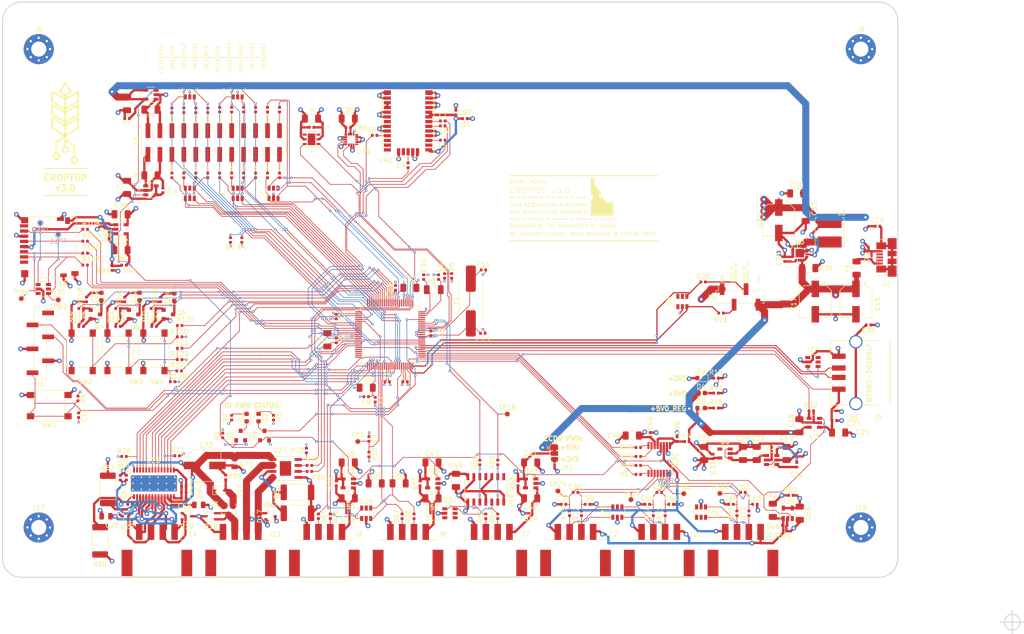
<source format=kicad_pcb>
(kicad_pcb (version 20171130) (host pcbnew "(5.1.4-0-10_14)")
  (layers (0 F.Cu signal) (1 Gnd.Cu power) (2 Vdd.Cu power) (31 B.Cu signal) (34 B.Paste user hide) (35 F.Paste user hide) (36 B.SilkS user hide) (37 F.SilkS user) (38 B.Mask user hide) (39 F.Mask user hide) (44 Edge.Cuts user))
  (net 0 "")
  (net 1 "Net-(C22-Pad1)")
  (net 2 "Net-(C24-Pad1)")
  (net 3 "Net-(C52-Pad1)")
  (net 4 "Net-(C53-Pad2)")
  (net 5 "Net-(C53-Pad1)")
  (net 6 "Net-(C54-Pad1)")
  (net 7 "Net-(C54-Pad2)")
  (net 8 "Net-(D1-Pad2)")
  (net 9 "Net-(D24-Pad1)")
  (net 10 "Net-(J1-Pad6)")
  (net 11 USB_D-)
  (net 12 USB_D+)
  (net 13 "Net-(J7-Pad3)")
  (net 14 "Net-(L3-Pad2)")
  (net 15 "Net-(R55-Pad1)")
  (net 16 DGND)
  (net 17 +3V3)
  (net 18 "Net-(C10-Pad1)")
  (net 19 "Net-(C11-Pad1)")
  (net 20 "Net-(C12-Pad1)")
  (net 21 "Net-(C13-Pad1)")
  (net 22 "Net-(C14-Pad1)")
  (net 23 PICKIT_MCLR)
  (net 24 +5V)
  (net 25 "Net-(C22-Pad2)")
  (net 26 "Net-(C23-Pad1)")
  (net 27 USB_PWR_SENSE)
  (net 28 +5V_REG)
  (net 29 "Net-(C35-Pad2)")
  (net 30 "Net-(C50-Pad1)")
  (net 31 "Net-(C51-Pad1)")
  (net 32 "Net-(C55-Pad2)")
  (net 33 "Net-(C55-Pad1)")
  (net 34 "Net-(C56-Pad1)")
  (net 35 POTEN_ADC_2)
  (net 36 POTEN_ADC_1)
  (net 37 "Net-(C62-Pad1)")
  (net 38 "Net-(C68-Pad1)")
  (net 39 "Net-(C69-Pad1)")
  (net 40 "Net-(C80-Pad1)")
  (net 41 "Net-(C81-Pad1)")
  (net 42 "Net-(C82-Pad1)")
  (net 43 "Net-(C83-Pad1)")
  (net 44 "Net-(D1-Pad1)")
  (net 45 "Net-(D2-Pad1)")
  (net 46 "Net-(D2-Pad2)")
  (net 47 "Net-(D3-Pad1)")
  (net 48 "Net-(D4-Pad1)")
  (net 49 "Net-(D8-Pad1)")
  (net 50 "Net-(D9-Pad1)")
  (net 51 "Net-(D15-Pad2)")
  (net 52 "Net-(D17-Pad2)")
  (net 53 "Net-(D17-Pad1)")
  (net 54 "Net-(D18-Pad1)")
  (net 55 "Net-(D19-Pad1)")
  (net 56 "Net-(D19-Pad2)")
  (net 57 "Net-(D20-Pad1)")
  (net 58 "Net-(D20-Pad2)")
  (net 59 "Net-(D22-Pad1)")
  (net 60 "Net-(D22-Pad2)")
  (net 61 "Net-(D23-Pad2)")
  (net 62 "Net-(D23-Pad1)")
  (net 63 "Net-(D24-Pad2)")
  (net 64 PICKIT_PGED)
  (net 65 PICKIT_PGEC)
  (net 66 "Net-(J2-Pad2)")
  (net 67 "Net-(J2-Pad3)")
  (net 68 "Net-(J2-Pad4)")
  (net 69 "Net-(J4-Pad2)")
  (net 70 "Net-(J7-Pad2)")
  (net 71 "Net-(J8-Pad2)")
  (net 72 "Net-(J8-Pad3)")
  (net 73 "Net-(J9-Pad3)")
  (net 74 "Net-(J9-Pad2)")
  (net 75 ADI_PSW)
  (net 76 ADI_A1-)
  (net 77 ADI_A1+)
  (net 78 ADI_A2+)
  (net 79 ADI_A2-)
  (net 80 ADI_A3-)
  (net 81 ADI_A3+)
  (net 82 "Net-(J15-Pad5)")
  (net 83 "Net-(J15-Pad6)")
  (net 84 "Net-(J15-Pad7)")
  (net 85 "Net-(J15-Pad8)")
  (net 86 "Net-(J15-Pad9)")
  (net 87 "Net-(J15-Pad10)")
  (net 88 "Net-(J15-Pad11)")
  (net 89 "Net-(J15-Pad12)")
  (net 90 "Net-(J15-Pad13)")
  (net 91 "Net-(J15-Pad14)")
  (net 92 "Net-(J15-Pad15)")
  (net 93 "Net-(J15-Pad16)")
  (net 94 "Net-(J15-Pad17)")
  (net 95 "Net-(J15-Pad18)")
  (net 96 "Net-(J15-Pad19)")
  (net 97 "Net-(J15-Pad20)")
  (net 98 "Net-(J15-Pad21)")
  (net 99 "Net-(J15-Pad22)")
  (net 100 "Net-(J15-Pad23)")
  (net 101 "Net-(J15-Pad24)")
  (net 102 "Net-(J16-Pad8)")
  (net 103 "Net-(J16-Pad9)")
  (net 104 "Net-(J16-Pad7)")
  (net 105 "Net-(J16-Pad5)")
  (net 106 "Net-(J16-Pad3)")
  (net 107 "Net-(J16-Pad2)")
  (net 108 "Net-(J16-Pad1)")
  (net 109 "Net-(L7-Pad2)")
  (net 110 ONBRD_SDA)
  (net 111 ONBRD_SCL)
  (net 112 "Net-(L8-Pad2)")
  (net 113 GPS_EXTINT)
  (net 114 "Net-(L9-Pad2)")
  (net 115 ~GPS_RESET)
  (net 116 GPS_PPS)
  (net 117 ~PWR_FAULT)
  (net 118 "Net-(Q4-Pad1)")
  (net 119 "Net-(Q5-Pad1)")
  (net 120 "Net-(Q6-Pad1)")
  (net 121 PMOD_SCL)
  (net 122 PMOD_SDA)
  (net 123 CONFIG_ADC)
  (net 124 USB_PWR_EN)
  (net 125 ENCDR_A)
  (net 126 ENCDR_B)
  (net 127 "Net-(R56-Pad1)")
  (net 128 ADI_SCLK)
  (net 129 "Net-(R57-Pad1)")
  (net 130 "Net-(R58-Pad1)")
  (net 131 ADI_MOSI)
  (net 132 ADI_MISO)
  (net 133 "Net-(R59-Pad1)")
  (net 134 "Net-(R60-Pad1)")
  (net 135 ~ADI_CS)
  (net 136 SONIC_TRIG)
  (net 137 SONIC_ECHO)
  (net 138 ~STEP_HOME)
  (net 139 ~STEP_FAULT)
  (net 140 ~DC_FAULT)
  (net 141 DC_PWM_1)
  (net 142 "Net-(R82-Pad1)")
  (net 143 DC_PWM_2)
  (net 144 PMOD_GPIO_8)
  (net 145 PMOD_GPIO_6)
  (net 146 PMOD_GPIO_4)
  (net 147 PMOD_GPIO_2)
  (net 148 PMOD_GPIO_7)
  (net 149 PMOD_GPIO_5)
  (net 150 PMOD_GPIO_3)
  (net 151 PMOD_GPIO_1)
  (net 152 PMOD_PWM_2)
  (net 153 PMOD_PWM_1)
  (net 154 PMOD_CN_1)
  (net 155 ~SD_CS)
  (net 156 SD_SCLK)
  (net 157 PMOD_CN_2)
  (net 158 SD_MOSI)
  (net 159 SD_MISO)
  (net 160 PMOD_ADC_3)
  (net 161 PMOD_ADC_1)
  (net 162 PMOD_ADC_4)
  (net 163 PMOD_ADC_2)
  (net 164 DEBUG_LED_1)
  (net 165 DEBUG_LED_2)
  (net 166 DEBUG_LED_3)
  (net 167 DEBUG_BTN_1)
  (net 168 "Net-(R127-Pad2)")
  (net 169 DEBUG_BTN_2)
  (net 170 DEBUG_BTN_3)
  (net 171 STEP_MODE2)
  (net 172 STEP_MODE1)
  (net 173 ~STEP_RESET)
  (net 174 STEP_MODE0)
  (net 175 ~STEP_SLEEP)
  (net 176 STEP_STEP)
  (net 177 STEP_DECAY)
  (net 178 ~STEP_ENBL)
  (net 179 STEP_DIR)
  (net 180 "Net-(U6-Pad4)")
  (net 181 "Net-(U7-Pad1)")
  (net 182 "Net-(U7-Pad6)")
  (net 183 "Net-(U7-Pad5)")
  (net 184 "Net-(U8-Pad5)")
  (net 185 "Net-(U18-Pad8)")
  (net 186 "Net-(U18-Pad9)")
  (net 187 "Net-(U18-Pad11)")
  (net 188 "Net-(U18-Pad12)")
  (net 189 "Net-(U22-Pad3)")
  (net 190 "Net-(U22-Pad4)")
  (net 191 "Net-(U22-Pad5)")
  (net 192 "Net-(U24-Pad5)")
  (net 193 "Net-(U25-Pad5)")
  (net 194 "Net-(U26-Pad3)")
  (net 195 "Net-(U26-Pad4)")
  (net 196 "Net-(U26-Pad5)")
  (net 197 "Net-(U28-Pad23)")
  (net 198 "Net-(U30-Pad5)")
  (net 199 "Net-(U31-Pad5)")
  (net 200 "Net-(U34-Pad5)")
  (net 201 "Net-(U35-Pad5)")
  (net 202 "Net-(U37-Pad5)")
  (net 203 "Net-(U38-Pad5)")
  (net 204 "Net-(U39-Pad9)")
  (net 205 "Net-(U39-Pad11)")
  (net 206 "Net-(U40-Pad16)")
  (net 207 "Net-(U40-Pad25)")
  (net 208 "Net-(U40-Pad2)")
  (net 209 "Net-(U40-Pad20)")
  (net 210 "Net-(U40-Pad24)")
  (net 211 "Net-(U40-Pad26)")
  (net 212 "Net-(U40-Pad28)")
  (net 213 "Net-(U41-Pad3)")
  (net 214 "Net-(U41-Pad4)")
  (net 215 "Net-(U1-Pad21)")
  (net 216 "Net-(U1-Pad22)")
  (net 217 "Net-(U1-Pad23)")
  (net 218 "Net-(U1-Pad24)")
  (net 219 "Net-(U1-Pad25)")
  (net 220 "Net-(C67-Pad2)")
  (net 221 "Net-(C67-Pad1)")
  (net 222 "Net-(C72-Pad1)")
  (net 223 "Net-(C74-Pad1)")
  (net 224 "Net-(C87-Pad1)")
  (net 225 "Net-(L5-Pad2)")
  (net 226 "Net-(L6-Pad2)")
  (net 227 "Net-(R64-Pad2)")
  (net 228 "Net-(R65-Pad2)")
  (net 229 "Net-(R79-Pad1)")
  (net 230 "Net-(R80-Pad1)")
  (net 231 "Net-(R86-Pad1)")
  (net 232 "Net-(R87-Pad1)")
  (net 233 "Net-(R125-Pad2)")
  (net 234 "Net-(R126-Pad2)")
  (net 235 "Net-(C4-Pad1)")
  (net 236 "Net-(C90-Pad1)")
  (net 237 "Net-(U1-Pad1)")
  (net 238 "Net-(J4-Pad3)")
  (net 239 SCREEN_RX)
  (net 240 SCREEN_TX)
  (net 241 PMOD_GPIO_9)
  (net 242 PMOD_GPIO_10)
  (net 243 "Net-(U1-Pad9)")
  (net 244 "Net-(U1-Pad61)")
  (net 245 "Net-(U1-Pad70)")
  (net 246 "Net-(U1-Pad72)")
  (net 247 "Net-(U1-Pad82)")
  (net 248 "Net-(U8-Pad1)")
  (net 249 "Net-(U8-Pad6)")
  (module croptop:croptoplogo (layer F.Cu) (at 65.46596 66.416)
    (fp_text reference G*** hide)
    (fp_text value LOGO hide)
  )
  (module croptop:idaho (layer F.Cu) (at 179.55768 81.38168)
    (fp_text reference " " hide)
    (fp_text value " " hide)
  )
  (module croptop:ABLS_OX (layer F.Cu) (at 151.765 103.505 90)
    (fp_text reference Y1 (at 0.0508 -3.3147 90) (layer F.SilkS))
    (fp_text value ABLS-8.000MHZ-B4-T)
    (pad 2 smd roundrect (at 4.75 0 90) (size 5.6 2.1) (layers F.Cu F.Paste F.Mask) (roundrect_rratio 0.169) (net 19 "Net-(C11-Pad1)"))
    (pad 1 smd roundrect (at -4.75 0 90) (size 5.6 2.1) (layers F.Cu F.Paste F.Mask) (roundrect_rratio 0.169) (net 21 "Net-(C13-Pad1)"))
  )
  (module Package_QFP:TQFP-100_12x12mm_P0.4mm (layer F.Cu) (at 134.62 110.617)
    (fp_text reference U1 (at 0 -8.45) (layer F.SilkS))
    (fp_text value PIC32MX795F512L)
    (pad 1 smd rect (at -6.7 -4.8) (size 1.5 0.2) (layers F.Cu F.Paste F.Mask) (net 237 "Net-(U1-Pad1)"))
    (pad 2 smd rect (at -6.7 -4.4) (size 1.5 0.2) (layers F.Cu F.Paste F.Mask) (net 17 +3V3))
    (pad 3 smd rect (at -6.7 -4) (size 1.5 0.2) (layers F.Cu F.Paste F.Mask) (net 155 ~SD_CS))
    (pad 4 smd rect (at -6.7 -3.6) (size 1.5 0.2) (layers F.Cu F.Paste F.Mask) (net 241 PMOD_GPIO_9))
    (pad 5 smd rect (at -6.7 -3.2) (size 1.5 0.2) (layers F.Cu F.Paste F.Mask) (net 242 PMOD_GPIO_10))
    (pad 6 smd rect (at -6.7 -2.8) (size 1.5 0.2) (layers F.Cu F.Paste F.Mask) (net 136 SONIC_TRIG))
    (pad 7 smd rect (at -6.7 -2.4) (size 1.5 0.2) (layers F.Cu F.Paste F.Mask) (net 113 GPS_EXTINT))
    (pad 8 smd rect (at -6.7 -2) (size 1.5 0.2) (layers F.Cu F.Paste F.Mask) (net 115 ~GPS_RESET))
    (pad 9 smd rect (at -6.7 -1.6) (size 1.5 0.2) (layers F.Cu F.Paste F.Mask) (net 243 "Net-(U1-Pad9)"))
    (pad 10 smd rect (at -6.7 -1.2) (size 1.5 0.2) (layers F.Cu F.Paste F.Mask) (net 156 SD_SCLK))
    (pad 11 smd rect (at -6.7 -0.8) (size 1.5 0.2) (layers F.Cu F.Paste F.Mask) (net 159 SD_MISO))
    (pad 12 smd rect (at -6.7 -0.4) (size 1.5 0.2) (layers F.Cu F.Paste F.Mask) (net 158 SD_MOSI))
    (pad 13 smd rect (at -6.7 0) (size 1.5 0.2) (layers F.Cu F.Paste F.Mask) (net 23 PICKIT_MCLR))
    (pad 14 smd rect (at -6.7 0.4) (size 1.5 0.2) (layers F.Cu F.Paste F.Mask) (net 178 ~STEP_ENBL))
    (pad 15 smd rect (at -6.7 0.8) (size 1.5 0.2) (layers F.Cu F.Paste F.Mask) (net 16 DGND))
    (pad 16 smd rect (at -6.7 1.2) (size 1.5 0.2) (layers F.Cu F.Paste F.Mask) (net 17 +3V3))
    (pad 17 smd rect (at -6.7 1.6) (size 1.5 0.2) (layers F.Cu F.Paste F.Mask) (net 176 STEP_STEP))
    (pad 18 smd rect (at -6.7 2) (size 1.5 0.2) (layers F.Cu F.Paste F.Mask) (net 140 ~DC_FAULT))
    (pad 19 smd rect (at -6.7 2.4) (size 1.5 0.2) (layers F.Cu F.Paste F.Mask) (net 139 ~STEP_FAULT))
    (pad 20 smd rect (at -6.7 2.8) (size 1.5 0.2) (layers F.Cu F.Paste F.Mask) (net 124 USB_PWR_EN))
    (pad 21 smd rect (at -6.7 3.2) (size 1.5 0.2) (layers F.Cu F.Paste F.Mask) (net 215 "Net-(U1-Pad21)"))
    (pad 22 smd rect (at -6.7 3.6) (size 1.5 0.2) (layers F.Cu F.Paste F.Mask) (net 216 "Net-(U1-Pad22)"))
    (pad 23 smd rect (at -6.7 4) (size 1.5 0.2) (layers F.Cu F.Paste F.Mask) (net 217 "Net-(U1-Pad23)"))
    (pad 24 smd rect (at -6.7 4.4) (size 1.5 0.2) (layers F.Cu F.Paste F.Mask) (net 218 "Net-(U1-Pad24)"))
    (pad 25 smd rect (at -6.7 4.8) (size 1.5 0.2) (layers F.Cu F.Paste F.Mask) (net 219 "Net-(U1-Pad25)"))
    (pad 26 smd rect (at -4.8 6.7 90) (size 1.5 0.2) (layers F.Cu F.Paste F.Mask) (net 65 PICKIT_PGEC))
    (pad 27 smd rect (at -4.4 6.7 90) (size 1.5 0.2) (layers F.Cu F.Paste F.Mask) (net 64 PICKIT_PGED))
    (pad 28 smd rect (at -4 6.7 90) (size 1.5 0.2) (layers F.Cu F.Paste F.Mask) (net 174 STEP_MODE0))
    (pad 29 smd rect (at -3.6 6.7 90) (size 1.5 0.2) (layers F.Cu F.Paste F.Mask) (net 172 STEP_MODE1))
    (pad 30 smd rect (at -3.2 6.7 90) (size 1.5 0.2) (layers F.Cu F.Paste F.Mask) (net 18 "Net-(C10-Pad1)"))
    (pad 31 smd rect (at -2.8 6.7 90) (size 1.5 0.2) (layers F.Cu F.Paste F.Mask) (net 16 DGND))
    (pad 32 smd rect (at -2.4 6.7 90) (size 1.5 0.2) (layers F.Cu F.Paste F.Mask) (net 123 CONFIG_ADC))
    (pad 33 smd rect (at -2 6.7 90) (size 1.5 0.2) (layers F.Cu F.Paste F.Mask) (net 35 POTEN_ADC_2))
    (pad 34 smd rect (at -1.6 6.7 90) (size 1.5 0.2) (layers F.Cu F.Paste F.Mask) (net 36 POTEN_ADC_1))
    (pad 35 smd rect (at -1.2 6.7 90) (size 1.5 0.2) (layers F.Cu F.Paste F.Mask) (net 161 PMOD_ADC_1))
    (pad 36 smd rect (at -0.8 6.7 90) (size 1.5 0.2) (layers F.Cu F.Paste F.Mask) (net 16 DGND))
    (pad 37 smd rect (at -0.4 6.7 90) (size 1.5 0.2) (layers F.Cu F.Paste F.Mask) (net 17 +3V3))
    (pad 38 smd rect (at 0 6.7 90) (size 1.5 0.2) (layers F.Cu F.Paste F.Mask) (net 171 STEP_MODE2))
    (pad 39 smd rect (at 0.4 6.7 90) (size 1.5 0.2) (layers F.Cu F.Paste F.Mask) (net 179 STEP_DIR))
    (pad 40 smd rect (at 0.8 6.7 90) (size 1.5 0.2) (layers F.Cu F.Paste F.Mask) (net 177 STEP_DECAY))
    (pad 41 smd rect (at 1.2 6.7 90) (size 1.5 0.2) (layers F.Cu F.Paste F.Mask) (net 163 PMOD_ADC_2))
    (pad 42 smd rect (at 1.6 6.7 90) (size 1.5 0.2) (layers F.Cu F.Paste F.Mask) (net 160 PMOD_ADC_3))
    (pad 43 smd rect (at 2 6.7 90) (size 1.5 0.2) (layers F.Cu F.Paste F.Mask) (net 162 PMOD_ADC_4))
    (pad 44 smd rect (at 2.4 6.7 90) (size 1.5 0.2) (layers F.Cu F.Paste F.Mask) (net 46 "Net-(D2-Pad2)"))
    (pad 45 smd rect (at 2.8 6.7 90) (size 1.5 0.2) (layers F.Cu F.Paste F.Mask) (net 16 DGND))
    (pad 46 smd rect (at 3.2 6.7 90) (size 1.5 0.2) (layers F.Cu F.Paste F.Mask) (net 17 +3V3))
    (pad 47 smd rect (at 3.6 6.7 90) (size 1.5 0.2) (layers F.Cu F.Paste F.Mask) (net 175 ~STEP_SLEEP))
    (pad 48 smd rect (at 4 6.7 90) (size 1.5 0.2) (layers F.Cu F.Paste F.Mask) (net 128 ADI_SCLK))
    (pad 49 smd rect (at 4.4 6.7 90) (size 1.5 0.2) (layers F.Cu F.Paste F.Mask) (net 239 SCREEN_RX))
    (pad 50 smd rect (at 4.8 6.7 90) (size 1.5 0.2) (layers F.Cu F.Paste F.Mask) (net 240 SCREEN_TX))
    (pad 51 smd rect (at 6.7 4.8) (size 1.5 0.2) (layers F.Cu F.Paste F.Mask) (net 135 ~ADI_CS))
    (pad 52 smd rect (at 6.7 4.4) (size 1.5 0.2) (layers F.Cu F.Paste F.Mask) (net 132 ADI_MISO))
    (pad 53 smd rect (at 6.7 4) (size 1.5 0.2) (layers F.Cu F.Paste F.Mask) (net 131 ADI_MOSI))
    (pad 54 smd rect (at 6.7 3.6) (size 1.5 0.2) (layers F.Cu F.Paste F.Mask) (net 27 USB_PWR_SENSE))
    (pad 55 smd rect (at 6.7 3.2) (size 1.5 0.2) (layers F.Cu F.Paste F.Mask) (net 17 +3V3))
    (pad 56 smd rect (at 6.7 2.8) (size 1.5 0.2) (layers F.Cu F.Paste F.Mask) (net 11 USB_D-))
    (pad 57 smd rect (at 6.7 2.4) (size 1.5 0.2) (layers F.Cu F.Paste F.Mask) (net 12 USB_D+))
    (pad 58 smd rect (at 6.7 2) (size 1.5 0.2) (layers F.Cu F.Paste F.Mask) (net 121 PMOD_SCL))
    (pad 59 smd rect (at 6.7 1.6) (size 1.5 0.2) (layers F.Cu F.Paste F.Mask) (net 122 PMOD_SDA))
    (pad 60 smd rect (at 6.7 1.2) (size 1.5 0.2) (layers F.Cu F.Paste F.Mask) (net 173 ~STEP_RESET))
    (pad 61 smd rect (at 6.7 0.8) (size 1.5 0.2) (layers F.Cu F.Paste F.Mask) (net 244 "Net-(U1-Pad61)"))
    (pad 62 smd rect (at 6.7 0.4) (size 1.5 0.2) (layers F.Cu F.Paste F.Mask) (net 17 +3V3))
    (pad 63 smd rect (at 6.7 0) (size 1.5 0.2) (layers F.Cu F.Paste F.Mask) (net 21 "Net-(C13-Pad1)"))
    (pad 64 smd rect (at 6.7 -0.4) (size 1.5 0.2) (layers F.Cu F.Paste F.Mask) (net 19 "Net-(C11-Pad1)"))
    (pad 65 smd rect (at 6.7 -0.8) (size 1.5 0.2) (layers F.Cu F.Paste F.Mask) (net 16 DGND))
    (pad 66 smd rect (at 6.7 -1.2) (size 1.5 0.2) (layers F.Cu F.Paste F.Mask) (net 111 ONBRD_SCL))
    (pad 67 smd rect (at 6.7 -1.6) (size 1.5 0.2) (layers F.Cu F.Paste F.Mask) (net 110 ONBRD_SDA))
    (pad 68 smd rect (at 6.7 -2) (size 1.5 0.2) (layers F.Cu F.Paste F.Mask) (net 125 ENCDR_A))
    (pad 69 smd rect (at 6.7 -2.4) (size 1.5 0.2) (layers F.Cu F.Paste F.Mask) (net 126 ENCDR_B))
    (pad 70 smd rect (at 6.7 -2.8) (size 1.5 0.2) (layers F.Cu F.Paste F.Mask) (net 245 "Net-(U1-Pad70)"))
    (pad 71 smd rect (at 6.7 -3.2) (size 1.5 0.2) (layers F.Cu F.Paste F.Mask) (net 137 SONIC_ECHO))
    (pad 72 smd rect (at 6.7 -3.6) (size 1.5 0.2) (layers F.Cu F.Paste F.Mask) (net 246 "Net-(U1-Pad72)"))
    (pad 73 smd rect (at 6.7 -4) (size 1.5 0.2) (layers F.Cu F.Paste F.Mask) (net 235 "Net-(C4-Pad1)"))
    (pad 74 smd rect (at 6.7 -4.4) (size 1.5 0.2) (layers F.Cu F.Paste F.Mask) (net 236 "Net-(C90-Pad1)"))
    (pad 75 smd rect (at 6.7 -4.8) (size 1.5 0.2) (layers F.Cu F.Paste F.Mask) (net 16 DGND))
    (pad 76 smd rect (at 4.8 -6.7 90) (size 1.5 0.2) (layers F.Cu F.Paste F.Mask) (net 141 DC_PWM_1))
    (pad 77 smd rect (at 4.4 -6.7 90) (size 1.5 0.2) (layers F.Cu F.Paste F.Mask) (net 143 DC_PWM_2))
    (pad 78 smd rect (at 4 -6.7 90) (size 1.5 0.2) (layers F.Cu F.Paste F.Mask) (net 153 PMOD_PWM_1))
    (pad 79 smd rect (at 3.6 -6.7 90) (size 1.5 0.2) (layers F.Cu F.Paste F.Mask) (net 116 GPS_PPS))
    (pad 80 smd rect (at 3.2 -6.7 90) (size 1.5 0.2) (layers F.Cu F.Paste F.Mask) (net 157 PMOD_CN_2))
    (pad 81 smd rect (at 2.8 -6.7 90) (size 1.5 0.2) (layers F.Cu F.Paste F.Mask) (net 152 PMOD_PWM_2))
    (pad 82 smd rect (at 2.4 -6.7 90) (size 1.5 0.2) (layers F.Cu F.Paste F.Mask) (net 247 "Net-(U1-Pad82)"))
    (pad 83 smd rect (at 2 -6.7 90) (size 1.5 0.2) (layers F.Cu F.Paste F.Mask) (net 138 ~STEP_HOME))
    (pad 84 smd rect (at 1.6 -6.7 90) (size 1.5 0.2) (layers F.Cu F.Paste F.Mask) (net 154 PMOD_CN_1))
    (pad 85 smd rect (at 1.2 -6.7 90) (size 1.5 0.2) (layers F.Cu F.Paste F.Mask) (net 20 "Net-(C12-Pad1)"))
    (pad 86 smd rect (at 0.8 -6.7 90) (size 1.5 0.2) (layers F.Cu F.Paste F.Mask) (net 17 +3V3))
    (pad 87 smd rect (at 0.4 -6.7 90) (size 1.5 0.2) (layers F.Cu F.Paste F.Mask) (net 166 DEBUG_LED_3))
    (pad 88 smd rect (at 0 -6.7 90) (size 1.5 0.2) (layers F.Cu F.Paste F.Mask) (net 165 DEBUG_LED_2))
    (pad 89 smd rect (at -0.4 -6.7 90) (size 1.5 0.2) (layers F.Cu F.Paste F.Mask) (net 164 DEBUG_LED_1))
    (pad 90 smd rect (at -0.8 -6.7 90) (size 1.5 0.2) (layers F.Cu F.Paste F.Mask) (net 170 DEBUG_BTN_3))
    (pad 91 smd rect (at -1.2 -6.7 90) (size 1.5 0.2) (layers F.Cu F.Paste F.Mask) (net 169 DEBUG_BTN_2))
    (pad 92 smd rect (at -1.6 -6.7 90) (size 1.5 0.2) (layers F.Cu F.Paste F.Mask) (net 167 DEBUG_BTN_1))
    (pad 93 smd rect (at -2 -6.7 90) (size 1.5 0.2) (layers F.Cu F.Paste F.Mask) (net 151 PMOD_GPIO_1))
    (pad 94 smd rect (at -2.4 -6.7 90) (size 1.5 0.2) (layers F.Cu F.Paste F.Mask) (net 147 PMOD_GPIO_2))
    (pad 95 smd rect (at -2.8 -6.7 90) (size 1.5 0.2) (layers F.Cu F.Paste F.Mask) (net 150 PMOD_GPIO_3))
    (pad 96 smd rect (at -3.2 -6.7 90) (size 1.5 0.2) (layers F.Cu F.Paste F.Mask) (net 146 PMOD_GPIO_4))
    (pad 97 smd rect (at -3.6 -6.7 90) (size 1.5 0.2) (layers F.Cu F.Paste F.Mask) (net 149 PMOD_GPIO_5))
    (pad 98 smd rect (at -4 -6.7 90) (size 1.5 0.2) (layers F.Cu F.Paste F.Mask) (net 145 PMOD_GPIO_6))
    (pad 99 smd rect (at -4.4 -6.7 90) (size 1.5 0.2) (layers F.Cu F.Paste F.Mask) (net 148 PMOD_GPIO_7))
    (pad 100 smd rect (at -4.8 -6.7 90) (size 1.5 0.2) (layers F.Cu F.Paste F.Mask) (net 144 PMOD_GPIO_8))
  )
  (module TestPoint:TestPoint_Pad_D1.0mm (layer F.Cu) (at 185.7756 145.6944)
    (fp_text reference TP26 (at 0 -1.448) (layer F.SilkS))
    (fp_text value TestPoint)
    (pad 1 smd circle (at 0 0) (size 1 1) (layers F.Cu F.Mask) (net 32 "Net-(C55-Pad2)"))
  )
  (module TestPoint:TestPoint_Pad_D1.0mm (layer F.Cu) (at 196.977 144.4244)
    (fp_text reference TP31 (at 0 -1.448) (layer F.SilkS))
    (fp_text value TestPoint)
    (pad 1 smd circle (at 0 0) (size 1 1) (layers F.Cu F.Mask) (net 7 "Net-(C54-Pad2)"))
  )
  (module TestPoint:TestPoint_Pad_D1.0mm (layer F.Cu) (at 159.512 127.508)
    (fp_text reference TP16 (at 0 -1.448) (layer F.SilkS))
    (fp_text value TestPoint)
    (pad 1 smd circle (at 0 0) (size 1 1) (layers F.Cu F.Mask) (net 125 ENCDR_A))
  )
  (module TestPoint:TestPoint_Pad_D1.0mm (layer F.Cu) (at 127.762 133.35)
    (fp_text reference TP1 (at 0 -1.448) (layer F.SilkS))
    (fp_text value TestPoint)
    (pad 1 smd circle (at 0 0) (size 1 1) (layers F.Cu F.Mask) (net 123 CONFIG_ADC))
  )
  (module Fuse:Fuse_1206_3216Metric (layer F.Cu) (at 233.68 96.52 90)
    (fp_text reference F1 (at 0 -1.82 90) (layer F.SilkS))
    (fp_text value MF-NSMF110)
    (pad 2 smd roundrect (at 1.4 0 90) (size 1.25 1.75) (layers F.Cu F.Paste F.Mask) (roundrect_rratio 0.2) (net 47 "Net-(D3-Pad1)"))
    (pad 1 smd roundrect (at -1.4 0 90) (size 1.25 1.75) (layers F.Cu F.Paste F.Mask) (roundrect_rratio 0.2) (net 24 +5V))
  )
  (module Diode_SMD:D_SOD-323 (layer F.Cu) (at 98.425 143.764)
    (fp_text reference D15 (at 4.191 0 90) (layer F.SilkS))
    (fp_text value NSR0240HT1G)
    (pad 2 smd rect (at 1.05 0) (size 0.6 0.45) (layers F.Cu F.Paste F.Mask) (net 51 "Net-(D15-Pad2)"))
    (pad 1 smd rect (at -1.05 0) (size 0.6 0.45) (layers F.Cu F.Paste F.Mask) (net 38 "Net-(C68-Pad1)"))
  )
  (module Capacitor_SMD:CP_Elec_6.3x7.7 (layer F.Cu) (at 217.17 86.36 270)
    (fp_text reference C34 (at -0.0177 4.1021 270) (layer F.SilkS))
    (fp_text value 100u)
    (pad 2 smd rect (at 2.7 0 270) (size 3.5 1.6) (layers F.Cu F.Paste F.Mask) (net 16 DGND))
    (pad 1 smd rect (at -2.7 0 270) (size 3.5 1.6) (layers F.Cu F.Paste F.Mask) (net 17 +3V3))
  )
  (module Connector_Card:microSD_HC_Hirose_DM3D-SF (layer F.Cu) (at 62.23 92.075 270)
    (fp_text reference J16 (at 7.62 -2.54) (layer F.SilkS))
    (fp_text value DM3D-SF)
    (pad 8 smd rect (at -4.525 5.35 270) (size 0.7 1.75) (layers F.Cu F.Paste F.Mask) (net 102 "Net-(J16-Pad8)"))
    (pad 11 smd rect (at -5.725 5.225 270) (size 1.3 1.5) (layers F.Cu F.Paste F.Mask) (net 16 DGND))
    (pad 11 smd rect (at -5.975 -2.375 270) (size 0.8 1.5) (layers F.Cu F.Paste F.Mask) (net 16 DGND))
    (pad 9 smd rect (at -5.65 -3.875 270) (size 1.45 1) (layers F.Cu F.Paste F.Mask) (net 103 "Net-(J16-Pad9)"))
    (pad 11 smd rect (at 5.975 -3.025 270) (size 0.8 1.4) (layers F.Cu F.Paste F.Mask) (net 16 DGND))
    (pad 7 smd rect (at -3.425 5.35 270) (size 0.7 1.75) (layers F.Cu F.Paste F.Mask) (net 104 "Net-(J16-Pad7)"))
    (pad 6 smd rect (at -2.325 5.35 270) (size 0.7 1.75) (layers F.Cu F.Paste F.Mask) (net 16 DGND))
    (pad 5 smd rect (at -1.225 5.35 270) (size 0.7 1.75) (layers F.Cu F.Paste F.Mask) (net 105 "Net-(J16-Pad5)"))
    (pad 4 smd rect (at -0.125 5.35 270) (size 0.7 1.75) (layers F.Cu F.Paste F.Mask) (net 41 "Net-(C81-Pad1)"))
    (pad 3 smd rect (at 0.975 5.35 270) (size 0.7 1.75) (layers F.Cu F.Paste F.Mask) (net 106 "Net-(J16-Pad3)"))
    (pad 2 smd rect (at 2.075 5.35 270) (size 0.7 1.75) (layers F.Cu F.Paste F.Mask) (net 107 "Net-(J16-Pad2)"))
    (pad 1 smd rect (at 3.175 5.35 270) (size 0.7 1.75) (layers F.Cu F.Paste F.Mask) (net 108 "Net-(J16-Pad1)"))
    (pad 11 smd rect (at 5.625 5.225 270) (size 1.5 1.5) (layers F.Cu F.Paste F.Mask) (net 16 DGND))
    (pad 10 smd rect (at 5.575 -5.45 270) (size 1 1.55) (layers F.Cu F.Paste F.Mask) (net 17 +3V3))
  )
  (module Capacitor_SMD:C_1206_3216Metric (layer F.Cu) (at 121.285 111.76 90)
    (fp_text reference C1 (at 0 -1.82 90) (layer F.SilkS))
    (fp_text value 10u)
    (pad 2 smd roundrect (at 1.4 0 90) (size 1.25 1.75) (layers F.Cu F.Paste F.Mask) (roundrect_rratio 0.2) (net 16 DGND))
    (pad 1 smd roundrect (at -1.4 0 90) (size 1.25 1.75) (layers F.Cu F.Paste F.Mask) (roundrect_rratio 0.2) (net 17 +3V3))
  )
  (module Capacitor_SMD:C_0402_1005Metric (layer F.Cu) (at 123.19 106.807 270)
    (fp_text reference C2 (at 0 -1.27 270) (layer F.SilkS))
    (fp_text value 0.1u)
    (pad 1 smd roundrect (at -0.485 0 270) (size 0.59 0.64) (layers F.Cu F.Paste F.Mask) (net 17 +3V3))
    (pad 2 smd roundrect (at 0.485 0 270) (size 0.59 0.64) (layers F.Cu F.Paste F.Mask) (net 16 DGND))
  )
  (module Capacitor_SMD:C_0402_1005Metric (layer F.Cu) (at 123.19 111.887 90)
    (fp_text reference C3 (at 0.127 1.27 90) (layer F.SilkS))
    (fp_text value 0.1u)
    (pad 1 smd roundrect (at -0.485 0 90) (size 0.59 0.64) (layers F.Cu F.Paste F.Mask) (net 17 +3V3))
    (pad 2 smd roundrect (at 0.485 0 90) (size 0.59 0.64) (layers F.Cu F.Paste F.Mask) (net 16 DGND))
  )
  (module Capacitor_SMD:C_0402_1005Metric (layer F.Cu) (at 133.985 120.65 180)
    (fp_text reference C5 (at 0 1.27 180) (layer F.SilkS))
    (fp_text value 0.1u)
    (pad 1 smd roundrect (at -0.485 0 180) (size 0.59 0.64) (layers F.Cu F.Paste F.Mask) (net 17 +3V3))
    (pad 2 smd roundrect (at 0.485 0 180) (size 0.59 0.64) (layers F.Cu F.Paste F.Mask) (net 16 DGND))
  )
  (module Capacitor_SMD:C_0402_1005Metric (layer F.Cu) (at 137.795 120.65 180)
    (fp_text reference C6 (at 0 1.27 180) (layer F.SilkS))
    (fp_text value 0.1u)
    (pad 2 smd roundrect (at 0.485 0 180) (size 0.59 0.64) (layers F.Cu F.Paste F.Mask) (net 16 DGND))
    (pad 1 smd roundrect (at -0.485 0 180) (size 0.59 0.64) (layers F.Cu F.Paste F.Mask) (net 17 +3V3))
  )
  (module Capacitor_SMD:C_0402_1005Metric (layer F.Cu) (at 143.256 110.363 90)
    (fp_text reference C7 (at 0.127 2.032 180) (layer F.SilkS))
    (fp_text value 0.1u)
    (pad 1 smd roundrect (at -0.485 0 90) (size 0.59 0.64) (layers F.Cu F.Paste F.Mask) (net 17 +3V3))
    (pad 2 smd roundrect (at 0.485 0 90) (size 0.59 0.64) (layers F.Cu F.Paste F.Mask) (net 16 DGND))
  )
  (module Capacitor_SMD:C_0402_1005Metric (layer F.Cu) (at 135.763 100.711 90)
    (fp_text reference C8 (at -0.00008 -1.0922 270) (layer F.SilkS))
    (fp_text value 0.1u)
    (pad 2 smd roundrect (at 0.485 0 90) (size 0.59 0.64) (layers F.Cu F.Paste F.Mask) (net 16 DGND))
    (pad 1 smd roundrect (at -0.485 0 90) (size 0.59 0.64) (layers F.Cu F.Paste F.Mask) (net 17 +3V3))
  )
  (module Capacitor_SMD:C_0402_1005Metric (layer F.Cu) (at 129.54 123.825 180)
    (fp_text reference C9 (at 0 -1.17 180) (layer F.SilkS))
    (fp_text value 0.1u)
    (pad 2 smd roundrect (at 0.485 0 180) (size 0.59 0.64) (layers F.Cu F.Paste F.Mask) (net 16 DGND))
    (pad 1 smd roundrect (at -0.485 0 180) (size 0.59 0.64) (layers F.Cu F.Paste F.Mask) (net 18 "Net-(C10-Pad1)"))
  )
  (module Capacitor_SMD:C_1206_3216Metric (layer F.Cu) (at 129.54 121.92 180)
    (fp_text reference C10 (at 0 1.905 180) (layer F.SilkS))
    (fp_text value 10u)
    (pad 2 smd roundrect (at 1.4 0 180) (size 1.25 1.75) (layers F.Cu F.Paste F.Mask) (roundrect_rratio 0.2) (net 16 DGND))
    (pad 1 smd roundrect (at -1.4 0 180) (size 1.25 1.75) (layers F.Cu F.Paste F.Mask) (roundrect_rratio 0.2) (net 18 "Net-(C10-Pad1)"))
  )
  (module Capacitor_SMD:C_0402_1005Metric (layer F.Cu) (at 154.432 96.901)
    (fp_text reference C11 (at 0.0254 -1.12768) (layer F.SilkS))
    (fp_text value 27p)
    (pad 1 smd roundrect (at -0.485 0) (size 0.59 0.64) (layers F.Cu F.Paste F.Mask) (net 19 "Net-(C11-Pad1)"))
    (pad 2 smd roundrect (at 0.485 0) (size 0.59 0.64) (layers F.Cu F.Paste F.Mask) (net 16 DGND))
  )
  (module Capacitor_SMD:C_1206_3216Metric (layer F.Cu) (at 138.811 100.711)
    (fp_text reference C12 (at 0.0254 -1.84396 180) (layer F.SilkS))
    (fp_text value 10u)
    (pad 1 smd roundrect (at -1.4 0) (size 1.25 1.75) (layers F.Cu F.Paste F.Mask) (roundrect_rratio 0.2) (net 20 "Net-(C12-Pad1)"))
    (pad 2 smd roundrect (at 1.4 0) (size 1.25 1.75) (layers F.Cu F.Paste F.Mask) (roundrect_rratio 0.2) (net 16 DGND))
  )
  (module Capacitor_SMD:C_0402_1005Metric (layer F.Cu) (at 154.305 110.363)
    (fp_text reference C13 (at -0.00508 1.28024) (layer F.SilkS))
    (fp_text value 27p)
    (pad 2 smd roundrect (at 0.485 0) (size 0.59 0.64) (layers F.Cu F.Paste F.Mask) (net 16 DGND))
    (pad 1 smd roundrect (at -0.485 0) (size 0.59 0.64) (layers F.Cu F.Paste F.Mask) (net 21 "Net-(C13-Pad1)"))
  )
  (module Capacitor_SMD:C_0402_1005Metric (layer F.Cu) (at 238.125 87.63 180)
    (fp_text reference C14 (at 0 1.27 180) (layer F.SilkS))
    (fp_text value 0.1u)
    (pad 1 smd roundrect (at -0.485 0 180) (size 0.59 0.64) (layers F.Cu F.Paste F.Mask) (net 22 "Net-(C14-Pad1)"))
    (pad 2 smd roundrect (at 0.485 0 180) (size 0.59 0.64) (layers F.Cu F.Paste F.Mask) (net 16 DGND))
  )
  (module Capacitor_SMD:C_0402_1005Metric (layer F.Cu) (at 68.453 127.762 270)
    (fp_text reference C15 (at 0 -1.17 270) (layer F.SilkS))
    (fp_text value 0.1u)
    (pad 2 smd roundrect (at 0.485 0 270) (size 0.59 0.64) (layers F.Cu F.Paste F.Mask) (net 16 DGND))
    (pad 1 smd roundrect (at -0.485 0 270) (size 0.59 0.64) (layers F.Cu F.Paste F.Mask) (net 23 PICKIT_MCLR))
  )
  (module Capacitor_SMD:CP_Elec_6.3x7.7 (layer F.Cu) (at 233.553 103.632 270)
    (fp_text reference C16 (at 0.508 -4.572 90) (layer F.SilkS))
    (fp_text value 100u)
    (pad 1 smd rect (at -2.7 0 270) (size 3.5 1.6) (layers F.Cu F.Paste F.Mask) (net 24 +5V))
    (pad 2 smd rect (at 2.7 0 270) (size 3.5 1.6) (layers F.Cu F.Paste F.Mask) (net 16 DGND))
  )
  (module Capacitor_SMD:CP_Elec_6.3x7.7 (layer F.Cu) (at 224.917 103.632 270)
    (fp_text reference C17 (at 0.508 4.572 90) (layer F.SilkS))
    (fp_text value 100u)
    (pad 2 smd rect (at 2.7 0 270) (size 3.5 1.6) (layers F.Cu F.Paste F.Mask) (net 16 DGND))
    (pad 1 smd rect (at -2.7 0 270) (size 3.5 1.6) (layers F.Cu F.Paste F.Mask) (net 24 +5V))
  )
  (module Capacitor_SMD:C_1206_3216Metric (layer F.Cu) (at 221.533252 130.011665 90)
    (fp_text reference C18 (at 1.106665 -1.823252 90) (layer F.SilkS))
    (fp_text value 10u)
    (pad 2 smd roundrect (at 1.4 0 90) (size 1.25 1.75) (layers F.Cu F.Paste F.Mask) (roundrect_rratio 0.2) (net 16 DGND))
    (pad 1 smd roundrect (at -1.4 0 90) (size 1.25 1.75) (layers F.Cu F.Paste F.Mask) (roundrect_rratio 0.2) (net 24 +5V))
  )
  (module Capacitor_SMD:C_1206_3216Metric (layer F.Cu) (at 218.824 135.89 90)
    (fp_text reference C19 (at 3.288602 0) (layer F.SilkS))
    (fp_text value 10u)
    (pad 1 smd roundrect (at -1.4 0 90) (size 1.25 1.75) (layers F.Cu F.Paste F.Mask) (roundrect_rratio 0.2) (net 24 +5V))
    (pad 2 smd roundrect (at 1.4 0 90) (size 1.25 1.75) (layers F.Cu F.Paste F.Mask) (roundrect_rratio 0.2) (net 16 DGND))
  )
  (module Capacitor_SMD:C_1206_3216Metric (layer F.Cu) (at 223.52 96.52)
    (fp_text reference C21 (at 3.81 0) (layer F.SilkS))
    (fp_text value 10u)
    (pad 2 smd roundrect (at 1.4 0) (size 1.25 1.75) (layers F.Cu F.Paste F.Mask) (roundrect_rratio 0.2) (net 16 DGND))
    (pad 1 smd roundrect (at -1.4 0) (size 1.25 1.75) (layers F.Cu F.Paste F.Mask) (roundrect_rratio 0.2) (net 24 +5V))
  )
  (module Capacitor_SMD:C_0402_1005Metric (layer F.Cu) (at 220.98 138.28 270)
    (fp_text reference C22 (at 2.055 0 180) (layer F.SilkS))
    (fp_text value 0.1u)
    (pad 1 smd roundrect (at -0.485 0 270) (size 0.59 0.64) (layers F.Cu F.Paste F.Mask) (net 1 "Net-(C22-Pad1)"))
    (pad 2 smd roundrect (at 0.485 0 270) (size 0.59 0.64) (layers F.Cu F.Paste F.Mask) (net 25 "Net-(C22-Pad2)"))
  )
  (module Capacitor_SMD:C_0402_1005Metric (layer F.Cu) (at 218.44 94.615 90)
    (fp_text reference C23 (at 0.005 -1.1938 270) (layer F.SilkS))
    (fp_text value 0.1u)
    (pad 1 smd roundrect (at -0.485 0 90) (size 0.59 0.64) (layers F.Cu F.Paste F.Mask) (net 26 "Net-(C23-Pad1)"))
    (pad 2 smd roundrect (at 0.485 0 90) (size 0.59 0.64) (layers F.Cu F.Paste F.Mask) (net 16 DGND))
  )
  (module Capacitor_SMD:C_1206_3216Metric (layer F.Cu) (at 212.474 135.89 90)
    (fp_text reference C24 (at 3.175 0.251) (layer F.SilkS))
    (fp_text value 10u)
    (pad 2 smd roundrect (at 1.4 0 90) (size 1.25 1.75) (layers F.Cu F.Paste F.Mask) (roundrect_rratio 0.2) (net 16 DGND))
    (pad 1 smd roundrect (at -1.4 0 90) (size 1.25 1.75) (layers F.Cu F.Paste F.Mask) (roundrect_rratio 0.2) (net 2 "Net-(C24-Pad1)"))
  )
  (module Capacitor_SMD:C_1206_3216Metric (layer F.Cu) (at 229.87 131.445)
    (fp_text reference C25 (at 5.08 0 -180) (layer F.SilkS))
    (fp_text value 10u)
    (pad 2 smd roundrect (at 1.4 0) (size 1.25 1.75) (layers F.Cu F.Paste F.Mask) (roundrect_rratio 0.2) (net 16 DGND))
    (pad 1 smd roundrect (at -1.4 0) (size 1.25 1.75) (layers F.Cu F.Paste F.Mask) (roundrect_rratio 0.2) (net 27 USB_PWR_SENSE))
  )
  (module Capacitor_SMD:C_1206_3216Metric (layer F.Cu) (at 209.55 135.89 90)
    (fp_text reference C26 (at 3.175 0 -180) (layer F.SilkS))
    (fp_text value 10u)
    (pad 2 smd roundrect (at 1.4 0 90) (size 1.25 1.75) (layers F.Cu F.Paste F.Mask) (roundrect_rratio 0.2) (net 16 DGND))
    (pad 1 smd roundrect (at -1.4 0 90) (size 1.25 1.75) (layers F.Cu F.Paste F.Mask) (roundrect_rratio 0.2) (net 2 "Net-(C24-Pad1)"))
  )
  (module Capacitor_SMD:C_0402_1005Metric (layer F.Cu) (at 228.975241 128.905)
    (fp_text reference C27 (at 4.069759 0.635 -180) (layer F.SilkS))
    (fp_text value 0.1u)
    (pad 1 smd roundrect (at -0.485 0) (size 0.59 0.64) (layers F.Cu F.Paste F.Mask) (net 27 USB_PWR_SENSE))
    (pad 2 smd roundrect (at 0.485 0) (size 0.59 0.64) (layers F.Cu F.Paste F.Mask) (net 16 DGND))
  )
  (module Capacitor_SMD:C_1206_3216Metric (layer F.Cu) (at 220.98 80.645 180)
    (fp_text reference C30 (at 0 1.7449) (layer F.SilkS))
    (fp_text value 10u)
    (pad 1 smd roundrect (at -1.4 0 180) (size 1.25 1.75) (layers F.Cu F.Paste F.Mask) (roundrect_rratio 0.2) (net 17 +3V3))
    (pad 2 smd roundrect (at 1.4 0 180) (size 1.25 1.75) (layers F.Cu F.Paste F.Mask) (roundrect_rratio 0.2) (net 16 DGND))
  )
  (module Capacitor_SMD:C_1206_3216Metric (layer F.Cu) (at 201.295 135.89 90)
    (fp_text reference C31 (at 3.175 0 180) (layer F.SilkS))
    (fp_text value 10u)
    (pad 1 smd roundrect (at -1.4 0 90) (size 1.25 1.75) (layers F.Cu F.Paste F.Mask) (roundrect_rratio 0.2) (net 28 +5V_REG))
    (pad 2 smd roundrect (at 1.4 0 90) (size 1.25 1.75) (layers F.Cu F.Paste F.Mask) (roundrect_rratio 0.2) (net 16 DGND))
  )
  (module Capacitor_SMD:C_1206_3216Metric (layer F.Cu) (at 222.885 85.09 270)
    (fp_text reference C32 (at -1.148 -1.8288 90) (layer F.SilkS))
    (fp_text value 10u)
    (pad 1 smd roundrect (at -1.4 0 270) (size 1.25 1.75) (layers F.Cu F.Paste F.Mask) (roundrect_rratio 0.2) (net 17 +3V3))
    (pad 2 smd roundrect (at 1.4 0 270) (size 1.25 1.75) (layers F.Cu F.Paste F.Mask) (roundrect_rratio 0.2) (net 16 DGND))
  )
  (module Capacitor_SMD:C_0402_1005Metric (layer F.Cu) (at 203.2 136.525 90)
    (fp_text reference C33 (at -2.3953 0.0127 270) (layer F.SilkS))
    (fp_text value 0.1u)
    (pad 1 smd roundrect (at -0.485 0 90) (size 0.59 0.64) (layers F.Cu F.Paste F.Mask) (net 28 +5V_REG))
    (pad 2 smd roundrect (at 0.485 0 90) (size 0.59 0.64) (layers F.Cu F.Paste F.Mask) (net 16 DGND))
  )
  (module Capacitor_SMD:C_0402_1005Metric (layer F.Cu) (at 236.22 108.585 180)
    (fp_text reference C35 (at 0 -1.1507 180) (layer F.SilkS))
    (fp_text value 0.1u)
    (pad 1 smd roundrect (at -0.485 0 180) (size 0.59 0.64) (layers F.Cu F.Paste F.Mask) (net 16 DGND))
    (pad 2 smd roundrect (at 0.485 0 180) (size 0.59 0.64) (layers F.Cu F.Paste F.Mask) (net 29 "Net-(C35-Pad2)"))
  )
  (module Capacitor_SMD:C_1206_3216Metric (layer F.Cu) (at 148.59 141.605 270)
    (fp_text reference C45 (at -3.175 0 180) (layer F.SilkS))
    (fp_text value 10u)
    (pad 1 smd roundrect (at -1.4 0 270) (size 1.25 1.75) (layers F.Cu F.Paste F.Mask) (roundrect_rratio 0.2) (net 17 +3V3))
    (pad 2 smd roundrect (at 1.4 0 270) (size 1.25 1.75) (layers F.Cu F.Paste F.Mask) (roundrect_rratio 0.2) (net 16 DGND))
  )
  (module Capacitor_SMD:C_1206_3216Metric (layer F.Cu) (at 186.055 132.08 180)
    (fp_text reference C46 (at 3.81 0) (layer F.SilkS))
    (fp_text value 10u)
    (pad 1 smd roundrect (at -1.4 0 180) (size 1.25 1.75) (layers F.Cu F.Paste F.Mask) (roundrect_rratio 0.2) (net 17 +3V3))
    (pad 2 smd roundrect (at 1.4 0 180) (size 1.25 1.75) (layers F.Cu F.Paste F.Mask) (roundrect_rratio 0.2) (net 16 DGND))
  )
  (module Capacitor_SMD:C_1206_3216Metric (layer F.Cu) (at 143.51 137.795)
    (fp_text reference C47 (at 0 -1.82) (layer F.SilkS))
    (fp_text value 10u)
    (pad 2 smd roundrect (at 1.4 0) (size 1.25 1.75) (layers F.Cu F.Paste F.Mask) (roundrect_rratio 0.2) (net 16 DGND))
    (pad 1 smd roundrect (at -1.4 0) (size 1.25 1.75) (layers F.Cu F.Paste F.Mask) (roundrect_rratio 0.2) (net 17 +3V3))
  )
  (module Capacitor_SMD:C_1206_3216Metric (layer F.Cu) (at 125.73 137.795)
    (fp_text reference C48 (at 0 -1.82) (layer F.SilkS))
    (fp_text value 10u)
    (pad 1 smd roundrect (at -1.4 0) (size 1.25 1.75) (layers F.Cu F.Paste F.Mask) (roundrect_rratio 0.2) (net 17 +3V3))
    (pad 2 smd roundrect (at 1.4 0) (size 1.25 1.75) (layers F.Cu F.Paste F.Mask) (roundrect_rratio 0.2) (net 16 DGND))
  )
  (module Capacitor_SMD:C_0402_1005Metric (layer F.Cu) (at 189.865 131.93 90)
    (fp_text reference C49 (at 2.395 0 270) (layer F.SilkS))
    (fp_text value 0.1u)
    (pad 2 smd roundrect (at 0.485 0 90) (size 0.59 0.64) (layers F.Cu F.Paste F.Mask) (net 16 DGND))
    (pad 1 smd roundrect (at -0.485 0 90) (size 0.59 0.64) (layers F.Cu F.Paste F.Mask) (net 17 +3V3))
  )
  (module Capacitor_SMD:C_0402_1005Metric (layer F.Cu) (at 195.58 132.842 90)
    (fp_text reference C50 (at 2.3799 -0.0127 90) (layer F.SilkS))
    (fp_text value 0.1u)
    (pad 2 smd roundrect (at 0.485 0 90) (size 0.59 0.64) (layers F.Cu F.Paste F.Mask) (net 16 DGND))
    (pad 1 smd roundrect (at -0.485 0 90) (size 0.59 0.64) (layers F.Cu F.Paste F.Mask) (net 30 "Net-(C50-Pad1)"))
  )
  (module Capacitor_SMD:C_1206_3216Metric (layer F.Cu) (at 164.465 137.795)
    (fp_text reference C51 (at 0 -1.905) (layer F.SilkS))
    (fp_text value 10u)
    (pad 1 smd roundrect (at -1.4 0) (size 1.25 1.75) (layers F.Cu F.Paste F.Mask) (roundrect_rratio 0.2) (net 31 "Net-(C51-Pad1)"))
    (pad 2 smd roundrect (at 1.4 0) (size 1.25 1.75) (layers F.Cu F.Paste F.Mask) (roundrect_rratio 0.2) (net 16 DGND))
  )
  (module Capacitor_SMD:C_1206_3216Metric (layer F.Cu) (at 143.51 145.415 180)
    (fp_text reference C52 (at 0 -1.905 180) (layer F.SilkS))
    (fp_text value 10u)
    (pad 1 smd roundrect (at -1.4 0 180) (size 1.25 1.75) (layers F.Cu F.Paste F.Mask) (roundrect_rratio 0.2) (net 3 "Net-(C52-Pad1)"))
    (pad 2 smd roundrect (at 1.4 0 180) (size 1.25 1.75) (layers F.Cu F.Paste F.Mask) (roundrect_rratio 0.2) (net 16 DGND))
  )
  (module Capacitor_SMD:C_0402_1005Metric (layer F.Cu) (at 209.55 144.145)
    (fp_text reference C53 (at 0 -1.17) (layer F.SilkS))
    (fp_text value 0.1u)
    (pad 2 smd roundrect (at 0.485 0) (size 0.59 0.64) (layers F.Cu F.Paste F.Mask) (net 4 "Net-(C53-Pad2)"))
    (pad 1 smd roundrect (at -0.485 0) (size 0.59 0.64) (layers F.Cu F.Paste F.Mask) (net 5 "Net-(C53-Pad1)"))
  )
  (module Capacitor_SMD:C_0402_1005Metric (layer F.Cu) (at 191.77 144.145)
    (fp_text reference C54 (at 0 -1.17) (layer F.SilkS))
    (fp_text value 0.1u)
    (pad 1 smd roundrect (at -0.485 0) (size 0.59 0.64) (layers F.Cu F.Paste F.Mask) (net 6 "Net-(C54-Pad1)"))
    (pad 2 smd roundrect (at 0.485 0) (size 0.59 0.64) (layers F.Cu F.Paste F.Mask) (net 7 "Net-(C54-Pad2)"))
  )
  (module Capacitor_SMD:C_0402_1005Metric (layer F.Cu) (at 173.99 144.145)
    (fp_text reference C55 (at 0 -1.17) (layer F.SilkS))
    (fp_text value 0.1u)
    (pad 2 smd roundrect (at 0.485 0) (size 0.59 0.64) (layers F.Cu F.Paste F.Mask) (net 32 "Net-(C55-Pad2)"))
    (pad 1 smd roundrect (at -0.485 0) (size 0.59 0.64) (layers F.Cu F.Paste F.Mask) (net 33 "Net-(C55-Pad1)"))
  )
  (module Capacitor_SMD:C_1206_3216Metric (layer F.Cu) (at 125.73 145.415 180)
    (fp_text reference C56 (at 0 -1.82 180) (layer F.SilkS))
    (fp_text value 10u)
    (pad 2 smd roundrect (at 1.4 0 180) (size 1.25 1.75) (layers F.Cu F.Paste F.Mask) (roundrect_rratio 0.2) (net 16 DGND))
    (pad 1 smd roundrect (at -1.4 0 180) (size 1.25 1.75) (layers F.Cu F.Paste F.Mask) (roundrect_rratio 0.2) (net 34 "Net-(C56-Pad1)"))
  )
  (module Capacitor_SMD:C_0402_1005Metric (layer F.Cu) (at 171.45 146.685)
    (fp_text reference C57 (at 0 -1.27) (layer F.SilkS))
    (fp_text value 0.1u)
    (pad 2 smd roundrect (at 0.485 0) (size 0.59 0.64) (layers F.Cu F.Paste F.Mask) (net 33 "Net-(C55-Pad1)"))
    (pad 1 smd roundrect (at -0.485 0) (size 0.59 0.64) (layers F.Cu F.Paste F.Mask) (net 16 DGND))
  )
  (module Capacitor_SMD:C_1206_3216Metric (layer F.Cu) (at 131.445 142.24 180)
    (fp_text reference C58 (at -0.00508 1.78808 180) (layer F.SilkS))
    (fp_text value 10u)
    (pad 2 smd roundrect (at 1.4 0 180) (size 1.25 1.75) (layers F.Cu F.Paste F.Mask) (roundrect_rratio 0.2) (net 16 DGND))
    (pad 1 smd roundrect (at -1.4 0 180) (size 1.25 1.75) (layers F.Cu F.Paste F.Mask) (roundrect_rratio 0.2) (net 35 POTEN_ADC_2))
  )
  (module Capacitor_SMD:C_0402_1005Metric (layer F.Cu) (at 176.53 146.685 180)
    (fp_text reference C59 (at 0 1.27 180) (layer F.SilkS))
    (fp_text value 0.1u)
    (pad 1 smd roundrect (at -0.485 0 180) (size 0.59 0.64) (layers F.Cu F.Paste F.Mask) (net 16 DGND))
    (pad 2 smd roundrect (at 0.485 0 180) (size 0.59 0.64) (layers F.Cu F.Paste F.Mask) (net 32 "Net-(C55-Pad2)"))
  )
  (module Capacitor_SMD:C_0402_1005Metric (layer F.Cu) (at 189.23 146.685)
    (fp_text reference C60 (at 0 -1.27) (layer F.SilkS))
    (fp_text value 0.1u)
    (pad 1 smd roundrect (at -0.485 0) (size 0.59 0.64) (layers F.Cu F.Paste F.Mask) (net 16 DGND))
    (pad 2 smd roundrect (at 0.485 0) (size 0.59 0.64) (layers F.Cu F.Paste F.Mask) (net 6 "Net-(C54-Pad1)"))
  )
  (module Capacitor_SMD:C_1206_3216Metric (layer F.Cu) (at 136.525 142.24)
    (fp_text reference C61 (at -0.02032 -1.72712) (layer F.SilkS))
    (fp_text value 10u)
    (pad 2 smd roundrect (at 1.4 0) (size 1.25 1.75) (layers F.Cu F.Paste F.Mask) (roundrect_rratio 0.2) (net 16 DGND))
    (pad 1 smd roundrect (at -1.4 0) (size 1.25 1.75) (layers F.Cu F.Paste F.Mask) (roundrect_rratio 0.2) (net 36 POTEN_ADC_1))
  )
  (module Capacitor_SMD:C_1206_3216Metric (layer F.Cu) (at 164.465 145.415 180)
    (fp_text reference C62 (at 0 -1.905 180) (layer F.SilkS))
    (fp_text value 10u)
    (pad 2 smd roundrect (at 1.4 0 180) (size 1.25 1.75) (layers F.Cu F.Paste F.Mask) (roundrect_rratio 0.2) (net 16 DGND))
    (pad 1 smd roundrect (at -1.4 0 180) (size 1.25 1.75) (layers F.Cu F.Paste F.Mask) (roundrect_rratio 0.2) (net 37 "Net-(C62-Pad1)"))
  )
  (module Capacitor_SMD:C_0402_1005Metric (layer F.Cu) (at 194.31 146.685 180)
    (fp_text reference C63 (at 0 1.27 180) (layer F.SilkS))
    (fp_text value 0.1u)
    (pad 2 smd roundrect (at 0.485 0 180) (size 0.59 0.64) (layers F.Cu F.Paste F.Mask) (net 7 "Net-(C54-Pad2)"))
    (pad 1 smd roundrect (at -0.485 0 180) (size 0.59 0.64) (layers F.Cu F.Paste F.Mask) (net 16 DGND))
  )
  (module Capacitor_SMD:C_0402_1005Metric (layer F.Cu) (at 207.01 146.685)
    (fp_text reference C64 (at 0 -1.17) (layer F.SilkS))
    (fp_text value 0.1u)
    (pad 2 smd roundrect (at 0.485 0) (size 0.59 0.64) (layers F.Cu F.Paste F.Mask) (net 5 "Net-(C53-Pad1)"))
    (pad 1 smd roundrect (at -0.485 0) (size 0.59 0.64) (layers F.Cu F.Paste F.Mask) (net 16 DGND))
  )
  (module Capacitor_SMD:C_0402_1005Metric (layer F.Cu) (at 212.09 146.685 180)
    (fp_text reference C65 (at 0 1.27 180) (layer F.SilkS))
    (fp_text value 0.1u)
    (pad 2 smd roundrect (at 0.485 0 180) (size 0.59 0.64) (layers F.Cu F.Paste F.Mask) (net 4 "Net-(C53-Pad2)"))
    (pad 1 smd roundrect (at -0.485 0 180) (size 0.59 0.64) (layers F.Cu F.Paste F.Mask) (net 16 DGND))
  )
  (module Capacitor_SMD:C_0805_2012Metric (layer F.Cu) (at 93.98 146.812)
    (fp_text reference C68 (at -3.048 0.254) (layer F.SilkS))
    (fp_text value 0.1u)
    (pad 2 smd roundrect (at 0.9375 0) (size 0.975 1.4) (layers F.Cu F.Paste F.Mask) (net 16 DGND))
    (pad 1 smd roundrect (at -0.9375 0) (size 0.975 1.4) (layers F.Cu F.Paste F.Mask) (net 38 "Net-(C68-Pad1)"))
  )
  (module Capacitor_SMD:C_0402_1005Metric (layer F.Cu) (at 78.600022 141.020683 90)
    (fp_text reference C69 (at 2.590683 0 90) (layer F.SilkS))
    (fp_text value 0.1u)
    (pad 2 smd roundrect (at 0.485 0 90) (size 0.59 0.64) (layers F.Cu F.Paste F.Mask) (net 38 "Net-(C68-Pad1)"))
    (pad 1 smd roundrect (at -0.485 0 90) (size 0.59 0.64) (layers F.Cu F.Paste F.Mask) (net 39 "Net-(C69-Pad1)"))
  )
  (module Capacitor_SMD:C_0805_2012Metric (layer F.Cu) (at 101.6 137.795 270)
    (fp_text reference C70 (at 0.381 -2.54) (layer F.SilkS))
    (fp_text value 0.1u)
    (pad 1 smd roundrect (at -0.9375 0 270) (size 0.975 1.4) (layers F.Cu F.Paste F.Mask) (net 38 "Net-(C68-Pad1)"))
    (pad 2 smd roundrect (at 0.9375 0 270) (size 0.975 1.4) (layers F.Cu F.Paste F.Mask) (net 16 DGND))
  )
  (module Capacitor_SMD:C_0805_2012Metric (layer F.Cu) (at 74.295 149.225 180)
    (fp_text reference C71 (at -1.27 -1.905 180) (layer F.SilkS))
    (fp_text value 0.1u)
    (pad 1 smd roundrect (at -0.9375 0 180) (size 0.975 1.4) (layers F.Cu F.Paste F.Mask) (net 38 "Net-(C68-Pad1)"))
    (pad 2 smd roundrect (at 0.9375 0 180) (size 0.975 1.4) (layers F.Cu F.Paste F.Mask) (net 16 DGND))
  )
  (module Capacitor_SMD:C_0402_1005Metric (layer F.Cu) (at 90.805 145.415 180)
    (fp_text reference C74 (at -2.54 0.254 180) (layer F.SilkS))
    (fp_text value 0.1u)
    (pad 1 smd roundrect (at -0.485 0 180) (size 0.59 0.64) (layers F.Cu F.Paste F.Mask) (net 223 "Net-(C74-Pad1)"))
    (pad 2 smd roundrect (at 0.485 0 180) (size 0.59 0.64) (layers F.Cu F.Paste F.Mask) (net 16 DGND))
  )
  (module Capacitor_SMD:C_0402_1005Metric (layer F.Cu) (at 90.805 144.145 180)
    (fp_text reference C76 (at -2.54 0.254 180) (layer F.SilkS))
    (fp_text value 0.1u)
    (pad 1 smd roundrect (at -0.485 0 180) (size 0.59 0.64) (layers F.Cu F.Paste F.Mask) (net 223 "Net-(C74-Pad1)"))
    (pad 2 smd roundrect (at 0.485 0 180) (size 0.59 0.64) (layers F.Cu F.Paste F.Mask) (net 16 DGND))
  )
  (module Capacitor_SMD:C_0402_1005Metric (layer F.Cu) (at 90.805 142.875 180)
    (fp_text reference C77 (at -2.54 0.254 180) (layer F.SilkS))
    (fp_text value 0.1u)
    (pad 2 smd roundrect (at 0.485 0 180) (size 0.59 0.64) (layers F.Cu F.Paste F.Mask) (net 16 DGND))
    (pad 1 smd roundrect (at -0.485 0 180) (size 0.59 0.64) (layers F.Cu F.Paste F.Mask) (net 223 "Net-(C74-Pad1)"))
  )
  (module Capacitor_SMD:C_1206_3216Metric (layer F.Cu) (at 77.47 85.09 180)
    (fp_text reference C78 (at 0 1.905 180) (layer F.SilkS))
    (fp_text value 10u)
    (pad 1 smd roundrect (at -1.4 0 180) (size 1.25 1.75) (layers F.Cu F.Paste F.Mask) (roundrect_rratio 0.2) (net 17 +3V3))
    (pad 2 smd roundrect (at 1.4 0 180) (size 1.25 1.75) (layers F.Cu F.Paste F.Mask) (roundrect_rratio 0.2) (net 16 DGND))
  )
  (module Capacitor_SMD:C_1206_3216Metric (layer F.Cu) (at 78.74 79.375 90)
    (fp_text reference C79 (at 0 -1.905 270) (layer F.SilkS) (effects (font (size 0.5 0.5) (thickness 0.075))))
    (fp_text value 10u)
    (pad 2 smd roundrect (at 1.4 0 90) (size 1.25 1.75) (layers F.Cu F.Paste F.Mask) (roundrect_rratio 0.2) (net 16 DGND))
    (pad 1 smd roundrect (at -1.4 0 90) (size 1.25 1.75) (layers F.Cu F.Paste F.Mask) (roundrect_rratio 0.2) (net 17 +3V3))
  )
  (module Capacitor_SMD:C_1206_3216Metric (layer F.Cu) (at 77.47 92.71 180)
    (fp_text reference C80 (at 0 -1.82 180) (layer F.SilkS))
    (fp_text value 10u)
    (pad 1 smd roundrect (at -1.4 0 180) (size 1.25 1.75) (layers F.Cu F.Paste F.Mask) (roundrect_rratio 0.2) (net 40 "Net-(C80-Pad1)"))
    (pad 2 smd roundrect (at 1.4 0 180) (size 1.25 1.75) (layers F.Cu F.Paste F.Mask) (roundrect_rratio 0.2) (net 16 DGND))
  )
  (module Capacitor_SMD:C_0402_1005Metric (layer F.Cu) (at 74.93 87.63 270)
    (fp_text reference C81 (at 1.905 0 270) (layer F.SilkS))
    (fp_text value 0.1u)
    (pad 1 smd roundrect (at -0.485 0 270) (size 0.59 0.64) (layers F.Cu F.Paste F.Mask) (net 41 "Net-(C81-Pad1)"))
    (pad 2 smd roundrect (at 0.485 0 270) (size 0.59 0.64) (layers F.Cu F.Paste F.Mask) (net 16 DGND))
  )
  (module Capacitor_SMD:C_1206_3216Metric (layer F.Cu) (at 83.82 76.835)
    (fp_text reference C82 (at -3.175 0 -270) (layer F.SilkS) (effects (font (size 0.5 0.5) (thickness 0.075))))
    (fp_text value 10u)
    (pad 1 smd roundrect (at -1.4 0) (size 1.25 1.75) (layers F.Cu F.Paste F.Mask) (roundrect_rratio 0.2) (net 42 "Net-(C82-Pad1)"))
    (pad 2 smd roundrect (at 1.4 0) (size 1.25 1.75) (layers F.Cu F.Paste F.Mask) (roundrect_rratio 0.2) (net 16 DGND))
  )
  (module Capacitor_SMD:C_1206_3216Metric (layer F.Cu) (at 83.82 62.865)
    (fp_text reference C83 (at -0.0127 1.3285 -180) (layer F.SilkS) (effects (font (size 0.5 0.5) (thickness 0.075))))
    (fp_text value 10u)
    (pad 1 smd roundrect (at -1.4 0) (size 1.25 1.75) (layers F.Cu F.Paste F.Mask) (roundrect_rratio 0.2) (net 43 "Net-(C83-Pad1)"))
    (pad 2 smd roundrect (at 1.4 0) (size 1.25 1.75) (layers F.Cu F.Paste F.Mask) (roundrect_rratio 0.2) (net 16 DGND))
  )
  (module Capacitor_SMD:C_1206_3216Metric (layer F.Cu) (at 78.74 61.595 270)
    (fp_text reference C84 (at -2.6212 -0.0127) (layer F.SilkS) (effects (font (size 0.5 0.5) (thickness 0.075))))
    (fp_text value 10u)
    (pad 1 smd roundrect (at -1.4 0 270) (size 1.25 1.75) (layers F.Cu F.Paste F.Mask) (roundrect_rratio 0.2) (net 24 +5V))
    (pad 2 smd roundrect (at 1.4 0 270) (size 1.25 1.75) (layers F.Cu F.Paste F.Mask) (roundrect_rratio 0.2) (net 16 DGND))
  )
  (module Capacitor_SMD:C_1206_3216Metric (layer F.Cu) (at 125.73 64.77)
    (fp_text reference C85 (at 0 -1.82) (layer F.SilkS))
    (fp_text value 10u)
    (pad 2 smd roundrect (at 1.4 0) (size 1.25 1.75) (layers F.Cu F.Paste F.Mask) (roundrect_rratio 0.2) (net 16 DGND))
    (pad 1 smd roundrect (at -1.4 0) (size 1.25 1.75) (layers F.Cu F.Paste F.Mask) (roundrect_rratio 0.2) (net 17 +3V3))
  )
  (module Capacitor_SMD:C_0402_1005Metric (layer F.Cu) (at 125.73 66.675)
    (fp_text reference C86 (at 2.54 0) (layer F.SilkS))
    (fp_text value 0.1u)
    (pad 2 smd roundrect (at 0.485 0) (size 0.59 0.64) (layers F.Cu F.Paste F.Mask) (net 16 DGND))
    (pad 1 smd roundrect (at -0.485 0) (size 0.59 0.64) (layers F.Cu F.Paste F.Mask) (net 17 +3V3))
  )
  (module Capacitor_SMD:C_0402_1005Metric (layer F.Cu) (at 117.928525 66.6115)
    (fp_text reference C88 (at 3.102475 0.046389) (layer F.SilkS) (effects (font (size 0.5 0.5) (thickness 0.075))))
    (fp_text value 0.1u)
    (pad 2 smd roundrect (at 0.485 0) (size 0.59 0.64) (layers F.Cu F.Paste F.Mask) (net 16 DGND))
    (pad 1 smd roundrect (at -0.485 0) (size 0.59 0.64) (layers F.Cu F.Paste F.Mask) (net 17 +3V3))
  )
  (module LED_SMD:LED_0603_1608Metric (layer F.Cu) (at 104.14 128.27 90)
    (fp_text reference D1 (at 0.01516 -1.41732 90) (layer F.SilkS))
    (fp_text value LTSTC190KGKT)
    (pad 1 smd roundrect (at -0.7875 0 90) (size 0.875 0.95) (layers F.Cu F.Paste F.Mask) (net 44 "Net-(D1-Pad1)"))
    (pad 2 smd roundrect (at 0.7875 0 90) (size 0.875 0.95) (layers F.Cu F.Paste F.Mask) (net 8 "Net-(D1-Pad2)"))
  )
  (module LED_SMD:LED_0603_1608Metric (layer F.Cu) (at 106.68 128.27 270)
    (fp_text reference D2 (at 0.00008 -1.524 90) (layer F.SilkS))
    (fp_text value LTSTC190KRKT)
    (pad 1 smd roundrect (at -0.7875 0 270) (size 0.875 0.95) (layers F.Cu F.Paste F.Mask) (net 45 "Net-(D2-Pad1)"))
    (pad 2 smd roundrect (at 0.7875 0 270) (size 0.875 0.95) (layers F.Cu F.Paste F.Mask) (net 46 "Net-(D2-Pad2)"))
  )
  (module Diode_SMD:D_0201_0603Metric (layer F.Cu) (at 236.855 94.3 90)
    (fp_text reference D3 (at 0.0075 -0.9525 270) (layer F.SilkS))
    (fp_text value TPD1E6B06)
    (pad 1 smd roundrect (at -0.32 0 90) (size 0.46 0.4) (layers F.Cu F.Mask) (net 47 "Net-(D3-Pad1)"))
    (pad 2 smd roundrect (at 0.32 0 90) (size 0.46 0.4) (layers F.Cu F.Mask) (net 16 DGND))
  )
  (module LED_SMD:LED_0603_1608Metric (layer F.Cu) (at 200.66 123.063 180)
    (fp_text reference D4 (at 0 1.397 180) (layer F.SilkS))
    (fp_text value LTSTC190KGKT)
    (pad 1 smd roundrect (at -0.7875 0 180) (size 0.875 0.95) (layers F.Cu F.Paste F.Mask) (net 48 "Net-(D4-Pad1)"))
    (pad 2 smd roundrect (at 0.7875 0 180) (size 0.875 0.95) (layers F.Cu F.Paste F.Mask) (net 24 +5V))
  )
  (module Diode_SMD:D_0201_0603Metric (layer F.Cu) (at 228.721241 126.829723)
    (fp_text reference D6 (at 4.323759 1.440277 -180) (layer F.SilkS))
    (fp_text value TPD1E6B06)
    (pad 1 smd roundrect (at -0.32 0) (size 0.46 0.4) (layers F.Cu F.Mask) (net 27 USB_PWR_SENSE))
    (pad 2 smd roundrect (at 0.32 0) (size 0.46 0.4) (layers F.Cu F.Mask) (net 16 DGND))
  )
  (module LED_SMD:LED_0603_1608Metric (layer F.Cu) (at 200.66 126.238 180)
    (fp_text reference D8 (at 0 1.397 180) (layer F.SilkS))
    (fp_text value LTSTC190KGKT)
    (pad 2 smd roundrect (at 0.7875 0 180) (size 0.875 0.95) (layers F.Cu F.Paste F.Mask) (net 28 +5V_REG))
    (pad 1 smd roundrect (at -0.7875 0 180) (size 0.875 0.95) (layers F.Cu F.Paste F.Mask) (net 49 "Net-(D8-Pad1)"))
  )
  (module LED_SMD:LED_0603_1608Metric (layer F.Cu) (at 200.66 119.888 180)
    (fp_text reference D9 (at 0 1.414002 180) (layer F.SilkS))
    (fp_text value LTSTC190KGKT)
    (pad 1 smd roundrect (at -0.7875 0 180) (size 0.875 0.95) (layers F.Cu F.Paste F.Mask) (net 50 "Net-(D9-Pad1)"))
    (pad 2 smd roundrect (at 0.7875 0 180) (size 0.875 0.95) (layers F.Cu F.Paste F.Mask) (net 17 +3V3))
  )
  (module Diode_SMD:D_0201_0603Metric (layer F.Cu) (at 143.51 148.59)
    (fp_text reference D12 (at 0.01016 1.0364) (layer F.SilkS))
    (fp_text value TPD1E6B06)
    (pad 2 smd roundrect (at 0.32 0) (size 0.46 0.4) (layers F.Cu F.Mask) (net 3 "Net-(C52-Pad1)"))
    (pad 1 smd roundrect (at -0.32 0) (size 0.46 0.4) (layers F.Cu F.Mask) (net 16 DGND))
  )
  (module Diode_SMD:D_0201_0603Metric (layer F.Cu) (at 125.65 148.59)
    (fp_text reference D13 (at 0 1.27) (layer F.SilkS))
    (fp_text value TPD1E6B06)
    (pad 1 smd roundrect (at -0.32 0) (size 0.46 0.4) (layers F.Cu F.Mask) (net 16 DGND))
    (pad 2 smd roundrect (at 0.32 0) (size 0.46 0.4) (layers F.Cu F.Mask) (net 34 "Net-(C56-Pad1)"))
  )
  (module Diode_SMD:D_0201_0603Metric (layer F.Cu) (at 164.465 148.59)
    (fp_text reference D14 (at 0 1.173499) (layer F.SilkS))
    (fp_text value TPD1E6B06)
    (pad 2 smd roundrect (at 0.32 0) (size 0.46 0.4) (layers F.Cu F.Mask) (net 37 "Net-(C62-Pad1)"))
    (pad 1 smd roundrect (at -0.32 0) (size 0.46 0.4) (layers F.Cu F.Mask) (net 16 DGND))
  )
  (module Diode_SMD:D_0201_0603Metric (layer F.Cu) (at 218.44 152.4)
    (fp_text reference D16 (at -2.54 -1.05) (layer F.SilkS))
    (fp_text value TPD1E6B06)
    (pad 1 smd roundrect (at -0.32 0) (size 0.46 0.4) (layers F.Cu F.Mask) (net 222 "Net-(C72-Pad1)"))
    (pad 2 smd roundrect (at 0.32 0) (size 0.46 0.4) (layers F.Cu F.Mask) (net 16 DGND))
  )
  (module Package_TO_SOT_SMD:SOT-323_SC-70 (layer F.Cu) (at 109.22 149.225)
    (fp_text reference D17 (at -2.26568 0.01532 90) (layer F.SilkS))
    (fp_text value TPD2E007)
    (pad 3 smd rect (at 1 0 270) (size 0.45 0.7) (layers F.Cu F.Paste F.Mask) (net 16 DGND))
    (pad 2 smd rect (at -1 0.65 270) (size 0.45 0.7) (layers F.Cu F.Paste F.Mask) (net 52 "Net-(D17-Pad2)"))
    (pad 1 smd rect (at -1 -0.65 270) (size 0.45 0.7) (layers F.Cu F.Paste F.Mask) (net 53 "Net-(D17-Pad1)"))
  )
  (module Package_TO_SOT_SMD:SOT-323_SC-70 (layer F.Cu) (at 96.52 149.225 180)
    (fp_text reference D18 (at -0.05 -2.159 180) (layer F.SilkS))
    (fp_text value TPD2E007)
    (pad 1 smd rect (at -1 -0.65 90) (size 0.45 0.7) (layers F.Cu F.Paste F.Mask) (net 54 "Net-(D18-Pad1)"))
    (pad 2 smd rect (at -1 0.65 90) (size 0.45 0.7) (layers F.Cu F.Paste F.Mask) (net 54 "Net-(D18-Pad1)"))
    (pad 3 smd rect (at 1 0 90) (size 0.45 0.7) (layers F.Cu F.Paste F.Mask) (net 16 DGND))
  )
  (module Package_TO_SOT_SMD:SOT-323_SC-70 (layer F.Cu) (at 91.44 149.225)
    (fp_text reference D19 (at 0 2.159) (layer F.SilkS))
    (fp_text value TPD2E007)
    (pad 1 smd rect (at -1 -0.65 270) (size 0.45 0.7) (layers F.Cu F.Paste F.Mask) (net 55 "Net-(D19-Pad1)"))
    (pad 2 smd rect (at -1 0.65 270) (size 0.45 0.7) (layers F.Cu F.Paste F.Mask) (net 56 "Net-(D19-Pad2)"))
    (pad 3 smd rect (at 1 0 270) (size 0.45 0.7) (layers F.Cu F.Paste F.Mask) (net 16 DGND))
  )
  (module Package_TO_SOT_SMD:SOT-323_SC-70 (layer F.Cu) (at 78.74 149.225 180)
    (fp_text reference D20 (at -0.05 -2.159 180) (layer F.SilkS))
    (fp_text value TPD2E007)
    (pad 1 smd rect (at -1 -0.65 90) (size 0.45 0.7) (layers F.Cu F.Paste F.Mask) (net 57 "Net-(D20-Pad1)"))
    (pad 2 smd rect (at -1 0.65 90) (size 0.45 0.7) (layers F.Cu F.Paste F.Mask) (net 58 "Net-(D20-Pad2)"))
    (pad 3 smd rect (at 1 0 90) (size 0.45 0.7) (layers F.Cu F.Paste F.Mask) (net 16 DGND))
  )
  (module Diode_SMD:D_0201_0603Metric (layer F.Cu) (at 73.66 87.34 90)
    (fp_text reference D21 (at -2.195 0 90) (layer F.SilkS))
    (fp_text value TPD1E6B06)
    (pad 2 smd roundrect (at 0.32 0 90) (size 0.46 0.4) (layers F.Cu F.Mask) (net 41 "Net-(C81-Pad1)"))
    (pad 1 smd roundrect (at -0.32 0 90) (size 0.46 0.4) (layers F.Cu F.Mask) (net 16 DGND))
  )
  (module LED_SMD:LED_0603_1608Metric (layer F.Cu) (at 73.295 102.55 90)
    (fp_text reference D22 (at 0 -1.43 90) (layer F.SilkS))
    (fp_text value LTSTC190KGKT)
    (pad 1 smd roundrect (at -0.7875 0 90) (size 0.875 0.95) (layers F.Cu F.Paste F.Mask) (net 59 "Net-(D22-Pad1)"))
    (pad 2 smd roundrect (at 0.7875 0 90) (size 0.875 0.95) (layers F.Cu F.Paste F.Mask) (net 60 "Net-(D22-Pad2)"))
  )
  (module LED_SMD:LED_0603_1608Metric (layer F.Cu) (at 81.407 102.55 90)
    (fp_text reference D23 (at 0 -1.43 90) (layer F.SilkS))
    (fp_text value LTSTC190KGKT)
    (pad 2 smd roundrect (at 0.7875 0 90) (size 0.875 0.95) (layers F.Cu F.Paste F.Mask) (net 61 "Net-(D23-Pad2)"))
    (pad 1 smd roundrect (at -0.7875 0 90) (size 0.875 0.95) (layers F.Cu F.Paste F.Mask) (net 62 "Net-(D23-Pad1)"))
  )
  (module LED_SMD:LED_0603_1608Metric (layer F.Cu) (at 88.789 102.7025 90)
    (fp_text reference D24 (at 0 -1.43 90) (layer F.SilkS))
    (fp_text value LTSTC190KGKT)
    (pad 2 smd roundrect (at 0.7875 0 90) (size 0.875 0.95) (layers F.Cu F.Paste F.Mask) (net 63 "Net-(D24-Pad2)"))
    (pad 1 smd roundrect (at -0.7875 0 90) (size 0.875 0.95) (layers F.Cu F.Paste F.Mask) (net 9 "Net-(D24-Pad1)"))
  )
  (module Connector_PinHeader_2.54mm:PinHeader_1x06_P2.54mm_Vertical_SMD_Pin1Right (layer F.Cu) (at 60.325 112.395 180)
    (fp_text reference J1 (at 0 -8.68 180) (layer F.SilkS))
    (fp_text value TSM-106-01-L-SV)
    (pad 2 smd rect (at -1.655 -3.81 180) (size 2.51 1) (layers F.Cu F.Paste F.Mask) (net 17 +3V3))
    (pad 4 smd rect (at -1.655 1.27 180) (size 2.51 1) (layers F.Cu F.Paste F.Mask) (net 64 PICKIT_PGED))
    (pad 6 smd rect (at -1.655 6.35 180) (size 2.51 1) (layers F.Cu F.Paste F.Mask) (net 10 "Net-(J1-Pad6)"))
    (pad 1 smd rect (at 1.655 -6.35 180) (size 2.51 1) (layers F.Cu F.Paste F.Mask) (net 23 PICKIT_MCLR))
    (pad 3 smd rect (at 1.655 -1.27 180) (size 2.51 1) (layers F.Cu F.Paste F.Mask) (net 16 DGND))
    (pad 5 smd rect (at 1.655 3.81 180) (size 2.51 1) (layers F.Cu F.Paste F.Mask) (net 65 PICKIT_PGEC))
  )
  (module Connector_USB:USB_Micro-B_Molex_47346-0001 (layer F.Cu) (at 240.03 94.245 90)
    (fp_text reference J2 (at -5.588 0) (layer F.SilkS))
    (fp_text value 0473460001)
    (pad 1 smd rect (at -1.3 -1.46 90) (size 0.45 1.38) (layers F.Cu F.Paste F.Mask) (net 47 "Net-(D3-Pad1)"))
    (pad 2 smd rect (at -0.65 -1.46 90) (size 0.45 1.38) (layers F.Cu F.Paste F.Mask) (net 66 "Net-(J2-Pad2)"))
    (pad 3 smd rect (at 0 -1.46 90) (size 0.45 1.38) (layers F.Cu F.Paste F.Mask) (net 67 "Net-(J2-Pad3)"))
    (pad 4 smd rect (at 0.65 -1.46 90) (size 0.45 1.38) (layers F.Cu F.Paste F.Mask) (net 68 "Net-(J2-Pad4)"))
    (pad 5 smd rect (at 1.3 -1.46 90) (size 0.45 1.38) (layers F.Cu F.Paste F.Mask) (net 16 DGND))
    (pad 6 smd rect (at -2.4625 -1.1 90) (size 1.475 2.1) (layers F.Cu F.Paste F.Mask) (net 22 "Net-(C14-Pad1)"))
    (pad 6 smd rect (at 2.4625 -1.1 90) (size 1.475 2.1) (layers F.Cu F.Paste F.Mask) (net 22 "Net-(C14-Pad1)"))
    (pad 6 smd rect (at -2.91 1.2 90) (size 2.375 1.9) (layers F.Cu F.Paste F.Mask) (net 22 "Net-(C14-Pad1)"))
    (pad 6 smd rect (at 2.91 1.2 90) (size 2.375 1.9) (layers F.Cu F.Paste F.Mask) (net 22 "Net-(C14-Pad1)"))
    (pad 6 smd rect (at -0.84 1.2 90) (size 1.175 1.9) (layers F.Cu F.Paste F.Mask) (net 22 "Net-(C14-Pad1)"))
    (pad 6 smd rect (at 0.84 1.2 90) (size 1.175 1.9) (layers F.Cu F.Paste F.Mask) (net 22 "Net-(C14-Pad1)"))
  )
  (module croptop:87583-2010BLF (layer F.Cu) (at 231.14 118.745 90)
    (fp_text reference J3 (at -9.525 6.985 180) (layer F.SilkS))
    (fp_text value 87583-2010BLF (at 0.008055 5.207 90) (layer F.SilkS))
    (fp_text user * (at 0 0 90) (layer F.SilkS))
    (pad 5 thru_hole circle (at 6.578055 2.387372 180) (size 2.8194 2.8194) (drill 2.3114) (layers *.Cu *.Mask) (net 29 "Net-(C35-Pad2)"))
    (pad 5 thru_hole circle (at -6.561945 2.387372 180) (size 2.8194 2.8194) (drill 2.3114) (layers *.Cu *.Mask) (net 29 "Net-(C35-Pad2)"))
    (pad 4 smd rect (at 3.508055 -1.221427 90) (size 1.12 2.879999) (layers F.Cu F.Paste F.Mask) (net 16 DGND))
    (pad 3 smd rect (at 1.008056 -1.221427 90) (size 1.12 2.879999) (layers F.Cu F.Paste F.Mask) (net 12 USB_D+))
    (pad 2 smd rect (at -0.991945 -1.221427 90) (size 1.12 2.879999) (layers F.Cu F.Paste F.Mask) (net 11 USB_D-))
    (pad 1 smd rect (at -3.491945 -1.221427 90) (size 1.12 2.879999) (layers F.Cu F.Paste F.Mask) (net 27 USB_PWR_SENSE))
  )
  (module croptop:solderless_terminal (layer F.Cu) (at 156.21 158.115 180)
    (fp_text reference J7 (at -7.1755 5.08 180) (layer F.SilkS))
    (fp_text value 1702474)
    (pad 4 smd rect (at 3.75 5.57) (size 1.4 3.4) (layers F.Cu F.Paste F.Mask) (net 16 DGND))
    (pad 3 smd rect (at 1.25 5.57) (size 1.4 3.4) (layers F.Cu F.Paste F.Mask) (net 13 "Net-(J7-Pad3)"))
    (pad 2 smd rect (at -1.25 5.57) (size 1.4 3.4) (layers F.Cu F.Paste F.Mask) (net 70 "Net-(J7-Pad2)"))
    (pad 1 smd rect (at -3.75 5.57) (size 1.4 3.4) (layers F.Cu F.Paste F.Mask) (net 37 "Net-(C62-Pad1)"))
    (pad "" smd rect (at 6.35 -1.03) (size 2.3 5.6) (layers F.Cu F.Paste F.Mask))
    (pad "" smd rect (at -6.35 -1.03) (size 2.3 5.6) (layers F.Cu F.Paste F.Mask))
  )
  (module croptop:solderless_terminal (layer F.Cu) (at 138.43 158.115 180)
    (fp_text reference J8 (at -7.1755 5.08 180) (layer F.SilkS))
    (fp_text value 1702474)
    (pad 4 smd rect (at 3.75 5.57) (size 1.4 3.4) (layers F.Cu F.Paste F.Mask) (net 16 DGND))
    (pad 3 smd rect (at 1.25 5.57) (size 1.4 3.4) (layers F.Cu F.Paste F.Mask) (net 72 "Net-(J8-Pad3)"))
    (pad 2 smd rect (at -1.25 5.57) (size 1.4 3.4) (layers F.Cu F.Paste F.Mask) (net 71 "Net-(J8-Pad2)"))
    (pad 1 smd rect (at -3.75 5.57) (size 1.4 3.4) (layers F.Cu F.Paste F.Mask) (net 3 "Net-(C52-Pad1)"))
    (pad "" smd rect (at 6.35 -1.03) (size 2.3 5.6) (layers F.Cu F.Paste F.Mask))
    (pad "" smd rect (at -6.35 -1.03) (size 2.3 5.6) (layers F.Cu F.Paste F.Mask))
  )
  (module croptop:solderless_terminal (layer F.Cu) (at 120.65 158.115 180)
    (fp_text reference J9 (at -7.1755 5.08 180) (layer F.SilkS))
    (fp_text value 1702474)
    (pad "" smd rect (at -6.35 -1.03) (size 2.3 5.6) (layers F.Cu F.Paste F.Mask))
    (pad "" smd rect (at 6.35 -1.03) (size 2.3 5.6) (layers F.Cu F.Paste F.Mask))
    (pad 1 smd rect (at -3.75 5.57) (size 1.4 3.4) (layers F.Cu F.Paste F.Mask) (net 34 "Net-(C56-Pad1)"))
    (pad 2 smd rect (at -1.25 5.57) (size 1.4 3.4) (layers F.Cu F.Paste F.Mask) (net 74 "Net-(J9-Pad2)"))
    (pad 3 smd rect (at 1.25 5.57) (size 1.4 3.4) (layers F.Cu F.Paste F.Mask) (net 73 "Net-(J9-Pad3)"))
    (pad 4 smd rect (at 3.75 5.57) (size 1.4 3.4) (layers F.Cu F.Paste F.Mask) (net 16 DGND))
  )
  (module croptop:solderless_terminal (layer F.Cu) (at 209.55 158.115 180)
    (fp_text reference J10 (at -6.096 4.953 180) (layer F.SilkS))
    (fp_text value 1702474)
    (pad "" smd rect (at -6.35 -1.03) (size 2.3 5.6) (layers F.Cu F.Paste F.Mask))
    (pad "" smd rect (at 6.35 -1.03) (size 2.3 5.6) (layers F.Cu F.Paste F.Mask))
    (pad 1 smd rect (at -3.75 5.57) (size 1.4 3.4) (layers F.Cu F.Paste F.Mask) (net 222 "Net-(C72-Pad1)"))
    (pad 2 smd rect (at -1.25 5.57) (size 1.4 3.4) (layers F.Cu F.Paste F.Mask) (net 77 ADI_A1+))
    (pad 3 smd rect (at 1.25 5.57) (size 1.4 3.4) (layers F.Cu F.Paste F.Mask) (net 76 ADI_A1-))
    (pad 4 smd rect (at 3.75 5.57) (size 1.4 3.4) (layers F.Cu F.Paste F.Mask) (net 75 ADI_PSW))
  )
  (module croptop:solderless_terminal (layer F.Cu) (at 191.77 158.115 180)
    (fp_text reference J11 (at -7.62 5.08 180) (layer F.SilkS))
    (fp_text value 1702474)
    (pad 4 smd rect (at 3.75 5.57) (size 1.4 3.4) (layers F.Cu F.Paste F.Mask) (net 75 ADI_PSW))
    (pad 3 smd rect (at 1.25 5.57) (size 1.4 3.4) (layers F.Cu F.Paste F.Mask) (net 79 ADI_A2-))
    (pad 2 smd rect (at -1.25 5.57) (size 1.4 3.4) (layers F.Cu F.Paste F.Mask) (net 78 ADI_A2+))
    (pad 1 smd rect (at -3.75 5.57) (size 1.4 3.4) (layers F.Cu F.Paste F.Mask) (net 222 "Net-(C72-Pad1)"))
    (pad "" smd rect (at 6.35 -1.03) (size 2.3 5.6) (layers F.Cu F.Paste F.Mask))
    (pad "" smd rect (at -6.35 -1.03) (size 2.3 5.6) (layers F.Cu F.Paste F.Mask))
  )
  (module croptop:solderless_terminal (layer F.Cu) (at 173.99 158.115 180)
    (fp_text reference J12 (at -7.62 5.08 180) (layer F.SilkS))
    (fp_text value 1702474)
    (pad "" smd rect (at -6.35 -1.03) (size 2.3 5.6) (layers F.Cu F.Paste F.Mask))
    (pad "" smd rect (at 6.35 -1.03) (size 2.3 5.6) (layers F.Cu F.Paste F.Mask))
    (pad 1 smd rect (at -3.75 5.57) (size 1.4 3.4) (layers F.Cu F.Paste F.Mask) (net 222 "Net-(C72-Pad1)"))
    (pad 2 smd rect (at -1.25 5.57) (size 1.4 3.4) (layers F.Cu F.Paste F.Mask) (net 81 ADI_A3+))
    (pad 3 smd rect (at 1.25 5.57) (size 1.4 3.4) (layers F.Cu F.Paste F.Mask) (net 80 ADI_A3-))
    (pad 4 smd rect (at 3.75 5.57) (size 1.4 3.4) (layers F.Cu F.Paste F.Mask) (net 75 ADI_PSW))
  )
  (module croptop:solderless_terminal (layer F.Cu) (at 102.87 158.115 180)
    (fp_text reference J13 (at -7.1755 5.08 180) (layer F.SilkS))
    (fp_text value 1702474)
    (pad "" smd rect (at -6.35 -1.03) (size 2.3 5.6) (layers F.Cu F.Paste F.Mask))
    (pad "" smd rect (at 6.35 -1.03) (size 2.3 5.6) (layers F.Cu F.Paste F.Mask))
    (pad 1 smd rect (at -3.75 5.57) (size 1.4 3.4) (layers F.Cu F.Paste F.Mask) (net 53 "Net-(D17-Pad1)"))
    (pad 2 smd rect (at -1.25 5.57) (size 1.4 3.4) (layers F.Cu F.Paste F.Mask) (net 52 "Net-(D17-Pad2)"))
    (pad 3 smd rect (at 1.25 5.57) (size 1.4 3.4) (layers F.Cu F.Paste F.Mask) (net 54 "Net-(D18-Pad1)"))
    (pad 4 smd rect (at 3.75 5.57) (size 1.4 3.4) (layers F.Cu F.Paste F.Mask) (net 16 DGND))
  )
  (module croptop:solderless_terminal (layer F.Cu) (at 85.09 158.115 180)
    (fp_text reference J14 (at -7.1755 5.08 180) (layer F.SilkS))
    (fp_text value 1702474)
    (pad 4 smd rect (at 3.75 5.57) (size 1.4 3.4) (layers F.Cu F.Paste F.Mask) (net 57 "Net-(D20-Pad1)"))
    (pad 3 smd rect (at 1.25 5.57) (size 1.4 3.4) (layers F.Cu F.Paste F.Mask) (net 58 "Net-(D20-Pad2)"))
    (pad 2 smd rect (at -1.25 5.57) (size 1.4 3.4) (layers F.Cu F.Paste F.Mask) (net 55 "Net-(D19-Pad1)"))
    (pad 1 smd rect (at -3.75 5.57) (size 1.4 3.4) (layers F.Cu F.Paste F.Mask) (net 56 "Net-(D19-Pad2)"))
    (pad "" smd rect (at 6.35 -1.03) (size 2.3 5.6) (layers F.Cu F.Paste F.Mask))
    (pad "" smd rect (at -6.35 -1.03) (size 2.3 5.6) (layers F.Cu F.Paste F.Mask))
  )
  (module Connector_PinHeader_2.54mm:PinHeader_2x12_P2.54mm_Vertical_SMD (layer F.Cu) (at 97.155 69.85 90)
    (fp_text reference J15 (at 0 -16.3 90) (layer F.SilkS))
    (fp_text value TSM-112-01-L-DV)
    (pad 1 smd rect (at -2.525 -13.97 90) (size 3.15 1) (layers F.Cu F.Paste F.Mask) (net 42 "Net-(C82-Pad1)"))
    (pad 2 smd rect (at 2.525 -13.97 90) (size 3.15 1) (layers F.Cu F.Paste F.Mask) (net 43 "Net-(C83-Pad1)"))
    (pad 3 smd rect (at -2.525 -11.43 90) (size 3.15 1) (layers F.Cu F.Paste F.Mask) (net 16 DGND))
    (pad 4 smd rect (at 2.525 -11.43 90) (size 3.15 1) (layers F.Cu F.Paste F.Mask) (net 16 DGND))
    (pad 5 smd rect (at -2.525 -8.89 90) (size 3.15 1) (layers F.Cu F.Paste F.Mask) (net 82 "Net-(J15-Pad5)"))
    (pad 6 smd rect (at 2.525 -8.89 90) (size 3.15 1) (layers F.Cu F.Paste F.Mask) (net 83 "Net-(J15-Pad6)"))
    (pad 7 smd rect (at -2.525 -6.35 90) (size 3.15 1) (layers F.Cu F.Paste F.Mask) (net 84 "Net-(J15-Pad7)"))
    (pad 8 smd rect (at 2.525 -6.35 90) (size 3.15 1) (layers F.Cu F.Paste F.Mask) (net 85 "Net-(J15-Pad8)"))
    (pad 9 smd rect (at -2.525 -3.81 90) (size 3.15 1) (layers F.Cu F.Paste F.Mask) (net 86 "Net-(J15-Pad9)"))
    (pad 10 smd rect (at 2.525 -3.81 90) (size 3.15 1) (layers F.Cu F.Paste F.Mask) (net 87 "Net-(J15-Pad10)"))
    (pad 11 smd rect (at -2.525 -1.27 90) (size 3.15 1) (layers F.Cu F.Paste F.Mask) (net 88 "Net-(J15-Pad11)"))
    (pad 12 smd rect (at 2.525 -1.27 90) (size 3.15 1) (layers F.Cu F.Paste F.Mask) (net 89 "Net-(J15-Pad12)"))
    (pad 13 smd rect (at -2.525 1.27 90) (size 3.15 1) (layers F.Cu F.Paste F.Mask) (net 90 "Net-(J15-Pad13)"))
    (pad 14 smd rect (at 2.525 1.27 90) (size 3.15 1) (layers F.Cu F.Paste F.Mask) (net 91 "Net-(J15-Pad14)"))
    (pad 15 smd rect (at -2.525 3.81 90) (size 3.15 1) (layers F.Cu F.Paste F.Mask) (net 92 "Net-(J15-Pad15)"))
    (pad 16 smd rect (at 2.525 3.81 90) (size 3.15 1) (layers F.Cu F.Paste F.Mask) (net 93 "Net-(J15-Pad16)"))
    (pad 17 smd rect (at -2.525 6.35 90) (size 3.15 1) (layers F.Cu F.Paste F.Mask) (net 94 "Net-(J15-Pad17)"))
    (pad 18 smd rect (at 2.525 6.35 90) (size 3.15 1) (layers F.Cu F.Paste F.Mask) (net 95 "Net-(J15-Pad18)"))
    (pad 19 smd rect (at -2.525 8.89 90) (size 3.15 1) (layers F.Cu F.Paste F.Mask) (net 96 "Net-(J15-Pad19)"))
    (pad 20 smd rect (at 2.525 8.89 90) (size 3.15 1) (layers F.Cu F.Paste F.Mask) (net 97 "Net-(J15-Pad20)"))
    (pad 21 smd rect (at -2.525 11.43 90) (size 3.15 1) (layers F.Cu F.Paste F.Mask) (net 98 "Net-(J15-Pad21)"))
    (pad 22 smd rect (at 2.525 11.43 90) (size 3.15 1) (layers F.Cu F.Paste F.Mask) (net 99 "Net-(J15-Pad22)"))
    (pad 23 smd rect (at -2.525 13.97 90) (size 3.15 1) (layers F.Cu F.Paste F.Mask) (net 100 "Net-(J15-Pad23)"))
    (pad 24 smd rect (at 2.525 13.97 90) (size 3.15 1) (layers F.Cu F.Paste F.Mask) (net 101 "Net-(J15-Pad24)"))
  )
  (module Jumper:SolderJumper-3_P1.3mm_Bridged12_RoundedPad1.0x1.5mm (layer F.Cu) (at 169.545 135.89 270)
    (fp_text reference JP1 (at 3.175 -2.54) (layer F.SilkS))
    (fp_text value "Solder Jumper")
    (pad 1 smd custom (at -1.3 0 270) (size 1 0.5) (layers F.Cu F.Mask) (net 24 +5V) (options (clearance outline) (anchor rect)) (primitives (gr_circle (center 0 0.25) (end 0.5 0.25) (width 0)) (gr_circle (center 0 -0.25) (end 0.5 -0.25) (width 0)) (gr_poly (pts (xy 0.55 -0.75) (xy 0 -0.75) (xy 0 0.75) (xy 0.55 0.75)) (width 0)) (gr_poly (pts (xy 0.4 -0.3) (xy 0.9 -0.3) (xy 0.9 0.3) (xy 0.4 0.3)) (width 0))))
    (pad 3 smd custom (at 1.3 0 270) (size 1 0.5) (layers F.Cu F.Mask) (net 17 +3V3) (options (clearance outline) (anchor rect)) (primitives (gr_circle (center 0 0.25) (end 0.5 0.25) (width 0)) (gr_circle (center 0 -0.25) (end 0.5 -0.25) (width 0)) (gr_poly (pts (xy -0.55 -0.75) (xy 0 -0.75) (xy 0 0.75) (xy -0.55 0.75)) (width 0))))
    (pad 2 smd rect (at 0 0 270) (size 1 1.5) (layers F.Cu F.Mask) (net 31 "Net-(C51-Pad1)"))
  )
  (module Inductor_SMD:L_0402_1005Metric (layer F.Cu) (at 131.445 124.46 90)
    (fp_text reference L1 (at 0 1.27 90) (layer F.SilkS))
    (fp_text value BKP1005HS121)
    (pad 1 smd roundrect (at -0.485 0 90) (size 0.59 0.64) (layers F.Cu F.Paste F.Mask) (net 17 +3V3))
    (pad 2 smd roundrect (at 0.485 0 90) (size 0.59 0.64) (layers F.Cu F.Paste F.Mask) (net 18 "Net-(C10-Pad1)"))
  )
  (module Inductor_SMD:L_Bourns_SRN6045TA (layer F.Cu) (at 227.965 88.9 270)
    (fp_text reference L3 (at -4.1325 -2.5527) (layer F.SilkS))
    (fp_text value 2.2u)
    (pad 1 smd rect (at -2.075 0 270) (size 2.35 5.1) (layers F.Cu F.Paste F.Mask) (net 17 +3V3))
    (pad 2 smd rect (at 2.075 0 270) (size 2.35 5.1) (layers F.Cu F.Paste F.Mask) (net 14 "Net-(L3-Pad2)"))
  )
  (module Inductor_SMD:L_0402_1005Metric (layer F.Cu) (at 197.635 133.35)
    (fp_text reference L4 (at 0 -1.17) (layer F.SilkS))
    (fp_text value BKP1005HS121)
    (pad 2 smd roundrect (at 0.485 0) (size 0.59 0.64) (layers F.Cu F.Paste F.Mask) (net 28 +5V_REG))
    (pad 1 smd roundrect (at -0.485 0) (size 0.59 0.64) (layers F.Cu F.Paste F.Mask) (net 30 "Net-(C50-Pad1)"))
  )
  (module Inductor_SMD:L_0402_1005Metric (layer F.Cu) (at 145.796 69.342 180)
    (fp_text reference L5 (at 0 -1.17 180) (layer F.SilkS))
    (fp_text value BLM15HD102SN1D)
    (pad 2 smd roundrect (at 0.485 0 180) (size 0.59 0.64) (layers F.Cu F.Paste F.Mask) (net 225 "Net-(L5-Pad2)"))
    (pad 1 smd roundrect (at -0.485 0 180) (size 0.59 0.64) (layers F.Cu F.Paste F.Mask) (net 110 ONBRD_SDA))
  )
  (module Inductor_SMD:L_0402_1005Metric (layer F.Cu) (at 145.796 65.278 180)
    (fp_text reference L7 (at 0 1.27 180) (layer F.SilkS))
    (fp_text value BLM15HD102SN1D)
    (pad 2 smd roundrect (at 0.485 0 180) (size 0.59 0.64) (layers F.Cu F.Paste F.Mask) (net 109 "Net-(L7-Pad2)"))
    (pad 1 smd roundrect (at -0.485 0 180) (size 0.59 0.64) (layers F.Cu F.Paste F.Mask) (net 113 GPS_EXTINT))
  )
  (module Inductor_SMD:L_0402_1005Metric (layer F.Cu) (at 131.318 68.326)
    (fp_text reference L8 (at -0.508 -1.17) (layer F.SilkS))
    (fp_text value BLM15HD102SN1D)
    (pad 1 smd roundrect (at -0.485 0) (size 0.59 0.64) (layers F.Cu F.Paste F.Mask) (net 115 ~GPS_RESET))
    (pad 2 smd roundrect (at 0.485 0) (size 0.59 0.64) (layers F.Cu F.Paste F.Mask) (net 112 "Net-(L8-Pad2)"))
  )
  (module Inductor_SMD:L_0402_1005Metric (layer F.Cu) (at 138.43 74.676 90)
    (fp_text reference L9 (at 0 -1.524 180) (layer F.SilkS))
    (fp_text value BLM15HD102SN1D)
    (pad 1 smd roundrect (at -0.485 0 90) (size 0.59 0.64) (layers F.Cu F.Paste F.Mask) (net 116 GPS_PPS))
    (pad 2 smd roundrect (at 0.485 0 90) (size 0.59 0.64) (layers F.Cu F.Paste F.Mask) (net 114 "Net-(L9-Pad2)"))
  )
  (module Inductor_SMD:L_0402_1005Metric (layer F.Cu) (at 150.495 64.77 180)
    (fp_text reference L10 (at 0 -1.17 180) (layer F.SilkS))
    (fp_text value BKP1005HS121)
    (pad 2 smd roundrect (at 0.485 0 180) (size 0.59 0.64) (layers F.Cu F.Paste F.Mask) (net 224 "Net-(C87-Pad1)"))
    (pad 1 smd roundrect (at -0.485 0 180) (size 0.59 0.64) (layers F.Cu F.Paste F.Mask) (net 17 +3V3))
  )
  (module Package_TO_SOT_SMD:SOT-23 (layer F.Cu) (at 102.87 132.08 90)
    (fp_text reference Q1 (at 0 -2.5 90) (layer F.SilkS))
    (fp_text value BSS138)
    (pad 3 smd rect (at 1 0 90) (size 0.9 0.8) (layers F.Cu F.Paste F.Mask) (net 44 "Net-(D1-Pad1)"))
    (pad 2 smd rect (at -1 0.95 90) (size 0.9 0.8) (layers F.Cu F.Paste F.Mask) (net 16 DGND))
    (pad 1 smd rect (at -1 -0.95 90) (size 0.9 0.8) (layers F.Cu F.Paste F.Mask) (net 117 ~PWR_FAULT))
  )
  (module Package_TO_SOT_SMD:SOT-23 (layer F.Cu) (at 107.95 132.08 90)
    (fp_text reference Q2 (at 0 -2.5 90) (layer F.SilkS))
    (fp_text value BSS84)
    (pad 1 smd rect (at -1 -0.95 90) (size 0.9 0.8) (layers F.Cu F.Paste F.Mask) (net 117 ~PWR_FAULT))
    (pad 2 smd rect (at -1 0.95 90) (size 0.9 0.8) (layers F.Cu F.Paste F.Mask) (net 17 +3V3))
    (pad 3 smd rect (at 1 0 90) (size 0.9 0.8) (layers F.Cu F.Paste F.Mask) (net 46 "Net-(D2-Pad2)"))
  )
  (module Package_TO_SOT_SMD:SOT-23 (layer F.Cu) (at 100.33 147.955 270)
    (fp_text reference Q3 (at -1.27 3.175) (layer F.SilkS))
    (fp_text value Q2319ADS-T1-GE3)
    (pad 3 smd rect (at 1 0 270) (size 0.9 0.8) (layers F.Cu F.Paste F.Mask) (net 54 "Net-(D18-Pad1)"))
    (pad 2 smd rect (at -1 0.95 270) (size 0.9 0.8) (layers F.Cu F.Paste F.Mask) (net 38 "Net-(C68-Pad1)"))
    (pad 1 smd rect (at -1 -0.95 270) (size 0.9 0.8) (layers F.Cu F.Paste F.Mask) (net 51 "Net-(D15-Pad2)"))
  )
  (module Package_TO_SOT_SMD:SOT-23 (layer F.Cu) (at 72.025 106.36)
    (fp_text reference Q4 (at 0.873 2.54) (layer F.SilkS))
    (fp_text value BSS138)
    (pad 3 smd rect (at 1 0) (size 0.9 0.8) (layers F.Cu F.Paste F.Mask) (net 59 "Net-(D22-Pad1)"))
    (pad 2 smd rect (at -1 0.95) (size 0.9 0.8) (layers F.Cu F.Paste F.Mask) (net 16 DGND))
    (pad 1 smd rect (at -1 -0.95) (size 0.9 0.8) (layers F.Cu F.Paste F.Mask) (net 118 "Net-(Q4-Pad1)"))
  )
  (module Package_TO_SOT_SMD:SOT-23 (layer F.Cu) (at 80.153 106.36)
    (fp_text reference Q5 (at 0.365 2.606) (layer F.SilkS))
    (fp_text value BSS138)
    (pad 1 smd rect (at -1 -0.95) (size 0.9 0.8) (layers F.Cu F.Paste F.Mask) (net 119 "Net-(Q5-Pad1)"))
    (pad 2 smd rect (at -1 0.95) (size 0.9 0.8) (layers F.Cu F.Paste F.Mask) (net 16 DGND))
    (pad 3 smd rect (at 1 0) (size 0.9 0.8) (layers F.Cu F.Paste F.Mask) (net 62 "Net-(D23-Pad1)"))
  )
  (module Package_TO_SOT_SMD:SOT-23 (layer F.Cu) (at 87.519 106.36)
    (fp_text reference Q6 (at 2.778 -0.315) (layer F.SilkS))
    (fp_text value BSS138)
    (pad 1 smd rect (at -1 -0.95) (size 0.9 0.8) (layers F.Cu F.Paste F.Mask) (net 120 "Net-(Q6-Pad1)"))
    (pad 2 smd rect (at -1 0.95) (size 0.9 0.8) (layers F.Cu F.Paste F.Mask) (net 16 DGND))
    (pad 3 smd rect (at 1 0) (size 0.9 0.8) (layers F.Cu F.Paste F.Mask) (net 9 "Net-(D24-Pad1)"))
  )
  (module Resistor_SMD:R_0402_1005Metric (layer F.Cu) (at 99.06 132.08 270)
    (fp_text reference R1 (at 0 1.27 270) (layer F.SilkS))
    (fp_text value 10k)
    (pad 1 smd roundrect (at -0.485 0 270) (size 0.59 0.64) (layers F.Cu F.Paste F.Mask) (net 17 +3V3))
    (pad 2 smd roundrect (at 0.485 0 270) (size 0.59 0.64) (layers F.Cu F.Paste F.Mask) (net 117 ~PWR_FAULT))
  )
  (module Resistor_SMD:R_0402_1005Metric (layer F.Cu) (at 100.965 128.27 270)
    (fp_text reference R2 (at 0 1.27 270) (layer F.SilkS))
    (fp_text value 100)
    (pad 2 smd roundrect (at 0.485 0 270) (size 0.59 0.64) (layers F.Cu F.Paste F.Mask) (net 17 +3V3))
    (pad 1 smd roundrect (at -0.485 0 270) (size 0.59 0.64) (layers F.Cu F.Paste F.Mask) (net 8 "Net-(D1-Pad2)"))
  )
  (module Resistor_SMD:R_0402_1005Metric (layer F.Cu) (at 109.855 128.27 270)
    (fp_text reference R3 (at 0 -1.27 270) (layer F.SilkS))
    (fp_text value 100)
    (pad 1 smd roundrect (at -0.485 0 270) (size 0.59 0.64) (layers F.Cu F.Paste F.Mask) (net 45 "Net-(D2-Pad1)"))
    (pad 2 smd roundrect (at 0.485 0 270) (size 0.59 0.64) (layers F.Cu F.Paste F.Mask) (net 16 DGND))
  )
  (module Resistor_SMD:R_0402_1005Metric (layer F.Cu) (at 100.711 90.551 90)
    (fp_text reference R4 (at -1.6587 0 180) (layer F.SilkS))
    (fp_text value 10k)
    (pad 1 smd roundrect (at -0.485 0 90) (size 0.59 0.64) (layers F.Cu F.Paste F.Mask) (net 17 +3V3))
    (pad 2 smd roundrect (at 0.485 0 90) (size 0.59 0.64) (layers F.Cu F.Paste F.Mask) (net 121 PMOD_SCL))
  )
  (module Resistor_SMD:R_0402_1005Metric (layer F.Cu) (at 103.124 90.551 90)
    (fp_text reference R5 (at -1.6206 0 180) (layer F.SilkS))
    (fp_text value 10k)
    (pad 2 smd roundrect (at 0.485 0 90) (size 0.59 0.64) (layers F.Cu F.Paste F.Mask) (net 122 PMOD_SDA))
    (pad 1 smd roundrect (at -0.485 0 90) (size 0.59 0.64) (layers F.Cu F.Paste F.Mask) (net 17 +3V3))
  )
  (module Resistor_SMD:R_0402_1005Metric (layer F.Cu) (at 147.701 98.171 90)
    (fp_text reference R6 (at 1.85412 0.00508 90) (layer F.SilkS))
    (fp_text value 10k)
    (pad 2 smd roundrect (at 0.485 0 90) (size 0.59 0.64) (layers F.Cu F.Paste F.Mask) (net 111 ONBRD_SCL))
    (pad 1 smd roundrect (at -0.485 0 90) (size 0.59 0.64) (layers F.Cu F.Paste F.Mask) (net 17 +3V3))
  )
  (module Resistor_SMD:R_0402_1005Metric (layer F.Cu) (at 146.177 98.171 90)
    (fp_text reference R7 (at 1.82872 0.01524 270) (layer F.SilkS))
    (fp_text value 10k)
    (pad 1 smd roundrect (at -0.485 0 90) (size 0.59 0.64) (layers F.Cu F.Paste F.Mask) (net 17 +3V3))
    (pad 2 smd roundrect (at 0.485 0 90) (size 0.59 0.64) (layers F.Cu F.Paste F.Mask) (net 110 ONBRD_SDA))
  )
  (module Resistor_SMD:R_0402_1005Metric (layer F.Cu) (at 68.326 124.206 270)
    (fp_text reference R8 (at 0 -1.17 270) (layer F.SilkS))
    (fp_text value 10k)
    (pad 2 smd roundrect (at 0.485 0 270) (size 0.59 0.64) (layers F.Cu F.Paste F.Mask) (net 23 PICKIT_MCLR))
    (pad 1 smd roundrect (at -0.485 0 270) (size 0.59 0.64) (layers F.Cu F.Paste F.Mask) (net 17 +3V3))
  )
  (module Resistor_SMD:R_0402_1005Metric (layer F.Cu) (at 130.126699 132.79386 270)
    (fp_text reference R9 (at 0 -1.17 270) (layer F.SilkS))
    (fp_text value 10k)
    (pad 1 smd roundrect (at -0.485 0 270) (size 0.59 0.64) (layers F.Cu F.Paste F.Mask) (net 17 +3V3))
    (pad 2 smd roundrect (at 0.485 0 270) (size 0.59 0.64) (layers F.Cu F.Paste F.Mask) (net 123 CONFIG_ADC))
  )
  (module Resistor_SMD:R_0402_1005Metric (layer F.Cu) (at 130.126699 136.09586 270)
    (fp_text reference R10 (at 0 -1.17 270) (layer F.SilkS))
    (fp_text value 10k)
    (pad 2 smd roundrect (at 0.485 0 270) (size 0.59 0.64) (layers F.Cu F.Paste F.Mask) (net 16 DGND))
    (pad 1 smd roundrect (at -0.485 0 270) (size 0.59 0.64) (layers F.Cu F.Paste F.Mask) (net 123 CONFIG_ADC))
  )
  (module Resistor_SMD:R_0402_1005Metric (layer F.Cu) (at 203.835 123.063)
    (fp_text reference R11 (at 0 -1.17) (layer F.SilkS))
    (fp_text value 220)
    (pad 1 smd roundrect (at -0.485 0) (size 0.59 0.64) (layers F.Cu F.Paste F.Mask) (net 48 "Net-(D4-Pad1)"))
    (pad 2 smd roundrect (at 0.485 0) (size 0.59 0.64) (layers F.Cu F.Paste F.Mask) (net 16 DGND))
  )
  (module Resistor_SMD:R_0402_1005Metric (layer F.Cu) (at 224.073252 126.836665)
    (fp_text reference R12 (at 0 -1.17) (layer F.SilkS))
    (fp_text value 10k)
    (pad 2 smd roundrect (at 0.485 0) (size 0.59 0.64) (layers F.Cu F.Paste F.Mask) (net 16 DGND))
    (pad 1 smd roundrect (at -0.485 0) (size 0.59 0.64) (layers F.Cu F.Paste F.Mask) (net 124 USB_PWR_EN))
  )
  (module Resistor_SMD:R_0402_1005Metric (layer F.Cu) (at 203.835 126.238)
    (fp_text reference R18 (at 0 -1.27) (layer F.SilkS))
    (fp_text value 220)
    (pad 1 smd roundrect (at -0.485 0) (size 0.59 0.64) (layers F.Cu F.Paste F.Mask) (net 49 "Net-(D8-Pad1)"))
    (pad 2 smd roundrect (at 0.485 0) (size 0.59 0.64) (layers F.Cu F.Paste F.Mask) (net 16 DGND))
  )
  (module Resistor_SMD:R_0402_1005Metric (layer F.Cu) (at 203.835 119.888)
    (fp_text reference R19 (at 0 -1.27) (layer F.SilkS))
    (fp_text value 100)
    (pad 2 smd roundrect (at 0.485 0) (size 0.59 0.64) (layers F.Cu F.Paste F.Mask) (net 16 DGND))
    (pad 1 smd roundrect (at -0.485 0) (size 0.59 0.64) (layers F.Cu F.Paste F.Mask) (net 50 "Net-(D9-Pad1)"))
  )
  (module Resistor_SMD:R_0402_1005Metric (layer F.Cu) (at 153.67 137.795 90)
    (fp_text reference R55 (at 0 -1.17 90) (layer F.SilkS))
    (fp_text value 22)
    (pad 1 smd roundrect (at -0.485 0 90) (size 0.59 0.64) (layers F.Cu F.Paste F.Mask) (net 15 "Net-(R55-Pad1)"))
    (pad 2 smd roundrect (at 0.485 0 90) (size 0.59 0.64) (layers F.Cu F.Paste F.Mask) (net 126 ENCDR_B))
  )
  (module Resistor_SMD:R_0402_1005Metric (layer F.Cu) (at 157.48 137.795 90)
    (fp_text reference R56 (at 0 -1.17 90) (layer F.SilkS))
    (fp_text value 22)
    (pad 2 smd roundrect (at 0.485 0 90) (size 0.59 0.64) (layers F.Cu F.Paste F.Mask) (net 125 ENCDR_A))
    (pad 1 smd roundrect (at -0.485 0 90) (size 0.59 0.64) (layers F.Cu F.Paste F.Mask) (net 127 "Net-(R56-Pad1)"))
  )
  (module Resistor_SMD:R_0402_1005Metric (layer F.Cu) (at 187.325 140.335 180)
    (fp_text reference R57 (at 2.54 0 180) (layer F.SilkS))
    (fp_text value 22)
    (pad 2 smd roundrect (at 0.485 0 180) (size 0.59 0.64) (layers F.Cu F.Paste F.Mask) (net 128 ADI_SCLK))
    (pad 1 smd roundrect (at -0.485 0 180) (size 0.59 0.64) (layers F.Cu F.Paste F.Mask) (net 129 "Net-(R57-Pad1)"))
  )
  (module Resistor_SMD:R_0402_1005Metric (layer F.Cu) (at 187.325 134.62 180)
    (fp_text reference R58 (at 2.54 0 180) (layer F.SilkS))
    (fp_text value 22)
    (pad 1 smd roundrect (at -0.485 0 180) (size 0.59 0.64) (layers F.Cu F.Paste F.Mask) (net 130 "Net-(R58-Pad1)"))
    (pad 2 smd roundrect (at 0.485 0 180) (size 0.59 0.64) (layers F.Cu F.Paste F.Mask) (net 131 ADI_MOSI))
  )
  (module Resistor_SMD:R_0402_1005Metric (layer F.Cu) (at 187.325 136.525 180)
    (fp_text reference R59 (at 2.54 0 180) (layer F.SilkS))
    (fp_text value 22)
    (pad 2 smd roundrect (at 0.485 0 180) (size 0.59 0.64) (layers F.Cu F.Paste F.Mask) (net 132 ADI_MISO))
    (pad 1 smd roundrect (at -0.485 0 180) (size 0.59 0.64) (layers F.Cu F.Paste F.Mask) (net 133 "Net-(R59-Pad1)"))
  )
  (module Resistor_SMD:R_0402_1005Metric (layer F.Cu) (at 187.325 138.43 180)
    (fp_text reference R60 (at 2.54 0 180) (layer F.SilkS))
    (fp_text value 22)
    (pad 1 smd roundrect (at -0.485 0 180) (size 0.59 0.64) (layers F.Cu F.Paste F.Mask) (net 134 "Net-(R60-Pad1)"))
    (pad 2 smd roundrect (at 0.485 0 180) (size 0.59 0.64) (layers F.Cu F.Paste F.Mask) (net 135 ~ADI_CS))
  )
  (module Resistor_SMD:R_0402_1005Metric (layer F.Cu) (at 140.97 142.24 270)
    (fp_text reference R61 (at -0.01516 1.10236 270) (layer F.SilkS))
    (fp_text value 10k)
    (pad 2 smd roundrect (at 0.485 0 270) (size 0.59 0.64) (layers F.Cu F.Paste F.Mask) (net 16 DGND))
    (pad 1 smd roundrect (at -0.485 0 270) (size 0.59 0.64) (layers F.Cu F.Paste F.Mask) (net 17 +3V3))
  )
  (module Resistor_SMD:R_0402_1005Metric (layer F.Cu) (at 123.19 142.24 270)
    (fp_text reference R62 (at 0 1.27 270) (layer F.SilkS))
    (fp_text value 10k)
    (pad 2 smd roundrect (at 0.485 0 270) (size 0.59 0.64) (layers F.Cu F.Paste F.Mask) (net 16 DGND))
    (pad 1 smd roundrect (at -0.485 0 270) (size 0.59 0.64) (layers F.Cu F.Paste F.Mask) (net 17 +3V3))
  )
  (module Resistor_SMD:R_0402_1005Metric (layer F.Cu) (at 154.94 149.225 90)
    (fp_text reference R65 (at 0 -1.17 90) (layer F.SilkS))
    (fp_text value 220)
    (pad 1 smd roundrect (at -0.485 0 90) (size 0.59 0.64) (layers F.Cu F.Paste F.Mask) (net 13 "Net-(J7-Pad3)"))
    (pad 2 smd roundrect (at 0.485 0 90) (size 0.59 0.64) (layers F.Cu F.Paste F.Mask) (net 228 "Net-(R65-Pad2)"))
  )
  (module Resistor_SMD:R_0402_1005Metric (layer F.Cu) (at 139.7 149.225 90)
    (fp_text reference R66 (at 0 -1.17 90) (layer F.SilkS))
    (fp_text value 220)
    (pad 2 smd roundrect (at 0.485 0 90) (size 0.59 0.64) (layers F.Cu F.Paste F.Mask) (net 36 POTEN_ADC_1))
    (pad 1 smd roundrect (at -0.485 0 90) (size 0.59 0.64) (layers F.Cu F.Paste F.Mask) (net 71 "Net-(J8-Pad2)"))
  )
  (module Resistor_SMD:R_0402_1005Metric (layer F.Cu) (at 137.16 149.225 90)
    (fp_text reference R67 (at 0 -1.17 90) (layer F.SilkS))
    (fp_text value 220)
    (pad 1 smd roundrect (at -0.485 0 90) (size 0.59 0.64) (layers F.Cu F.Paste F.Mask) (net 72 "Net-(J8-Pad3)"))
    (pad 2 smd roundrect (at 0.485 0 90) (size 0.59 0.64) (layers F.Cu F.Paste F.Mask) (net 35 POTEN_ADC_2))
  )
  (module Resistor_SMD:R_0402_1005Metric (layer F.Cu) (at 121.92 149.225 90)
    (fp_text reference R68 (at 0 1.27 90) (layer F.SilkS))
    (fp_text value 220)
    (pad 2 smd roundrect (at 0.485 0 90) (size 0.59 0.64) (layers F.Cu F.Paste F.Mask) (net 136 SONIC_TRIG))
    (pad 1 smd roundrect (at -0.485 0 90) (size 0.59 0.64) (layers F.Cu F.Paste F.Mask) (net 74 "Net-(J9-Pad2)"))
  )
  (module Resistor_SMD:R_0402_1005Metric (layer F.Cu) (at 119.38 149.225 90)
    (fp_text reference R69 (at 0 1.27 90) (layer F.SilkS))
    (fp_text value 220)
    (pad 1 smd roundrect (at -0.485 0 90) (size 0.59 0.64) (layers F.Cu F.Paste F.Mask) (net 73 "Net-(J9-Pad3)"))
    (pad 2 smd roundrect (at 0.485 0 90) (size 0.59 0.64) (layers F.Cu F.Paste F.Mask) (net 137 SONIC_ECHO))
  )
  (module Resistor_SMD:R_0402_1005Metric (layer F.Cu) (at 210.82 148.59 90)
    (fp_text reference R70 (at 0 -1.17 90) (layer F.SilkS))
    (fp_text value 100)
    (pad 1 smd roundrect (at -0.485 0 90) (size 0.59 0.64) (layers F.Cu F.Paste F.Mask) (net 77 ADI_A1+))
    (pad 2 smd roundrect (at 0.485 0 90) (size 0.59 0.64) (layers F.Cu F.Paste F.Mask) (net 4 "Net-(C53-Pad2)"))
  )
  (module Resistor_SMD:R_0402_1005Metric (layer F.Cu) (at 193.04 148.59 90)
    (fp_text reference R71 (at 0 -1.17 90) (layer F.SilkS))
    (fp_text value 100)
    (pad 2 smd roundrect (at 0.485 0 90) (size 0.59 0.64) (layers F.Cu F.Paste F.Mask) (net 7 "Net-(C54-Pad2)"))
    (pad 1 smd roundrect (at -0.485 0 90) (size 0.59 0.64) (layers F.Cu F.Paste F.Mask) (net 78 ADI_A2+))
  )
  (module Resistor_SMD:R_0402_1005Metric (layer F.Cu) (at 175.26 148.59 90)
    (fp_text reference R72 (at 0 -1.17 90) (layer F.SilkS))
    (fp_text value 100)
    (pad 1 smd roundrect (at -0.485 0 90) (size 0.59 0.64) (layers F.Cu F.Paste F.Mask) (net 81 ADI_A3+))
    (pad 2 smd roundrect (at 0.485 0 90) (size 0.59 0.64) (layers F.Cu F.Paste F.Mask) (net 32 "Net-(C55-Pad2)"))
  )
  (module Resistor_SMD:R_0402_1005Metric (layer F.Cu) (at 208.28 148.59 90)
    (fp_text reference R73 (at 0 -1.17 90) (layer F.SilkS))
    (fp_text value 100)
    (pad 1 smd roundrect (at -0.485 0 90) (size 0.59 0.64) (layers F.Cu F.Paste F.Mask) (net 76 ADI_A1-))
    (pad 2 smd roundrect (at 0.485 0 90) (size 0.59 0.64) (layers F.Cu F.Paste F.Mask) (net 5 "Net-(C53-Pad1)"))
  )
  (module Resistor_SMD:R_0402_1005Metric (layer F.Cu) (at 190.5 148.59 90)
    (fp_text reference R74 (at 0 -1.17 90) (layer F.SilkS))
    (fp_text value 100)
    (pad 1 smd roundrect (at -0.485 0 90) (size 0.59 0.64) (layers F.Cu F.Paste F.Mask) (net 79 ADI_A2-))
    (pad 2 smd roundrect (at 0.485 0 90) (size 0.59 0.64) (layers F.Cu F.Paste F.Mask) (net 6 "Net-(C54-Pad1)"))
  )
  (module Resistor_SMD:R_0402_1005Metric (layer F.Cu) (at 172.72 148.59 90)
    (fp_text reference R75 (at 0 -1.17 90) (layer F.SilkS))
    (fp_text value 100)
    (pad 2 smd roundrect (at 0.485 0 90) (size 0.59 0.64) (layers F.Cu F.Paste F.Mask) (net 33 "Net-(C55-Pad1)"))
    (pad 1 smd roundrect (at -0.485 0 90) (size 0.59 0.64) (layers F.Cu F.Paste F.Mask) (net 80 ADI_A3-))
  )
  (module Resistor_SMD:R_0402_1005Metric (layer F.Cu) (at 78.105 136.525)
    (fp_text reference R76 (at 0 -1.17) (layer F.SilkS))
    (fp_text value 10k)
    (pad 2 smd roundrect (at 0.485 0) (size 0.59 0.64) (layers F.Cu F.Paste F.Mask) (net 138 ~STEP_HOME))
    (pad 1 smd roundrect (at -0.485 0) (size 0.59 0.64) (layers F.Cu F.Paste F.Mask) (net 17 +3V3))
  )
  (module Resistor_SMD:R_0402_1005Metric (layer F.Cu) (at 89.385 136.375 180)
    (fp_text reference R77 (at 0 1.12 180) (layer F.SilkS))
    (fp_text value 10k)
    (pad 2 smd roundrect (at 0.485 0 180) (size 0.59 0.64) (layers F.Cu F.Paste F.Mask) (net 139 ~STEP_FAULT))
    (pad 1 smd roundrect (at -0.485 0 180) (size 0.59 0.64) (layers F.Cu F.Paste F.Mask) (net 17 +3V3))
  )
  (module Resistor_SMD:R_0402_1005Metric (layer F.Cu) (at 116.84 135.255 270)
    (fp_text reference R78 (at 0 1.905) (layer F.SilkS))
    (fp_text value 10k)
    (pad 1 smd roundrect (at -0.485 0 270) (size 0.59 0.64) (layers F.Cu F.Paste F.Mask) (net 17 +3V3))
    (pad 2 smd roundrect (at 0.485 0 270) (size 0.59 0.64) (layers F.Cu F.Paste F.Mask) (net 140 ~DC_FAULT))
  )
  (module Resistor_SMD:R_0402_1005Metric (layer F.Cu) (at 117.475 138.43)
    (fp_text reference R79 (at 0.635 -1.27) (layer F.SilkS))
    (fp_text value 22)
    (pad 2 smd roundrect (at 0.485 0) (size 0.59 0.64) (layers F.Cu F.Paste F.Mask) (net 141 DC_PWM_1))
    (pad 1 smd roundrect (at -0.485 0) (size 0.59 0.64) (layers F.Cu F.Paste F.Mask) (net 229 "Net-(R79-Pad1)"))
  )
  (module Resistor_SMD:R_0402_1005Metric (layer F.Cu) (at 117.475 139.7)
    (fp_text reference R80 (at 1.905 1.27) (layer F.SilkS))
    (fp_text value 22)
    (pad 1 smd roundrect (at -0.485 0) (size 0.59 0.64) (layers F.Cu F.Paste F.Mask) (net 230 "Net-(R80-Pad1)"))
    (pad 2 smd roundrect (at 0.485 0) (size 0.59 0.64) (layers F.Cu F.Paste F.Mask) (net 143 DC_PWM_2))
  )
  (module Resistor_SMD:R_0402_1005Metric (layer F.Cu) (at 219.71 144.78 180)
    (fp_text reference R81 (at 0 1.27 180) (layer F.SilkS))
    (fp_text value 10k)
    (pad 2 smd roundrect (at 0.485 0 180) (size 0.59 0.64) (layers F.Cu F.Paste F.Mask) (net 16 DGND))
    (pad 1 smd roundrect (at -0.485 0 180) (size 0.59 0.64) (layers F.Cu F.Paste F.Mask) (net 28 +5V_REG))
  )
  (module Resistor_SMD:R_2512_6332Metric (layer F.Cu) (at 114.935 144.145)
    (fp_text reference R83 (at -4.43484 -0.0304 90) (layer F.SilkS))
    (fp_text value 0.2)
    (pad 1 smd roundrect (at -2.9 0) (size 1.35 3.35) (layers F.Cu F.Paste F.Mask) (roundrect_rratio 0.185185) (net 142 "Net-(R82-Pad1)"))
    (pad 2 smd roundrect (at 2.9 0) (size 1.35 3.35) (layers F.Cu F.Paste F.Mask) (roundrect_rratio 0.185185) (net 16 DGND))
  )
  (module Resistor_SMD:R_0402_1005Metric (layer F.Cu) (at 99.695 140.97 90)
    (fp_text reference R85 (at 0.254 1.905 180) (layer F.SilkS))
    (fp_text value 10k)
    (pad 1 smd roundrect (at -0.485 0 90) (size 0.59 0.64) (layers F.Cu F.Paste F.Mask) (net 51 "Net-(D15-Pad2)"))
    (pad 2 smd roundrect (at 0.485 0 90) (size 0.59 0.64) (layers F.Cu F.Paste F.Mask) (net 16 DGND))
  )
  (module Resistor_SMD:R_0402_1005Metric (layer F.Cu) (at 93.345 76.835 90)
    (fp_text reference R90 (at 1.6052 0 90) (layer F.SilkS) (effects (font (size 0.5 0.5) (thickness 0.075))))
    (fp_text value 220)
    (pad 2 smd roundrect (at 0.485 0 90) (size 0.59 0.64) (layers F.Cu F.Paste F.Mask) (net 86 "Net-(J15-Pad9)"))
    (pad 1 smd roundrect (at -0.485 0 90) (size 0.59 0.64) (layers F.Cu F.Paste F.Mask) (net 145 PMOD_GPIO_6))
  )
  (module Resistor_SMD:R_0402_1005Metric (layer F.Cu) (at 98.425 76.835 90)
    (fp_text reference R91 (at 1.6052 0 90) (layer F.SilkS) (effects (font (size 0.5 0.5) (thickness 0.075))))
    (fp_text value 220)
    (pad 1 smd roundrect (at -0.485 0 90) (size 0.59 0.64) (layers F.Cu F.Paste F.Mask) (net 146 PMOD_GPIO_4))
    (pad 2 smd roundrect (at 0.485 0 90) (size 0.59 0.64) (layers F.Cu F.Paste F.Mask) (net 90 "Net-(J15-Pad13)"))
  )
  (module Resistor_SMD:R_0402_1005Metric (layer F.Cu) (at 103.505 76.835 90)
    (fp_text reference R92 (at 1.6052 0 90) (layer F.SilkS) (effects (font (size 0.5 0.5) (thickness 0.075))))
    (fp_text value 220)
    (pad 1 smd roundrect (at -0.485 0 90) (size 0.59 0.64) (layers F.Cu F.Paste F.Mask) (net 147 PMOD_GPIO_2))
    (pad 2 smd roundrect (at 0.485 0 90) (size 0.59 0.64) (layers F.Cu F.Paste F.Mask) (net 94 "Net-(J15-Pad17)"))
  )
  (module Resistor_SMD:R_0402_1005Metric (layer F.Cu) (at 90.805 76.835 90)
    (fp_text reference R93 (at 1.6052 0 90) (layer F.SilkS) (effects (font (size 0.5 0.5) (thickness 0.075))))
    (fp_text value 220)
    (pad 1 smd roundrect (at -0.485 0 90) (size 0.59 0.64) (layers F.Cu F.Paste F.Mask) (net 148 PMOD_GPIO_7))
    (pad 2 smd roundrect (at 0.485 0 90) (size 0.59 0.64) (layers F.Cu F.Paste F.Mask) (net 84 "Net-(J15-Pad7)"))
  )
  (module Resistor_SMD:R_0402_1005Metric (layer F.Cu) (at 95.885 76.835 90)
    (fp_text reference R94 (at 1.6052 0 90) (layer F.SilkS) (effects (font (size 0.5 0.5) (thickness 0.075))))
    (fp_text value 220)
    (pad 2 smd roundrect (at 0.485 0 90) (size 0.59 0.64) (layers F.Cu F.Paste F.Mask) (net 88 "Net-(J15-Pad11)"))
    (pad 1 smd roundrect (at -0.485 0 90) (size 0.59 0.64) (layers F.Cu F.Paste F.Mask) (net 149 PMOD_GPIO_5))
  )
  (module Resistor_SMD:R_0402_1005Metric (layer F.Cu) (at 100.965 76.835 90)
    (fp_text reference R95 (at 1.6052 0 90) (layer F.SilkS) (effects (font (size 0.5 0.5) (thickness 0.075))))
    (fp_text value 220)
    (pad 2 smd roundrect (at 0.485 0 90) (size 0.59 0.64) (layers F.Cu F.Paste F.Mask) (net 92 "Net-(J15-Pad15)"))
    (pad 1 smd roundrect (at -0.485 0 90) (size 0.59 0.64) (layers F.Cu F.Paste F.Mask) (net 150 PMOD_GPIO_3))
  )
  (module Resistor_SMD:R_0402_1005Metric (layer F.Cu) (at 106.045 76.835 90)
    (fp_text reference R96 (at 1.6052 0 90) (layer F.SilkS) (effects (font (size 0.5 0.5) (thickness 0.075))))
    (fp_text value 220)
    (pad 1 smd roundrect (at -0.485 0 90) (size 0.59 0.64) (layers F.Cu F.Paste F.Mask) (net 151 PMOD_GPIO_1))
    (pad 2 smd roundrect (at 0.485 0 90) (size 0.59 0.64) (layers F.Cu F.Paste F.Mask) (net 96 "Net-(J15-Pad19)"))
  )
  (module Resistor_SMD:R_0402_1005Metric (layer F.Cu) (at 78.105 95.885)
    (fp_text reference R97 (at 1.27 1.27) (layer F.SilkS))
    (fp_text value 220)
    (pad 2 smd roundrect (at 0.485 0) (size 0.59 0.64) (layers F.Cu F.Paste F.Mask) (net 40 "Net-(C80-Pad1)"))
    (pad 1 smd roundrect (at -0.485 0) (size 0.59 0.64) (layers F.Cu F.Paste F.Mask) (net 103 "Net-(J16-Pad9)"))
  )
  (module Resistor_SMD:R_0402_1005Metric (layer F.Cu) (at 108.585 76.835 90)
    (fp_text reference R98 (at 1.6052 0 90) (layer F.SilkS) (effects (font (size 0.5 0.5) (thickness 0.075))))
    (fp_text value 220)
    (pad 1 smd roundrect (at -0.485 0 90) (size 0.59 0.64) (layers F.Cu F.Paste F.Mask) (net 152 PMOD_PWM_2))
    (pad 2 smd roundrect (at 0.485 0 90) (size 0.59 0.64) (layers F.Cu F.Paste F.Mask) (net 98 "Net-(J15-Pad21)"))
  )
  (module Resistor_SMD:R_0402_1005Metric (layer F.Cu) (at 75.565 96.52 270)
    (fp_text reference R99 (at 0.635 1.905) (layer F.SilkS))
    (fp_text value 10k)
    (pad 2 smd roundrect (at 0.485 0 270) (size 0.59 0.64) (layers F.Cu F.Paste F.Mask) (net 16 DGND))
    (pad 1 smd roundrect (at -0.485 0 270) (size 0.59 0.64) (layers F.Cu F.Paste F.Mask) (net 103 "Net-(J16-Pad9)"))
  )
  (module Resistor_SMD:R_0402_1005Metric (layer F.Cu) (at 111.125 76.835 90)
    (fp_text reference R100 (at 1.8338 0 90) (layer F.SilkS) (effects (font (size 0.5 0.5) (thickness 0.075))))
    (fp_text value 220)
    (pad 2 smd roundrect (at 0.485 0 90) (size 0.59 0.64) (layers F.Cu F.Paste F.Mask) (net 100 "Net-(J15-Pad23)"))
    (pad 1 smd roundrect (at -0.485 0 90) (size 0.59 0.64) (layers F.Cu F.Paste F.Mask) (net 153 PMOD_PWM_1))
  )
  (module Resistor_SMD:R_0402_1005Metric (layer F.Cu) (at 111.125 62.865 270)
    (fp_text reference R101 (at 1.8238 0 270) (layer F.SilkS) (effects (font (size 0.5 0.5) (thickness 0.075))))
    (fp_text value 220)
    (pad 1 smd roundrect (at -0.485 0 270) (size 0.59 0.64) (layers F.Cu F.Paste F.Mask) (net 154 PMOD_CN_1))
    (pad 2 smd roundrect (at 0.485 0 270) (size 0.59 0.64) (layers F.Cu F.Paste F.Mask) (net 101 "Net-(J15-Pad24)"))
  )
  (module Resistor_SMD:R_0402_1005Metric (layer F.Cu) (at 69.85 95.885)
    (fp_text reference R102 (at 1.27 -1.27) (layer F.SilkS))
    (fp_text value 22)
    (pad 1 smd roundrect (at -0.485 0) (size 0.59 0.64) (layers F.Cu F.Paste F.Mask) (net 107 "Net-(J16-Pad2)"))
    (pad 2 smd roundrect (at 0.485 0) (size 0.59 0.64) (layers F.Cu F.Paste F.Mask) (net 155 ~SD_CS))
  )
  (module Resistor_SMD:R_0402_1005Metric (layer F.Cu) (at 69.85 90.805)
    (fp_text reference R103 (at 1.27 -1.17) (layer F.SilkS))
    (fp_text value 22)
    (pad 1 smd roundrect (at -0.485 0) (size 0.59 0.64) (layers F.Cu F.Paste F.Mask) (net 105 "Net-(J16-Pad5)"))
    (pad 2 smd roundrect (at 0.485 0) (size 0.59 0.64) (layers F.Cu F.Paste F.Mask) (net 156 SD_SCLK))
  )
  (module Resistor_SMD:R_0402_1005Metric (layer F.Cu) (at 108.585 62.865 270)
    (fp_text reference R104 (at 1.8492 0.0254 270) (layer F.SilkS) (effects (font (size 0.5 0.5) (thickness 0.075))))
    (fp_text value 220)
    (pad 2 smd roundrect (at 0.485 0 270) (size 0.59 0.64) (layers F.Cu F.Paste F.Mask) (net 99 "Net-(J15-Pad22)"))
    (pad 1 smd roundrect (at -0.485 0 270) (size 0.59 0.64) (layers F.Cu F.Paste F.Mask) (net 157 PMOD_CN_2))
  )
  (module Resistor_SMD:R_0402_1005Metric (layer F.Cu) (at 69.85 93.345)
    (fp_text reference R105 (at 1.27 -1.27) (layer F.SilkS))
    (fp_text value 22)
    (pad 2 smd roundrect (at 0.485 0) (size 0.59 0.64) (layers F.Cu F.Paste F.Mask) (net 158 SD_MOSI))
    (pad 1 smd roundrect (at -0.485 0) (size 0.59 0.64) (layers F.Cu F.Paste F.Mask) (net 106 "Net-(J16-Pad3)"))
  )
  (module Resistor_SMD:R_0402_1005Metric (layer F.Cu) (at 69.85 88.265)
    (fp_text reference R106 (at 1.27 -1.17) (layer F.SilkS))
    (fp_text value 22)
    (pad 2 smd roundrect (at 0.485 0) (size 0.59 0.64) (layers F.Cu F.Paste F.Mask) (net 159 SD_MISO))
    (pad 1 smd roundrect (at -0.485 0) (size 0.59 0.64) (layers F.Cu F.Paste F.Mask) (net 104 "Net-(J16-Pad7)"))
  )
  (module Resistor_SMD:R_0402_1005Metric (layer F.Cu) (at 90.805 62.992 270)
    (fp_text reference R107 (at 1.7857 0 270) (layer F.SilkS) (effects (font (size 0.5 0.5) (thickness 0.075))))
    (fp_text value 220)
    (pad 1 smd roundrect (at -0.485 0 270) (size 0.59 0.64) (layers F.Cu F.Paste F.Mask) (net 122 PMOD_SDA))
    (pad 2 smd roundrect (at 0.485 0 270) (size 0.59 0.64) (layers F.Cu F.Paste F.Mask) (net 85 "Net-(J15-Pad8)"))
  )
  (module Resistor_SMD:R_0402_1005Metric (layer F.Cu) (at 95.885 63.015 270)
    (fp_text reference R108 (at 1.7627 -0.0254 270) (layer F.SilkS) (effects (font (size 0.5 0.5) (thickness 0.075))))
    (fp_text value 220)
    (pad 1 smd roundrect (at -0.485 0 270) (size 0.59 0.64) (layers F.Cu F.Paste F.Mask) (net 241 PMOD_GPIO_9))
    (pad 2 smd roundrect (at 0.485 0 270) (size 0.59 0.64) (layers F.Cu F.Paste F.Mask) (net 89 "Net-(J15-Pad12)"))
  )
  (module Resistor_SMD:R_0402_1005Metric (layer F.Cu) (at 100.965 62.865 270)
    (fp_text reference R109 (at 1.8619 0 270) (layer F.SilkS) (effects (font (size 0.5 0.5) (thickness 0.075))))
    (fp_text value 220)
    (pad 1 smd roundrect (at -0.485 0 270) (size 0.59 0.64) (layers F.Cu F.Paste F.Mask) (net 160 PMOD_ADC_3))
    (pad 2 smd roundrect (at 0.485 0 270) (size 0.59 0.64) (layers F.Cu F.Paste F.Mask) (net 93 "Net-(J15-Pad16)"))
  )
  (module Resistor_SMD:R_0402_1005Metric (layer F.Cu) (at 106.045 62.865 270)
    (fp_text reference R110 (at 1.8492 0 270) (layer F.SilkS) (effects (font (size 0.5 0.5) (thickness 0.075))))
    (fp_text value 220)
    (pad 2 smd roundrect (at 0.485 0 270) (size 0.59 0.64) (layers F.Cu F.Paste F.Mask) (net 97 "Net-(J15-Pad20)"))
    (pad 1 smd roundrect (at -0.485 0 270) (size 0.59 0.64) (layers F.Cu F.Paste F.Mask) (net 161 PMOD_ADC_1))
  )
  (module Resistor_SMD:R_0402_1005Metric (layer F.Cu) (at 88.265 63.015 270)
    (fp_text reference R111 (at 1.7881 0 270) (layer F.SilkS) (effects (font (size 0.5 0.5) (thickness 0.075))))
    (fp_text value 220)
    (pad 1 smd roundrect (at -0.485 0 270) (size 0.59 0.64) (layers F.Cu F.Paste F.Mask) (net 121 PMOD_SCL))
    (pad 2 smd roundrect (at 0.485 0 270) (size 0.59 0.64) (layers F.Cu F.Paste F.Mask) (net 83 "Net-(J15-Pad6)"))
  )
  (module Resistor_SMD:R_0402_1005Metric (layer F.Cu) (at 93.345 63.015 270)
    (fp_text reference R112 (at 1.7754 0 270) (layer F.SilkS) (effects (font (size 0.5 0.5) (thickness 0.075))))
    (fp_text value 220)
    (pad 2 smd roundrect (at 0.485 0 270) (size 0.59 0.64) (layers F.Cu F.Paste F.Mask) (net 87 "Net-(J15-Pad10)"))
    (pad 1 smd roundrect (at -0.485 0 270) (size 0.59 0.64) (layers F.Cu F.Paste F.Mask) (net 242 PMOD_GPIO_10))
  )
  (module Resistor_SMD:R_0402_1005Metric (layer F.Cu) (at 98.425 62.865 270)
    (fp_text reference R113 (at 1.8619 0 270) (layer F.SilkS) (effects (font (size 0.5 0.5) (thickness 0.075))))
    (fp_text value 220)
    (pad 1 smd roundrect (at -0.485 0 270) (size 0.59 0.64) (layers F.Cu F.Paste F.Mask) (net 162 PMOD_ADC_4))
    (pad 2 smd roundrect (at 0.485 0 270) (size 0.59 0.64) (layers F.Cu F.Paste F.Mask) (net 91 "Net-(J15-Pad14)"))
  )
  (module Resistor_SMD:R_0402_1005Metric (layer F.Cu) (at 103.505 62.865 270)
    (fp_text reference R114 (at 1.8619 0.0127 270) (layer F.SilkS) (effects (font (size 0.5 0.5) (thickness 0.075))))
    (fp_text value 220)
    (pad 1 smd roundrect (at -0.485 0 270) (size 0.59 0.64) (layers F.Cu F.Paste F.Mask) (net 163 PMOD_ADC_2))
    (pad 2 smd roundrect (at 0.485 0 270) (size 0.59 0.64) (layers F.Cu F.Paste F.Mask) (net 95 "Net-(J15-Pad18)"))
  )
  (module Resistor_SMD:R_0402_1005Metric (layer F.Cu) (at 78.74 64.77 180)
    (fp_text reference R115 (at 0.0127 -0.8205 180) (layer F.SilkS) (effects (font (size 0.5 0.5) (thickness 0.075))))
    (fp_text value 10k)
    (pad 2 smd roundrect (at 0.485 0 180) (size 0.59 0.64) (layers F.Cu F.Paste F.Mask) (net 16 DGND))
    (pad 1 smd roundrect (at -0.485 0 180) (size 0.59 0.64) (layers F.Cu F.Paste F.Mask) (net 24 +5V))
  )
  (module Resistor_SMD:R_0402_1005Metric (layer F.Cu) (at 69 105.09)
    (fp_text reference R116 (at -0.785 1.27) (layer F.SilkS))
    (fp_text value 100)
    (pad 2 smd roundrect (at 0.485 0) (size 0.59 0.64) (layers F.Cu F.Paste F.Mask) (net 118 "Net-(Q4-Pad1)"))
    (pad 1 smd roundrect (at -0.485 0) (size 0.59 0.64) (layers F.Cu F.Paste F.Mask) (net 164 DEBUG_LED_1))
  )
  (module Resistor_SMD:R_0402_1005Metric (layer F.Cu) (at 69 108.9)
    (fp_text reference R117 (at -0.785 -1.27) (layer F.SilkS))
    (fp_text value 10k)
    (pad 1 smd roundrect (at -0.485 0) (size 0.59 0.64) (layers F.Cu F.Paste F.Mask) (net 118 "Net-(Q4-Pad1)"))
    (pad 2 smd roundrect (at 0.485 0) (size 0.59 0.64) (layers F.Cu F.Paste F.Mask) (net 16 DGND))
  )
  (module Resistor_SMD:R_0402_1005Metric (layer F.Cu) (at 70.12 103.185 270)
    (fp_text reference R118 (at -0.635 1.27 270) (layer F.SilkS))
    (fp_text value 100)
    (pad 1 smd roundrect (at -0.485 0 270) (size 0.59 0.64) (layers F.Cu F.Paste F.Mask) (net 60 "Net-(D22-Pad2)"))
    (pad 2 smd roundrect (at 0.485 0 270) (size 0.59 0.64) (layers F.Cu F.Paste F.Mask) (net 17 +3V3))
  )
  (module Resistor_SMD:R_0402_1005Metric (layer F.Cu) (at 76.828 105.09)
    (fp_text reference R119 (at -0.485 1.27) (layer F.SilkS))
    (fp_text value 100)
    (pad 2 smd roundrect (at 0.485 0) (size 0.59 0.64) (layers F.Cu F.Paste F.Mask) (net 119 "Net-(Q5-Pad1)"))
    (pad 1 smd roundrect (at -0.485 0) (size 0.59 0.64) (layers F.Cu F.Paste F.Mask) (net 165 DEBUG_LED_2))
  )
  (module Resistor_SMD:R_0402_1005Metric (layer F.Cu) (at 76.828 108.9)
    (fp_text reference R120 (at -0.485 -1.27) (layer F.SilkS))
    (fp_text value 10k)
    (pad 2 smd roundrect (at 0.485 0) (size 0.59 0.64) (layers F.Cu F.Paste F.Mask) (net 16 DGND))
    (pad 1 smd roundrect (at -0.485 0) (size 0.59 0.64) (layers F.Cu F.Paste F.Mask) (net 119 "Net-(Q5-Pad1)"))
  )
  (module Resistor_SMD:R_0402_1005Metric (layer F.Cu) (at 78.248 103.185 270)
    (fp_text reference R121 (at -0.635 1.27 270) (layer F.SilkS))
    (fp_text value 100)
    (pad 2 smd roundrect (at 0.485 0 270) (size 0.59 0.64) (layers F.Cu F.Paste F.Mask) (net 17 +3V3))
    (pad 1 smd roundrect (at -0.485 0 270) (size 0.59 0.64) (layers F.Cu F.Paste F.Mask) (net 61 "Net-(D23-Pad2)"))
  )
  (module Resistor_SMD:R_0402_1005Metric (layer F.Cu) (at 84.344 105.09)
    (fp_text reference R122 (at -0.635 1.27) (layer F.SilkS))
    (fp_text value 100)
    (pad 1 smd roundrect (at -0.485 0) (size 0.59 0.64) (layers F.Cu F.Paste F.Mask) (net 166 DEBUG_LED_3))
    (pad 2 smd roundrect (at 0.485 0) (size 0.59 0.64) (layers F.Cu F.Paste F.Mask) (net 120 "Net-(Q6-Pad1)"))
  )
  (module Resistor_SMD:R_0402_1005Metric (layer F.Cu) (at 84.494 108.9)
    (fp_text reference R123 (at -0.785 -1.27) (layer F.SilkS))
    (fp_text value 10k)
    (pad 1 smd roundrect (at -0.485 0) (size 0.59 0.64) (layers F.Cu F.Paste F.Mask) (net 120 "Net-(Q6-Pad1)"))
    (pad 2 smd roundrect (at 0.485 0) (size 0.59 0.64) (layers F.Cu F.Paste F.Mask) (net 16 DGND))
  )
  (module Resistor_SMD:R_0402_1005Metric (layer F.Cu) (at 85.868 103.185 270)
    (fp_text reference R124 (at -0.635 1.27 270) (layer F.SilkS))
    (fp_text value 100)
    (pad 2 smd roundrect (at 0.485 0 270) (size 0.59 0.64) (layers F.Cu F.Paste F.Mask) (net 17 +3V3))
    (pad 1 smd roundrect (at -0.485 0 270) (size 0.59 0.64) (layers F.Cu F.Paste F.Mask) (net 63 "Net-(D24-Pad2)"))
  )
  (module Resistor_SMD:R_0402_1005Metric (layer F.Cu) (at 89.916 108.712 180)
    (fp_text reference R125 (at -1.27 1.27 180) (layer F.SilkS))
    (fp_text value 10k)
    (pad 2 smd roundrect (at 0.485 0 180) (size 0.59 0.64) (layers F.Cu F.Paste F.Mask) (net 233 "Net-(R125-Pad2)"))
    (pad 1 smd roundrect (at -0.485 0 180) (size 0.59 0.64) (layers F.Cu F.Paste F.Mask) (net 167 DEBUG_BTN_1))
  )
  (module Resistor_SMD:R_0402_1005Metric (layer F.Cu) (at 89.916 113.538 180)
    (fp_text reference R126 (at 0 1.143 180) (layer F.SilkS))
    (fp_text value 10k)
    (pad 1 smd roundrect (at -0.485 0 180) (size 0.59 0.64) (layers F.Cu F.Paste F.Mask) (net 169 DEBUG_BTN_2))
    (pad 2 smd roundrect (at 0.485 0 180) (size 0.59 0.64) (layers F.Cu F.Paste F.Mask) (net 234 "Net-(R126-Pad2)"))
  )
  (module Resistor_SMD:R_0402_1005Metric (layer F.Cu) (at 89.812 118.364 180)
    (fp_text reference R127 (at -0.104 1.27 180) (layer F.SilkS))
    (fp_text value 10k)
    (pad 1 smd roundrect (at -0.485 0 180) (size 0.59 0.64) (layers F.Cu F.Paste F.Mask) (net 170 DEBUG_BTN_3))
    (pad 2 smd roundrect (at 0.485 0 180) (size 0.59 0.64) (layers F.Cu F.Paste F.Mask) (net 168 "Net-(R127-Pad2)"))
  )
  (module Resistor_SMD:R_0402_1005Metric (layer F.Cu) (at 88.415 120.65)
    (fp_text reference R128 (at 1.12 -1.17) (layer F.SilkS))
    (fp_text value 10k)
    (pad 2 smd roundrect (at 0.485 0) (size 0.59 0.64) (layers F.Cu F.Paste F.Mask) (net 16 DGND))
    (pad 1 smd roundrect (at -0.485 0) (size 0.59 0.64) (layers F.Cu F.Paste F.Mask) (net 168 "Net-(R127-Pad2)"))
  )
  (module Resistor_SMD:R_0402_1005Metric (layer F.Cu) (at 89.916 115.951)
    (fp_text reference R129 (at 0 -1.17) (layer F.SilkS))
    (fp_text value 10k)
    (pad 1 smd roundrect (at -0.485 0) (size 0.59 0.64) (layers F.Cu F.Paste F.Mask) (net 234 "Net-(R126-Pad2)"))
    (pad 2 smd roundrect (at 0.485 0) (size 0.59 0.64) (layers F.Cu F.Paste F.Mask) (net 16 DGND))
  )
  (module Resistor_SMD:R_0402_1005Metric (layer F.Cu) (at 89.916 111.125)
    (fp_text reference R130 (at -0.127 -1.143) (layer F.SilkS))
    (fp_text value 10k)
    (pad 2 smd roundrect (at 0.485 0) (size 0.59 0.64) (layers F.Cu F.Paste F.Mask) (net 16 DGND))
    (pad 1 smd roundrect (at -0.485 0) (size 0.59 0.64) (layers F.Cu F.Paste F.Mask) (net 233 "Net-(R125-Pad2)"))
  )
  (module Button_Switch_SMD:SW_SPST_PTS645 (layer F.Cu) (at 62.23 125.73 180)
    (fp_text reference SW1 (at 0 -4.05 180) (layer F.SilkS))
    (fp_text value SW_Push)
    (pad 2 smd rect (at -3.98 2.25 180) (size 1.55 1.3) (layers F.Cu F.Paste F.Mask) (net 16 DGND))
    (pad 1 smd rect (at -3.98 -2.25 180) (size 1.55 1.3) (layers F.Cu F.Paste F.Mask) (net 23 PICKIT_MCLR))
    (pad 1 smd rect (at 3.98 -2.25 180) (size 1.55 1.3) (layers F.Cu F.Paste F.Mask) (net 23 PICKIT_MCLR))
    (pad 2 smd rect (at 3.98 2.25 180) (size 1.55 1.3) (layers F.Cu F.Paste F.Mask) (net 16 DGND))
  )
  (module Button_Switch_SMD:SW_SPST_PTS645 (layer F.Cu) (at 69.215 114.3 270)
    (fp_text reference SW2 (at 6.35 -0.635) (layer F.SilkS))
    (fp_text value SW_Push)
    (pad 2 smd rect (at 3.98 2.25 270) (size 1.55 1.3) (layers F.Cu F.Paste F.Mask) (net 17 +3V3))
    (pad 1 smd rect (at 3.98 -2.25 270) (size 1.55 1.3) (layers F.Cu F.Paste F.Mask) (net 233 "Net-(R125-Pad2)"))
    (pad 1 smd rect (at -3.98 -2.25 270) (size 1.55 1.3) (layers F.Cu F.Paste F.Mask) (net 233 "Net-(R125-Pad2)"))
    (pad 2 smd rect (at -3.98 2.25 270) (size 1.55 1.3) (layers F.Cu F.Paste F.Mask) (net 17 +3V3))
  )
  (module Button_Switch_SMD:SW_SPST_PTS645 (layer F.Cu) (at 76.835 114.3 270)
    (fp_text reference SW3 (at 6.35 -3.81) (layer F.SilkS))
    (fp_text value SW_Push)
    (pad 2 smd rect (at -3.98 2.25 270) (size 1.55 1.3) (layers F.Cu F.Paste F.Mask) (net 17 +3V3))
    (pad 1 smd rect (at -3.98 -2.25 270) (size 1.55 1.3) (layers F.Cu F.Paste F.Mask) (net 234 "Net-(R126-Pad2)"))
    (pad 1 smd rect (at 3.98 -2.25 270) (size 1.55 1.3) (layers F.Cu F.Paste F.Mask) (net 234 "Net-(R126-Pad2)"))
    (pad 2 smd rect (at 3.98 2.25 270) (size 1.55 1.3) (layers F.Cu F.Paste F.Mask) (net 17 +3V3))
  )
  (module Button_Switch_SMD:SW_SPST_PTS645 (layer F.Cu) (at 84.455 114.3 270)
    (fp_text reference SW4 (at 6.35 -0.635) (layer F.SilkS))
    (fp_text value SW_Push)
    (pad 2 smd rect (at 3.98 2.25 270) (size 1.55 1.3) (layers F.Cu F.Paste F.Mask) (net 17 +3V3))
    (pad 1 smd rect (at 3.98 -2.25 270) (size 1.55 1.3) (layers F.Cu F.Paste F.Mask) (net 168 "Net-(R127-Pad2)"))
    (pad 1 smd rect (at -3.98 -2.25 270) (size 1.55 1.3) (layers F.Cu F.Paste F.Mask) (net 168 "Net-(R127-Pad2)"))
    (pad 2 smd rect (at -3.98 2.25 270) (size 1.55 1.3) (layers F.Cu F.Paste F.Mask) (net 17 +3V3))
  )
  (module Package_TO_SOT_SMD:SOT-23-6 (layer F.Cu) (at 215.649 137.273602)
    (fp_text reference U2 (at -0.192 -2.653602 180) (layer F.SilkS))
    (fp_text value REG71055DDC)
    (pad 5 smd rect (at 1.1 0) (size 1.06 0.65) (layers F.Cu F.Paste F.Mask) (net 24 +5V))
    (pad 6 smd rect (at 1.1 -0.95) (size 1.06 0.65) (layers F.Cu F.Paste F.Mask) (net 1 "Net-(C22-Pad1)"))
    (pad 4 smd rect (at 1.1 0.95) (size 1.06 0.65) (layers F.Cu F.Paste F.Mask) (net 25 "Net-(C22-Pad2)"))
    (pad 3 smd rect (at -1.1 0.95) (size 1.06 0.65) (layers F.Cu F.Paste F.Mask) (net 24 +5V))
    (pad 2 smd rect (at -1.1 0) (size 1.06 0.65) (layers F.Cu F.Paste F.Mask) (net 16 DGND))
    (pad 1 smd rect (at -1.1 -0.95) (size 1.06 0.65) (layers F.Cu F.Paste F.Mask) (net 2 "Net-(C24-Pad1)"))
  )
  (module Package_TO_SOT_SMD:SOT-23-5 (layer F.Cu) (at 224.708252 129.376665 180)
    (fp_text reference U3 (at 0 -2.9 180) (layer F.SilkS))
    (fp_text value AP22802AW5)
    (pad 1 smd rect (at -1.1 -0.95 180) (size 1.06 0.65) (layers F.Cu F.Paste F.Mask) (net 27 USB_PWR_SENSE))
    (pad 2 smd rect (at -1.1 0 180) (size 1.06 0.65) (layers F.Cu F.Paste F.Mask) (net 16 DGND))
    (pad 3 smd rect (at -1.1 0.95 180) (size 1.06 0.65) (layers F.Cu F.Paste F.Mask) (net 117 ~PWR_FAULT))
    (pad 4 smd rect (at 1.1 0.95 180) (size 1.06 0.65) (layers F.Cu F.Paste F.Mask) (net 124 USB_PWR_EN))
    (pad 5 smd rect (at 1.1 -0.95 180) (size 1.06 0.65) (layers F.Cu F.Paste F.Mask) (net 24 +5V))
  )
  (module Package_DFN_QFN:QFN-16-1EP_3x3mm_P0.5mm_EP1.8x1.8mm (layer F.Cu) (at 221.615 93.345 270)
    (fp_text reference U5 (at -2.418 -0.0381 180) (layer F.SilkS))
    (fp_text value TPS62131RGT)
    (pad 17 smd rect (at 0 0 270) (size 1.8 1.8) (layers F.Cu F.Mask) (net 16 DGND))
    (pad 16 smd oval (at -0.75 -1.475) (size 0.75 0.3) (layers F.Cu F.Paste F.Mask) (net 16 DGND))
    (pad 15 smd oval (at -0.25 -1.475) (size 0.75 0.3) (layers F.Cu F.Paste F.Mask) (net 16 DGND))
    (pad 14 smd oval (at 0.25 -1.475) (size 0.75 0.3) (layers F.Cu F.Paste F.Mask) (net 17 +3V3))
    (pad 13 smd oval (at 0.75 -1.475) (size 0.75 0.3) (layers F.Cu F.Paste F.Mask) (net 24 +5V))
    (pad 12 smd oval (at 1.475 -0.75 270) (size 0.75 0.3) (layers F.Cu F.Paste F.Mask) (net 24 +5V))
    (pad 11 smd oval (at 1.475 -0.25 270) (size 0.75 0.3) (layers F.Cu F.Paste F.Mask) (net 24 +5V))
    (pad 10 smd oval (at 1.475 0.25 270) (size 0.75 0.3) (layers F.Cu F.Paste F.Mask) (net 24 +5V))
    (pad 9 smd oval (at 1.475 0.75 270) (size 0.75 0.3) (layers F.Cu F.Paste F.Mask) (net 26 "Net-(C23-Pad1)"))
    (pad 8 smd oval (at 0.75 1.475) (size 0.75 0.3) (layers F.Cu F.Paste F.Mask) (net 16 DGND))
    (pad 7 smd oval (at 0.25 1.475) (size 0.75 0.3) (layers F.Cu F.Paste F.Mask) (net 16 DGND))
    (pad 6 smd oval (at -0.25 1.475) (size 0.75 0.3) (layers F.Cu F.Paste F.Mask) (net 16 DGND))
    (pad 5 smd oval (at -0.75 1.475) (size 0.75 0.3) (layers F.Cu F.Paste F.Mask) (net 16 DGND))
    (pad 4 smd oval (at -1.475 0.75 270) (size 0.75 0.3) (layers F.Cu F.Paste F.Mask) (net 16 DGND))
    (pad 3 smd oval (at -1.475 0.25 270) (size 0.75 0.3) (layers F.Cu F.Paste F.Mask) (net 14 "Net-(L3-Pad2)"))
    (pad 2 smd oval (at -1.475 -0.25 270) (size 0.75 0.3) (layers F.Cu F.Paste F.Mask) (net 14 "Net-(L3-Pad2)"))
    (pad 1 smd oval (at -1.475 -0.75 270) (size 0.75 0.3) (layers F.Cu F.Paste F.Mask) (net 14 "Net-(L3-Pad2)"))
  )
  (module Package_TO_SOT_SMD:SOT-23-5 (layer F.Cu) (at 205.74 135.89 180)
    (fp_text reference U6 (at 0 2.54 180) (layer F.SilkS))
    (fp_text value TPS70950DBV)
    (pad 5 smd rect (at 1.1 -0.95 180) (size 1.06 0.65) (layers F.Cu F.Paste F.Mask) (net 28 +5V_REG))
    (pad 4 smd rect (at 1.1 0.95 180) (size 1.06 0.65) (layers F.Cu F.Paste F.Mask) (net 180 "Net-(U6-Pad4)"))
    (pad 3 smd rect (at -1.1 0.95 180) (size 1.06 0.65) (layers F.Cu F.Paste F.Mask) (net 2 "Net-(C24-Pad1)"))
    (pad 2 smd rect (at -1.1 0 180) (size 1.06 0.65) (layers F.Cu F.Paste F.Mask) (net 16 DGND))
    (pad 1 smd rect (at -1.1 -0.95 180) (size 1.06 0.65) (layers F.Cu F.Paste F.Mask) (net 2 "Net-(C24-Pad1)"))
  )
  (module Package_TO_SOT_SMD:SOT-23-6 (layer F.Cu) (at 224.409 116.459)
    (fp_text reference U7 (at 0 -2.54) (layer F.SilkS))
    (fp_text value TPD4E1U06DBV)
    (pad 1 smd rect (at -1.1 -0.95) (size 1.06 0.65) (layers F.Cu F.Paste F.Mask) (net 181 "Net-(U7-Pad1)"))
    (pad 2 smd rect (at -1.1 0) (size 1.06 0.65) (layers F.Cu F.Paste F.Mask) (net 16 DGND))
    (pad 3 smd rect (at -1.1 0.95) (size 1.06 0.65) (layers F.Cu F.Paste F.Mask) (net 11 USB_D-))
    (pad 4 smd rect (at 1.1 0.95) (size 1.06 0.65) (layers F.Cu F.Paste F.Mask) (net 12 USB_D+))
    (pad 6 smd rect (at 1.1 -0.95) (size 1.06 0.65) (layers F.Cu F.Paste F.Mask) (net 182 "Net-(U7-Pad6)"))
    (pad 5 smd rect (at 1.1 0) (size 1.06 0.65) (layers F.Cu F.Paste F.Mask) (net 183 "Net-(U7-Pad5)"))
  )
  (module Package_SO:SOIC-14_3.9x8.7mm_P1.27mm (layer F.Cu) (at 154.94 143.51 90)
    (fp_text reference U18 (at -2.39784 5.3594 90) (layer F.SilkS))
    (fp_text value 74HCT125D653)
    (pad 1 smd rect (at -2.7 -3.81 90) (size 1.5 0.6) (layers F.Cu F.Paste F.Mask) (net 16 DGND))
    (pad 2 smd rect (at -2.7 -2.54 90) (size 1.5 0.6) (layers F.Cu F.Paste F.Mask) (net 228 "Net-(R65-Pad2)"))
    (pad 3 smd rect (at -2.7 -1.27 90) (size 1.5 0.6) (layers F.Cu F.Paste F.Mask) (net 15 "Net-(R55-Pad1)"))
    (pad 4 smd rect (at -2.7 0 90) (size 1.5 0.6) (layers F.Cu F.Paste F.Mask) (net 16 DGND))
    (pad 5 smd rect (at -2.7 1.27 90) (size 1.5 0.6) (layers F.Cu F.Paste F.Mask) (net 227 "Net-(R64-Pad2)"))
    (pad 6 smd rect (at -2.7 2.54 90) (size 1.5 0.6) (layers F.Cu F.Paste F.Mask) (net 127 "Net-(R56-Pad1)"))
    (pad 7 smd rect (at -2.7 3.81 90) (size 1.5 0.6) (layers F.Cu F.Paste F.Mask) (net 16 DGND))
    (pad 8 smd rect (at 2.7 3.81 90) (size 1.5 0.6) (layers F.Cu F.Paste F.Mask) (net 185 "Net-(U18-Pad8)"))
    (pad 9 smd rect (at 2.7 2.54 90) (size 1.5 0.6) (layers F.Cu F.Paste F.Mask) (net 186 "Net-(U18-Pad9)"))
    (pad 10 smd rect (at 2.7 1.27 90) (size 1.5 0.6) (layers F.Cu F.Paste F.Mask) (net 16 DGND))
    (pad 11 smd rect (at 2.7 0 90) (size 1.5 0.6) (layers F.Cu F.Paste F.Mask) (net 187 "Net-(U18-Pad11)"))
    (pad 12 smd rect (at 2.7 -1.27 90) (size 1.5 0.6) (layers F.Cu F.Paste F.Mask) (net 188 "Net-(U18-Pad12)"))
    (pad 13 smd rect (at 2.7 -2.54 90) (size 1.5 0.6) (layers F.Cu F.Paste F.Mask) (net 16 DGND))
    (pad 14 smd rect (at 2.7 -3.81 90) (size 1.5 0.6) (layers F.Cu F.Paste F.Mask) (net 17 +3V3))
  )
  (module Package_TO_SOT_SMD:SOT-23-5 (layer F.Cu) (at 143.68 142.24 180)
    (fp_text reference U19 (at 0 2.54 180) (layer F.SilkS))
    (fp_text value AP22802AW5)
    (pad 5 smd rect (at 1.1 -0.95 180) (size 1.06 0.65) (layers F.Cu F.Paste F.Mask) (net 17 +3V3))
    (pad 4 smd rect (at 1.1 0.95 180) (size 1.06 0.65) (layers F.Cu F.Paste F.Mask) (net 17 +3V3))
    (pad 3 smd rect (at -1.1 0.95 180) (size 1.06 0.65) (layers F.Cu F.Paste F.Mask) (net 117 ~PWR_FAULT))
    (pad 2 smd rect (at -1.1 0 180) (size 1.06 0.65) (layers F.Cu F.Paste F.Mask) (net 16 DGND))
    (pad 1 smd rect (at -1.1 -0.95 180) (size 1.06 0.65) (layers F.Cu F.Paste F.Mask) (net 3 "Net-(C52-Pad1)"))
  )
  (module Package_SO:TSSOP-16_4.4x5mm_P0.65mm (layer F.Cu) (at 191.77 137.16 90)
    (fp_text reference U20 (at -0.0077 3.5433 270) (layer F.SilkS))
    (fp_text value AD7799)
    (pad 1 smd rect (at -2.95 -2.275 90) (size 1.5 0.45) (layers F.Cu F.Paste F.Mask) (net 129 "Net-(R57-Pad1)"))
    (pad 2 smd rect (at -2.95 -1.625 90) (size 1.5 0.45) (layers F.Cu F.Paste F.Mask) (net 134 "Net-(R60-Pad1)"))
    (pad 3 smd rect (at -2.95 -0.975 90) (size 1.5 0.45) (layers F.Cu F.Paste F.Mask) (net 32 "Net-(C55-Pad2)"))
    (pad 4 smd rect (at -2.95 -0.325 90) (size 1.5 0.45) (layers F.Cu F.Paste F.Mask) (net 33 "Net-(C55-Pad1)"))
    (pad 5 smd rect (at -2.95 0.325 90) (size 1.5 0.45) (layers F.Cu F.Paste F.Mask) (net 4 "Net-(C53-Pad2)"))
    (pad 6 smd rect (at -2.95 0.975 90) (size 1.5 0.45) (layers F.Cu F.Paste F.Mask) (net 5 "Net-(C53-Pad1)"))
    (pad 7 smd rect (at -2.95 1.625 90) (size 1.5 0.45) (layers F.Cu F.Paste F.Mask) (net 7 "Net-(C54-Pad2)"))
    (pad 8 smd rect (at -2.95 2.275 90) (size 1.5 0.45) (layers F.Cu F.Paste F.Mask) (net 6 "Net-(C54-Pad1)"))
    (pad 9 smd rect (at 2.95 2.275 90) (size 1.5 0.45) (layers F.Cu F.Paste F.Mask) (net 30 "Net-(C50-Pad1)"))
    (pad 10 smd rect (at 2.95 1.625 90) (size 1.5 0.45) (layers F.Cu F.Paste F.Mask) (net 16 DGND))
    (pad 11 smd rect (at 2.95 0.975 90) (size 1.5 0.45) (layers F.Cu F.Paste F.Mask) (net 75 ADI_PSW))
    (pad 12 smd rect (at 2.95 0.325 90) (size 1.5 0.45) (layers F.Cu F.Paste F.Mask) (net 16 DGND))
    (pad 13 smd rect (at 2.95 -0.325 90) (size 1.5 0.45) (layers F.Cu F.Paste F.Mask) (net 30 "Net-(C50-Pad1)"))
    (pad 14 smd rect (at 2.95 -0.975 90) (size 1.5 0.45) (layers F.Cu F.Paste F.Mask) (net 17 +3V3))
    (pad 15 smd rect (at 2.95 -1.625 90) (size 1.5 0.45) (layers F.Cu F.Paste F.Mask) (net 133 "Net-(R59-Pad1)"))
    (pad 16 smd rect (at 2.95 -2.275 90) (size 1.5 0.45) (layers F.Cu F.Paste F.Mask) (net 130 "Net-(R58-Pad1)"))
  )
  (module Package_TO_SOT_SMD:SOT-23-5 (layer F.Cu) (at 125.73 142.24 180)
    (fp_text reference U21 (at 0 2.54 180) (layer F.SilkS))
    (fp_text value AP22802AW5)
    (pad 5 smd rect (at 1.1 -0.95 180) (size 1.06 0.65) (layers F.Cu F.Paste F.Mask) (net 17 +3V3))
    (pad 4 smd rect (at 1.1 0.95 180) (size 1.06 0.65) (layers F.Cu F.Paste F.Mask) (net 17 +3V3))
    (pad 3 smd rect (at -1.1 0.95 180) (size 1.06 0.65) (layers F.Cu F.Paste F.Mask) (net 117 ~PWR_FAULT))
    (pad 2 smd rect (at -1.1 0 180) (size 1.06 0.65) (layers F.Cu F.Paste F.Mask) (net 16 DGND))
    (pad 1 smd rect (at -1.1 -0.95 180) (size 1.06 0.65) (layers F.Cu F.Paste F.Mask) (net 34 "Net-(C56-Pad1)"))
  )
  (module Package_TO_SOT_SMD:SOT-23-6 (layer F.Cu) (at 147.32 148.59)
    (fp_text reference U22 (at 0 -2.9) (layer F.SilkS))
    (fp_text value TPD4E1U06DBV)
    (pad 1 smd rect (at -1.1 -0.95) (size 1.06 0.65) (layers F.Cu F.Paste F.Mask) (net 228 "Net-(R65-Pad2)"))
    (pad 2 smd rect (at -1.1 0) (size 1.06 0.65) (layers F.Cu F.Paste F.Mask) (net 16 DGND))
    (pad 3 smd rect (at -1.1 0.95) (size 1.06 0.65) (layers F.Cu F.Paste F.Mask) (net 189 "Net-(U22-Pad3)"))
    (pad 4 smd rect (at 1.1 0.95) (size 1.06 0.65) (layers F.Cu F.Paste F.Mask) (net 190 "Net-(U22-Pad4)"))
    (pad 6 smd rect (at 1.1 -0.95) (size 1.06 0.65) (layers F.Cu F.Paste F.Mask) (net 227 "Net-(R64-Pad2)"))
    (pad 5 smd rect (at 1.1 0) (size 1.06 0.65) (layers F.Cu F.Paste F.Mask) (net 191 "Net-(U22-Pad5)"))
  )
  (module Package_TO_SOT_SMD:SOT-23-5 (layer F.Cu) (at 164.465 142.24 180)
    (fp_text reference U23 (at 0 2.54 180) (layer F.SilkS))
    (fp_text value AP22802AW5)
    (pad 1 smd rect (at -1.1 -0.95 180) (size 1.06 0.65) (layers F.Cu F.Paste F.Mask) (net 37 "Net-(C62-Pad1)"))
    (pad 2 smd rect (at -1.1 0 180) (size 1.06 0.65) (layers F.Cu F.Paste F.Mask) (net 16 DGND))
    (pad 3 smd rect (at -1.1 0.95 180) (size 1.06 0.65) (layers F.Cu F.Paste F.Mask) (net 117 ~PWR_FAULT))
    (pad 4 smd rect (at 1.1 0.95 180) (size 1.06 0.65) (layers F.Cu F.Paste F.Mask) (net 31 "Net-(C51-Pad1)"))
    (pad 5 smd rect (at 1.1 -0.95 180) (size 1.06 0.65) (layers F.Cu F.Paste F.Mask) (net 31 "Net-(C51-Pad1)"))
  )
  (module Package_TO_SOT_SMD:SOT-23-6 (layer F.Cu) (at 129.54 148.59 90)
    (fp_text reference U24 (at 2.54 0 180) (layer F.SilkS))
    (fp_text value TPD4E1U06DBV)
    (pad 1 smd rect (at -1.1 -0.95 90) (size 1.06 0.65) (layers F.Cu F.Paste F.Mask) (net 137 SONIC_ECHO))
    (pad 2 smd rect (at -1.1 0 90) (size 1.06 0.65) (layers F.Cu F.Paste F.Mask) (net 16 DGND))
    (pad 3 smd rect (at -1.1 0.95 90) (size 1.06 0.65) (layers F.Cu F.Paste F.Mask) (net 35 POTEN_ADC_2))
    (pad 4 smd rect (at 1.1 0.95 90) (size 1.06 0.65) (layers F.Cu F.Paste F.Mask) (net 36 POTEN_ADC_1))
    (pad 6 smd rect (at 1.1 -0.95 90) (size 1.06 0.65) (layers F.Cu F.Paste F.Mask) (net 136 SONIC_TRIG))
    (pad 5 smd rect (at 1.1 0 90) (size 1.06 0.65) (layers F.Cu F.Paste F.Mask) (net 192 "Net-(U24-Pad5)"))
  )
  (module Package_TO_SOT_SMD:SOT-23-6 (layer F.Cu) (at 182.88 148.336 90)
    (fp_text reference U25 (at 0 -2.9 90) (layer F.SilkS))
    (fp_text value TPD4E1U06DBV)
    (pad 5 smd rect (at 1.1 0 90) (size 1.06 0.65) (layers F.Cu F.Paste F.Mask) (net 193 "Net-(U25-Pad5)"))
    (pad 6 smd rect (at 1.1 -0.95 90) (size 1.06 0.65) (layers F.Cu F.Paste F.Mask) (net 81 ADI_A3+))
    (pad 4 smd rect (at 1.1 0.95 90) (size 1.06 0.65) (layers F.Cu F.Paste F.Mask) (net 78 ADI_A2+))
    (pad 3 smd rect (at -1.1 0.95 90) (size 1.06 0.65) (layers F.Cu F.Paste F.Mask) (net 79 ADI_A2-))
    (pad 2 smd rect (at -1.1 0 90) (size 1.06 0.65) (layers F.Cu F.Paste F.Mask) (net 16 DGND))
    (pad 1 smd rect (at -1.1 -0.95 90) (size 1.06 0.65) (layers F.Cu F.Paste F.Mask) (net 80 ADI_A3-))
  )
  (module Package_TO_SOT_SMD:SOT-23-6 (layer F.Cu) (at 200.66 148.336 270)
    (fp_text reference U26 (at 0 -2.9 270) (layer F.SilkS))
    (fp_text value TPD4E1U06DBV)
    (pad 1 smd rect (at -1.1 -0.95 270) (size 1.06 0.65) (layers F.Cu F.Paste F.Mask) (net 76 ADI_A1-))
    (pad 2 smd rect (at -1.1 0 270) (size 1.06 0.65) (layers F.Cu F.Paste F.Mask) (net 16 DGND))
    (pad 3 smd rect (at -1.1 0.95 270) (size 1.06 0.65) (layers F.Cu F.Paste F.Mask) (net 194 "Net-(U26-Pad3)"))
    (pad 4 smd rect (at 1.1 0.95 270) (size 1.06 0.65) (layers F.Cu F.Paste F.Mask) (net 195 "Net-(U26-Pad4)"))
    (pad 6 smd rect (at 1.1 -0.95 270) (size 1.06 0.65) (layers F.Cu F.Paste F.Mask) (net 77 ADI_A1+))
    (pad 5 smd rect (at 1.1 0 270) (size 1.06 0.65) (layers F.Cu F.Paste F.Mask) (net 196 "Net-(U26-Pad5)"))
  )
  (module croptop:8-PowerSOIC (layer F.Cu) (at 112.395 139.065 180)
    (fp_text reference U27 (at 1.27 3.81 180) (layer F.SilkS))
    (fp_text value DRV8872)
    (pad 9 smd rect (at 0 0 180) (size 2.4 3.1) (layers F.Cu F.Mask))
    (pad 8 smd rect (at 2.7 -1.905 180) (size 1.55 0.6) (layers F.Cu F.Paste F.Mask) (net 53 "Net-(D17-Pad1)"))
    (pad 7 smd rect (at 2.7 -0.635 180) (size 1.55 0.6) (layers F.Cu F.Paste F.Mask) (net 142 "Net-(R82-Pad1)"))
    (pad 6 smd rect (at 2.7 0.635 180) (size 1.55 0.6) (layers F.Cu F.Paste F.Mask) (net 52 "Net-(D17-Pad2)"))
    (pad 5 smd rect (at 2.7 1.905 180) (size 1.55 0.6) (layers F.Cu F.Paste F.Mask) (net 38 "Net-(C68-Pad1)"))
    (pad 4 smd rect (at -2.7 1.905 180) (size 1.55 0.6) (layers F.Cu F.Paste F.Mask) (net 140 ~DC_FAULT))
    (pad 3 smd rect (at -2.7 0.635 180) (size 1.55 0.6) (layers F.Cu F.Paste F.Mask) (net 229 "Net-(R79-Pad1)"))
    (pad 2 smd rect (at -2.7 -0.635 180) (size 1.55 0.6) (layers F.Cu F.Paste F.Mask) (net 230 "Net-(R80-Pad1)"))
    (pad 1 smd rect (at -2.7 -1.905 180) (size 1.55 0.6) (layers F.Cu F.Paste F.Mask) (net 16 DGND))
  )
  (module Package_SO:HTSSOP-28-1EP_4.4x9.7mm_P0.65mm_EP3.4x9.5mm_Mask2.4x6.17mm_ThermalVias (layer F.Cu) (at 84.455 142.24 90)
    (fp_text reference U28 (at 4.826 -0.127 180) (layer F.SilkS))
    (fp_text value DRV8825)
    (pad 29 smd rect (at 0 0 90) (size 3.4 9.7) (layers B.Cu))
    (pad 29 thru_hole circle (at -1.3 4.45 90) (size 0.6 0.6) (drill 0.3) (layers *.Cu))
    (pad 29 thru_hole circle (at 0 4.45 90) (size 0.6 0.6) (drill 0.3) (layers *.Cu))
    (pad 29 thru_hole circle (at 1.3 4.45 90) (size 0.6 0.6) (drill 0.3) (layers *.Cu))
    (pad 29 thru_hole circle (at -1.3 2.67 90) (size 0.6 0.6) (drill 0.3) (layers *.Cu))
    (pad 29 thru_hole circle (at 0 2.67 90) (size 0.6 0.6) (drill 0.3) (layers *.Cu))
    (pad 29 thru_hole circle (at 1.3 2.67 90) (size 0.6 0.6) (drill 0.3) (layers *.Cu))
    (pad 29 thru_hole circle (at -1.3 0.89 90) (size 0.6 0.6) (drill 0.3) (layers *.Cu))
    (pad 29 thru_hole circle (at 0 0.89 90) (size 0.6 0.6) (drill 0.3) (layers *.Cu))
    (pad 29 thru_hole circle (at 1.3 0.89 90) (size 0.6 0.6) (drill 0.3) (layers *.Cu))
    (pad 29 thru_hole circle (at -1.3 -0.89 90) (size 0.6 0.6) (drill 0.3) (layers *.Cu))
    (pad 29 thru_hole circle (at 0 -0.89 90) (size 0.6 0.6) (drill 0.3) (layers *.Cu))
    (pad 29 thru_hole circle (at 1.3 -0.89 90) (size 0.6 0.6) (drill 0.3) (layers *.Cu))
    (pad 29 thru_hole circle (at -1.3 -2.67 90) (size 0.6 0.6) (drill 0.3) (layers *.Cu))
    (pad 29 thru_hole circle (at 0 -2.67 90) (size 0.6 0.6) (drill 0.3) (layers *.Cu))
    (pad 29 thru_hole circle (at 1.3 -2.67 90) (size 0.6 0.6) (drill 0.3) (layers *.Cu))
    (pad 29 thru_hole circle (at 1.3 -4.45 90) (size 0.6 0.6) (drill 0.3) (layers *.Cu))
    (pad 29 thru_hole circle (at 0 -4.45 90) (size 0.6 0.6) (drill 0.3) (layers *.Cu))
    (pad 29 thru_hole circle (at -1.3 -4.45 90) (size 0.6 0.6) (drill 0.3) (layers *.Cu))
    (pad 29 smd rect (at 0 0 90) (size 3.4 9.7) (layers F.Cu))
    (pad 28 smd rect (at 2.85 -4.225 90) (size 1.1 0.4) (layers F.Cu F.Paste F.Mask) (net 16 DGND))
    (pad 27 smd rect (at 2.85 -3.575 90) (size 1.1 0.4) (layers F.Cu F.Paste F.Mask) (net 138 ~STEP_HOME))
    (pad 26 smd rect (at 2.85 -2.925 90) (size 1.1 0.4) (layers F.Cu F.Paste F.Mask) (net 171 STEP_MODE2))
    (pad 25 smd rect (at 2.85 -2.275 90) (size 1.1 0.4) (layers F.Cu F.Paste F.Mask) (net 172 STEP_MODE1))
    (pad 24 smd rect (at 2.85 -1.625 90) (size 1.1 0.4) (layers F.Cu F.Paste F.Mask) (net 174 STEP_MODE0))
    (pad 23 smd rect (at 2.85 -0.975 90) (size 1.1 0.4) (layers F.Cu F.Paste F.Mask) (net 197 "Net-(U28-Pad23)"))
    (pad 22 smd rect (at 2.85 -0.325 90) (size 1.1 0.4) (layers F.Cu F.Paste F.Mask) (net 176 STEP_STEP))
    (pad 21 smd rect (at 2.85 0.325 90) (size 1.1 0.4) (layers F.Cu F.Paste F.Mask) (net 178 ~STEP_ENBL))
    (pad 20 smd rect (at 2.85 0.975 90) (size 1.1 0.4) (layers F.Cu F.Paste F.Mask) (net 179 STEP_DIR))
    (pad 19 smd rect (at 2.85 1.625 90) (size 1.1 0.4) (layers F.Cu F.Paste F.Mask) (net 177 STEP_DECAY))
    (pad 18 smd rect (at 2.85 2.275 90) (size 1.1 0.4) (layers F.Cu F.Paste F.Mask) (net 139 ~STEP_FAULT))
    (pad 17 smd rect (at 2.85 2.925 90) (size 1.1 0.4) (layers F.Cu F.Paste F.Mask) (net 173 ~STEP_RESET))
    (pad 16 smd rect (at 2.85 3.575 90) (size 1.1 0.4) (layers F.Cu F.Paste F.Mask) (net 175 ~STEP_SLEEP))
    (pad 15 smd rect (at 2.85 4.225 90) (size 1.1 0.4) (layers F.Cu F.Paste F.Mask) (net 223 "Net-(C74-Pad1)"))
    (pad 14 smd rect (at -2.85 4.225 90) (size 1.1 0.4) (layers F.Cu F.Paste F.Mask) (net 16 DGND))
    (pad 13 smd rect (at -2.85 3.575 90) (size 1.1 0.4) (layers F.Cu F.Paste F.Mask) (net 223 "Net-(C74-Pad1)"))
    (pad 12 smd rect (at -2.85 2.925 90) (size 1.1 0.4) (layers F.Cu F.Paste F.Mask) (net 223 "Net-(C74-Pad1)"))
    (pad 11 smd rect (at -2.85 2.275 90) (size 1.1 0.4) (layers F.Cu F.Paste F.Mask) (net 38 "Net-(C68-Pad1)"))
    (pad 10 smd rect (at -2.85 1.625 90) (size 1.1 0.4) (layers F.Cu F.Paste F.Mask) (net 58 "Net-(D20-Pad2)"))
    (pad 9 smd rect (at -2.85 0.975 90) (size 1.1 0.4) (layers F.Cu F.Paste F.Mask) (net 231 "Net-(R86-Pad1)"))
    (pad 8 smd rect (at -2.85 0.325 90) (size 1.1 0.4) (layers F.Cu F.Paste F.Mask) (net 57 "Net-(D20-Pad1)"))
    (pad 7 smd rect (at -2.85 -0.325 90) (size 1.1 0.4) (layers F.Cu F.Paste F.Mask) (net 55 "Net-(D19-Pad1)"))
    (pad 6 smd rect (at -2.85 -0.975 90) (size 1.1 0.4) (layers F.Cu F.Paste F.Mask) (net 232 "Net-(R87-Pad1)"))
    (pad 5 smd rect (at -2.85 -1.625 90) (size 1.1 0.4) (layers F.Cu F.Paste F.Mask) (net 56 "Net-(D19-Pad2)"))
    (pad 4 smd rect (at -2.85 -2.275 90) (size 1.1 0.4) (layers F.Cu F.Paste F.Mask) (net 38 "Net-(C68-Pad1)"))
    (pad 3 smd rect (at -2.85 -2.925 90) (size 1.1 0.4) (layers F.Cu F.Paste F.Mask) (net 39 "Net-(C69-Pad1)"))
    (pad 2 smd rect (at -2.85 -3.575 90) (size 1.1 0.4) (layers F.Cu F.Paste F.Mask) (net 221 "Net-(C67-Pad1)"))
    (pad 1 smd rect (at -2.85 -4.225 90) (size 1.1 0.4) (layers F.Cu F.Paste F.Mask) (net 220 "Net-(C67-Pad2)"))
  )
  (module Package_TO_SOT_SMD:SOT-23-5 (layer F.Cu) (at 219.075 148.59 90)
    (fp_text reference U29 (at 2.54 0 180) (layer F.SilkS))
    (fp_text value AP22802AW5)
    (pad 1 smd rect (at -1.1 -0.95 90) (size 1.06 0.65) (layers F.Cu F.Paste F.Mask) (net 222 "Net-(C72-Pad1)"))
    (pad 2 smd rect (at -1.1 0 90) (size 1.06 0.65) (layers F.Cu F.Paste F.Mask) (net 16 DGND))
    (pad 3 smd rect (at -1.1 0.95 90) (size 1.06 0.65) (layers F.Cu F.Paste F.Mask) (net 117 ~PWR_FAULT))
    (pad 4 smd rect (at 1.1 0.95 90) (size 1.06 0.65) (layers F.Cu F.Paste F.Mask) (net 28 +5V_REG))
    (pad 5 smd rect (at 1.1 -0.95 90) (size 1.06 0.65) (layers F.Cu F.Paste F.Mask) (net 28 +5V_REG))
  )
  (module Package_TO_SOT_SMD:SOT-23-6 (layer F.Cu) (at 92.075 80.645 90)
    (fp_text reference U30 (at 0 -2.9 90) (layer F.SilkS) (effects (font (size 0.5 0.5) (thickness 0.075))))
    (fp_text value TPD4E1U06DBV)
    (pad 5 smd rect (at 1.1 0 90) (size 1.06 0.65) (layers F.Cu F.Paste F.Mask) (net 198 "Net-(U30-Pad5)"))
    (pad 6 smd rect (at 1.1 -0.95 90) (size 1.06 0.65) (layers F.Cu F.Paste F.Mask) (net 148 PMOD_GPIO_7))
    (pad 4 smd rect (at 1.1 0.95 90) (size 1.06 0.65) (layers F.Cu F.Paste F.Mask) (net 149 PMOD_GPIO_5))
    (pad 3 smd rect (at -1.1 0.95 90) (size 1.06 0.65) (layers F.Cu F.Paste F.Mask) (net 145 PMOD_GPIO_6))
    (pad 2 smd rect (at -1.1 0 90) (size 1.06 0.65) (layers F.Cu F.Paste F.Mask) (net 16 DGND))
    (pad 1 smd rect (at -1.1 -0.95 90) (size 1.06 0.65) (layers F.Cu F.Paste F.Mask) (net 144 PMOD_GPIO_8))
  )
  (module Package_TO_SOT_SMD:SOT-23-6 (layer F.Cu) (at 102.235 80.645 90)
    (fp_text reference U31 (at 0 -2.9 90) (layer F.SilkS) (effects (font (size 0.5 0.5) (thickness 0.075))))
    (fp_text value TPD4E1U06DBV)
    (pad 5 smd rect (at 1.1 0 90) (size 1.06 0.65) (layers F.Cu F.Paste F.Mask) (net 199 "Net-(U31-Pad5)"))
    (pad 6 smd rect (at 1.1 -0.95 90) (size 1.06 0.65) (layers F.Cu F.Paste F.Mask) (net 150 PMOD_GPIO_3))
    (pad 4 smd rect (at 1.1 0.95 90) (size 1.06 0.65) (layers F.Cu F.Paste F.Mask) (net 151 PMOD_GPIO_1))
    (pad 3 smd rect (at -1.1 0.95 90) (size 1.06 0.65) (layers F.Cu F.Paste F.Mask) (net 147 PMOD_GPIO_2))
    (pad 2 smd rect (at -1.1 0 90) (size 1.06 0.65) (layers F.Cu F.Paste F.Mask) (net 16 DGND))
    (pad 1 smd rect (at -1.1 -0.95 90) (size 1.06 0.65) (layers F.Cu F.Paste F.Mask) (net 146 PMOD_GPIO_4))
  )
  (module Package_TO_SOT_SMD:SOT-23-5 (layer F.Cu) (at 77.47 88.265)
    (fp_text reference U32 (at 0 2.54 180) (layer F.SilkS))
    (fp_text value AP22802AW5)
    (pad 1 smd rect (at -1.1 -0.95) (size 1.06 0.65) (layers F.Cu F.Paste F.Mask) (net 41 "Net-(C81-Pad1)"))
    (pad 2 smd rect (at -1.1 0) (size 1.06 0.65) (layers F.Cu F.Paste F.Mask) (net 16 DGND))
    (pad 3 smd rect (at -1.1 0.95) (size 1.06 0.65) (layers F.Cu F.Paste F.Mask) (net 117 ~PWR_FAULT))
    (pad 4 smd rect (at 1.1 0.95) (size 1.06 0.65) (layers F.Cu F.Paste F.Mask) (net 40 "Net-(C80-Pad1)"))
    (pad 5 smd rect (at 1.1 -0.95) (size 1.06 0.65) (layers F.Cu F.Paste F.Mask) (net 17 +3V3))
  )
  (module Package_TO_SOT_SMD:SOT-23-5 (layer F.Cu) (at 83.82 80.01)
    (fp_text reference U33 (at -2.54 0 -270) (layer F.SilkS) (effects (font (size 0.5 0.5) (thickness 0.075))))
    (fp_text value AP22802AW5)
    (pad 1 smd rect (at -1.1 -0.95) (size 1.06 0.65) (layers F.Cu F.Paste F.Mask) (net 42 "Net-(C82-Pad1)"))
    (pad 2 smd rect (at -1.1 0) (size 1.06 0.65) (layers F.Cu F.Paste F.Mask) (net 16 DGND))
    (pad 3 smd rect (at -1.1 0.95) (size 1.06 0.65) (layers F.Cu F.Paste F.Mask) (net 117 ~PWR_FAULT))
    (pad 4 smd rect (at 1.1 0.95) (size 1.06 0.65) (layers F.Cu F.Paste F.Mask) (net 17 +3V3))
    (pad 5 smd rect (at 1.1 -0.95) (size 1.06 0.65) (layers F.Cu F.Paste F.Mask) (net 17 +3V3))
  )
  (module Package_TO_SOT_SMD:SOT-23-6 (layer F.Cu) (at 109.855 80.645 90)
    (fp_text reference U34 (at 0 -2.54 270) (layer F.SilkS) (effects (font (size 0.5 0.5) (thickness 0.075))))
    (fp_text value TPD4E1U06DBV)
    (pad 1 smd rect (at -1.1 -0.95 90) (size 1.06 0.65) (layers F.Cu F.Paste F.Mask) (net 152 PMOD_PWM_2))
    (pad 2 smd rect (at -1.1 0 90) (size 1.06 0.65) (layers F.Cu F.Paste F.Mask) (net 16 DGND))
    (pad 3 smd rect (at -1.1 0.95 90) (size 1.06 0.65) (layers F.Cu F.Paste F.Mask) (net 154 PMOD_CN_1))
    (pad 4 smd rect (at 1.1 0.95 90) (size 1.06 0.65) (layers F.Cu F.Paste F.Mask) (net 157 PMOD_CN_2))
    (pad 6 smd rect (at 1.1 -0.95 90) (size 1.06 0.65) (layers F.Cu F.Paste F.Mask) (net 153 PMOD_PWM_1))
    (pad 5 smd rect (at 1.1 0 90) (size 1.06 0.65) (layers F.Cu F.Paste F.Mask) (net 200 "Net-(U34-Pad5)"))
  )
  (module Package_TO_SOT_SMD:SOT-23-6 (layer F.Cu) (at 60.96 100.965)
    (fp_text reference U35 (at 3.175 0.635) (layer F.SilkS))
    (fp_text value TPD4E1U06DBV)
    (pad 5 smd rect (at 1.1 0) (size 1.06 0.65) (layers F.Cu F.Paste F.Mask) (net 201 "Net-(U35-Pad5)"))
    (pad 6 smd rect (at 1.1 -0.95) (size 1.06 0.65) (layers F.Cu F.Paste F.Mask) (net 105 "Net-(J16-Pad5)"))
    (pad 4 smd rect (at 1.1 0.95) (size 1.06 0.65) (layers F.Cu F.Paste F.Mask) (net 107 "Net-(J16-Pad2)"))
    (pad 3 smd rect (at -1.1 0.95) (size 1.06 0.65) (layers F.Cu F.Paste F.Mask) (net 106 "Net-(J16-Pad3)"))
    (pad 2 smd rect (at -1.1 0) (size 1.06 0.65) (layers F.Cu F.Paste F.Mask) (net 16 DGND))
    (pad 1 smd rect (at -1.1 -0.95) (size 1.06 0.65) (layers F.Cu F.Paste F.Mask) (net 104 "Net-(J16-Pad7)"))
  )
  (module Package_TO_SOT_SMD:SOT-23-5 (layer F.Cu) (at 83.82 59.69 180)
    (fp_text reference U36 (at 2.2352 0.005 90) (layer F.SilkS) (effects (font (size 0.5 0.5) (thickness 0.075))))
    (fp_text value AP22802AW5)
    (pad 5 smd rect (at 1.1 -0.95 180) (size 1.06 0.65) (layers F.Cu F.Paste F.Mask) (net 24 +5V))
    (pad 4 smd rect (at 1.1 0.95 180) (size 1.06 0.65) (layers F.Cu F.Paste F.Mask) (net 24 +5V))
    (pad 3 smd rect (at -1.1 0.95 180) (size 1.06 0.65) (layers F.Cu F.Paste F.Mask) (net 117 ~PWR_FAULT))
    (pad 2 smd rect (at -1.1 0 180) (size 1.06 0.65) (layers F.Cu F.Paste F.Mask) (net 16 DGND))
    (pad 1 smd rect (at -1.1 -0.95 180) (size 1.06 0.65) (layers F.Cu F.Paste F.Mask) (net 43 "Net-(C83-Pad1)"))
  )
  (module Package_TO_SOT_SMD:SOT-23-6 (layer F.Cu) (at 92.075 59.055 90)
    (fp_text reference U37 (at -0.0458 -2.1082 90) (layer F.SilkS) (effects (font (size 0.5 0.5) (thickness 0.075))))
    (fp_text value TPD4E1U06DBV)
    (pad 1 smd rect (at -1.1 -0.95 90) (size 1.06 0.65) (layers F.Cu F.Paste F.Mask) (net 121 PMOD_SCL))
    (pad 2 smd rect (at -1.1 0 90) (size 1.06 0.65) (layers F.Cu F.Paste F.Mask) (net 16 DGND))
    (pad 3 smd rect (at -1.1 0.95 90) (size 1.06 0.65) (layers F.Cu F.Paste F.Mask) (net 242 PMOD_GPIO_10))
    (pad 4 smd rect (at 1.1 0.95 90) (size 1.06 0.65) (layers F.Cu F.Paste F.Mask) (net 241 PMOD_GPIO_9))
    (pad 6 smd rect (at 1.1 -0.95 90) (size 1.06 0.65) (layers F.Cu F.Paste F.Mask) (net 122 PMOD_SDA))
    (pad 5 smd rect (at 1.1 0 90) (size 1.06 0.65) (layers F.Cu F.Paste F.Mask) (net 202 "Net-(U37-Pad5)"))
  )
  (module Package_TO_SOT_SMD:SOT-23-6 (layer F.Cu) (at 102.235 59.055 90)
    (fp_text reference U38 (at 0 -2.9 90) (layer F.SilkS) (effects (font (size 0.5 0.5) (thickness 0.075))))
    (fp_text value TPD4E1U06DBV)
    (pad 1 smd rect (at -1.1 -0.95 90) (size 1.06 0.65) (layers F.Cu F.Paste F.Mask) (net 162 PMOD_ADC_4))
    (pad 2 smd rect (at -1.1 0 90) (size 1.06 0.65) (layers F.Cu F.Paste F.Mask) (net 16 DGND))
    (pad 3 smd rect (at -1.1 0.95 90) (size 1.06 0.65) (layers F.Cu F.Paste F.Mask) (net 163 PMOD_ADC_2))
    (pad 4 smd rect (at 1.1 0.95 90) (size 1.06 0.65) (layers F.Cu F.Paste F.Mask) (net 161 PMOD_ADC_1))
    (pad 6 smd rect (at 1.1 -0.95 90) (size 1.06 0.65) (layers F.Cu F.Paste F.Mask) (net 160 PMOD_ADC_3))
    (pad 5 smd rect (at 1.1 0 90) (size 1.06 0.65) (layers F.Cu F.Paste F.Mask) (net 203 "Net-(U38-Pad5)"))
  )
  (module croptop:LISDR (layer F.Cu) (at 126.365 69.215)
    (fp_text reference U39 (at 2.54 2.54) (layer F.SilkS))
    (fp_text value LIS3DSHTR)
    (pad 1 smd rect (at -1.15 -1) (size 0.6 0.35) (layers F.Cu F.Paste F.Mask) (net 17 +3V3))
    (pad 2 smd rect (at -1.15 -0.5) (size 0.6 0.35) (layers F.Cu F.Paste F.Mask) (net 16 DGND))
    (pad 3 smd rect (at -1.15 0) (size 0.6 0.35) (layers F.Cu F.Paste F.Mask) (net 16 DGND))
    (pad 4 smd rect (at -1.15 0.5) (size 0.6 0.35) (layers F.Cu F.Paste F.Mask) (net 111 ONBRD_SCL))
    (pad 5 smd rect (at -1.15 1) (size 0.6 0.35) (layers F.Cu F.Paste F.Mask) (net 16 DGND))
    (pad 6 smd rect (at -0.5 1.15) (size 0.35 0.6) (layers F.Cu F.Paste F.Mask) (net 110 ONBRD_SDA))
    (pad 7 smd rect (at 0 1.15) (size 0.35 0.6) (layers F.Cu F.Paste F.Mask) (net 17 +3V3))
    (pad 8 smd rect (at 0.5 1.15) (size 0.35 0.6) (layers F.Cu F.Paste F.Mask) (net 17 +3V3))
    (pad 9 smd rect (at 1.15 1) (size 0.6 0.35) (layers F.Cu F.Paste F.Mask) (net 204 "Net-(U39-Pad9)"))
    (pad 10 smd rect (at 1.15 0.5) (size 0.6 0.35) (layers F.Cu F.Paste F.Mask) (net 16 DGND))
    (pad 11 smd rect (at 1.15 0) (size 0.6 0.35) (layers F.Cu F.Paste F.Mask) (net 205 "Net-(U39-Pad11)"))
    (pad 12 smd rect (at 1.15 -0.5) (size 0.6 0.35) (layers F.Cu F.Paste F.Mask) (net 16 DGND))
    (pad 13 smd rect (at 1.15 -1) (size 0.6 0.35) (layers F.Cu F.Paste F.Mask) (net 16 DGND))
    (pad 14 smd rect (at 0.5 -1.15) (size 0.35 0.6) (layers F.Cu F.Paste F.Mask) (net 17 +3V3))
    (pad 15 smd rect (at 0 -1.15) (size 0.35 0.6) (layers F.Cu F.Paste F.Mask) (net 16 DGND))
    (pad 16 smd rect (at -0.5 -1.15) (size 0.35 0.6) (layers F.Cu F.Paste F.Mask) (net 16 DGND))
  )
  (module croptop:GPS (layer F.Cu) (at 138.43 65.405 90)
    (fp_text reference U40 (at -8.255 -4.826 180) (layer F.SilkS))
    (fp_text value CAM-M8C-0)
    (pad 1 smd rect (at -6 4.4 90) (size 0.7 1.5) (layers F.Cu F.Paste F.Mask) (net 224 "Net-(C87-Pad1)"))
    (pad 3 smd rect (at -4 4.4 90) (size 0.7 1.5) (layers F.Cu F.Paste F.Mask) (net 225 "Net-(L5-Pad2)"))
    (pad 5 smd rect (at -2 4.4 90) (size 0.7 1.5) (layers F.Cu F.Paste F.Mask) (net 16 DGND))
    (pad 7 smd rect (at 0 4.4 90) (size 0.7 1.5) (layers F.Cu F.Paste F.Mask) (net 109 "Net-(L7-Pad2)"))
    (pad 9 smd rect (at 2 4.4 90) (size 0.7 1.5) (layers F.Cu F.Paste F.Mask) (net 224 "Net-(C87-Pad1)"))
    (pad 11 smd rect (at 4 4.4 90) (size 0.7 1.5) (layers F.Cu F.Paste F.Mask) (net 16 DGND))
    (pad 13 smd rect (at 6.15 4.4 90) (size 1 1.5) (layers F.Cu F.Paste F.Mask) (net 16 DGND))
    (pad 15 smd rect (at 5 -4.4 90) (size 0.7 1.5) (layers F.Cu F.Paste F.Mask) (net 16 DGND))
    (pad 17 smd rect (at 3 -4.4 90) (size 0.7 1.5) (layers F.Cu F.Paste F.Mask) (net 206 "Net-(U40-Pad16)"))
    (pad 19 smd rect (at 1 -4.4 90) (size 0.7 1.5) (layers F.Cu F.Paste F.Mask) (net 16 DGND))
    (pad 21 smd rect (at -1 -4.4 90) (size 0.7 1.5) (layers F.Cu F.Paste F.Mask) (net 16 DGND))
    (pad 23 smd rect (at -3 -4.4 90) (size 0.7 1.5) (layers F.Cu F.Paste F.Mask) (net 112 "Net-(L8-Pad2)"))
    (pad 25 smd rect (at -5 -4.4 90) (size 0.7 1.5) (layers F.Cu F.Paste F.Mask) (net 207 "Net-(U40-Pad25)"))
    (pad 27 smd rect (at -6.4 -2 90) (size 1.5 0.7) (layers F.Cu F.Paste F.Mask) (net 16 DGND))
    (pad 29 smd rect (at -6.4 0 90) (size 1.5 0.7) (layers F.Cu F.Paste F.Mask) (net 114 "Net-(L9-Pad2)"))
    (pad 31 smd rect (at -6.4 2 90) (size 1.5 0.7) (layers F.Cu F.Paste F.Mask) (net 16 DGND))
    (pad 2 smd rect (at -5 4.4 90) (size 0.7 1.5) (layers F.Cu F.Paste F.Mask) (net 208 "Net-(U40-Pad2)"))
    (pad 4 smd rect (at -3 4.4 90) (size 0.7 1.5) (layers F.Cu F.Paste F.Mask) (net 16 DGND))
    (pad 6 smd rect (at -1 4.4 90) (size 0.7 1.5) (layers F.Cu F.Paste F.Mask) (net 226 "Net-(L6-Pad2)"))
    (pad 8 smd rect (at 1 4.4 90) (size 0.7 1.5) (layers F.Cu F.Paste F.Mask) (net 224 "Net-(C87-Pad1)"))
    (pad 10 smd rect (at 3 4.4 90) (size 0.7 1.5) (layers F.Cu F.Paste F.Mask) (net 16 DGND))
    (pad 12 smd rect (at 5 4.4 90) (size 0.7 1.5) (layers F.Cu F.Paste F.Mask) (net 16 DGND))
    (pad 14 smd rect (at 6.15 -4.4 90) (size 1 1.5) (layers F.Cu F.Paste F.Mask) (net 16 DGND))
    (pad 16 smd rect (at 4 -4.4 90) (size 0.7 1.5) (layers F.Cu F.Paste F.Mask) (net 206 "Net-(U40-Pad16)"))
    (pad 18 smd rect (at 2 -4.4 90) (size 0.7 1.5) (layers F.Cu F.Paste F.Mask) (net 16 DGND))
    (pad 20 smd rect (at 0 -4.4 90) (size 0.7 1.5) (layers F.Cu F.Paste F.Mask) (net 209 "Net-(U40-Pad20)"))
    (pad 22 smd rect (at -2 -4.4 90) (size 0.7 1.5) (layers F.Cu F.Paste F.Mask) (net 16 DGND))
    (pad 24 smd rect (at -4 -4.4 90) (size 0.7 1.5) (layers F.Cu F.Paste F.Mask) (net 210 "Net-(U40-Pad24)"))
    (pad 26 smd rect (at -6 -4.4 90) (size 0.7 1.5) (layers F.Cu F.Paste F.Mask) (net 211 "Net-(U40-Pad26)"))
    (pad 28 smd rect (at -6.4 -1 90) (size 1.5 0.7) (layers F.Cu F.Paste F.Mask) (net 212 "Net-(U40-Pad28)"))
    (pad 30 smd rect (at -6.4 1 90) (size 1.5 0.7) (layers F.Cu F.Paste F.Mask) (net 16 DGND))
  )
  (module croptop:SI7006 (layer F.Cu) (at 117.928525 69.168611 180)
    (fp_text reference U41 (at 0 -2.575 180) (layer F.SilkS) (effects (font (size 0.5 0.5) (thickness 0.075))))
    (fp_text value Si7006-A20)
    (pad "" smd rect (at 0 0 180) (size 1.6 2.5) (layers F.Cu F.Mask))
    (pad 6 smd rect (at 1.45 -1 180) (size 0.85 0.45) (layers F.Cu F.Paste F.Mask) (net 111 ONBRD_SCL))
    (pad 5 smd rect (at 1.45 0 180) (size 0.85 0.45) (layers F.Cu F.Paste F.Mask) (net 17 +3V3))
    (pad 4 smd rect (at 1.45 1 180) (size 0.85 0.45) (layers F.Cu F.Paste F.Mask) (net 214 "Net-(U41-Pad4)"))
    (pad 3 smd rect (at -1.45 1 180) (size 0.85 0.45) (layers F.Cu F.Paste F.Mask) (net 213 "Net-(U41-Pad3)"))
    (pad 2 smd rect (at -1.45 0 180) (size 0.85 0.45) (layers F.Cu F.Paste F.Mask) (net 16 DGND))
    (pad 1 smd rect (at -1.45 -1 180) (size 0.85 0.45) (layers F.Cu F.Paste F.Mask) (net 110 ONBRD_SDA))
  )
  (module Capacitor_SMD:C_0402_1005Metric (layer F.Cu) (at 148.59 63.5 90)
    (fp_text reference C87 (at 0 1.905 180) (layer F.SilkS))
    (fp_text value 0.1u)
    (pad 1 smd roundrect (at -0.485 0 90) (size 0.59 0.64) (layers F.Cu F.Paste F.Mask) (net 224 "Net-(C87-Pad1)"))
    (pad 2 smd roundrect (at 0.485 0 90) (size 0.59 0.64) (layers F.Cu F.Paste F.Mask) (net 16 DGND))
  )
  (module Inductor_SMD:L_0402_1005Metric (layer F.Cu) (at 145.773 66.294 180)
    (fp_text reference L6 (at -0.277 -1.17 180) (layer F.SilkS))
    (fp_text value BLM15HD102SN1D)
    (pad 1 smd roundrect (at -0.485 0 180) (size 0.59 0.64) (layers F.Cu F.Paste F.Mask) (net 111 ONBRD_SCL))
    (pad 2 smd roundrect (at 0.485 0 180) (size 0.59 0.64) (layers F.Cu F.Paste F.Mask) (net 226 "Net-(L6-Pad2)"))
  )
  (module Resistor_SMD:R_0402_1005Metric (layer F.Cu) (at 161.775 142.24 270)
    (fp_text reference R63 (at 0 1.12 270) (layer F.SilkS))
    (fp_text value 10k)
    (pad 1 smd roundrect (at -0.485 0 270) (size 0.59 0.64) (layers F.Cu F.Paste F.Mask) (net 31 "Net-(C51-Pad1)"))
    (pad 2 smd roundrect (at 0.485 0 270) (size 0.59 0.64) (layers F.Cu F.Paste F.Mask) (net 16 DGND))
  )
  (module Resistor_SMD:R_0402_1005Metric (layer F.Cu) (at 157.48 149.225 90)
    (fp_text reference R64 (at 0 -1.17 90) (layer F.SilkS))
    (fp_text value 220)
    (pad 2 smd roundrect (at 0.485 0 90) (size 0.59 0.64) (layers F.Cu F.Paste F.Mask) (net 227 "Net-(R64-Pad2)"))
    (pad 1 smd roundrect (at -0.485 0 90) (size 0.59 0.64) (layers F.Cu F.Paste F.Mask) (net 70 "Net-(J7-Pad2)"))
  )
  (module Capacitor_SMD:C_1206_3216Metric (layer F.Cu) (at 221.615 148.59 270)
    (fp_text reference C66 (at 0 -1.82 270) (layer F.SilkS))
    (fp_text value 10u)
    (pad 1 smd roundrect (at -1.4 0 270) (size 1.25 1.75) (layers F.Cu F.Paste F.Mask) (roundrect_rratio 0.2) (net 28 +5V_REG))
    (pad 2 smd roundrect (at 1.4 0 270) (size 1.25 1.75) (layers F.Cu F.Paste F.Mask) (roundrect_rratio 0.2) (net 16 DGND))
  )
  (module Capacitor_SMD:C_0402_1005Metric (layer F.Cu) (at 79.375 146.685 180)
    (fp_text reference C67 (at 1.27 2.54 270) (layer F.SilkS))
    (fp_text value 0.01u)
    (pad 1 smd roundrect (at -0.485 0 180) (size 0.59 0.64) (layers F.Cu F.Paste F.Mask) (net 221 "Net-(C67-Pad1)"))
    (pad 2 smd roundrect (at 0.485 0 180) (size 0.59 0.64) (layers F.Cu F.Paste F.Mask) (net 220 "Net-(C67-Pad2)"))
  )
  (module Capacitor_SMD:C_1206_3216Metric (layer F.Cu) (at 215.9 147.955 90)
    (fp_text reference C72 (at 3.175 -0.635 180) (layer F.SilkS))
    (fp_text value 10u)
    (pad 2 smd roundrect (at 1.4 0 90) (size 1.25 1.75) (layers F.Cu F.Paste F.Mask) (roundrect_rratio 0.2) (net 16 DGND))
    (pad 1 smd roundrect (at -1.4 0 90) (size 1.25 1.75) (layers F.Cu F.Paste F.Mask) (roundrect_rratio 0.2) (net 222 "Net-(C72-Pad1)"))
  )
  (module Capacitor_SMD:CP_Elec_6.3x7.7 (layer F.Cu) (at 95.25 138.43)
    (fp_text reference C73 (at 0.254 -4.318) (layer F.SilkS))
    (fp_text value 100u)
    (pad 1 smd rect (at -2.7 0) (size 3.5 1.6) (layers F.Cu F.Paste F.Mask) (net 38 "Net-(C68-Pad1)"))
    (pad 2 smd rect (at 2.7 0) (size 3.5 1.6) (layers F.Cu F.Paste F.Mask) (net 16 DGND))
  )
  (module Capacitor_SMD:C_0402_1005Metric (layer F.Cu) (at 218.44 151.13 180)
    (fp_text reference C75 (at 0 -2.54 180) (layer F.SilkS))
    (fp_text value 0.1u)
    (pad 2 smd roundrect (at 0.485 0 180) (size 0.59 0.64) (layers F.Cu F.Paste F.Mask) (net 222 "Net-(C72-Pad1)"))
    (pad 1 smd roundrect (at -0.485 0 180) (size 0.59 0.64) (layers F.Cu F.Paste F.Mask) (net 16 DGND))
  )
  (module Capacitor_SMD:C_1206_3216Metric (layer F.Cu) (at 117.9195 64.77)
    (fp_text reference C89 (at 0 -1.82) (layer F.SilkS) (effects (font (size 0.5 0.5) (thickness 0.075))))
    (fp_text value 10u)
    (pad 1 smd roundrect (at -1.4 0) (size 1.25 1.75) (layers F.Cu F.Paste F.Mask) (roundrect_rratio 0.2) (net 17 +3V3))
    (pad 2 smd roundrect (at 1.4 0) (size 1.25 1.75) (layers F.Cu F.Paste F.Mask) (roundrect_rratio 0.2) (net 16 DGND))
  )
  (module Resistor_SMD:R_2512_6332Metric (layer F.Cu) (at 114.935 148.59)
    (fp_text reference R82 (at -5.715 -1.778) (layer F.SilkS))
    (fp_text value 0.2)
    (pad 1 smd roundrect (at -2.9 0) (size 1.35 3.35) (layers F.Cu F.Paste F.Mask) (roundrect_rratio 0.185185) (net 142 "Net-(R82-Pad1)"))
    (pad 2 smd roundrect (at 2.9 0) (size 1.35 3.35) (layers F.Cu F.Paste F.Mask) (roundrect_rratio 0.185185) (net 16 DGND))
  )
  (module Resistor_SMD:R_0402_1005Metric (layer F.Cu) (at 77.330022 141.020683 270)
    (fp_text reference R84 (at -2.590683 0 270) (layer F.SilkS))
    (fp_text value 1M)
    (pad 1 smd roundrect (at -0.485 0 270) (size 0.59 0.64) (layers F.Cu F.Paste F.Mask) (net 38 "Net-(C68-Pad1)"))
    (pad 2 smd roundrect (at 0.485 0 270) (size 0.59 0.64) (layers F.Cu F.Paste F.Mask) (net 39 "Net-(C69-Pad1)"))
  )
  (module Resistor_SMD:R_2512_6332Metric (layer F.Cu) (at 73.025 154.432 270)
    (fp_text reference R86 (at 4.953 0) (layer F.SilkS))
    (fp_text value 0.2)
    (pad 1 smd roundrect (at -2.9 0 270) (size 1.35 3.35) (layers F.Cu F.Paste F.Mask) (roundrect_rratio 0.185185) (net 231 "Net-(R86-Pad1)"))
    (pad 2 smd roundrect (at 2.9 0 270) (size 1.35 3.35) (layers F.Cu F.Paste F.Mask) (roundrect_rratio 0.185185) (net 16 DGND))
  )
  (module Resistor_SMD:R_2512_6332Metric (layer F.Cu) (at 74.676 143.51 90)
    (fp_text reference R87 (at 4.572 0 180) (layer F.SilkS))
    (fp_text value 0.2)
    (pad 2 smd roundrect (at 2.9 0 90) (size 1.35 3.35) (layers F.Cu F.Paste F.Mask) (roundrect_rratio 0.185185) (net 16 DGND))
    (pad 1 smd roundrect (at -2.9 0 90) (size 1.35 3.35) (layers F.Cu F.Paste F.Mask) (roundrect_rratio 0.185185) (net 232 "Net-(R87-Pad1)"))
  )
  (module Resistor_SMD:R_0402_1005Metric (layer F.Cu) (at 86.36 80.01 90)
    (fp_text reference R88 (at 0 1.27 90) (layer F.SilkS) (effects (font (size 0.5 0.5) (thickness 0.075))))
    (fp_text value 10k)
    (pad 2 smd roundrect (at 0.485 0 90) (size 0.59 0.64) (layers F.Cu F.Paste F.Mask) (net 16 DGND))
    (pad 1 smd roundrect (at -0.485 0 90) (size 0.59 0.64) (layers F.Cu F.Paste F.Mask) (net 17 +3V3))
  )
  (module Resistor_SMD:R_0402_1005Metric (layer F.Cu) (at 88.265 76.835 90)
    (fp_text reference R89 (at 1.5798 0 270) (layer F.SilkS) (effects (font (size 0.5 0.5) (thickness 0.075))))
    (fp_text value 220)
    (pad 1 smd roundrect (at -0.485 0 90) (size 0.59 0.64) (layers F.Cu F.Paste F.Mask) (net 144 PMOD_GPIO_8))
    (pad 2 smd roundrect (at 0.485 0 90) (size 0.59 0.64) (layers F.Cu F.Paste F.Mask) (net 82 "Net-(J15-Pad5)"))
  )
  (module Capacitor_SMD:C_0402_1005Metric (layer F.Cu) (at 144.907 98.425 90)
    (fp_text reference C4 (at 1.95064 -0.01016 270) (layer F.SilkS))
    (fp_text value 12.5p)
    (pad 1 smd roundrect (at -0.485 0 90) (size 0.59 0.64) (layers F.Cu F.Paste F.Mask) (net 235 "Net-(C4-Pad1)"))
    (pad 2 smd roundrect (at 0.485 0 90) (size 0.59 0.64) (layers F.Cu F.Paste F.Mask) (net 16 DGND))
  )
  (module Capacitor_SMD:C_0402_1005Metric (layer F.Cu) (at 141.732 98.425 90)
    (fp_text reference C90 (at 2.43832 0.01524 90) (layer F.SilkS))
    (fp_text value 12.5p)
    (pad 2 smd roundrect (at 0.485 0 90) (size 0.59 0.64) (layers F.Cu F.Paste F.Mask) (net 16 DGND))
    (pad 1 smd roundrect (at -0.485 0 90) (size 0.59 0.64) (layers F.Cu F.Paste F.Mask) (net 236 "Net-(C90-Pad1)"))
  )
  (module croptop:ABLS_SEC (layer F.Cu) (at 143.891 101.092 180)
    (fp_text reference Y3 (at 0.508 1.778 180) (layer F.SilkS))
    (fp_text value ABS07-32.768KHZ-1-T)
    (pad 1 smd roundrect (at -1.4875 0 180) (size 1.2 1.9) (layers F.Cu F.Paste F.Mask) (roundrect_rratio 0.175) (net 235 "Net-(C4-Pad1)"))
    (pad 2 smd roundrect (at 1.4875 0 180) (size 1.2 1.9) (layers F.Cu F.Paste F.Mask) (roundrect_rratio 0.175) (net 236 "Net-(C90-Pad1)"))
  )
  (module Connector_PinHeader_2.54mm:PinHeader_1x04_P2.54mm_Vertical_SMD_Pin1Right (layer F.Cu) (at 208.9404 102.6374 90)
    (fp_text reference J4 (at -0.004 -6.223 180) (layer F.SilkS))
    (fp_text value NREC004SABC-M30RC)
    (pad 3 smd rect (at 1.655 1.27 90) (size 2.51 1) (layers F.Cu F.Paste F.Mask) (net 238 "Net-(J4-Pad3)"))
    (pad 1 smd rect (at 1.655 -3.81 90) (size 2.51 1) (layers F.Cu F.Paste F.Mask) (net 16 DGND))
    (pad 4 smd rect (at -1.655 3.81 90) (size 2.51 1) (layers F.Cu F.Paste F.Mask) (net 24 +5V))
    (pad 2 smd rect (at -1.655 -1.27 90) (size 2.51 1) (layers F.Cu F.Paste F.Mask) (net 69 "Net-(J4-Pad2)"))
  )
  (module Resistor_SMD:R_0402_1005Metric (layer F.Cu) (at 201.0894 99.4664)
    (fp_text reference R20 (at 0 -1.17) (layer F.SilkS))
    (fp_text value 220)
    (pad 1 smd roundrect (at -0.485 0) (size 0.59 0.64) (layers F.Cu F.Paste F.Mask) (net 239 SCREEN_RX))
    (pad 2 smd roundrect (at 0.485 0) (size 0.59 0.64) (layers F.Cu F.Paste F.Mask) (net 238 "Net-(J4-Pad3)"))
  )
  (module Resistor_SMD:R_0402_1005Metric (layer F.Cu) (at 204.8994 106.0704)
    (fp_text reference R21 (at 0 1.4224) (layer F.SilkS))
    (fp_text value 220)
    (pad 2 smd roundrect (at 0.485 0) (size 0.59 0.64) (layers F.Cu F.Paste F.Mask) (net 69 "Net-(J4-Pad2)"))
    (pad 1 smd roundrect (at -0.485 0) (size 0.59 0.64) (layers F.Cu F.Paste F.Mask) (net 240 SCREEN_TX))
  )
  (module TestPoint:TestPoint_Pad_D1.0mm (layer F.Cu) (at 170.2562 143.8656)
    (fp_text reference TP24 (at 0 -1.448) (layer F.SilkS))
    (fp_text value TestPoint)
    (pad 1 smd circle (at 0 0) (size 1 1) (layers F.Cu F.Mask) (net 33 "Net-(C55-Pad1)"))
  )
  (module TestPoint:TestPoint_Pad_D1.0mm (layer F.Cu) (at 204.6478 144.3736)
    (fp_text reference TP32 (at 0 -1.448) (layer F.SilkS))
    (fp_text value TestPoint)
    (pad 1 smd circle (at 0 0) (size 1 1) (layers F.Cu F.Mask) (net 5 "Net-(C53-Pad1)"))
  )
  (module TestPoint:TestPoint_Pad_D1.0mm (layer F.Cu) (at 56.2864 102.997)
    (fp_text reference TP62 (at 0 -1.448) (layer F.SilkS))
    (fp_text value TestPoint)
    (pad 1 smd circle (at 0 0) (size 1 1) (layers F.Cu F.Mask) (net 106 "Net-(J16-Pad3)"))
  )
  (module TestPoint:TestPoint_Pad_D1.0mm (layer F.Cu) (at 64.135 103.2764 180)
    (fp_text reference TP63 (at 0 -1.448) (layer F.SilkS))
    (fp_text value TestPoint)
    (pad 1 smd circle (at 0 0 180) (size 1 1) (layers F.Cu F.Mask) (net 107 "Net-(J16-Pad2)"))
  )
  (module Package_TO_SOT_SMD:SOT-23-6 (layer F.Cu) (at 196.6874 103.6144 90)
    (fp_text reference U8 (at 0 -2.9 90) (layer F.SilkS))
    (fp_text value TPD4E1U06DBV)
    (pad 5 smd rect (at 1.1 0 90) (size 1.06 0.65) (layers F.Cu F.Paste F.Mask) (net 184 "Net-(U8-Pad5)"))
    (pad 6 smd rect (at 1.1 -0.95 90) (size 1.06 0.65) (layers F.Cu F.Paste F.Mask) (net 249 "Net-(U8-Pad6)"))
    (pad 4 smd rect (at 1.1 0.95 90) (size 1.06 0.65) (layers F.Cu F.Paste F.Mask) (net 239 SCREEN_RX))
    (pad 3 smd rect (at -1.1 0.95 90) (size 1.06 0.65) (layers F.Cu F.Paste F.Mask) (net 240 SCREEN_TX))
    (pad 2 smd rect (at -1.1 0 90) (size 1.06 0.65) (layers F.Cu F.Paste F.Mask) (net 16 DGND))
    (pad 1 smd rect (at -1.1 -0.95 90) (size 1.06 0.65) (layers F.Cu F.Paste F.Mask) (net 248 "Net-(U8-Pad1)"))
  )
  (module MountingHole:MountingHole_3.2mm_M3_Pad_Via (layer F.Cu) (at 59.9948 50.0076)
    (fp_text reference J5 (at 0 -4.2) (layer F.SilkS))
    (fp_text value Conn_01x01)
    (pad 1 thru_hole circle (at 0 0) (size 6.4 6.4) (drill 3.2) (layers *.Cu *.Mask) (net 16 DGND))
    (pad 1 thru_hole circle (at 2.4 0) (size 0.8 0.8) (drill 0.5) (layers *.Cu *.Mask) (net 16 DGND))
    (pad 1 thru_hole circle (at 1.697056 1.697056) (size 0.8 0.8) (drill 0.5) (layers *.Cu *.Mask) (net 16 DGND))
    (pad 1 thru_hole circle (at 0 2.4) (size 0.8 0.8) (drill 0.5) (layers *.Cu *.Mask) (net 16 DGND))
    (pad 1 thru_hole circle (at -1.697056 1.697056) (size 0.8 0.8) (drill 0.5) (layers *.Cu *.Mask) (net 16 DGND))
    (pad 1 thru_hole circle (at -2.4 0) (size 0.8 0.8) (drill 0.5) (layers *.Cu *.Mask) (net 16 DGND))
    (pad 1 thru_hole circle (at -1.697056 -1.697056) (size 0.8 0.8) (drill 0.5) (layers *.Cu *.Mask) (net 16 DGND))
    (pad 1 thru_hole circle (at 0 -2.4) (size 0.8 0.8) (drill 0.5) (layers *.Cu *.Mask) (net 16 DGND))
    (pad 1 thru_hole circle (at 1.697056 -1.697056) (size 0.8 0.8) (drill 0.5) (layers *.Cu *.Mask) (net 16 DGND))
  )
  (module MountingHole:MountingHole_3.2mm_M3_Pad_Via (layer F.Cu) (at 234.5944 50.0076)
    (fp_text reference J6 (at 0 -4.2) (layer F.SilkS))
    (fp_text value Conn_01x01)
    (pad 1 thru_hole circle (at 1.697056 -1.697056) (size 0.8 0.8) (drill 0.5) (layers *.Cu *.Mask) (net 16 DGND))
    (pad 1 thru_hole circle (at 0 -2.4) (size 0.8 0.8) (drill 0.5) (layers *.Cu *.Mask) (net 16 DGND))
    (pad 1 thru_hole circle (at -1.697056 -1.697056) (size 0.8 0.8) (drill 0.5) (layers *.Cu *.Mask) (net 16 DGND))
    (pad 1 thru_hole circle (at -2.4 0) (size 0.8 0.8) (drill 0.5) (layers *.Cu *.Mask) (net 16 DGND))
    (pad 1 thru_hole circle (at -1.697056 1.697056) (size 0.8 0.8) (drill 0.5) (layers *.Cu *.Mask) (net 16 DGND))
    (pad 1 thru_hole circle (at 0 2.4) (size 0.8 0.8) (drill 0.5) (layers *.Cu *.Mask) (net 16 DGND))
    (pad 1 thru_hole circle (at 1.697056 1.697056) (size 0.8 0.8) (drill 0.5) (layers *.Cu *.Mask) (net 16 DGND))
    (pad 1 thru_hole circle (at 2.4 0) (size 0.8 0.8) (drill 0.5) (layers *.Cu *.Mask) (net 16 DGND))
    (pad 1 thru_hole circle (at 0 0) (size 6.4 6.4) (drill 3.2) (layers *.Cu *.Mask) (net 16 DGND))
  )
  (module MountingHole:MountingHole_3.2mm_M3_Pad_Via (layer F.Cu) (at 59.9948 151.6076)
    (fp_text reference J17 (at 0 -4.2) (layer F.SilkS))
    (fp_text value Conn_01x01)
    (pad 1 thru_hole circle (at 1.697056 -1.697056) (size 0.8 0.8) (drill 0.5) (layers *.Cu *.Mask) (net 16 DGND))
    (pad 1 thru_hole circle (at 0 -2.4) (size 0.8 0.8) (drill 0.5) (layers *.Cu *.Mask) (net 16 DGND))
    (pad 1 thru_hole circle (at -1.697056 -1.697056) (size 0.8 0.8) (drill 0.5) (layers *.Cu *.Mask) (net 16 DGND))
    (pad 1 thru_hole circle (at -2.4 0) (size 0.8 0.8) (drill 0.5) (layers *.Cu *.Mask) (net 16 DGND))
    (pad 1 thru_hole circle (at -1.697056 1.697056) (size 0.8 0.8) (drill 0.5) (layers *.Cu *.Mask) (net 16 DGND))
    (pad 1 thru_hole circle (at 0 2.4) (size 0.8 0.8) (drill 0.5) (layers *.Cu *.Mask) (net 16 DGND))
    (pad 1 thru_hole circle (at 1.697056 1.697056) (size 0.8 0.8) (drill 0.5) (layers *.Cu *.Mask) (net 16 DGND))
    (pad 1 thru_hole circle (at 2.4 0) (size 0.8 0.8) (drill 0.5) (layers *.Cu *.Mask) (net 16 DGND))
    (pad 1 thru_hole circle (at 0 0) (size 6.4 6.4) (drill 3.2) (layers *.Cu *.Mask) (net 16 DGND))
  )
  (module MountingHole:MountingHole_3.2mm_M3_Pad_Via (layer F.Cu) (at 234.6 151.6)
    (fp_text reference J18 (at 0 -4.2) (layer F.SilkS))
    (fp_text value Conn_01x01)
    (pad 1 thru_hole circle (at 0 0) (size 6.4 6.4) (drill 3.2) (layers *.Cu *.Mask) (net 16 DGND))
    (pad 1 thru_hole circle (at 2.4 0) (size 0.8 0.8) (drill 0.5) (layers *.Cu *.Mask) (net 16 DGND))
    (pad 1 thru_hole circle (at 1.697056 1.697056) (size 0.8 0.8) (drill 0.5) (layers *.Cu *.Mask) (net 16 DGND))
    (pad 1 thru_hole circle (at 0 2.4) (size 0.8 0.8) (drill 0.5) (layers *.Cu *.Mask) (net 16 DGND))
    (pad 1 thru_hole circle (at -1.697056 1.697056) (size 0.8 0.8) (drill 0.5) (layers *.Cu *.Mask) (net 16 DGND))
    (pad 1 thru_hole circle (at -2.4 0) (size 0.8 0.8) (drill 0.5) (layers *.Cu *.Mask) (net 16 DGND))
    (pad 1 thru_hole circle (at -1.697056 -1.697056) (size 0.8 0.8) (drill 0.5) (layers *.Cu *.Mask) (net 16 DGND))
    (pad 1 thru_hole circle (at 0 -2.4) (size 0.8 0.8) (drill 0.5) (layers *.Cu *.Mask) (net 16 DGND))
    (pad 1 thru_hole circle (at 1.697056 -1.697056) (size 0.8 0.8) (drill 0.5) (layers *.Cu *.Mask) (net 16 DGND))
  )
  (module TestPoint:TestPoint_Pad_D1.0mm (layer B.Cu) (at 193.8528 140.2792)
    (fp_text reference TP30 (at 0 1.448) (layer B.SilkS) (effects (justify mirror)))
    (fp_text value TestPoint)
    (pad 1 smd circle (at 0 0) (size 1 1) (layers B.Cu B.Mask) (net 6 "Net-(C54-Pad1)"))
  )
  (module TestPoint:TestPoint_Pad_D1.0mm (layer B.Cu) (at 60.325 86.9392)
    (fp_text reference TP60 (at 0 1.448) (layer B.SilkS) (effects (justify mirror)))
    (fp_text value TestPoint)
    (pad 1 smd circle (at 0 0) (size 1 1) (layers B.Cu B.Mask) (net 104 "Net-(J16-Pad7)"))
  )
  (module TestPoint:TestPoint_Pad_D1.0mm (layer B.Cu) (at 64.135 89.3776)
    (fp_text reference TP61 (at 0 1.448) (layer B.SilkS) (effects (justify mirror)))
    (fp_text value TestPoint)
    (pad 1 smd circle (at 0 0) (size 1 1) (layers B.Cu B.Mask) (net 105 "Net-(J16-Pad5)"))
  )
  (target plus (at 266.74064 171.71932) (size 5) (width 0.2) (layer Edge.Cuts))
  (gr_line (start 52.3118 44) (end 52.3118 158.1862) (layer Edge.Cuts) (width 0.2))
  (gr_line (start 238.4298 40) (end 56.3118 40) (layer Edge.Cuts) (width 0.2))
  (gr_line (start 242.4298 158.1862) (end 242.4298 44) (layer Edge.Cuts) (width 0.2))
  (gr_line (start 56.3118 162.1862) (end 238.4298 162.1862) (layer Edge.Cuts) (width 0.2))
  (gr_line (start 85.0138 51.76528) (end 108.6739 51.76728) (layer F.SilkS) (width 0.15))
  (gr_text "+5V\n\nGND\n\nSCL2\n\nSDA2\n\nRE7\n\nRE6\n\nAN14\n\nAN13\n\nAN12\n\nAN11" (at 96.7994 51.51128 90) (layer F.SilkS) (effects (font (size 0.75 0.75) (thickness 0.1)) (justify left)))
  (gr_text "+3.3V\n\nGND\n\nRE4\n\nRE3\n\nRE2\n\nRG13\n\nRG12\n\nRG14\n\nRE1\n\nRE0" (at 96.901 51.99388 90) (layer F.SilkS) (effects (font (size 0.75 0.75) (thickness 0.1)) (justify right)))
  (gr_arc (start 238.4298 158.1862) (end 238.4298 162.1862) (angle -90) (layer Edge.Cuts) (width 0.2))
  (gr_arc (start 56.3118 158.1862) (end 52.3118 158.1862) (angle -90) (layer Edge.Cuts) (width 0.2))
  (gr_arc (start 238.4298 44) (end 242.4298 44) (angle -90) (layer Edge.Cuts) (width 0.2))
  (gr_arc (start 56.3118 44) (end 56.3118 40) (angle -90) (layer Edge.Cuts) (width 0.2))
  (gr_text "PIC32 TX\nSCREEN RX" (at 207.6704 99.5934 90) (layer F.SilkS) (effects (font (size 0.5 0.5) (thickness 0.1)) (justify left)))
  (gr_text "PIC32 RX\nSCREEN TX" (at 210.2104 99.5426 90) (layer F.SilkS) (effects (font (size 0.5 0.5) (thickness 0.1)) (justify left)))
  (gr_text "+5V\n" (at 213.0044 98.7806 90) (layer F.SilkS) (effects (font (size 0.5 0.5) (thickness 0.1))))
  (gr_text "GND\n" (at 205.1304 98.7298 90) (layer F.SilkS) (effects (font (size 0.5 0.5) (thickness 0.1))))
  (gr_line (start 160.0962 76.8858) (end 191.4398 76.8858) (layer F.SilkS) (width 0.2))
  (gr_text "CROPTOP\nv3.0" (at 65.64884 78.41996) (layer F.SilkS) (effects (font (size 1.35 1.35) (thickness 0.3))))
  (gr_text "IO PWR STATUS:" (at 105.41 125.73) (layer F.SilkS) (effects (font (size 1 1) (thickness 0.25))))
  (gr_line (start 160.0962 90.7288) (end 191.4398 90.7238) (layer F.SilkS) (width 0.2))
  (gr_text "DESIGNED AT THE UNIVERSITY OF IDAHO" (at 171.2722 87.5538) (layer F.SilkS) (effects (font (size 0.75 0.75) (thickness 0.1))))
  (gr_text "BY KENNEDY CAISLEY, RYAN DONAHUE & COLLIN HEIST" (at 175.5902 89.3064) (layer F.SilkS) (effects (font (size 0.75 0.75) (thickness 0.1))))
  (gr_text "FOR AGRICULTURE RESEARCH" (at 168.2242 84.6328) (layer F.SilkS) (effects (font (size 0.75 0.75) (thickness 0.1))))
  (gr_text "BOARD MODEL:" (at 164.0332 78.1558) (layer F.SilkS) (effects (font (size 0.75 0.75) (thickness 0.1))))
  (gr_text "DATA ACQUISITION PLATFORM" (at 168.0972 83.1088) (layer F.SilkS) (effects (font (size 0.75 0.75) (thickness 0.1))))
  (gr_text "CROPTOP v3.0" (at 166.3192 80.0608) (layer F.SilkS) (effects (font (size 1.2 1.2) (thickness 0.1))))
  (gr_line (start 169.0497 86.125496) (end 169.8117 86.125496) (layer F.SilkS) (width 0.2))
  (gr_line (start 160.1597 86.125496) (end 160.9217 86.125496) (layer F.SilkS) (width 0.2))
  (gr_line (start 174.1297 86.125496) (end 174.8917 86.125496) (layer F.SilkS) (width 0.2))
  (gr_line (start 179.2097 86.125496) (end 179.9717 86.125496) (layer F.SilkS) (width 0.2))
  (gr_line (start 177.9397 86.125496) (end 178.7017 86.125496) (layer F.SilkS) (width 0.2))
  (gr_line (start 176.6697 86.125496) (end 177.4317 86.125496) (layer F.SilkS) (width 0.2))
  (gr_line (start 170.3197 86.125496) (end 171.0817 86.125496) (layer F.SilkS) (width 0.2))
  (gr_line (start 171.5897 86.125496) (end 172.3517 86.125496) (layer F.SilkS) (width 0.2))
  (gr_line (start 167.7797 86.125496) (end 168.5417 86.125496) (layer F.SilkS) (width 0.2))
  (gr_line (start 170.3197 81.489996) (end 171.0817 81.489996) (layer F.SilkS) (width 0.2))
  (gr_line (start 169.0497 81.489996) (end 169.8117 81.489996) (layer F.SilkS) (width 0.2))
  (gr_line (start 162.6997 81.489996) (end 163.4617 81.489996) (layer F.SilkS) (width 0.2))
  (gr_line (start 161.4297 81.489996) (end 162.1917 81.489996) (layer F.SilkS) (width 0.2))
  (gr_line (start 174.1297 81.489996) (end 174.8917 81.489996) (layer F.SilkS) (width 0.2))
  (gr_line (start 180.4797 86.125496) (end 181.2417 86.125496) (layer F.SilkS) (width 0.2))
  (gr_line (start 161.4297 86.125496) (end 162.1917 86.125496) (layer F.SilkS) (width 0.2))
  (gr_line (start 171.5897 81.489996) (end 172.3517 81.489996) (layer F.SilkS) (width 0.2))
  (gr_line (start 162.6997 86.125496) (end 163.4617 86.125496) (layer F.SilkS) (width 0.2))
  (gr_line (start 163.9697 86.125496) (end 164.7317 86.125496) (layer F.SilkS) (width 0.2))
  (gr_line (start 175.3997 86.125496) (end 176.1617 86.125496) (layer F.SilkS) (width 0.2))
  (gr_line (start 166.5097 86.125496) (end 167.2717 86.125496) (layer F.SilkS) (width 0.2))
  (gr_line (start 172.8597 86.125496) (end 173.6217 86.125496) (layer F.SilkS) (width 0.2))
  (gr_line (start 163.9697 81.489996) (end 164.7317 81.489996) (layer F.SilkS) (width 0.2))
  (gr_line (start 165.2397 81.489996) (end 166.0017 81.489996) (layer F.SilkS) (width 0.2))
  (gr_line (start 175.3997 81.489996) (end 176.1617 81.489996) (layer F.SilkS) (width 0.2))
  (gr_line (start 181.7497 86.125496) (end 182.5117 86.125496) (layer F.SilkS) (width 0.2))
  (gr_line (start 166.5097 81.489996) (end 167.2717 81.489996) (layer F.SilkS) (width 0.2))
  (gr_line (start 165.2397 86.125496) (end 166.0017 86.125496) (layer F.SilkS) (width 0.2))
  (gr_line (start 172.8597 81.489996) (end 173.6217 81.489996) (layer F.SilkS) (width 0.2))
  (gr_line (start 160.1597 81.489996) (end 160.9217 81.489996) (layer F.SilkS) (width 0.2))
  (gr_line (start 167.7797 81.489996) (end 168.5417 81.489996) (layer F.SilkS) (width 0.2))
  (gr_text "ECDR PWR:" (at 171.45 132.715) (layer F.SilkS) (effects (font (size 1 1) (thickness 0.25))))
  (gr_text +5V0 (at 172.72 134.62) (layer F.SilkS) (effects (font (size 1 1) (thickness 0.25))))
  (gr_text +3V3 (at 172.72 137.16) (layer F.SilkS) (effects (font (size 1 1) (thickness 0.25))))
  (gr_text +5V0_REG (at 193.675 126.365) (layer F.SilkS) (effects (font (size 1 1) (thickness 0.25))))
  (gr_text +3V3 (at 195.58 120.015) (layer F.SilkS) (effects (font (size 1 1) (thickness 0.25))))
  (gr_text +5V0 (at 195.58 123.19) (layer F.SilkS) (effects (font (size 1 1) (thickness 0.25))))
  (gr_line (start 61.07684 75.37196) (end 70.22084 75.37196) (layer F.SilkS) (width 0.2))
  (gr_line (start 61.07684 81.08696) (end 70.22084 81.08696) (layer F.SilkS) (width 0.2))
  (via (at 220.98 137.16) (size 0.508) (drill 0.254) (layers F.Cu B.Cu) (net 1))
  (segment (start 220.98 137.795) (end 220.98 137.16) (width 0.5) (layer F.Cu) (net 1))
  (segment (start 220.98 137.16) (end 220.98 136.525) (width 0.5) (layer B.Cu) (net 1))
  (segment (start 220.98 136.525) (end 219.075 134.62) (width 0.5) (layer B.Cu) (net 1))
  (segment (start 219.075 134.62) (end 217.17 134.62) (width 0.5) (layer B.Cu) (net 1))
  (segment (start 216.749 135.041) (end 217.17 134.62) (width 0.5) (layer F.Cu) (net 1))
  (segment (start 216.749 136.323602) (end 216.749 135.041) (width 0.5) (layer F.Cu) (net 1))
  (via (at 217.17 134.62) (size 0.508) (drill 0.254) (layers F.Cu B.Cu) (net 1))
  (segment (start 207.29 137.29) (end 206.84 136.84) (width 0.5) (layer F.Cu) (net 2))
  (segment (start 209.55 137.29) (end 207.29 137.29) (width 0.5) (layer F.Cu) (net 2))
  (segment (start 206.055 134.94) (end 206.84 134.94) (width 0.127) (layer F.Cu) (net 2))
  (segment (start 205.74 135.255) (end 206.055 134.94) (width 0.127) (layer F.Cu) (net 2))
  (segment (start 205.74 136.525) (end 205.74 135.255) (width 0.127) (layer F.Cu) (net 2))
  (segment (start 206.84 136.84) (end 206.055 136.84) (width 0.127) (layer F.Cu) (net 2))
  (segment (start 206.055 136.84) (end 205.74 136.525) (width 0.127) (layer F.Cu) (net 2))
  (segment (start 209.55 137.29) (end 212.474 137.29) (width 0.5) (layer F.Cu) (net 2))
  (segment (start 213.440398 136.323602) (end 212.474 137.29) (width 0.5) (layer F.Cu) (net 2))
  (segment (start 214.549 136.323602) (end 213.440398 136.323602) (width 0.5) (layer F.Cu) (net 2))
  (segment (start 143.83 150.895) (end 143.83 148.59) (width 0.5) (layer F.Cu) (net 3))
  (segment (start 142.18 152.545) (end 143.83 150.895) (width 0.5) (layer F.Cu) (net 3))
  (segment (start 143.83 146.495) (end 144.91 145.415) (width 0.5) (layer F.Cu) (net 3))
  (segment (start 143.83 148.59) (end 143.83 146.495) (width 0.5) (layer F.Cu) (net 3))
  (segment (start 144.91 143.32) (end 144.78 143.19) (width 0.5) (layer F.Cu) (net 3))
  (segment (start 144.91 145.415) (end 144.91 143.32) (width 0.5) (layer F.Cu) (net 3))
  (via (at 191.77 141.605) (size 0.508) (drill 0.254) (layers F.Cu B.Cu) (net 4))
  (segment (start 192.095 140.11) (end 192.095 141.28) (width 0.127) (layer F.Cu) (net 4))
  (segment (start 192.095 141.28) (end 191.77 141.605) (width 0.127) (layer F.Cu) (net 4))
  (segment (start 191.77 142.24) (end 192.405 142.875) (width 0.127) (layer B.Cu) (net 4))
  (segment (start 191.77 141.605) (end 191.77 142.24) (width 0.127) (layer B.Cu) (net 4))
  (segment (start 192.405 142.875) (end 193.839497 142.875) (width 0.127) (layer B.Cu) (net 4))
  (segment (start 193.839497 142.875) (end 193.8395 142.875003) (width 0.127) (layer B.Cu) (net 4))
  (via (at 207.01 142.875) (size 0.508) (drill 0.254) (layers F.Cu B.Cu) (net 4))
  (segment (start 193.8395 142.875003) (end 207.009997 142.875003) (width 0.127) (layer F.Cu) (net 4))
  (segment (start 207.009997 142.875003) (end 207.01 142.875) (width 0.127) (layer F.Cu) (net 4))
  (segment (start 210.82 144.93) (end 210.035 144.145) (width 0.127) (layer F.Cu) (net 4))
  (segment (start 210.82 146.685) (end 211.605 146.685) (width 0.127) (layer F.Cu) (net 4))
  (segment (start 210.82 146.685) (end 210.82 144.93) (width 0.127) (layer F.Cu) (net 4))
  (segment (start 210.82 148.105) (end 210.82 146.685) (width 0.127) (layer F.Cu) (net 4))
  (segment (start 210.035 144.145) (end 210.035 144.93) (width 0.127) (layer F.Cu) (net 4))
  (via (at 209.55 145.415) (size 0.508) (drill 0.254) (layers F.Cu B.Cu) (net 4))
  (segment (start 210.035 144.93) (end 209.55 145.415) (width 0.127) (layer F.Cu) (net 4))
  (segment (start 209.55 145.415) (end 207.01 142.875) (width 0.127) (layer B.Cu) (net 4))
  (via (at 193.8395 142.875003) (size 0.508) (drill 0.254) (layers F.Cu B.Cu) (net 4))
  (via (at 192.405 142.24) (size 0.508) (drill 0.254) (layers F.Cu B.Cu) (net 5))
  (segment (start 192.405 141.500499) (end 192.405 142.24) (width 0.127) (layer F.Cu) (net 5))
  (segment (start 192.745 140.11) (end 192.745 141.160499) (width 0.127) (layer F.Cu) (net 5))
  (segment (start 192.745 141.160499) (end 192.405 141.500499) (width 0.127) (layer F.Cu) (net 5))
  (segment (start 192.405 142.24) (end 193.8395 142.24) (width 0.127) (layer B.Cu) (net 5))
  (segment (start 207.16 142.24) (end 209.065 144.145) (width 0.127) (layer F.Cu) (net 5))
  (segment (start 193.8395 142.24) (end 207.16 142.24) (width 0.127) (layer F.Cu) (net 5))
  (segment (start 208.28 144.93) (end 209.065 144.145) (width 0.127) (layer F.Cu) (net 5))
  (segment (start 207.495 146.685) (end 208.28 146.685) (width 0.127) (layer F.Cu) (net 5))
  (segment (start 208.28 148.105) (end 208.28 146.685) (width 0.127) (layer F.Cu) (net 5))
  (segment (start 208.28 146.685) (end 208.28 144.93) (width 0.127) (layer F.Cu) (net 5))
  (via (at 193.8395 142.24) (size 0.508) (drill 0.254) (layers F.Cu B.Cu) (net 5))
  (segment (start 207.7236 144.3736) (end 208.28 144.93) (width 0.127) (layer F.Cu) (net 5))
  (segment (start 204.6478 144.3736) (end 207.7236 144.3736) (width 0.127) (layer F.Cu) (net 5))
  (segment (start 194.045 140.11) (end 194.045 141.3995) (width 0.127) (layer F.Cu) (net 6))
  (segment (start 194.045 141.3995) (end 193.8395 141.605) (width 0.127) (layer F.Cu) (net 6))
  (via (at 192.9505 141.605) (size 0.508) (drill 0.254) (layers F.Cu B.Cu) (net 6))
  (segment (start 193.8395 141.605) (end 192.9505 141.605) (width 0.127) (layer B.Cu) (net 6))
  (segment (start 192.9505 142.4795) (end 191.285 144.145) (width 0.127) (layer F.Cu) (net 6))
  (segment (start 192.9505 141.605) (end 192.9505 142.4795) (width 0.127) (layer F.Cu) (net 6))
  (segment (start 190.5 144.93) (end 191.285 144.145) (width 0.127) (layer F.Cu) (net 6))
  (segment (start 189.715 146.685) (end 190.5 146.685) (width 0.127) (layer F.Cu) (net 6))
  (segment (start 190.5 148.105) (end 190.5 146.685) (width 0.127) (layer F.Cu) (net 6))
  (segment (start 190.5 146.685) (end 190.5 144.93) (width 0.127) (layer F.Cu) (net 6))
  (via (at 193.8395 141.605) (size 0.508) (drill 0.254) (layers F.Cu B.Cu) (net 6))
  (segment (start 193.8528 141.5917) (end 193.8395 141.605) (width 0.127) (layer B.Cu) (net 6))
  (segment (start 193.8528 140.2792) (end 193.8528 141.5917) (width 0.127) (layer B.Cu) (net 6))
  (segment (start 193.395 143.005) (end 192.255 144.145) (width 0.127) (layer F.Cu) (net 7))
  (segment (start 193.395 140.11) (end 193.395 143.005) (width 0.127) (layer F.Cu) (net 7))
  (segment (start 193.04 144.93) (end 192.255 144.145) (width 0.127) (layer F.Cu) (net 7))
  (segment (start 193.04 148.105) (end 193.04 144.93) (width 0.127) (layer F.Cu) (net 7))
  (segment (start 193.825 146.685) (end 193.04 146.685) (width 0.127) (layer F.Cu) (net 7))
  (segment (start 193.395 143.088365) (end 193.395 143.005) (width 0.127) (layer F.Cu) (net 7))
  (segment (start 194.731035 144.4244) (end 193.395 143.088365) (width 0.127) (layer F.Cu) (net 7))
  (segment (start 196.977 144.4244) (end 194.731035 144.4244) (width 0.127) (layer F.Cu) (net 7))
  (segment (start 101.2675 127.4825) (end 100.965 127.785) (width 0.127) (layer F.Cu) (net 8))
  (segment (start 104.14 127.4825) (end 101.2675 127.4825) (width 0.127) (layer F.Cu) (net 8))
  (segment (start 88.789 106.09) (end 88.519 106.36) (width 0.5) (layer F.Cu) (net 9))
  (segment (start 88.789 103.49) (end 88.789 106.09) (width 0.5) (layer F.Cu) (net 9))
  (segment (start 229.918573 119.736945) (end 227.758573 119.736945) (width 0.2) (layer F.Cu) (net 11))
  (segment (start 227.758573 119.736945) (end 226.983572 118.961944) (width 0.2) (layer F.Cu) (net 11))
  (segment (start 216.3748 113.442) (end 141.219999 113.442) (width 0.2) (layer F.Cu) (net 11))
  (segment (start 221.894744 118.961944) (end 216.3748 113.442) (width 0.2) (layer F.Cu) (net 11))
  (segment (start 226.983572 118.961944) (end 225.552 118.961944) (width 0.2) (layer F.Cu) (net 11))
  (segment (start 225.552 118.961944) (end 221.894744 118.961944) (width 0.2) (layer F.Cu) (net 11))
  (via (at 223.393 118.030945) (size 0.508) (drill 0.254) (layers F.Cu B.Cu) (net 11))
  (segment (start 223.309 117.409) (end 223.309 117.946945) (width 0.127) (layer F.Cu) (net 11))
  (segment (start 223.309 117.946945) (end 223.393 118.030945) (width 0.127) (layer F.Cu) (net 11))
  (via (at 225.425 119.634) (size 0.508) (drill 0.254) (layers F.Cu B.Cu) (net 11))
  (segment (start 223.393 118.030945) (end 224.996055 119.634) (width 0.127) (layer B.Cu) (net 11))
  (segment (start 224.996055 119.634) (end 225.425 119.634) (width 0.127) (layer B.Cu) (net 11))
  (segment (start 225.552 119.14779) (end 225.552 118.961944) (width 0.127) (layer F.Cu) (net 11))
  (segment (start 225.425 119.27479) (end 225.552 119.14779) (width 0.127) (layer F.Cu) (net 11))
  (segment (start 225.425 119.634) (end 225.425 119.27479) (width 0.127) (layer F.Cu) (net 11))
  (segment (start 227.758573 117.736944) (end 226.983572 118.511945) (width 0.2) (layer F.Cu) (net 12))
  (segment (start 229.918573 117.736944) (end 227.758573 117.736944) (width 0.2) (layer F.Cu) (net 12))
  (segment (start 222.081145 118.511945) (end 216.5612 112.992) (width 0.2) (layer F.Cu) (net 12))
  (segment (start 216.5612 112.992) (end 141.219999 112.992) (width 0.2) (layer F.Cu) (net 12))
  (segment (start 225.509 118.468945) (end 225.552 118.511945) (width 0.127) (layer F.Cu) (net 12))
  (segment (start 225.509 117.409) (end 225.509 118.468945) (width 0.127) (layer F.Cu) (net 12))
  (segment (start 226.983572 118.511945) (end 225.552 118.511945) (width 0.2) (layer F.Cu) (net 12))
  (segment (start 225.552 118.511945) (end 222.081145 118.511945) (width 0.2) (layer F.Cu) (net 12))
  (segment (start 154.96 149.73) (end 154.94 149.71) (width 0.127) (layer F.Cu) (net 13))
  (segment (start 154.96 152.545) (end 154.96 149.73) (width 0.127) (layer F.Cu) (net 13))
  (segment (start 223.015 91.87) (end 221.39201 91.87) (width 0.5) (layer F.Cu) (net 14))
  (segment (start 227.965 90.975) (end 223.91 90.975) (width 0.5) (layer F.Cu) (net 14))
  (segment (start 223.91 90.975) (end 223.015 91.87) (width 0.5) (layer F.Cu) (net 14))
  (segment (start 223.032589 90.975) (end 222.43959 91.567999) (width 1.5) (layer F.Cu) (net 14))
  (segment (start 227.965 90.975) (end 223.032589 90.975) (width 1.5) (layer F.Cu) (net 14))
  (via (at 153.67 144.78) (size 0.508) (drill 0.254) (layers F.Cu B.Cu) (net 15))
  (segment (start 153.67 146.21) (end 153.67 144.78) (width 0.127) (layer F.Cu) (net 15))
  (via (at 153.67 139.065) (size 0.508) (drill 0.254) (layers F.Cu B.Cu) (net 15))
  (segment (start 153.67 144.78) (end 153.67 139.065) (width 0.127) (layer B.Cu) (net 15))
  (segment (start 153.67 139.065) (end 153.67 138.28) (width 0.127) (layer F.Cu) (net 15))
  (segment (start 208.15 135.89) (end 206.84 135.89) (width 0.5) (layer F.Cu) (net 16))
  (segment (start 209.55 134.49) (end 208.15 135.89) (width 0.5) (layer F.Cu) (net 16))
  (segment (start 209.55 134.49) (end 212.474 134.49) (width 0.5) (layer F.Cu) (net 16))
  (segment (start 218.12829 133.907892) (end 218.824 134.603602) (width 0.5) (layer F.Cu) (net 16))
  (segment (start 218.014688 133.79429) (end 218.12829 133.907892) (width 0.5) (layer F.Cu) (net 16))
  (segment (start 212.474 134.49) (end 213.16971 133.79429) (width 0.5) (layer F.Cu) (net 16))
  (segment (start 215.579 137.273602) (end 215.646 137.206602) (width 0.5) (layer F.Cu) (net 16))
  (segment (start 214.549 137.273602) (end 215.579 137.273602) (width 0.5) (layer F.Cu) (net 16))
  (segment (start 215.646 137.206602) (end 215.646 133.79429) (width 0.5) (layer F.Cu) (net 16))
  (segment (start 213.16971 133.79429) (end 215.646 133.79429) (width 0.5) (layer F.Cu) (net 16))
  (segment (start 215.646 133.79429) (end 218.014688 133.79429) (width 0.5) (layer F.Cu) (net 16))
  (segment (start 202.845 136.04) (end 201.295 134.49) (width 0.5) (layer F.Cu) (net 16))
  (segment (start 203.2 136.04) (end 202.845 136.04) (width 0.5) (layer F.Cu) (net 16))
  (segment (start 208.85429 133.79429) (end 209.55 134.49) (width 0.5) (layer F.Cu) (net 16))
  (segment (start 201.99071 133.79429) (end 208.85429 133.79429) (width 0.5) (layer F.Cu) (net 16))
  (segment (start 201.295 134.49) (end 201.99071 133.79429) (width 0.5) (layer F.Cu) (net 16))
  (via (at 193.675 135.89) (size 1) (drill 0.5) (layers F.Cu B.Cu) (net 16))
  (segment (start 193.395 134.21) (end 193.395 135.61) (width 0.5) (layer F.Cu) (net 16))
  (segment (start 193.395 135.61) (end 193.675 135.89) (width 0.5) (layer F.Cu) (net 16))
  (via (at 191.77 135.89) (size 1) (drill 0.5) (layers F.Cu B.Cu) (net 16))
  (segment (start 192.095 134.21) (end 192.095 135.565) (width 0.5) (layer F.Cu) (net 16))
  (segment (start 192.095 135.565) (end 191.77 135.89) (width 0.5) (layer F.Cu) (net 16))
  (via (at 195.58 131.445) (size 1) (drill 0.5) (layers F.Cu B.Cu) (net 16))
  (segment (start 195.58 132.357) (end 195.58 131.445) (width 0.5) (layer F.Cu) (net 16))
  (via (at 217.805 144.78) (size 1) (drill 0.5) (layers F.Cu B.Cu) (net 16))
  (segment (start 219.225 144.78) (end 217.805 144.78) (width 0.5) (layer F.Cu) (net 16))
  (via (at 169.545 146.685) (size 1) (drill 0.5) (layers F.Cu B.Cu) (net 16))
  (segment (start 170.965 146.685) (end 169.545 146.685) (width 0.5) (layer F.Cu) (net 16))
  (via (at 178.402446 146.572891) (size 1) (drill 0.5) (layers F.Cu B.Cu) (net 16))
  (segment (start 177.015 146.685) (end 178.290337 146.685) (width 0.5) (layer F.Cu) (net 16))
  (segment (start 178.290337 146.685) (end 178.402446 146.572891) (width 0.5) (layer F.Cu) (net 16))
  (via (at 182.88 150.495) (size 1) (drill 0.5) (layers F.Cu B.Cu) (net 16))
  (segment (start 182.88 149.436) (end 182.88 150.495) (width 0.5) (layer F.Cu) (net 16))
  (via (at 220.345 151.765) (size 1) (drill 0.5) (layers F.Cu B.Cu) (net 16))
  (segment (start 221.615 149.99) (end 221.615 150.495) (width 0.5) (layer F.Cu) (net 16))
  (segment (start 221.615 150.495) (end 220.345 151.765) (width 0.5) (layer F.Cu) (net 16))
  (segment (start 218.76 151.295) (end 218.925 151.13) (width 0.5) (layer F.Cu) (net 16))
  (segment (start 218.76 152.4) (end 218.76 151.295) (width 0.5) (layer F.Cu) (net 16))
  (segment (start 218.925 149.84) (end 219.075 149.69) (width 0.5) (layer F.Cu) (net 16))
  (segment (start 218.925 151.13) (end 218.925 149.84) (width 0.5) (layer F.Cu) (net 16))
  (via (at 212.725 147.955) (size 1) (drill 0.5) (layers F.Cu B.Cu) (net 16))
  (segment (start 212.575 146.685) (end 212.575 147.805) (width 0.5) (layer F.Cu) (net 16))
  (segment (start 212.575 147.805) (end 212.725 147.955) (width 0.5) (layer F.Cu) (net 16))
  (via (at 205.105 146.05) (size 1) (drill 0.5) (layers F.Cu B.Cu) (net 16))
  (segment (start 206.525 146.685) (end 205.74 146.685) (width 0.5) (layer F.Cu) (net 16))
  (segment (start 205.74 146.685) (end 205.105 146.05) (width 0.5) (layer F.Cu) (net 16))
  (via (at 200.66 146.05) (size 1) (drill 0.5) (layers F.Cu B.Cu) (net 16))
  (segment (start 200.66 147.236) (end 200.66 146.05) (width 0.5) (layer F.Cu) (net 16))
  (via (at 187.345064 146.553386) (size 1) (drill 0.5) (layers F.Cu B.Cu) (net 16))
  (segment (start 188.745 146.685) (end 187.476678 146.685) (width 0.5) (layer F.Cu) (net 16))
  (segment (start 187.476678 146.685) (end 187.345064 146.553386) (width 0.5) (layer F.Cu) (net 16))
  (via (at 196.457 146.685) (size 1) (drill 0.5) (layers F.Cu B.Cu) (net 16))
  (segment (start 194.795 146.685) (end 196.457 146.685) (width 0.5) (layer F.Cu) (net 16))
  (segment (start 224.778252 129.376665) (end 225.808252 129.376665) (width 0.5) (layer F.Cu) (net 16))
  (segment (start 224.558252 129.156665) (end 224.778252 129.376665) (width 0.5) (layer F.Cu) (net 16))
  (segment (start 224.558252 126.836665) (end 224.558252 129.156665) (width 0.5) (layer F.Cu) (net 16))
  (segment (start 224.708962 129.307375) (end 224.778252 129.376665) (width 0.5) (layer F.Cu) (net 16))
  (segment (start 222.228962 129.307375) (end 224.708962 129.307375) (width 0.5) (layer F.Cu) (net 16))
  (segment (start 221.533252 128.611665) (end 222.228962 129.307375) (width 0.5) (layer F.Cu) (net 16))
  (via (at 221.533252 126.836665) (size 1) (drill 0.5) (layers F.Cu B.Cu) (net 16))
  (segment (start 221.533252 128.611665) (end 221.533252 126.836665) (width 0.5) (layer F.Cu) (net 16))
  (via (at 230.505 128.905) (size 1) (drill 0.5) (layers F.Cu B.Cu) (net 16))
  (segment (start 229.460241 128.905) (end 230.505 128.905) (width 0.5) (layer F.Cu) (net 16))
  (via (at 230.505 127) (size 1) (drill 0.5) (layers F.Cu B.Cu) (net 16))
  (segment (start 230.334723 126.829723) (end 230.505 127) (width 0.5) (layer F.Cu) (net 16))
  (via (at 233.045 132.08) (size 1) (drill 0.5) (layers F.Cu B.Cu) (net 16))
  (segment (start 231.27 131.445) (end 232.41 131.445) (width 0.5) (layer F.Cu) (net 16))
  (segment (start 232.41 131.445) (end 233.045 132.08) (width 0.5) (layer F.Cu) (net 16))
  (via (at 205.74 122.555) (size 1) (drill 0.5) (layers F.Cu B.Cu) (net 16))
  (segment (start 204.32 123.063) (end 205.232 123.063) (width 0.5) (layer F.Cu) (net 16))
  (segment (start 205.232 123.063) (end 205.74 122.555) (width 0.5) (layer F.Cu) (net 16))
  (via (at 205.74 119.38) (size 1) (drill 0.5) (layers F.Cu B.Cu) (net 16))
  (segment (start 204.32 119.888) (end 205.232 119.888) (width 0.5) (layer F.Cu) (net 16))
  (segment (start 205.232 119.888) (end 205.74 119.38) (width 0.5) (layer F.Cu) (net 16))
  (via (at 205.74 125.73) (size 1) (drill 0.5) (layers F.Cu B.Cu) (net 16))
  (segment (start 204.32 126.238) (end 205.232 126.238) (width 0.5) (layer F.Cu) (net 16))
  (segment (start 205.232 126.238) (end 205.74 125.73) (width 0.5) (layer F.Cu) (net 16))
  (segment (start 220.105 94.13) (end 220.14 94.095) (width 0.5) (layer F.Cu) (net 16))
  (segment (start 218.44 94.13) (end 220.105 94.13) (width 0.5) (layer F.Cu) (net 16))
  (via (at 224.155167 92.710563) (size 1) (drill 0.5) (layers F.Cu B.Cu) (net 16))
  (segment (start 220.315 89.06) (end 222.885 86.49) (width 0.5) (layer F.Cu) (net 16))
  (segment (start 217.17 89.06) (end 220.315 89.06) (width 0.5) (layer F.Cu) (net 16))
  (segment (start 220.14 94.095) (end 220.14 92.595) (width 0.5) (layer F.Cu) (net 16))
  (segment (start 220.215 91.87) (end 220.765 91.87) (width 0.5) (layer F.Cu) (net 16))
  (segment (start 220.14 91.945) (end 220.215 91.87) (width 0.5) (layer F.Cu) (net 16))
  (segment (start 220.14 92.595) (end 220.14 91.945) (width 0.5) (layer F.Cu) (net 16))
  (via (at 218.44 92.71) (size 1) (drill 0.5) (layers F.Cu B.Cu) (net 16))
  (segment (start 218.44 94.13) (end 218.44 92.71) (width 0.5) (layer F.Cu) (net 16))
  (via (at 217.17 93.345) (size 1) (drill 0.5) (layers F.Cu B.Cu) (net 16))
  (segment (start 218.44 94.13) (end 217.955 94.13) (width 0.5) (layer F.Cu) (net 16))
  (segment (start 217.955 94.13) (end 217.17 93.345) (width 0.5) (layer F.Cu) (net 16))
  (via (at 219.075 91.44) (size 1) (drill 0.5) (layers F.Cu B.Cu) (net 16))
  (segment (start 220.14 91.945) (end 219.58 91.945) (width 0.5) (layer F.Cu) (net 16))
  (segment (start 219.58 91.945) (end 219.075 91.44) (width 0.5) (layer F.Cu) (net 16))
  (segment (start 217.17 91.44) (end 218.44 92.71) (width 0.5) (layer F.Cu) (net 16))
  (segment (start 217.17 89.06) (end 217.17 91.44) (width 0.5) (layer F.Cu) (net 16))
  (segment (start 219.075 90.965) (end 217.17 89.06) (width 0.5) (layer F.Cu) (net 16))
  (segment (start 219.075 91.44) (end 219.075 90.965) (width 0.5) (layer F.Cu) (net 16))
  (via (at 222.25 88.9) (size 1) (drill 0.5) (layers F.Cu B.Cu) (net 16))
  (segment (start 222.885 86.49) (end 222.885 88.265) (width 0.5) (layer F.Cu) (net 16))
  (segment (start 222.885 88.265) (end 222.25 88.9) (width 0.5) (layer F.Cu) (net 16))
  (segment (start 221.615 93.345) (end 222.251126 93.345) (width 0.5) (layer F.Cu) (net 16))
  (via (at 229.235 107.315) (size 1) (drill 0.5) (layers F.Cu B.Cu) (net 16))
  (segment (start 229.235 106.332) (end 229.235 107.315) (width 0.5) (layer F.Cu) (net 16))
  (segment (start 229.235 106.332) (end 233.553 106.332) (width 0.5) (layer F.Cu) (net 16))
  (segment (start 224.917 106.332) (end 229.235 106.332) (width 0.5) (layer F.Cu) (net 16))
  (via (at 191.135 131.445) (size 1) (drill 0.5) (layers F.Cu B.Cu) (net 16))
  (segment (start 189.865 131.445) (end 191.135 131.445) (width 0.5) (layer F.Cu) (net 16))
  (via (at 182.88 133.35) (size 1) (drill 0.5) (layers F.Cu B.Cu) (net 16))
  (segment (start 184.655 132.08) (end 184.15 132.08) (width 0.5) (layer F.Cu) (net 16))
  (segment (start 184.15 132.08) (end 182.88 133.35) (width 0.5) (layer F.Cu) (net 16))
  (via (at 238.125 108.585) (size 1) (drill 0.5) (layers F.Cu B.Cu) (net 16))
  (segment (start 236.705 108.585) (end 238.125 108.585) (width 0.5) (layer F.Cu) (net 16))
  (via (at 203.835 121.285) (size 1) (drill 0.5) (layers F.Cu B.Cu) (net 16))
  (segment (start 97.95 138.74) (end 99.695 140.485) (width 0.5) (layer F.Cu) (net 16))
  (segment (start 97.95 138.43) (end 97.95 138.74) (width 0.5) (layer F.Cu) (net 16))
  (via (at 93.98 149.225) (size 1) (drill 0.5) (layers F.Cu B.Cu) (net 16))
  (segment (start 95.52 149.225) (end 93.98 149.225) (width 0.5) (layer F.Cu) (net 16))
  (segment (start 92.44 149.225) (end 93.98 149.225) (width 0.5) (layer F.Cu) (net 16))
  (segment (start 101.2975 138.43) (end 101.6 138.7325) (width 0.5) (layer F.Cu) (net 16))
  (segment (start 97.95 138.43) (end 101.2975 138.43) (width 0.5) (layer F.Cu) (net 16))
  (segment (start 97.3 152.545) (end 93.98 149.225) (width 0.5) (layer F.Cu) (net 16))
  (segment (start 99.12 152.545) (end 97.3 152.545) (width 0.5) (layer F.Cu) (net 16))
  (segment (start 117.835 148.59) (end 117.835 144.145) (width 0.5) (layer F.Cu) (net 16))
  (via (at 117.475 141.605) (size 1) (drill 0.5) (layers F.Cu B.Cu) (net 16))
  (segment (start 115.095 140.97) (end 116.84 140.97) (width 0.5) (layer F.Cu) (net 16))
  (segment (start 116.84 140.97) (end 117.475 141.605) (width 0.5) (layer F.Cu) (net 16))
  (segment (start 117.835 141.965) (end 117.475 141.605) (width 0.5) (layer F.Cu) (net 16))
  (segment (start 117.835 144.145) (end 117.835 141.965) (width 0.5) (layer F.Cu) (net 16))
  (segment (start 90.32 142.875) (end 90.32 144.145) (width 0.5) (layer F.Cu) (net 16))
  (segment (start 90.32 145.415) (end 90.32 144.145) (width 0.5) (layer F.Cu) (net 16))
  (segment (start 89.005 145.415) (end 88.68 145.09) (width 0.5) (layer F.Cu) (net 16))
  (segment (start 90.32 145.415) (end 89.005 145.415) (width 0.5) (layer F.Cu) (net 16))
  (via (at 90.17 141.605) (size 1) (drill 0.5) (layers F.Cu B.Cu) (net 16))
  (segment (start 90.32 142.875) (end 90.32 141.755) (width 0.5) (layer F.Cu) (net 16))
  (segment (start 90.32 141.755) (end 90.17 141.605) (width 0.5) (layer F.Cu) (net 16))
  (via (at 74.676 137.16) (size 1) (drill 0.5) (layers F.Cu B.Cu) (net 16))
  (segment (start 74.676 140.61) (end 74.676 137.16) (width 0.5) (layer F.Cu) (net 16))
  (via (at 96.52 147.32) (size 1) (drill 0.5) (layers F.Cu B.Cu) (net 16))
  (segment (start 94.9175 146.812) (end 96.012 146.812) (width 0.5) (layer F.Cu) (net 16))
  (segment (start 96.012 146.812) (end 96.52 147.32) (width 0.5) (layer F.Cu) (net 16))
  (via (at 80.01 138.43) (size 0.508) (drill 0.254) (layers F.Cu B.Cu) (net 16))
  (segment (start 80.23 139.39) (end 80.23 138.65) (width 0.127) (layer F.Cu) (net 16))
  (segment (start 80.23 138.65) (end 80.01 138.43) (width 0.127) (layer F.Cu) (net 16))
  (via (at 133.985 149.86) (size 1) (drill 0.5) (layers F.Cu B.Cu) (net 16))
  (segment (start 134.68 152.545) (end 134.68 150.555) (width 0.5) (layer F.Cu) (net 16))
  (segment (start 134.68 150.555) (end 133.985 149.86) (width 0.5) (layer F.Cu) (net 16))
  (via (at 116.205 149.86) (size 1) (drill 0.5) (layers F.Cu B.Cu) (net 16))
  (segment (start 116.9 152.545) (end 116.9 150.555) (width 0.5) (layer F.Cu) (net 16))
  (segment (start 116.9 150.555) (end 116.205 149.86) (width 0.5) (layer F.Cu) (net 16))
  (segment (start 143.19 146.495) (end 142.11 145.415) (width 0.5) (layer F.Cu) (net 16))
  (segment (start 143.19 148.59) (end 143.19 146.495) (width 0.5) (layer F.Cu) (net 16))
  (segment (start 125.33 146.415) (end 124.33 145.415) (width 0.5) (layer F.Cu) (net 16))
  (segment (start 125.33 148.59) (end 125.33 146.415) (width 0.5) (layer F.Cu) (net 16))
  (segment (start 123.19 144.275) (end 123.19 142.725) (width 0.5) (layer F.Cu) (net 16))
  (segment (start 124.33 145.415) (end 123.19 144.275) (width 0.5) (layer F.Cu) (net 16))
  (segment (start 140.97 144.275) (end 140.97 142.725) (width 0.5) (layer F.Cu) (net 16))
  (segment (start 142.11 145.415) (end 140.97 144.275) (width 0.5) (layer F.Cu) (net 16))
  (segment (start 161.775 144.125) (end 161.775 142.725) (width 0.5) (layer F.Cu) (net 16))
  (segment (start 163.065 145.415) (end 161.775 144.125) (width 0.5) (layer F.Cu) (net 16))
  (via (at 146.05 142.24) (size 1) (drill 0.5) (layers F.Cu B.Cu) (net 16))
  (segment (start 144.78 142.24) (end 146.05 142.24) (width 0.5) (layer F.Cu) (net 16))
  (via (at 128.27 142.24) (size 1) (drill 0.5) (layers F.Cu B.Cu) (net 16))
  (segment (start 126.83 142.24) (end 128.27 142.24) (width 0.5) (layer F.Cu) (net 16))
  (via (at 167.005 142.24) (size 1) (drill 0.5) (layers F.Cu B.Cu) (net 16))
  (segment (start 165.565 142.24) (end 167.005 142.24) (width 0.5) (layer F.Cu) (net 16))
  (via (at 146.05 139.7) (size 1) (drill 0.5) (layers F.Cu B.Cu) (net 16))
  (segment (start 144.91 137.795) (end 144.91 138.56) (width 0.5) (layer F.Cu) (net 16))
  (segment (start 144.91 138.56) (end 146.05 139.7) (width 0.5) (layer F.Cu) (net 16))
  (via (at 128.27 139.7) (size 1) (drill 0.5) (layers F.Cu B.Cu) (net 16))
  (segment (start 127.13 137.795) (end 127.13 138.56) (width 0.5) (layer F.Cu) (net 16))
  (segment (start 127.13 138.56) (end 128.27 139.7) (width 0.5) (layer F.Cu) (net 16))
  (via (at 167.005 139.7) (size 1) (drill 0.5) (layers F.Cu B.Cu) (net 16))
  (segment (start 165.865 138.56) (end 167.005 139.7) (width 0.5) (layer F.Cu) (net 16))
  (segment (start 165.865 137.795) (end 165.865 138.56) (width 0.5) (layer F.Cu) (net 16))
  (via (at 149.225 144.78) (size 1) (drill 0.5) (layers F.Cu B.Cu) (net 16))
  (segment (start 148.59 143.005) (end 148.59 144.145) (width 0.5) (layer F.Cu) (net 16))
  (segment (start 148.59 144.145) (end 149.225 144.78) (width 0.5) (layer F.Cu) (net 16))
  (segment (start 150.655 146.21) (end 149.225 144.78) (width 0.5) (layer F.Cu) (net 16))
  (segment (start 151.13 146.21) (end 150.655 146.21) (width 0.5) (layer F.Cu) (net 16))
  (segment (start 149.724999 144.280001) (end 149.225 144.78) (width 0.5) (layer F.Cu) (net 16))
  (segment (start 152.4 141.605) (end 149.724999 144.280001) (width 0.5) (layer F.Cu) (net 16))
  (segment (start 152.4 140.81) (end 152.4 141.605) (width 0.5) (layer F.Cu) (net 16))
  (via (at 149.225 144.78) (size 1) (drill 0.5) (layers F.Cu B.Cu) (net 16))
  (segment (start 154.94 144.96) (end 154.94 146.21) (width 0.5) (layer F.Cu) (net 16))
  (segment (start 154.94 144.752038) (end 154.94 144.96) (width 0.5) (layer F.Cu) (net 16))
  (segment (start 154.090961 143.902999) (end 154.94 144.752038) (width 0.5) (layer F.Cu) (net 16))
  (segment (start 150.102001 143.902999) (end 154.090961 143.902999) (width 0.5) (layer F.Cu) (net 16))
  (segment (start 149.225 144.78) (end 150.102001 143.902999) (width 0.5) (layer F.Cu) (net 16))
  (segment (start 156.21 141.26) (end 156.21 140.81) (width 0.5) (layer F.Cu) (net 16))
  (segment (start 154.090961 143.379039) (end 156.21 141.26) (width 0.5) (layer F.Cu) (net 16))
  (segment (start 154.090961 143.902999) (end 154.090961 143.379039) (width 0.5) (layer F.Cu) (net 16))
  (segment (start 158.75 144.96) (end 158.75 146.21) (width 0.5) (layer F.Cu) (net 16))
  (segment (start 158.75 144.752038) (end 158.75 144.96) (width 0.5) (layer F.Cu) (net 16))
  (segment (start 157.900961 143.902999) (end 158.75 144.752038) (width 0.5) (layer F.Cu) (net 16))
  (segment (start 154.090961 143.902999) (end 157.900961 143.902999) (width 0.5) (layer F.Cu) (net 16))
  (via (at 130.81 139.7) (size 1) (drill 0.5) (layers F.Cu B.Cu) (net 16))
  (segment (start 130.045 142.24) (end 130.045 140.465) (width 0.5) (layer F.Cu) (net 16))
  (segment (start 130.045 140.465) (end 130.81 139.7) (width 0.5) (layer F.Cu) (net 16))
  (via (at 137.16 139.7) (size 1) (drill 0.5) (layers F.Cu B.Cu) (net 16))
  (segment (start 137.925 142.24) (end 137.925 140.465) (width 0.5) (layer F.Cu) (net 16))
  (segment (start 137.925 140.465) (end 137.16 139.7) (width 0.5) (layer F.Cu) (net 16))
  (segment (start 85.725 76.33) (end 85.22 76.835) (width 0.5) (layer F.Cu) (net 16))
  (segment (start 85.725 72.375) (end 85.725 76.33) (width 0.5) (layer F.Cu) (net 16))
  (segment (start 84.52429 77.53071) (end 85.22 76.835) (width 0.5) (layer F.Cu) (net 16))
  (segment (start 84.012999 78.042001) (end 84.52429 77.53071) (width 0.5) (layer F.Cu) (net 16))
  (segment (start 84.012999 79.747001) (end 84.012999 78.042001) (width 0.5) (layer F.Cu) (net 16))
  (segment (start 83.75 80.01) (end 84.012999 79.747001) (width 0.5) (layer F.Cu) (net 16))
  (segment (start 82.72 80.01) (end 83.75 80.01) (width 0.5) (layer F.Cu) (net 16))
  (segment (start 85.503602 59.69) (end 84.92 59.69) (width 0.5) (layer F.Cu) (net 16))
  (segment (start 85.827001 60.013399) (end 85.503602 59.69) (width 0.5) (layer F.Cu) (net 16))
  (segment (start 85.827001 61.266601) (end 85.827001 60.013399) (width 0.5) (layer F.Cu) (net 16))
  (segment (start 85.22 61.873602) (end 85.827001 61.266601) (width 0.5) (layer F.Cu) (net 16))
  (segment (start 85.22 62.865) (end 85.22 61.873602) (width 0.5) (layer F.Cu) (net 16))
  (via (at 86.995 59.69) (size 1) (drill 0.5) (layers F.Cu B.Cu) (net 16))
  (segment (start 84.92 59.69) (end 86.995 59.69) (width 0.5) (layer F.Cu) (net 16))
  (segment (start 86.36 77.975) (end 86.36 79.525) (width 0.5) (layer F.Cu) (net 16))
  (segment (start 85.22 76.835) (end 86.36 77.975) (width 0.5) (layer F.Cu) (net 16))
  (segment (start 80.775 80.01) (end 82.72 80.01) (width 0.5) (layer F.Cu) (net 16))
  (segment (start 78.74 77.975) (end 80.775 80.01) (width 0.5) (layer F.Cu) (net 16))
  (via (at 76.835 76.835) (size 1) (drill 0.5) (layers F.Cu B.Cu) (net 16))
  (segment (start 78.74 77.975) (end 77.975 77.975) (width 0.5) (layer F.Cu) (net 16))
  (segment (start 77.975 77.975) (end 76.835 76.835) (width 0.5) (layer F.Cu) (net 16))
  (via (at 234.95 93.345) (size 1) (drill 0.5) (layers F.Cu B.Cu) (net 16))
  (segment (start 235.35 92.945) (end 234.95 93.345) (width 0.5) (layer F.Cu) (net 16))
  (via (at 234.95 92.075) (size 1) (drill 0.5) (layers F.Cu B.Cu) (net 16))
  (segment (start 235.82 92.945) (end 234.95 92.075) (width 0.5) (layer F.Cu) (net 16))
  (segment (start 236.22 92.945) (end 235.82 92.945) (width 0.5) (layer F.Cu) (net 16))
  (segment (start 236.22 92.945) (end 235.35 92.945) (width 0.5) (layer F.Cu) (net 16))
  (via (at 234.95 90.805) (size 1) (drill 0.5) (layers F.Cu B.Cu) (net 16))
  (segment (start 236.22 92.945) (end 236.22 92.075) (width 0.5) (layer F.Cu) (net 16))
  (segment (start 236.22 92.075) (end 234.95 90.805) (width 0.5) (layer F.Cu) (net 16))
  (segment (start 236.855 93.98) (end 236.855 92.945) (width 0.5) (layer F.Cu) (net 16))
  (segment (start 238.57 92.945) (end 236.855 92.945) (width 0.5) (layer F.Cu) (net 16))
  (segment (start 236.855 92.945) (end 236.22 92.945) (width 0.5) (layer F.Cu) (net 16))
  (via (at 235.585 88.265) (size 1) (drill 0.5) (layers F.Cu B.Cu) (net 16))
  (segment (start 237.64 87.63) (end 236.22 87.63) (width 0.5) (layer F.Cu) (net 16))
  (segment (start 236.22 87.63) (end 235.585 88.265) (width 0.5) (layer F.Cu) (net 16))
  (via (at 217.805 80.645) (size 1) (drill 0.5) (layers F.Cu B.Cu) (net 16))
  (segment (start 219.58 80.645) (end 217.805 80.645) (width 0.5) (layer F.Cu) (net 16))
  (segment (start 78.255 63.48) (end 78.255 64.77) (width 0.5) (layer F.Cu) (net 16))
  (segment (start 78.74 62.995) (end 78.255 63.48) (width 0.5) (layer F.Cu) (net 16))
  (via (at 76.835 63.5) (size 1) (drill 0.5) (layers F.Cu B.Cu) (net 16))
  (segment (start 78.74 62.995) (end 77.34 62.995) (width 0.5) (layer F.Cu) (net 16))
  (segment (start 77.34 62.995) (end 76.835 63.5) (width 0.5) (layer F.Cu) (net 16))
  (via (at 75.565 158.75) (size 1) (drill 0.5) (layers F.Cu B.Cu) (net 16))
  (segment (start 73.025 157.332) (end 74.147 157.332) (width 0.5) (layer F.Cu) (net 16))
  (segment (start 74.147 157.332) (end 75.565 158.75) (width 0.5) (layer F.Cu) (net 16))
  (segment (start 119.578525 69.168611) (end 119.378525 69.168611) (width 0.5) (layer F.Cu) (net 16))
  (segment (start 120.303525 68.443611) (end 119.578525 69.168611) (width 0.5) (layer F.Cu) (net 16))
  (segment (start 120.257136 66.628611) (end 120.303525 66.675) (width 0.5) (layer F.Cu) (net 16))
  (segment (start 118.413525 66.628611) (end 120.257136 66.628611) (width 0.5) (layer F.Cu) (net 16))
  (segment (start 120.303525 66.675) (end 120.303525 68.443611) (width 0.5) (layer F.Cu) (net 16))
  (segment (start 120.303525 65.754025) (end 119.3195 64.77) (width 0.5) (layer F.Cu) (net 16))
  (segment (start 120.303525 66.675) (end 120.303525 65.754025) (width 0.5) (layer F.Cu) (net 16))
  (segment (start 127.515 68.215) (end 127.515 68.662999) (width 0.4) (layer F.Cu) (net 16))
  (segment (start 127.13 65.76) (end 126.215 66.675) (width 0.5) (layer F.Cu) (net 16))
  (segment (start 127.13 64.77) (end 127.13 65.76) (width 0.5) (layer F.Cu) (net 16))
  (segment (start 126.167 68.065) (end 125.865 68.065) (width 0.4) (layer F.Cu) (net 16))
  (segment (start 126.215 68.017) (end 126.167 68.065) (width 0.127) (layer F.Cu) (net 16))
  (segment (start 126.215 66.675) (end 126.215 68.017) (width 0.4) (layer F.Cu) (net 16))
  (via (at 128.778 69.215) (size 1) (drill 0.5) (layers F.Cu B.Cu) (net 16))
  (segment (start 127.515 69.715) (end 128.278 69.715) (width 0.4) (layer F.Cu) (net 16))
  (segment (start 128.278 69.715) (end 128.778 69.215) (width 0.4) (layer F.Cu) (net 16))
  (segment (start 128.278001 68.715001) (end 128.778 69.215) (width 0.4) (layer F.Cu) (net 16))
  (segment (start 127.515 68.715) (end 128.278001 68.715001) (width 0.4) (layer F.Cu) (net 16))
  (via (at 124.206 70.739) (size 1) (drill 0.5) (layers F.Cu B.Cu) (net 16))
  (via (at 123.952 68.961) (size 1) (drill 0.5) (layers F.Cu B.Cu) (net 16))
  (segment (start 125.215 68.715) (end 124.198 68.715) (width 0.4) (layer F.Cu) (net 16))
  (segment (start 124.198 68.715) (end 123.952 68.961) (width 0.4) (layer F.Cu) (net 16))
  (segment (start 124.206 69.215) (end 123.952 68.961) (width 0.4) (layer F.Cu) (net 16))
  (segment (start 125.215 69.215) (end 124.206 69.215) (width 0.4) (layer F.Cu) (net 16))
  (via (at 120.015 62.865) (size 1) (drill 0.5) (layers F.Cu B.Cu) (net 16))
  (segment (start 119.3195 64.77) (end 119.3195 63.5605) (width 0.5) (layer F.Cu) (net 16))
  (segment (start 119.3195 63.5605) (end 120.015 62.865) (width 0.5) (layer F.Cu) (net 16))
  (via (at 127.635 62.865) (size 1) (drill 0.5) (layers F.Cu B.Cu) (net 16))
  (segment (start 127.13 64.77) (end 127.13 63.37) (width 0.5) (layer F.Cu) (net 16))
  (segment (start 127.13 63.37) (end 127.635 62.865) (width 0.5) (layer F.Cu) (net 16))
  (via (at 144.78 67.945) (size 1) (drill 0.5) (layers F.Cu B.Cu) (net 16))
  (segment (start 142.83 68.405) (end 144.32 68.405) (width 0.5) (layer F.Cu) (net 16))
  (segment (start 144.32 68.405) (end 144.78 67.945) (width 0.5) (layer F.Cu) (net 16))
  (segment (start 144.24 67.405) (end 144.78 67.945) (width 0.5) (layer F.Cu) (net 16))
  (segment (start 142.83 67.405) (end 144.24 67.405) (width 0.5) (layer F.Cu) (net 16))
  (via (at 144.78 61.9125) (size 1) (drill 0.5) (layers F.Cu B.Cu) (net 16))
  (segment (start 142.83 62.405) (end 144.2875 62.405) (width 0.5) (layer F.Cu) (net 16))
  (segment (start 144.2875 62.405) (end 144.78 61.9125) (width 0.5) (layer F.Cu) (net 16))
  (segment (start 144.2725 61.405) (end 144.78 61.9125) (width 0.5) (layer F.Cu) (net 16))
  (segment (start 142.83 61.405) (end 144.2725 61.405) (width 0.5) (layer F.Cu) (net 16))
  (via (at 144.78 59.8805) (size 1) (drill 0.5) (layers F.Cu B.Cu) (net 16))
  (segment (start 142.83 60.405) (end 144.2555 60.405) (width 0.5) (layer F.Cu) (net 16))
  (segment (start 144.2555 60.405) (end 144.78 59.8805) (width 0.5) (layer F.Cu) (net 16))
  (segment (start 144.1545 59.255) (end 144.78 59.8805) (width 0.5) (layer F.Cu) (net 16))
  (segment (start 142.83 59.255) (end 144.1545 59.255) (width 0.5) (layer F.Cu) (net 16))
  (via (at 132.334 59.8805) (size 1) (drill 0.5) (layers F.Cu B.Cu) (net 16))
  (segment (start 134.03 60.405) (end 132.8585 60.405) (width 0.5) (layer F.Cu) (net 16))
  (segment (start 132.8585 60.405) (end 132.334 59.8805) (width 0.5) (layer F.Cu) (net 16))
  (segment (start 132.9595 59.255) (end 132.334 59.8805) (width 0.5) (layer F.Cu) (net 16))
  (segment (start 134.03 59.255) (end 132.9595 59.255) (width 0.5) (layer F.Cu) (net 16))
  (via (at 132.334 63.9445) (size 1) (drill 0.5) (layers F.Cu B.Cu) (net 16))
  (segment (start 134.03 63.405) (end 132.8735 63.405) (width 0.5) (layer F.Cu) (net 16))
  (segment (start 132.8735 63.405) (end 132.334 63.9445) (width 0.5) (layer F.Cu) (net 16))
  (segment (start 132.7945 64.405) (end 132.334 63.9445) (width 0.5) (layer F.Cu) (net 16))
  (segment (start 134.03 64.405) (end 132.7945 64.405) (width 0.5) (layer F.Cu) (net 16))
  (via (at 132.334 66.929) (size 1) (drill 0.5) (layers F.Cu B.Cu) (net 16))
  (segment (start 134.03 67.405) (end 132.81 67.405) (width 0.5) (layer F.Cu) (net 16))
  (segment (start 132.81 67.405) (end 132.334 66.929) (width 0.5) (layer F.Cu) (net 16))
  (segment (start 132.858 66.405) (end 132.334 66.929) (width 0.5) (layer F.Cu) (net 16))
  (segment (start 134.03 66.405) (end 132.858 66.405) (width 0.5) (layer F.Cu) (net 16))
  (via (at 139.871756 73.305405) (size 1) (drill 0.5) (layers F.Cu B.Cu) (net 16))
  (segment (start 139.395756 71.794905) (end 139.395756 72.829405) (width 0.5) (layer F.Cu) (net 16))
  (segment (start 139.395756 72.829405) (end 139.871756 73.305405) (width 0.5) (layer F.Cu) (net 16))
  (segment (start 140.395756 72.781405) (end 139.871756 73.305405) (width 0.5) (layer F.Cu) (net 16))
  (segment (start 140.395756 71.794905) (end 140.395756 72.781405) (width 0.5) (layer F.Cu) (net 16))
  (via (at 136.440629 73.337928) (size 1) (drill 0.5) (layers F.Cu B.Cu) (net 16))
  (segment (start 136.472129 71.827428) (end 136.472129 73.306428) (width 0.5) (layer F.Cu) (net 16))
  (segment (start 136.472129 73.306428) (end 136.440629 73.337928) (width 0.5) (layer F.Cu) (net 16))
  (segment (start 223.892602 116.459) (end 224.409 115.942602) (width 0.5) (layer F.Cu) (net 16))
  (segment (start 223.309 116.459) (end 223.892602 116.459) (width 0.5) (layer F.Cu) (net 16))
  (segment (start 229.038574 115.236945) (end 229.918573 115.236945) (width 0.5) (layer F.Cu) (net 16))
  (segment (start 227.978574 114.176945) (end 229.038574 115.236945) (width 0.5) (layer F.Cu) (net 16))
  (segment (start 225.307453 114.176945) (end 227.978574 114.176945) (width 0.5) (layer F.Cu) (net 16))
  (segment (start 224.409 115.075398) (end 225.307453 114.176945) (width 0.5) (layer F.Cu) (net 16))
  (segment (start 224.409 115.942602) (end 224.409 115.075398) (width 0.5) (layer F.Cu) (net 16))
  (segment (start 74.93 88.51) (end 74.93 88.115) (width 0.5) (layer F.Cu) (net 16))
  (segment (start 74.93 90.595) (end 74.93 88.51) (width 0.5) (layer F.Cu) (net 16))
  (segment (start 76.07 91.735) (end 74.93 90.595) (width 0.5) (layer F.Cu) (net 16))
  (segment (start 76.07 92.71) (end 76.07 91.735) (width 0.5) (layer F.Cu) (net 16))
  (segment (start 75.08 88.265) (end 74.93 88.115) (width 0.5) (layer F.Cu) (net 16))
  (segment (start 76.37 88.265) (end 75.08 88.265) (width 0.5) (layer F.Cu) (net 16))
  (segment (start 74.115 88.115) (end 74.93 88.115) (width 0.5) (layer F.Cu) (net 16))
  (segment (start 73.66 87.66) (end 74.115 88.115) (width 0.5) (layer F.Cu) (net 16))
  (via (at 72.39 88.265) (size 1) (drill 0.5) (layers F.Cu B.Cu) (net 16))
  (segment (start 73.66 87.66) (end 72.995 87.66) (width 0.5) (layer F.Cu) (net 16))
  (segment (start 72.995 87.66) (end 72.39 88.265) (width 0.5) (layer F.Cu) (net 16))
  (via (at 56.515 99.695) (size 1) (drill 0.5) (layers F.Cu B.Cu) (net 16))
  (segment (start 57.005 97.7) (end 57.005 99.205) (width 0.5) (layer F.Cu) (net 16))
  (segment (start 57.005 99.205) (end 56.515 99.695) (width 0.5) (layer F.Cu) (net 16))
  (segment (start 65.255 98.95) (end 66 99.695) (width 0.5) (layer F.Cu) (net 16))
  (segment (start 65.255 98.05) (end 65.255 98.95) (width 0.5) (layer F.Cu) (net 16))
  (via (at 66.675 100.33) (size 1) (drill 0.5) (layers F.Cu B.Cu) (net 16))
  (segment (start 66 99.695) (end 66.04 99.695) (width 0.5) (layer F.Cu) (net 16))
  (segment (start 66.04 99.695) (end 66.675 100.33) (width 0.5) (layer F.Cu) (net 16))
  (via (at 55.245 85.09) (size 1) (drill 0.5) (layers F.Cu B.Cu) (net 16))
  (segment (start 57.005 86.35) (end 56.505 86.35) (width 0.5) (layer F.Cu) (net 16))
  (segment (start 56.505 86.35) (end 55.245 85.09) (width 0.5) (layer F.Cu) (net 16))
  (via (at 55.245 89.535) (size 1) (drill 0.5) (layers F.Cu B.Cu) (net 16))
  (segment (start 56.88 89.75) (end 55.46 89.75) (width 0.5) (layer F.Cu) (net 16))
  (segment (start 55.46 89.75) (end 55.245 89.535) (width 0.5) (layer F.Cu) (net 16))
  (via (at 65.405 85.09) (size 1) (drill 0.5) (layers F.Cu B.Cu) (net 16))
  (segment (start 64.605 86.1) (end 64.605 85.89) (width 0.5) (layer F.Cu) (net 16))
  (segment (start 64.605 85.89) (end 65.405 85.09) (width 0.5) (layer F.Cu) (net 16))
  (via (at 76.835 97.155) (size 1) (drill 0.5) (layers F.Cu B.Cu) (net 16))
  (segment (start 75.565 97.005) (end 76.685 97.005) (width 0.5) (layer F.Cu) (net 16))
  (segment (start 76.685 97.005) (end 76.835 97.155) (width 0.5) (layer F.Cu) (net 16))
  (segment (start 69.485 108.85) (end 71.025 107.31) (width 0.5) (layer F.Cu) (net 16))
  (segment (start 69.485 108.9) (end 69.485 108.85) (width 0.5) (layer F.Cu) (net 16))
  (segment (start 77.563 108.9) (end 79.153 107.31) (width 0.5) (layer F.Cu) (net 16))
  (segment (start 77.313 108.9) (end 77.563 108.9) (width 0.5) (layer F.Cu) (net 16))
  (segment (start 84.979 108.85) (end 86.519 107.31) (width 0.5) (layer F.Cu) (net 16))
  (segment (start 84.979 108.9) (end 84.979 108.85) (width 0.5) (layer F.Cu) (net 16))
  (via (at 80.391 107.696) (size 1) (drill 0.5) (layers F.Cu B.Cu) (net 16))
  (segment (start 79.153 107.31) (end 80.005 107.31) (width 0.5) (layer F.Cu) (net 16))
  (segment (start 80.005 107.31) (end 80.391 107.696) (width 0.5) (layer F.Cu) (net 16))
  (via (at 87.884 107.696) (size 1) (drill 0.5) (layers F.Cu B.Cu) (net 16))
  (segment (start 86.519 107.31) (end 87.498 107.31) (width 0.5) (layer F.Cu) (net 16))
  (segment (start 87.498 107.31) (end 87.884 107.696) (width 0.5) (layer F.Cu) (net 16))
  (via (at 72.39 107.696) (size 1) (drill 0.5) (layers F.Cu B.Cu) (net 16))
  (segment (start 71.025 107.31) (end 72.004 107.31) (width 0.5) (layer F.Cu) (net 16))
  (segment (start 72.004 107.31) (end 72.39 107.696) (width 0.5) (layer F.Cu) (net 16))
  (via (at 60.96 103.505) (size 1) (drill 0.5) (layers F.Cu B.Cu) (net 16))
  (segment (start 60.96 101.481398) (end 60.96 103.505) (width 0.5) (layer F.Cu) (net 16))
  (segment (start 59.86 100.965) (end 60.443602 100.965) (width 0.5) (layer F.Cu) (net 16))
  (segment (start 60.443602 100.965) (end 60.96 101.481398) (width 0.5) (layer F.Cu) (net 16))
  (via (at 91.313 111.125) (size 0.508) (drill 0.254) (layers F.Cu B.Cu) (net 16))
  (segment (start 90.401 111.125) (end 91.313 111.125) (width 0.127) (layer F.Cu) (net 16))
  (via (at 91.313 115.951) (size 0.508) (drill 0.254) (layers F.Cu B.Cu) (net 16))
  (segment (start 90.401 115.951) (end 91.313 115.951) (width 0.127) (layer F.Cu) (net 16))
  (via (at 89.789 120.65) (size 0.508) (drill 0.254) (layers F.Cu B.Cu) (net 16))
  (segment (start 88.9 120.65) (end 89.789 120.65) (width 0.127) (layer F.Cu) (net 16))
  (segment (start 133.82 120.33) (end 133.5 120.65) (width 0.127) (layer F.Cu) (net 16))
  (segment (start 133.82 117.317) (end 133.82 120.33) (width 0.127) (layer F.Cu) (net 16))
  (segment (start 137.42 120.54) (end 137.31 120.65) (width 0.127) (layer F.Cu) (net 16))
  (segment (start 137.42 117.317) (end 137.42 120.54) (width 0.127) (layer F.Cu) (net 16))
  (via (at 128.27 123.825) (size 0.508) (drill 0.254) (layers F.Cu B.Cu) (net 16))
  (segment (start 129.055 123.825) (end 128.27 123.825) (width 0.127) (layer F.Cu) (net 16))
  (via (at 127 121.92) (size 0.508) (drill 0.254) (layers F.Cu B.Cu) (net 16))
  (segment (start 128.14 121.92) (end 127 121.92) (width 0.127) (layer F.Cu) (net 16))
  (via (at 133.35 121.285) (size 0.508) (drill 0.254) (layers F.Cu B.Cu) (net 16))
  (segment (start 133.5 120.65) (end 133.5 121.135) (width 0.127) (layer F.Cu) (net 16))
  (segment (start 133.5 121.135) (end 133.35 121.285) (width 0.127) (layer F.Cu) (net 16))
  (via (at 137.16 121.285) (size 0.508) (drill 0.254) (layers F.Cu B.Cu) (net 16))
  (segment (start 137.31 120.65) (end 137.31 121.135) (width 0.127) (layer F.Cu) (net 16))
  (segment (start 137.31 121.135) (end 137.16 121.285) (width 0.127) (layer F.Cu) (net 16))
  (via (at 104.14 133.985) (size 0.508) (drill 0.254) (layers F.Cu B.Cu) (net 16))
  (segment (start 103.82 133.08) (end 103.82 133.665) (width 0.127) (layer F.Cu) (net 16))
  (segment (start 103.82 133.665) (end 104.14 133.985) (width 0.127) (layer F.Cu) (net 16))
  (via (at 109.855 129.54) (size 0.508) (drill 0.254) (layers F.Cu B.Cu) (net 16))
  (segment (start 109.855 128.755) (end 109.855 129.54) (width 0.127) (layer F.Cu) (net 16))
  (via (at 73.025 147.955) (size 1) (drill 0.5) (layers F.Cu B.Cu) (net 16))
  (segment (start 73.3575 149.225) (end 73.3575 148.2875) (width 0.5) (layer F.Cu) (net 16))
  (segment (start 73.3575 148.2875) (end 73.025 147.955) (width 0.5) (layer F.Cu) (net 16))
  (via (at 103.505 139.7) (size 1) (drill 0.5) (layers F.Cu B.Cu) (net 16))
  (segment (start 101.6 138.7325) (end 102.5375 138.7325) (width 0.5) (layer F.Cu) (net 16))
  (segment (start 102.5375 138.7325) (end 103.505 139.7) (width 0.5) (layer F.Cu) (net 16))
  (via (at 56.134 113.665) (size 1) (drill 0.5) (layers F.Cu B.Cu) (net 16))
  (segment (start 58.67 113.665) (end 56.134 113.665) (width 0.5) (layer F.Cu) (net 16))
  (via (at 56.388 123.444) (size 1) (drill 0.5) (layers F.Cu B.Cu) (net 16))
  (segment (start 58.25 123.48) (end 56.424 123.48) (width 0.5) (layer F.Cu) (net 16))
  (segment (start 56.424 123.48) (end 56.388 123.444) (width 0.5) (layer F.Cu) (net 16))
  (via (at 67.564 122.301) (size 1) (drill 0.5) (layers F.Cu B.Cu) (net 16))
  (segment (start 66.21 123.48) (end 66.385 123.48) (width 0.5) (layer F.Cu) (net 16))
  (segment (start 66.385 123.48) (end 67.564 122.301) (width 0.5) (layer F.Cu) (net 16))
  (via (at 76.962 148.59) (size 0.508) (drill 0.254) (layers F.Cu B.Cu) (net 16))
  (segment (start 77.74 149.225) (end 77.597 149.225) (width 0.5) (layer F.Cu) (net 16))
  (segment (start 77.597 149.225) (end 76.962 148.59) (width 0.5) (layer F.Cu) (net 16))
  (via (at 74.422 84.582) (size 1) (drill 0.5) (layers F.Cu B.Cu) (net 16))
  (segment (start 76.07 85.09) (end 74.93 85.09) (width 0.5) (layer F.Cu) (net 16))
  (segment (start 74.93 85.09) (end 74.422 84.582) (width 0.5) (layer F.Cu) (net 16))
  (via (at 119.38 147.193) (size 1) (drill 0.5) (layers F.Cu B.Cu) (net 16))
  (segment (start 117.835 148.59) (end 117.983 148.59) (width 0.5) (layer F.Cu) (net 16))
  (segment (start 117.983 148.59) (end 119.38 147.193) (width 0.5) (layer F.Cu) (net 16))
  (via (at 110.49 150.241) (size 1) (drill 0.5) (layers F.Cu B.Cu) (net 16))
  (segment (start 110.22 149.225) (end 110.22 149.971) (width 0.5) (layer F.Cu) (net 16))
  (segment (start 110.22 149.971) (end 110.49 150.241) (width 0.5) (layer F.Cu) (net 16))
  (via (at 122.936 146.558) (size 1) (drill 0.5) (layers F.Cu B.Cu) (net 16))
  (segment (start 124.33 145.415) (end 124.079 145.415) (width 0.5) (layer F.Cu) (net 16))
  (segment (start 124.079 145.415) (end 122.936 146.558) (width 0.5) (layer F.Cu) (net 16))
  (via (at 129.921 151.257) (size 1) (drill 0.5) (layers F.Cu B.Cu) (net 16))
  (segment (start 129.54 149.69) (end 129.54 150.876) (width 0.5) (layer F.Cu) (net 16))
  (segment (start 129.54 150.876) (end 129.921 151.257) (width 0.5) (layer F.Cu) (net 16))
  (via (at 140.589 146.558) (size 1) (drill 0.5) (layers F.Cu B.Cu) (net 16))
  (segment (start 142.11 145.415) (end 141.732 145.415) (width 0.5) (layer F.Cu) (net 16))
  (segment (start 141.732 145.415) (end 140.589 146.558) (width 0.5) (layer F.Cu) (net 16))
  (via (at 144.78 148.59) (size 1) (drill 0.5) (layers F.Cu B.Cu) (net 16))
  (segment (start 146.22 148.59) (end 144.78 148.59) (width 0.5) (layer F.Cu) (net 16))
  (via (at 151.638 149.86) (size 1) (drill 0.5) (layers F.Cu B.Cu) (net 16))
  (segment (start 152.46 152.545) (end 152.46 150.682) (width 0.5) (layer F.Cu) (net 16))
  (segment (start 152.46 150.682) (end 151.638 149.86) (width 0.5) (layer F.Cu) (net 16))
  (via (at 150.622 148.082) (size 1) (drill 0.5) (layers F.Cu B.Cu) (net 16))
  (segment (start 151.13 146.21) (end 151.13 147.574) (width 0.5) (layer F.Cu) (net 16))
  (segment (start 151.13 147.574) (end 150.622 148.082) (width 0.5) (layer F.Cu) (net 16))
  (via (at 162.052 147.066) (size 1) (drill 0.5) (layers F.Cu B.Cu) (net 16))
  (segment (start 163.065 145.415) (end 163.065 146.053) (width 0.5) (layer F.Cu) (net 16))
  (segment (start 163.065 146.053) (end 162.052 147.066) (width 0.5) (layer F.Cu) (net 16))
  (via (at 162.814 148.59) (size 1) (drill 0.5) (layers F.Cu B.Cu) (net 16))
  (segment (start 164.145 148.59) (end 162.814 148.59) (width 0.5) (layer F.Cu) (net 16))
  (via (at 217.805 144.78) (size 1) (drill 0.5) (layers F.Cu B.Cu) (net 16))
  (segment (start 215.9 146.555) (end 216.03 146.555) (width 0.5) (layer F.Cu) (net 16))
  (segment (start 216.03 146.555) (end 217.805 144.78) (width 0.5) (layer F.Cu) (net 16))
  (via (at 220.726 133.731) (size 1) (drill 0.5) (layers F.Cu B.Cu) (net 16))
  (segment (start 218.824 134.49) (end 219.967 134.49) (width 0.5) (layer F.Cu) (net 16))
  (segment (start 219.967 134.49) (end 220.726 133.731) (width 0.5) (layer F.Cu) (net 16))
  (via (at 199.644 133.604) (size 1) (drill 0.5) (layers F.Cu B.Cu) (net 16))
  (segment (start 201.295 134.49) (end 200.53 134.49) (width 0.5) (layer F.Cu) (net 16))
  (segment (start 200.53 134.49) (end 199.644 133.604) (width 0.5) (layer F.Cu) (net 16))
  (via (at 211.074 133.604) (size 1) (drill 0.5) (layers F.Cu B.Cu) (net 16))
  (segment (start 209.55 134.49) (end 210.188 134.49) (width 0.5) (layer F.Cu) (net 16))
  (segment (start 210.188 134.49) (end 211.074 133.604) (width 0.5) (layer F.Cu) (net 16))
  (segment (start 211.96 134.49) (end 211.074 133.604) (width 0.5) (layer F.Cu) (net 16))
  (segment (start 212.474 134.49) (end 211.96 134.49) (width 0.5) (layer F.Cu) (net 16))
  (via (at 229.743 113.538) (size 1) (drill 0.5) (layers F.Cu B.Cu) (net 16))
  (segment (start 229.918573 115.236945) (end 229.918573 113.713573) (width 0.5) (layer F.Cu) (net 16))
  (segment (start 229.918573 113.713573) (end 229.743 113.538) (width 0.5) (layer F.Cu) (net 16))
  (via (at 221.742 115.951) (size 1) (drill 0.5) (layers F.Cu B.Cu) (net 16))
  (segment (start 223.309 116.459) (end 222.25 116.459) (width 0.5) (layer F.Cu) (net 16))
  (segment (start 222.25 116.459) (end 221.742 115.951) (width 0.5) (layer F.Cu) (net 16))
  (via (at 226.441 95.123) (size 1) (drill 0.5) (layers F.Cu B.Cu) (net 16))
  (segment (start 224.92 96.52) (end 225.044 96.52) (width 0.5) (layer F.Cu) (net 16))
  (segment (start 225.044 96.52) (end 226.441 95.123) (width 0.5) (layer F.Cu) (net 16))
  (via (at 102.235 59.055) (size 0.508) (drill 0.254) (layers F.Cu B.Cu) (net 16))
  (segment (start 102.235 60.155) (end 102.235 59.055) (width 0.127) (layer F.Cu) (net 16))
  (via (at 92.075 59.055) (size 0.508) (drill 0.254) (layers F.Cu B.Cu) (net 16))
  (segment (start 92.075 60.155) (end 92.075 59.055) (width 0.127) (layer F.Cu) (net 16))
  (segment (start 85.725 63.37) (end 85.22 62.865) (width 0.5) (layer F.Cu) (net 16))
  (segment (start 85.725 67.325) (end 85.725 63.37) (width 0.5) (layer F.Cu) (net 16))
  (via (at 92.075 80.899) (size 0.508) (drill 0.254) (layers F.Cu B.Cu) (net 16))
  (segment (start 92.075 81.745) (end 92.075 80.899) (width 0.5) (layer F.Cu) (net 16))
  (via (at 102.235 80.899) (size 0.508) (drill 0.254) (layers F.Cu B.Cu) (net 16))
  (segment (start 102.235 81.745) (end 102.235 80.899) (width 0.5) (layer F.Cu) (net 16))
  (via (at 109.855 80.772) (size 0.508) (drill 0.254) (layers F.Cu B.Cu) (net 16))
  (segment (start 109.855 81.745) (end 109.855 80.772) (width 0.5) (layer F.Cu) (net 16))
  (via (at 148.59 61.976) (size 1) (drill 0.5) (layers F.Cu B.Cu) (net 16))
  (segment (start 148.59 63.015) (end 148.59 61.976) (width 0.5) (layer F.Cu) (net 16))
  (via (at 142.748 97.917) (size 0.508) (drill 0.254) (layers F.Cu B.Cu) (net 16))
  (segment (start 141.732 97.94) (end 142.725 97.94) (width 0.127) (layer F.Cu) (net 16))
  (segment (start 142.725 97.94) (end 142.748 97.917) (width 0.127) (layer F.Cu) (net 16))
  (via (at 143.891 97.917) (size 0.508) (drill 0.254) (layers F.Cu B.Cu) (net 16))
  (segment (start 144.907 97.94) (end 143.914 97.94) (width 0.127) (layer F.Cu) (net 16))
  (segment (start 143.914 97.94) (end 143.891 97.917) (width 0.127) (layer F.Cu) (net 16))
  (segment (start 143.195 109.817) (end 143.256 109.878) (width 0.127) (layer F.Cu) (net 16))
  (segment (start 141.32 109.817) (end 143.195 109.817) (width 0.127) (layer F.Cu) (net 16))
  (via (at 144.018 109.855) (size 0.508) (drill 0.254) (layers F.Cu B.Cu) (net 16))
  (segment (start 143.256 109.878) (end 143.995 109.878) (width 0.127) (layer F.Cu) (net 16))
  (segment (start 143.995 109.878) (end 144.018 109.855) (width 0.127) (layer F.Cu) (net 16))
  (via (at 142.24 105.156) (size 0.508) (drill 0.254) (layers F.Cu B.Cu) (net 16))
  (segment (start 142.24 105.547) (end 142.24 105.156) (width 0.127) (layer F.Cu) (net 16))
  (segment (start 141.32 105.817) (end 141.97 105.817) (width 0.127) (layer F.Cu) (net 16))
  (segment (start 141.97 105.817) (end 142.24 105.547) (width 0.127) (layer F.Cu) (net 16))
  (via (at 154.305 109.474) (size 0.508) (drill 0.254) (layers F.Cu B.Cu) (net 16))
  (segment (start 154.79 110.363) (end 154.79 109.959) (width 0.127) (layer F.Cu) (net 16))
  (segment (start 154.79 109.959) (end 154.305 109.474) (width 0.127) (layer F.Cu) (net 16))
  (via (at 154.305 97.917) (size 0.508) (drill 0.254) (layers F.Cu B.Cu) (net 16))
  (segment (start 154.917 96.901) (end 154.917 97.305) (width 0.127) (layer F.Cu) (net 16))
  (segment (start 154.917 97.305) (end 154.305 97.917) (width 0.127) (layer F.Cu) (net 16))
  (via (at 130.175 137.541) (size 0.508) (drill 0.254) (layers F.Cu B.Cu) (net 16))
  (segment (start 130.126699 136.58086) (end 130.126699 137.492699) (width 0.127) (layer F.Cu) (net 16))
  (segment (start 130.126699 137.492699) (end 130.175 137.541) (width 0.127) (layer F.Cu) (net 16))
  (segment (start 219.71 152.4) (end 220.345 151.765) (width 0.5) (layer F.Cu) (net 16))
  (segment (start 218.76 152.4) (end 219.71 152.4) (width 0.5) (layer F.Cu) (net 16))
  (via (at 140.589 99.06) (size 0.508) (drill 0.254) (layers F.Cu B.Cu) (net 16))
  (segment (start 140.211 100.711) (end 140.211 99.438) (width 0.127) (layer F.Cu) (net 16))
  (segment (start 140.211 99.438) (end 140.589 99.06) (width 0.127) (layer F.Cu) (net 16))
  (via (at 135.763 99.441) (size 0.508) (drill 0.254) (layers F.Cu B.Cu) (net 16))
  (segment (start 135.763 100.226) (end 135.763 99.441) (width 0.127) (layer F.Cu) (net 16))
  (via (at 131.826 116.205) (size 0.508) (drill 0.254) (layers F.Cu B.Cu) (net 16))
  (segment (start 131.82 117.317) (end 131.82 116.211) (width 0.127) (layer F.Cu) (net 16))
  (segment (start 131.82 116.211) (end 131.826 116.205) (width 0.127) (layer F.Cu) (net 16))
  (segment (start 123.19 111.402) (end 127.905 111.402) (width 0.127) (layer F.Cu) (net 16))
  (segment (start 127.905 111.402) (end 127.92 111.417) (width 0.127) (layer F.Cu) (net 16))
  (segment (start 121.285 111.085) (end 121.602 111.402) (width 0.127) (layer F.Cu) (net 16))
  (segment (start 121.602 111.402) (end 122.77 111.402) (width 0.127) (layer F.Cu) (net 16))
  (segment (start 122.77 111.402) (end 123.19 111.402) (width 0.127) (layer F.Cu) (net 16))
  (segment (start 121.285 110.36) (end 121.285 111.085) (width 0.127) (layer F.Cu) (net 16))
  (via (at 119.888 110.363) (size 0.508) (drill 0.254) (layers F.Cu B.Cu) (net 16))
  (segment (start 121.285 110.36) (end 119.891 110.36) (width 0.127) (layer F.Cu) (net 16))
  (segment (start 119.891 110.36) (end 119.888 110.363) (width 0.127) (layer F.Cu) (net 16))
  (via (at 68.453 129.286) (size 0.508) (drill 0.254) (layers F.Cu B.Cu) (net 16))
  (segment (start 68.453 128.247) (end 68.453 129.286) (width 0.127) (layer F.Cu) (net 16))
  (via (at 121.92 107.315) (size 0.508) (drill 0.254) (layers F.Cu B.Cu) (net 16))
  (via (at 117.475 111.125) (size 0.508) (drill 0.254) (layers F.Cu B.Cu) (net 16))
  (segment (start 119.888 110.363) (end 118.237 110.363) (width 0.127) (layer B.Cu) (net 16))
  (segment (start 118.237 110.363) (end 117.475 111.125) (width 0.127) (layer B.Cu) (net 16))
  (via (at 99.568 133.985) (size 0.508) (drill 0.254) (layers F.Cu B.Cu) (net 16))
  (segment (start 104.14 133.985) (end 99.568 133.985) (width 0.127) (layer B.Cu) (net 16))
  (segment (start 204.32 120.8) (end 203.835 121.285) (width 0.127) (layer F.Cu) (net 16))
  (segment (start 204.32 119.888) (end 204.32 120.8) (width 0.127) (layer F.Cu) (net 16))
  (segment (start 229.041241 126.829723) (end 230.334723 126.829723) (width 0.5) (layer F.Cu) (net 16))
  (segment (start 121.943 107.292) (end 121.92 107.315) (width 0.127) (layer F.Cu) (net 16))
  (segment (start 123.19 107.292) (end 121.943 107.292) (width 0.127) (layer F.Cu) (net 16))
  (segment (start 124.73 70.215) (end 124.206 70.739) (width 0.4) (layer F.Cu) (net 16))
  (segment (start 125.215 70.215) (end 124.73 70.215) (width 0.4) (layer F.Cu) (net 16))
  (segment (start 223.205563 92.710563) (end 223.09 92.595) (width 0.5) (layer F.Cu) (net 16))
  (segment (start 224.155167 92.710563) (end 223.205563 92.710563) (width 0.5) (layer F.Cu) (net 16))
  (segment (start 223.09 92.595) (end 223.09 93.01799) (width 0.5) (layer F.Cu) (net 16))
  (segment (start 222.34 93.345) (end 221.615 93.345) (width 0.5) (layer F.Cu) (net 16))
  (segment (start 223.09 92.595) (end 222.34 93.345) (width 0.5) (layer F.Cu) (net 16))
  (segment (start 205.1304 100.9824) (end 202.7254 100.9824) (width 1.5) (layer F.Cu) (net 16))
  (segment (start 202.7254 100.9824) (end 202.7254 101.1094) (width 1.5) (layer F.Cu) (net 16))
  (via (at 200.6854 103.1494) (size 1) (drill 0.5) (layers F.Cu B.Cu) (net 16))
  (segment (start 202.7254 101.1094) (end 200.6854 103.1494) (width 1.5) (layer F.Cu) (net 16))
  (segment (start 196.6874 105.4944) (end 196.1134 106.0684) (width 0.25) (layer F.Cu) (net 16))
  (segment (start 196.6874 104.7144) (end 196.6874 105.4944) (width 0.25) (layer F.Cu) (net 16))
  (via (at 196.1134 106.0684) (size 0.508) (drill 0.254) (layers F.Cu B.Cu) (net 16))
  (segment (start 162.052 147.828) (end 162.814 148.59) (width 0.5) (layer F.Cu) (net 16))
  (segment (start 162.052 147.066) (end 162.052 147.828) (width 0.5) (layer F.Cu) (net 16))
  (segment (start 227.2 86.06) (end 227.965 86.825) (width 0.5) (layer F.Cu) (net 17))
  (via (at 224.155 89.535) (size 1) (drill 0.5) (layers F.Cu B.Cu) (net 17))
  (segment (start 224.155 89.26) (end 224.155 89.535) (width 0.5) (layer F.Cu) (net 17))
  (segment (start 227.965 86.825) (end 226.59 86.825) (width 0.5) (layer F.Cu) (net 17))
  (segment (start 226.59 86.825) (end 224.155 89.26) (width 0.5) (layer F.Cu) (net 17))
  (segment (start 224.155 89.535) (end 225.032168 90.412168) (width 0.5) (layer B.Cu) (net 17))
  (segment (start 225.032168 90.412168) (end 225.425 90.805) (width 0.5) (layer B.Cu) (net 17))
  (segment (start 225.425 90.805) (end 225.425 92.71) (width 0.5) (layer B.Cu) (net 17))
  (segment (start 225.425 92.71) (end 225.425 92.738692) (width 0.5) (layer B.Cu) (net 17))
  (via (at 224.79 93.726581) (size 1) (drill 0.5) (layers F.Cu B.Cu) (net 17))
  (segment (start 224.576128 93.659853) (end 224.642856 93.726581) (width 0.127) (layer B.Cu) (net 17))
  (segment (start 224.576128 93.587564) (end 224.576128 93.659853) (width 0.127) (layer B.Cu) (net 17))
  (segment (start 225.425 92.738692) (end 224.642856 93.726581) (width 0.5) (layer B.Cu) (net 17))
  (segment (start 223.592 93.595) (end 223.09 93.595) (width 0.4) (layer F.Cu) (net 17))
  (segment (start 223.770001 93.595) (end 223.592 93.595) (width 0.4) (layer F.Cu) (net 17))
  (segment (start 223.901582 93.726581) (end 223.770001 93.595) (width 0.4) (layer F.Cu) (net 17))
  (segment (start 224.642856 93.726581) (end 223.901582 93.726581) (width 0.4) (layer F.Cu) (net 17))
  (segment (start 190.795 133.345) (end 189.865 132.415) (width 0.5) (layer F.Cu) (net 17))
  (segment (start 190.795 134.21) (end 190.795 133.345) (width 0.5) (layer F.Cu) (net 17))
  (segment (start 187.79 132.415) (end 189.865 132.415) (width 0.5) (layer F.Cu) (net 17))
  (segment (start 187.455 132.08) (end 187.79 132.415) (width 0.5) (layer F.Cu) (net 17))
  (segment (start 217.17 83.66) (end 217.17 81.915) (width 0.5) (layer F.Cu) (net 17))
  (via (at 76.835 136.525) (size 0.508) (drill 0.254) (layers F.Cu B.Cu) (net 17))
  (segment (start 77.62 136.525) (end 76.835 136.525) (width 0.127) (layer F.Cu) (net 17))
  (via (at 90.805 135.89) (size 0.508) (drill 0.254) (layers F.Cu B.Cu) (net 17))
  (segment (start 89.87 136.375) (end 90.32 136.375) (width 0.127) (layer F.Cu) (net 17))
  (segment (start 90.32 136.375) (end 90.805 135.89) (width 0.127) (layer F.Cu) (net 17))
  (segment (start 124.33 140.99) (end 124.63 141.29) (width 0.5) (layer F.Cu) (net 17))
  (segment (start 124.33 137.795) (end 124.33 140.99) (width 0.5) (layer F.Cu) (net 17))
  (segment (start 142.11 140.82) (end 142.58 141.29) (width 0.5) (layer F.Cu) (net 17))
  (segment (start 142.11 137.795) (end 142.11 140.82) (width 0.5) (layer F.Cu) (net 17))
  (segment (start 142.58 141.29) (end 142.58 143.19) (width 0.5) (layer F.Cu) (net 17))
  (segment (start 124.63 141.29) (end 124.63 143.19) (width 0.5) (layer F.Cu) (net 17))
  (segment (start 123.655 141.29) (end 123.19 141.755) (width 0.5) (layer F.Cu) (net 17))
  (segment (start 124.63 141.29) (end 123.655 141.29) (width 0.5) (layer F.Cu) (net 17))
  (segment (start 141.435 141.29) (end 140.97 141.755) (width 0.5) (layer F.Cu) (net 17))
  (segment (start 142.58 141.29) (end 141.435 141.29) (width 0.5) (layer F.Cu) (net 17))
  (via (at 123.19 139.7) (size 1) (drill 0.5) (layers F.Cu B.Cu) (net 17))
  (segment (start 123.19 141.755) (end 123.19 139.7) (width 0.5) (layer F.Cu) (net 17))
  (via (at 140.97 139.7) (size 1) (drill 0.5) (layers F.Cu B.Cu) (net 17))
  (segment (start 140.97 141.755) (end 140.97 139.7) (width 0.5) (layer F.Cu) (net 17))
  (segment (start 150.525 140.205) (end 151.13 140.81) (width 0.5) (layer F.Cu) (net 17))
  (segment (start 148.59 140.205) (end 150.525 140.205) (width 0.5) (layer F.Cu) (net 17))
  (via (at 170.18 139.7) (size 1) (drill 0.5) (layers F.Cu B.Cu) (net 17))
  (segment (start 169.545 137.19) (end 169.545 139.065) (width 0.5) (layer F.Cu) (net 17))
  (segment (start 169.545 139.065) (end 170.18 139.7) (width 0.5) (layer F.Cu) (net 17))
  (via (at 116.84 133.985) (size 0.508) (drill 0.254) (layers F.Cu B.Cu) (net 17))
  (segment (start 116.84 134.77) (end 116.84 133.985) (width 0.127) (layer F.Cu) (net 17))
  (segment (start 84.92 79.06) (end 84.92 80.96) (width 0.5) (layer F.Cu) (net 17))
  (segment (start 85.895 80.96) (end 86.36 80.495) (width 0.5) (layer F.Cu) (net 17))
  (segment (start 84.92 80.96) (end 85.895 80.96) (width 0.5) (layer F.Cu) (net 17))
  (segment (start 83.89 81.785) (end 84.715 80.96) (width 0.5) (layer F.Cu) (net 17))
  (segment (start 79.75 81.785) (end 83.89 81.785) (width 0.5) (layer F.Cu) (net 17))
  (segment (start 78.74 80.775) (end 79.75 81.785) (width 0.5) (layer F.Cu) (net 17))
  (via (at 76.835 81.915) (size 1) (drill 0.5) (layers F.Cu B.Cu) (net 17))
  (segment (start 78.74 80.775) (end 77.975 80.775) (width 0.5) (layer F.Cu) (net 17))
  (segment (start 77.975 80.775) (end 76.835 81.915) (width 0.5) (layer F.Cu) (net 17))
  (via (at 213.995 85.725) (size 1) (drill 0.5) (layers F.Cu B.Cu) (net 17))
  (via (at 213.995 84.455) (size 1) (drill 0.5) (layers F.Cu B.Cu) (net 17))
  (segment (start 216.06 83.66) (end 214.79 83.66) (width 0.5) (layer F.Cu) (net 17))
  (via (at 213.995 83.185) (size 1) (drill 0.5) (layers F.Cu B.Cu) (net 17))
  (segment (start 214.79 83.66) (end 214.47 83.66) (width 0.5) (layer F.Cu) (net 17))
  (via (at 213.995 81.915) (size 1) (drill 0.5) (layers F.Cu B.Cu) (net 17))
  (segment (start 216.06 83.66) (end 215.74 83.66) (width 0.5) (layer F.Cu) (net 17))
  (segment (start 226.02 86.825) (end 222.885 83.69) (width 1.5) (layer F.Cu) (net 17))
  (segment (start 227.965 86.825) (end 226.02 86.825) (width 1.5) (layer F.Cu) (net 17))
  (segment (start 222.885 81.15) (end 222.38 80.645) (width 1.5) (layer F.Cu) (net 17))
  (segment (start 222.885 83.69) (end 222.885 81.15) (width 1.5) (layer F.Cu) (net 17))
  (segment (start 217.2 83.69) (end 217.17 83.66) (width 1.5) (layer F.Cu) (net 17))
  (segment (start 222.885 83.69) (end 217.2 83.69) (width 1.5) (layer F.Cu) (net 17))
  (segment (start 217.17 83.66) (end 214.155 83.66) (width 1.5) (layer F.Cu) (net 17))
  (segment (start 216.06 83.66) (end 213.995 85.725) (width 1.5) (layer F.Cu) (net 17))
  (segment (start 217.17 83.66) (end 216.06 83.66) (width 1.5) (layer F.Cu) (net 17))
  (segment (start 215.74 83.66) (end 213.995 81.915) (width 1.5) (layer F.Cu) (net 17))
  (segment (start 217.17 83.66) (end 215.74 83.66) (width 1.5) (layer F.Cu) (net 17))
  (segment (start 214.79 83.66) (end 213.995 84.455) (width 1.5) (layer F.Cu) (net 17))
  (segment (start 217.17 83.66) (end 214.79 83.66) (width 1.5) (layer F.Cu) (net 17))
  (segment (start 214.47 83.66) (end 213.995 83.185) (width 1.5) (layer F.Cu) (net 17))
  (segment (start 217.17 83.66) (end 214.47 83.66) (width 1.5) (layer F.Cu) (net 17))
  (segment (start 116.278525 69.168611) (end 115.676524 68.56661) (width 0.5) (layer F.Cu) (net 17))
  (segment (start 116.478525 69.168611) (end 116.278525 69.168611) (width 0.5) (layer F.Cu) (net 17))
  (segment (start 115.722913 66.628611) (end 117.443525 66.628611) (width 0.5) (layer F.Cu) (net 17))
  (segment (start 115.676524 66.675) (end 115.722913 66.628611) (width 0.5) (layer F.Cu) (net 17))
  (segment (start 115.676524 68.56661) (end 115.676524 66.675) (width 0.5) (layer F.Cu) (net 17))
  (segment (start 115.722913 65.566587) (end 116.5195 64.77) (width 0.5) (layer F.Cu) (net 17))
  (segment (start 115.722913 66.628611) (end 115.722913 65.566587) (width 0.5) (layer F.Cu) (net 17))
  (segment (start 124.33 65.76) (end 125.245 66.675) (width 0.5) (layer F.Cu) (net 17))
  (segment (start 124.33 64.77) (end 124.33 65.76) (width 0.5) (layer F.Cu) (net 17))
  (segment (start 125.215 66.705) (end 125.245 66.675) (width 0.127) (layer F.Cu) (net 17))
  (segment (start 125.215 68.215) (end 125.215 66.705) (width 0.4) (layer F.Cu) (net 17))
  (via (at 126.619 71.501) (size 1) (drill 0.5) (layers F.Cu B.Cu) (net 17))
  (segment (start 126.365 70.365) (end 126.365 71.247) (width 0.4) (layer F.Cu) (net 17))
  (segment (start 126.365 71.247) (end 126.619 71.501) (width 0.4) (layer F.Cu) (net 17))
  (segment (start 126.865 71.255) (end 126.619 71.501) (width 0.4) (layer F.Cu) (net 17))
  (segment (start 126.865 70.365) (end 126.865 71.255) (width 0.4) (layer F.Cu) (net 17))
  (via (at 115.57 62.865) (size 1) (drill 0.5) (layers F.Cu B.Cu) (net 17))
  (segment (start 116.5195 64.77) (end 116.5195 63.8145) (width 0.5) (layer F.Cu) (net 17))
  (segment (start 116.5195 63.8145) (end 115.57 62.865) (width 0.5) (layer F.Cu) (net 17))
  (via (at 123.825 62.865) (size 1) (drill 0.5) (layers F.Cu B.Cu) (net 17))
  (segment (start 124.33 64.77) (end 124.33 63.37) (width 0.5) (layer F.Cu) (net 17))
  (segment (start 124.33 63.37) (end 123.825 62.865) (width 0.5) (layer F.Cu) (net 17))
  (via (at 198.12 120.015) (size 1) (drill 0.5) (layers F.Cu B.Cu) (net 17))
  (segment (start 199.8725 119.888) (end 198.247 119.888) (width 0.5) (layer F.Cu) (net 17))
  (segment (start 198.247 119.888) (end 198.12 120.015) (width 0.5) (layer F.Cu) (net 17))
  (via (at 80.645 83.82) (size 1) (drill 0.5) (layers F.Cu B.Cu) (net 17))
  (segment (start 78.87 85.09) (end 79.375 85.09) (width 0.5) (layer F.Cu) (net 17))
  (segment (start 79.375 85.09) (end 80.645 83.82) (width 0.5) (layer F.Cu) (net 17))
  (segment (start 78.87 87.015) (end 78.57 87.315) (width 0.5) (layer F.Cu) (net 17))
  (segment (start 78.87 85.09) (end 78.87 87.015) (width 0.5) (layer F.Cu) (net 17))
  (via (at 68.58 99.695) (size 1) (drill 0.5) (layers F.Cu B.Cu) (net 17))
  (segment (start 67.68 97.65) (end 67.68 98.795) (width 0.5) (layer F.Cu) (net 17))
  (segment (start 67.68 98.795) (end 68.58 99.695) (width 0.5) (layer F.Cu) (net 17))
  (via (at 188.722 131.318) (size 1) (drill 0.5) (layers F.Cu B.Cu) (net 17))
  (segment (start 187.455 132.08) (end 187.96 132.08) (width 0.5) (layer F.Cu) (net 17))
  (segment (start 187.96 132.08) (end 188.722 131.318) (width 0.5) (layer F.Cu) (net 17))
  (via (at 67.58 103.82) (size 1) (drill 0.5) (layers F.Cu B.Cu) (net 17))
  (segment (start 70.12 103.67) (end 67.73 103.67) (width 0.5) (layer F.Cu) (net 17))
  (via (at 75.708 103.82) (size 1) (drill 0.5) (layers F.Cu B.Cu) (net 17))
  (segment (start 78.248 103.67) (end 75.858 103.67) (width 0.5) (layer F.Cu) (net 17))
  (segment (start 75.858 103.67) (end 75.708 103.82) (width 0.5) (layer F.Cu) (net 17))
  (via (at 83.074 103.82) (size 1) (drill 0.5) (layers F.Cu B.Cu) (net 17))
  (segment (start 85.868 103.67) (end 83.224 103.67) (width 0.5) (layer F.Cu) (net 17))
  (segment (start 83.224 103.67) (end 83.074 103.82) (width 0.5) (layer F.Cu) (net 17))
  (segment (start 66.965 104.435) (end 66.965 110.32) (width 0.5) (layer F.Cu) (net 17))
  (segment (start 67.58 103.82) (end 66.965 104.435) (width 0.5) (layer F.Cu) (net 17))
  (segment (start 74.585 104.943) (end 74.585 110.32) (width 0.5) (layer F.Cu) (net 17))
  (segment (start 75.708 103.82) (end 74.585 104.943) (width 0.5) (layer F.Cu) (net 17))
  (segment (start 82.205 104.689) (end 83.074 103.82) (width 0.5) (layer F.Cu) (net 17))
  (segment (start 82.205 110.32) (end 82.205 104.689) (width 0.5) (layer F.Cu) (net 17))
  (via (at 66.929 111.887) (size 1) (drill 0.5) (layers F.Cu B.Cu) (net 17))
  (segment (start 66.965 110.32) (end 66.965 111.851) (width 0.5) (layer F.Cu) (net 17))
  (segment (start 66.965 111.851) (end 66.929 111.887) (width 0.5) (layer F.Cu) (net 17))
  (via (at 66.929 116.713) (size 1) (drill 0.5) (layers F.Cu B.Cu) (net 17))
  (segment (start 66.965 118.28) (end 66.965 116.749) (width 0.5) (layer F.Cu) (net 17))
  (segment (start 66.965 116.749) (end 66.929 116.713) (width 0.5) (layer F.Cu) (net 17))
  (via (at 74.549 116.713) (size 1) (drill 0.5) (layers F.Cu B.Cu) (net 17))
  (segment (start 74.585 118.28) (end 74.585 116.749) (width 0.5) (layer F.Cu) (net 17))
  (segment (start 74.585 116.749) (end 74.549 116.713) (width 0.5) (layer F.Cu) (net 17))
  (via (at 82.169 116.713) (size 1) (drill 0.5) (layers F.Cu B.Cu) (net 17))
  (segment (start 82.205 118.28) (end 82.205 116.749) (width 0.5) (layer F.Cu) (net 17))
  (segment (start 82.205 116.749) (end 82.169 116.713) (width 0.5) (layer F.Cu) (net 17))
  (via (at 82.296 111.887) (size 1) (drill 0.5) (layers F.Cu B.Cu) (net 17))
  (segment (start 82.205 110.32) (end 82.205 111.796) (width 0.5) (layer F.Cu) (net 17))
  (segment (start 82.205 111.796) (end 82.296 111.887) (width 0.5) (layer F.Cu) (net 17))
  (via (at 74.676 111.887) (size 1) (drill 0.5) (layers F.Cu B.Cu) (net 17))
  (segment (start 74.585 110.32) (end 74.585 111.796) (width 0.5) (layer F.Cu) (net 17))
  (segment (start 74.585 111.796) (end 74.676 111.887) (width 0.5) (layer F.Cu) (net 17))
  (segment (start 134.22 120.4) (end 134.47 120.65) (width 0.127) (layer F.Cu) (net 17))
  (segment (start 134.22 117.317) (end 134.22 120.4) (width 0.127) (layer F.Cu) (net 17))
  (segment (start 137.82 120.19) (end 138.43 120.8) (width 0.127) (layer F.Cu) (net 17))
  (segment (start 137.82 117.317) (end 137.82 120.19) (width 0.127) (layer F.Cu) (net 17))
  (via (at 131.445 125.73) (size 0.508) (drill 0.254) (layers F.Cu B.Cu) (net 17))
  (segment (start 131.445 124.945) (end 131.445 125.73) (width 0.127) (layer F.Cu) (net 17))
  (segment (start 122.073 112.372) (end 123.19 112.372) (width 0.127) (layer F.Cu) (net 17))
  (segment (start 121.285 113.16) (end 122.073 112.372) (width 0.127) (layer F.Cu) (net 17))
  (segment (start 123.19 112.372) (end 123.802 111.76) (width 0.127) (layer F.Cu) (net 17))
  (segment (start 123.859 111.817) (end 127.92 111.817) (width 0.127) (layer F.Cu) (net 17))
  (segment (start 123.802 111.76) (end 123.859 111.817) (width 0.127) (layer F.Cu) (net 17))
  (via (at 134.62 121.285) (size 0.508) (drill 0.254) (layers F.Cu B.Cu) (net 17))
  (segment (start 134.47 120.65) (end 134.47 121.135) (width 0.127) (layer F.Cu) (net 17))
  (segment (start 134.47 121.135) (end 134.62 121.285) (width 0.127) (layer F.Cu) (net 17))
  (via (at 138.43 121.285) (size 0.508) (drill 0.254) (layers F.Cu B.Cu) (net 17))
  (segment (start 138.28 120.65) (end 138.28 121.135) (width 0.127) (layer F.Cu) (net 17))
  (segment (start 138.28 121.135) (end 138.43 121.285) (width 0.127) (layer F.Cu) (net 17))
  (via (at 119.38 113.665) (size 0.508) (drill 0.254) (layers F.Cu B.Cu) (net 17))
  (segment (start 119.805 113.665) (end 119.38 113.665) (width 0.127) (layer F.Cu) (net 17))
  (segment (start 121.285 113.16) (end 120.31 113.16) (width 0.127) (layer F.Cu) (net 17))
  (segment (start 120.31 113.16) (end 119.805 113.665) (width 0.127) (layer F.Cu) (net 17))
  (via (at 122.555 106.045) (size 0.508) (drill 0.254) (layers F.Cu B.Cu) (net 17))
  (segment (start 123.19 106.322) (end 122.832 106.322) (width 0.127) (layer F.Cu) (net 17))
  (segment (start 122.832 106.322) (end 122.555 106.045) (width 0.127) (layer F.Cu) (net 17))
  (via (at 100.33 129.54) (size 0.508) (drill 0.254) (layers F.Cu B.Cu) (net 17))
  (segment (start 100.965 128.755) (end 100.965 128.905) (width 0.127) (layer F.Cu) (net 17))
  (segment (start 100.965 128.905) (end 100.33 129.54) (width 0.127) (layer F.Cu) (net 17))
  (via (at 99.06 130.81) (size 0.508) (drill 0.254) (layers F.Cu B.Cu) (net 17))
  (segment (start 99.06 131.595) (end 99.06 130.81) (width 0.127) (layer F.Cu) (net 17))
  (via (at 109.22 133.985) (size 0.508) (drill 0.254) (layers F.Cu B.Cu) (net 17))
  (segment (start 108.9 133.08) (end 108.9 133.665) (width 0.127) (layer F.Cu) (net 17))
  (segment (start 108.9 133.665) (end 109.22 133.985) (width 0.127) (layer F.Cu) (net 17))
  (via (at 64.389 116.205) (size 1) (drill 0.5) (layers F.Cu B.Cu) (net 17))
  (segment (start 61.98 116.205) (end 64.389 116.205) (width 0.5) (layer F.Cu) (net 17))
  (via (at 152.146 64.77) (size 1) (drill 0.5) (layers F.Cu B.Cu) (net 17))
  (segment (start 150.98 64.77) (end 152.146 64.77) (width 0.5) (layer F.Cu) (net 17))
  (via (at 127 67.437) (size 0.508) (drill 0.254) (layers F.Cu B.Cu) (net 17))
  (segment (start 126.865 68.065) (end 126.865 67.572) (width 0.127) (layer F.Cu) (net 17))
  (segment (start 126.865 67.572) (end 127 67.437) (width 0.127) (layer F.Cu) (net 17))
  (via (at 146.177 99.314) (size 0.508) (drill 0.254) (layers F.Cu B.Cu) (net 17))
  (segment (start 146.177 98.656) (end 146.177 99.314) (width 0.127) (layer F.Cu) (net 17))
  (via (at 147.701 99.314) (size 0.508) (drill 0.254) (layers F.Cu B.Cu) (net 17))
  (segment (start 147.701 98.656) (end 147.701 99.314) (width 0.127) (layer F.Cu) (net 17))
  (segment (start 127.043 106.217) (end 127.92 106.217) (width 0.127) (layer F.Cu) (net 17))
  (segment (start 123.715 106.217) (end 127.043 106.217) (width 0.127) (layer F.Cu) (net 17))
  (segment (start 123.61 106.322) (end 123.715 106.217) (width 0.127) (layer F.Cu) (net 17))
  (segment (start 123.19 106.322) (end 123.61 106.322) (width 0.127) (layer F.Cu) (net 17))
  (via (at 144.018 110.744) (size 0.508) (drill 0.254) (layers F.Cu B.Cu) (net 17))
  (segment (start 143.256 110.848) (end 143.914 110.848) (width 0.127) (layer F.Cu) (net 17))
  (segment (start 143.914 110.848) (end 144.018 110.744) (width 0.127) (layer F.Cu) (net 17))
  (via (at 130.175 131.445) (size 0.508) (drill 0.254) (layers F.Cu B.Cu) (net 17))
  (segment (start 130.126699 132.30886) (end 130.126699 131.493301) (width 0.127) (layer F.Cu) (net 17))
  (segment (start 130.126699 131.493301) (end 130.175 131.445) (width 0.127) (layer F.Cu) (net 17))
  (via (at 146.685 140.97) (size 1) (drill 0.5) (layers F.Cu B.Cu) (net 17))
  (segment (start 148.59 140.205) (end 147.45 140.205) (width 0.5) (layer F.Cu) (net 17))
  (segment (start 147.45 140.205) (end 146.685 140.97) (width 0.5) (layer F.Cu) (net 17))
  (segment (start 135.42 101.539) (end 135.42 103.917) (width 0.127) (layer F.Cu) (net 17))
  (segment (start 135.763 101.196) (end 135.42 101.539) (width 0.127) (layer F.Cu) (net 17))
  (via (at 135.763 101.727) (size 0.508) (drill 0.254) (layers F.Cu B.Cu) (net 17))
  (segment (start 135.763 101.196) (end 135.763 101.727) (width 0.127) (layer F.Cu) (net 17))
  (via (at 68.834 122.809) (size 0.508) (drill 0.254) (layers F.Cu B.Cu) (net 17))
  (segment (start 68.326 123.721) (end 68.326 123.317) (width 0.127) (layer F.Cu) (net 17))
  (segment (start 68.326 123.317) (end 68.834 122.809) (width 0.127) (layer F.Cu) (net 17))
  (via (at 103.124 91.821) (size 0.508) (drill 0.254) (layers F.Cu B.Cu) (net 17))
  (segment (start 103.124 91.036) (end 103.124 91.821) (width 0.127) (layer F.Cu) (net 17))
  (via (at 100.711 91.821) (size 0.508) (drill 0.254) (layers F.Cu B.Cu) (net 17))
  (segment (start 100.711 91.036) (end 100.711 91.821) (width 0.127) (layer F.Cu) (net 17))
  (segment (start 142.197 111.017) (end 141.32 111.017) (width 0.127) (layer F.Cu) (net 17))
  (segment (start 142.4081 111.017) (end 142.197 111.017) (width 0.127) (layer F.Cu) (net 17))
  (segment (start 142.5771 110.848) (end 142.4081 111.017) (width 0.127) (layer F.Cu) (net 17))
  (segment (start 143.256 110.848) (end 142.5771 110.848) (width 0.127) (layer F.Cu) (net 17))
  (via (at 140.081 113.284) (size 0.508) (drill 0.254) (layers F.Cu B.Cu) (net 17))
  (segment (start 140.443 113.817) (end 141.32 113.817) (width 0.127) (layer F.Cu) (net 17))
  (segment (start 140.25479 113.817) (end 140.443 113.817) (width 0.127) (layer F.Cu) (net 17))
  (segment (start 140.081 113.64321) (end 140.25479 113.817) (width 0.127) (layer F.Cu) (net 17))
  (segment (start 140.081 113.284) (end 140.081 113.64321) (width 0.127) (layer F.Cu) (net 17))
  (segment (start 131.42 118.194) (end 131.42 117.317) (width 0.127) (layer F.Cu) (net 18))
  (segment (start 131.42 120.465) (end 131.42 118.194) (width 0.127) (layer F.Cu) (net 18))
  (segment (start 130.94 120.945) (end 131.42 120.465) (width 0.127) (layer F.Cu) (net 18))
  (segment (start 130.94 121.92) (end 130.94 120.945) (width 0.127) (layer F.Cu) (net 18))
  (segment (start 130.94 123.47) (end 131.445 123.975) (width 0.127) (layer F.Cu) (net 18))
  (segment (start 130.94 121.92) (end 130.94 123.47) (width 0.127) (layer F.Cu) (net 18))
  (segment (start 130.585 123.825) (end 130.94 123.47) (width 0.127) (layer F.Cu) (net 18))
  (segment (start 130.025 123.825) (end 130.585 123.825) (width 0.127) (layer F.Cu) (net 18))
  (via (at 140.208 110.109) (size 0.508) (drill 0.254) (layers F.Cu B.Cu) (net 19))
  (segment (start 141.32 110.217) (end 140.316 110.217) (width 0.127) (layer F.Cu) (net 19))
  (segment (start 140.316 110.217) (end 140.208 110.109) (width 0.127) (layer F.Cu) (net 19))
  (segment (start 140.208 110.109) (end 140.906501 109.410499) (width 0.127) (layer B.Cu) (net 19))
  (via (at 144.653 109.71551) (size 0.508) (drill 0.254) (layers F.Cu B.Cu) (net 19))
  (segment (start 140.906501 109.410499) (end 144.347989 109.410499) (width 0.127) (layer B.Cu) (net 19))
  (segment (start 144.347989 109.410499) (end 144.653 109.71551) (width 0.127) (layer B.Cu) (net 19))
  (segment (start 152.093 98.755) (end 151.765 98.755) (width 0.127) (layer F.Cu) (net 19))
  (segment (start 153.947 96.901) (end 152.093 98.755) (width 0.127) (layer F.Cu) (net 19))
  (segment (start 145.796 109.71551) (end 145.913714 109.71551) (width 0.127) (layer F.Cu) (net 19))
  (segment (start 144.653 109.71551) (end 145.796 109.71551) (width 0.127) (layer F.Cu) (net 19))
  (segment (start 146.14453 109.71551) (end 145.796 109.71551) (width 0.127) (layer F.Cu) (net 19))
  (segment (start 151.511 104.34904) (end 146.14453 109.71551) (width 0.127) (layer F.Cu) (net 19))
  (segment (start 151.511 99.009) (end 151.511 104.34904) (width 0.127) (layer F.Cu) (net 19))
  (segment (start 151.765 98.755) (end 151.511 99.009) (width 0.127) (layer F.Cu) (net 19))
  (segment (start 135.82 102.302) (end 135.82 103.917) (width 0.127) (layer F.Cu) (net 20))
  (segment (start 137.411 100.711) (end 135.82 102.302) (width 0.127) (layer F.Cu) (net 20))
  (via (at 140.208 110.744) (size 0.508) (drill 0.254) (layers F.Cu B.Cu) (net 21))
  (segment (start 141.32 110.617) (end 140.335 110.617) (width 0.127) (layer F.Cu) (net 21))
  (segment (start 140.335 110.617) (end 140.208 110.744) (width 0.127) (layer F.Cu) (net 21))
  (segment (start 140.208 110.744) (end 140.652501 111.188501) (width 0.127) (layer B.Cu) (net 21))
  (via (at 144.653 110.744) (size 0.508) (drill 0.254) (layers F.Cu B.Cu) (net 21))
  (segment (start 140.652501 111.188501) (end 144.208499 111.188501) (width 0.127) (layer B.Cu) (net 21))
  (segment (start 144.208499 111.188501) (end 144.653 110.744) (width 0.127) (layer B.Cu) (net 21))
  (segment (start 151.765 108.308) (end 151.765 108.255) (width 0.127) (layer F.Cu) (net 21))
  (segment (start 153.82 110.363) (end 151.765 108.308) (width 0.127) (layer F.Cu) (net 21))
  (segment (start 149.276 110.744) (end 151.765 108.255) (width 0.127) (layer F.Cu) (net 21))
  (segment (start 144.653 110.744) (end 149.276 110.744) (width 0.127) (layer F.Cu) (net 21))
  (segment (start 238.93 87.95) (end 238.61 87.63) (width 0.5) (layer F.Cu) (net 22))
  (segment (start 238.93 91.7825) (end 238.93 87.95) (width 0.5) (layer F.Cu) (net 22))
  (segment (start 240.7825 91.7825) (end 241.23 91.335) (width 0.5) (layer F.Cu) (net 22))
  (segment (start 238.93 91.7825) (end 240.7825 91.7825) (width 0.5) (layer F.Cu) (net 22))
  (segment (start 241.23 91.335) (end 241.23 93.405) (width 0.5) (layer F.Cu) (net 22))
  (segment (start 241.23 93.405) (end 241.23 95.085) (width 0.5) (layer F.Cu) (net 22))
  (segment (start 241.23 95.085) (end 241.23 97.155) (width 0.5) (layer F.Cu) (net 22))
  (segment (start 240.7825 96.7075) (end 241.23 97.155) (width 0.5) (layer F.Cu) (net 22))
  (segment (start 238.93 96.7075) (end 240.7825 96.7075) (width 0.5) (layer F.Cu) (net 22))
  (segment (start 127.92 110.617) (end 127.043 110.617) (width 0.127) (layer F.Cu) (net 23))
  (via (at 122.682 110.49) (size 0.508) (drill 0.254) (layers F.Cu B.Cu) (net 23))
  (segment (start 126.938999 110.512999) (end 123.912364 110.512999) (width 0.127) (layer F.Cu) (net 23))
  (segment (start 127.043 110.617) (end 126.938999 110.512999) (width 0.127) (layer F.Cu) (net 23))
  (segment (start 123.912364 110.512999) (end 123.784361 110.641002) (width 0.127) (layer F.Cu) (net 23))
  (segment (start 123.784361 110.641002) (end 122.833002 110.641002) (width 0.127) (layer F.Cu) (net 23))
  (segment (start 122.833002 110.641002) (end 122.682 110.49) (width 0.127) (layer F.Cu) (net 23))
  (segment (start 58.25 127.203) (end 58.25 127.98) (width 0.127) (layer F.Cu) (net 23))
  (segment (start 59.215501 126.237499) (end 58.25 127.203) (width 0.127) (layer F.Cu) (net 23))
  (segment (start 58.67 119.372) (end 59.215501 119.917501) (width 0.127) (layer F.Cu) (net 23))
  (segment (start 58.67 118.745) (end 58.67 119.372) (width 0.127) (layer F.Cu) (net 23))
  (segment (start 59.152 127.98) (end 66.21 127.98) (width 0.127) (layer F.Cu) (net 23))
  (segment (start 58.25 127.98) (end 59.152 127.98) (width 0.127) (layer F.Cu) (net 23))
  (segment (start 59.215501 125.222) (end 67.437 125.222) (width 0.127) (layer F.Cu) (net 23))
  (segment (start 59.215501 125.222) (end 59.215501 126.237499) (width 0.127) (layer F.Cu) (net 23))
  (segment (start 59.215501 119.917501) (end 59.215501 125.222) (width 0.127) (layer F.Cu) (net 23))
  (segment (start 67.437 125.222) (end 68.961 126.746) (width 0.127) (layer F.Cu) (net 23))
  (segment (start 68.961 126.746) (end 78.74 126.746) (width 0.127) (layer F.Cu) (net 23))
  (segment (start 68.961 126.769) (end 68.961 126.746) (width 0.127) (layer F.Cu) (net 23))
  (segment (start 68.453 127.277) (end 68.961 126.769) (width 0.127) (layer F.Cu) (net 23))
  (segment (start 68.326 124.691) (end 67.795 125.222) (width 0.127) (layer F.Cu) (net 23))
  (segment (start 67.564 125.849) (end 67.564 125.222) (width 0.127) (layer F.Cu) (net 23))
  (segment (start 66.21 127.203) (end 67.564 125.849) (width 0.127) (layer F.Cu) (net 23))
  (segment (start 66.21 127.98) (end 66.21 127.203) (width 0.127) (layer F.Cu) (net 23))
  (segment (start 67.795 125.222) (end 67.564 125.222) (width 0.127) (layer F.Cu) (net 23))
  (segment (start 67.564 125.222) (end 67.437 125.222) (width 0.127) (layer F.Cu) (net 23))
  (via (at 87.376 123.6345) (size 0.508) (drill 0.254) (layers F.Cu B.Cu) (net 23))
  (segment (start 78.74 126.746) (end 84.2645 126.746) (width 0.127) (layer F.Cu) (net 23))
  (segment (start 84.2645 126.746) (end 87.376 123.6345) (width 0.127) (layer F.Cu) (net 23))
  (via (at 89.027 121.92) (size 0.508) (drill 0.254) (layers F.Cu B.Cu) (net 23))
  (segment (start 87.376 123.6345) (end 89.027 121.9835) (width 0.127) (layer B.Cu) (net 23))
  (segment (start 89.027 121.9835) (end 89.027 121.92) (width 0.127) (layer B.Cu) (net 23))
  (via (at 97.917 113.538) (size 0.508) (drill 0.254) (layers F.Cu B.Cu) (net 23))
  (segment (start 89.788999 121.666001) (end 97.917 113.538) (width 0.127) (layer F.Cu) (net 23))
  (segment (start 89.027 121.92) (end 89.280999 121.666001) (width 0.127) (layer F.Cu) (net 23))
  (segment (start 89.280999 121.666001) (end 89.788999 121.666001) (width 0.127) (layer F.Cu) (net 23))
  (via (at 99.695 113.538) (size 0.508) (drill 0.254) (layers F.Cu B.Cu) (net 23))
  (segment (start 97.917 113.538) (end 99.695 113.538) (width 0.127) (layer B.Cu) (net 23))
  (via (at 117.5385 113.03) (size 0.508) (drill 0.254) (layers F.Cu B.Cu) (net 23))
  (segment (start 99.695 113.538) (end 117.0305 113.538) (width 0.127) (layer F.Cu) (net 23))
  (segment (start 117.0305 113.538) (end 117.5385 113.03) (width 0.127) (layer F.Cu) (net 23))
  (segment (start 122.32279 110.49) (end 122.682 110.49) (width 0.127) (layer B.Cu) (net 23))
  (segment (start 120.43771 110.49) (end 122.32279 110.49) (width 0.127) (layer B.Cu) (net 23))
  (segment (start 117.89771 113.03) (end 120.43771 110.49) (width 0.127) (layer B.Cu) (net 23))
  (segment (start 117.5385 113.03) (end 117.89771 113.03) (width 0.127) (layer B.Cu) (net 23))
  (segment (start 215.206 138.223602) (end 214.549 138.223602) (width 0.127) (layer F.Cu) (net 24))
  (segment (start 215.594 138.223602) (end 215.206 138.223602) (width 0.127) (layer F.Cu) (net 24))
  (segment (start 216.544 137.273602) (end 215.594 138.223602) (width 0.127) (layer F.Cu) (net 24))
  (segment (start 216.749 137.273602) (end 216.544 137.273602) (width 0.127) (layer F.Cu) (net 24))
  (segment (start 216.765398 137.29) (end 216.749 137.273602) (width 0.5) (layer F.Cu) (net 24))
  (segment (start 218.824 137.29) (end 216.765398 137.29) (width 0.5) (layer F.Cu) (net 24))
  (via (at 221.615 135.255) (size 1) (drill 0.5) (layers F.Cu B.Cu) (net 24))
  (segment (start 218.824 137.29) (end 219.58 137.29) (width 0.5) (layer F.Cu) (net 24))
  (via (at 222.885 135.89) (size 1) (drill 0.5) (layers F.Cu B.Cu) (net 24))
  (segment (start 222.25 136.525) (end 222.885 135.89) (width 0.5) (layer F.Cu) (net 24))
  (segment (start 220.345 136.525) (end 222.25 136.525) (width 0.5) (layer F.Cu) (net 24))
  (segment (start 220.345 136.525) (end 221.615 135.255) (width 0.5) (layer F.Cu) (net 24))
  (segment (start 219.58 137.29) (end 220.345 136.525) (width 0.5) (layer F.Cu) (net 24))
  (segment (start 222.12 95.065) (end 222.365 94.82) (width 0.5) (layer F.Cu) (net 24))
  (segment (start 222.12 96.52) (end 222.12 95.065) (width 0.5) (layer F.Cu) (net 24))
  (segment (start 221.82 94.82) (end 221.39201 94.82) (width 0.5) (layer F.Cu) (net 24))
  (segment (start 222.065 95.065) (end 221.82 94.82) (width 0.5) (layer F.Cu) (net 24))
  (segment (start 222.12 95.065) (end 222.065 95.065) (width 0.5) (layer F.Cu) (net 24))
  (segment (start 223.09 94.348602) (end 223.09 94.12201) (width 0.5) (layer F.Cu) (net 24))
  (segment (start 222.618602 94.82) (end 223.09 94.348602) (width 0.5) (layer F.Cu) (net 24))
  (segment (start 222.365 94.82) (end 222.618602 94.82) (width 0.5) (layer F.Cu) (net 24))
  (segment (start 222.12 96.52) (end 222.25 96.52) (width 0.5) (layer F.Cu) (net 24))
  (segment (start 219.075 57.785) (end 76.835 57.785) (width 1.5) (layer B.Cu) (net 24))
  (segment (start 76.835 57.785) (end 75.565 59.055) (width 1.5) (layer B.Cu) (net 24))
  (segment (start 233.68 98.22) (end 233.68 100.805) (width 0.5) (layer F.Cu) (net 24))
  (via (at 229.235 102.235) (size 1) (drill 0.5) (layers F.Cu B.Cu) (net 24))
  (segment (start 229.235 100.932) (end 229.235 102.235) (width 0.5) (layer F.Cu) (net 24))
  (segment (start 229.235 100.932) (end 233.553 100.932) (width 0.5) (layer F.Cu) (net 24))
  (segment (start 224.917 100.932) (end 229.235 100.932) (width 0.5) (layer F.Cu) (net 24))
  (segment (start 80.195 58.74) (end 78.74 60.195) (width 0.5) (layer F.Cu) (net 24))
  (segment (start 82.72 58.74) (end 80.195 58.74) (width 0.5) (layer F.Cu) (net 24))
  (segment (start 79.185 60.64) (end 78.74 60.195) (width 0.5) (layer F.Cu) (net 24))
  (segment (start 82.72 60.64) (end 79.185 60.64) (width 0.5) (layer F.Cu) (net 24))
  (segment (start 79.225 64.77) (end 80.495 63.5) (width 0.5) (layer F.Cu) (net 24))
  (segment (start 82.515 60.64) (end 82.72 60.64) (width 0.5) (layer F.Cu) (net 24))
  (segment (start 80.495 62.66) (end 82.515 60.64) (width 0.5) (layer F.Cu) (net 24))
  (segment (start 80.495 63.5) (end 80.495 62.66) (width 0.5) (layer F.Cu) (net 24))
  (via (at 75.565 59.055) (size 1) (drill 0.5) (layers F.Cu B.Cu) (net 24))
  (segment (start 78.74 60.195) (end 76.705 60.195) (width 1.5) (layer F.Cu) (net 24))
  (segment (start 76.705 60.195) (end 75.565 59.055) (width 1.5) (layer F.Cu) (net 24))
  (segment (start 219.075 57.785) (end 222.885 61.595) (width 1.5) (layer B.Cu) (net 24))
  (segment (start 222.885 61.595) (end 222.885 84.455) (width 1.5) (layer B.Cu) (net 24))
  (segment (start 222.885 84.455) (end 224.155 85.725) (width 1.5) (layer B.Cu) (net 24))
  (via (at 235.585 85.725) (size 1) (drill 0.5) (layers F.Cu B.Cu) (net 24))
  (segment (start 224.155 85.725) (end 235.585 85.725) (width 1.5) (layer B.Cu) (net 24))
  (via (at 167.005 134.62) (size 1) (drill 0.5) (layers F.Cu B.Cu) (net 24))
  (via (at 198.12 126.365) (size 1) (drill 0.5) (layers F.Cu B.Cu) (net 24))
  (segment (start 197.485 126.365) (end 198.12 126.365) (width 0.5) (layer B.Cu) (net 24))
  (via (at 200.66 129.54) (size 1) (drill 0.5) (layers F.Cu B.Cu) (net 24))
  (segment (start 223.617 100.932) (end 224.917 100.932) (width 1) (layer F.Cu) (net 24))
  (segment (start 224.917 100.932) (end 229.4712 100.932) (width 1) (layer F.Cu) (net 24))
  (segment (start 229.4712 100.932) (end 233.553 100.932) (width 1) (layer F.Cu) (net 24))
  (segment (start 233.68 100.805) (end 233.553 100.932) (width 1) (layer F.Cu) (net 24))
  (segment (start 233.68 97.92) (end 233.68 100.805) (width 1) (layer F.Cu) (net 24))
  (segment (start 185.166 126.365) (end 175.26 126.365) (width 0.5) (layer B.Cu) (net 24))
  (segment (start 185.1914 126.3396) (end 185.166 126.365) (width 1) (layer B.Cu) (net 24))
  (segment (start 197.485 126.365) (end 185.166 126.365) (width 0.5) (layer B.Cu) (net 24))
  (segment (start 175.26 126.365) (end 167.005 134.62) (width 1) (layer B.Cu) (net 24))
  (segment (start 185.2168 126.365) (end 175.26 126.365) (width 1) (layer B.Cu) (net 24))
  (segment (start 169.515 134.62) (end 169.545 134.59) (width 1) (layer F.Cu) (net 24))
  (segment (start 167.005 134.62) (end 169.515 134.62) (width 1) (layer F.Cu) (net 24))
  (segment (start 200.66 129.54) (end 202.565 131.445) (width 1) (layer F.Cu) (net 24))
  (segment (start 202.565 131.445) (end 219.71 131.445) (width 1) (layer F.Cu) (net 24))
  (segment (start 221.499917 131.445) (end 221.533252 131.411665) (width 1) (layer F.Cu) (net 24))
  (segment (start 219.71 131.445) (end 221.499917 131.445) (width 1) (layer F.Cu) (net 24))
  (segment (start 222.618252 130.326665) (end 221.533252 131.411665) (width 0.5) (layer F.Cu) (net 24))
  (segment (start 223.608252 130.326665) (end 222.618252 130.326665) (width 0.5) (layer F.Cu) (net 24))
  (via (at 219.71 131.445) (size 1) (drill 0.5) (layers F.Cu B.Cu) (net 24))
  (segment (start 175.2854 126.3396) (end 167.005 134.62) (width 1.5) (layer B.Cu) (net 24))
  (segment (start 185.1914 126.3396) (end 175.2854 126.3396) (width 1.5) (layer B.Cu) (net 24))
  (segment (start 168.093399 134.512999) (end 169.545 134.512999) (width 1.5) (layer F.Cu) (net 24))
  (segment (start 167.986398 134.62) (end 168.093399 134.512999) (width 1.5) (layer F.Cu) (net 24))
  (segment (start 167.005 134.62) (end 167.986398 134.62) (width 1.5) (layer F.Cu) (net 24))
  (segment (start 220.409 104.14) (end 223.617 100.932) (width 1.5) (layer F.Cu) (net 24))
  (segment (start 223.617 100.932) (end 233.553 100.932) (width 1.5) (layer F.Cu) (net 24))
  (segment (start 229.235 101.1682) (end 229.235 102.235) (width 1.5) (layer F.Cu) (net 24))
  (segment (start 229.4712 100.932) (end 229.235 101.1682) (width 1.5) (layer F.Cu) (net 24))
  (segment (start 223.617 100.932) (end 222.12 99.435) (width 1.5) (layer F.Cu) (net 24))
  (segment (start 222.12 99.435) (end 222.12 96.52) (width 1.5) (layer F.Cu) (net 24))
  (segment (start 217.8304 104.14) (end 220.409 104.14) (width 1.5) (layer F.Cu) (net 24))
  (segment (start 185.2168 126.365) (end 198.12 126.365) (width 1.5) (layer B.Cu) (net 24))
  (segment (start 185.1914 126.3396) (end 185.2168 126.365) (width 1.5) (layer B.Cu) (net 24))
  (segment (start 198.12 127) (end 200.66 129.54) (width 1.5) (layer B.Cu) (net 24))
  (segment (start 198.12 126.365) (end 198.12 127) (width 1.5) (layer B.Cu) (net 24))
  (segment (start 198.12 124.8155) (end 199.8725 123.063) (width 1.5) (layer F.Cu) (net 24))
  (segment (start 198.12 126.365) (end 198.12 124.8155) (width 1.5) (layer F.Cu) (net 24))
  (segment (start 202.565 131.445) (end 200.821916 129.701916) (width 1.5) (layer F.Cu) (net 24))
  (segment (start 217.678 104.2924) (end 212.7504 104.2924) (width 1.5) (layer F.Cu) (net 24))
  (segment (start 217.8304 104.14) (end 217.678 104.2924) (width 1.5) (layer F.Cu) (net 24))
  (segment (start 198.12 123.6218) (end 214.1474 107.5944) (width 1.5) (layer B.Cu) (net 24))
  (segment (start 198.12 126.365) (end 198.12 123.6218) (width 1.5) (layer B.Cu) (net 24))
  (segment (start 214.1474 105.6894) (end 212.7504 104.2924) (width 1.5) (layer F.Cu) (net 24))
  (segment (start 214.1474 107.5944) (end 214.1474 105.6894) (width 1.5) (layer F.Cu) (net 24))
  (via (at 214.1474 107.5944) (size 1) (drill 0.5) (layers F.Cu B.Cu) (net 24))
  (segment (start 217.290398 138.765) (end 216.749 138.223602) (width 0.5) (layer F.Cu) (net 25))
  (segment (start 220.98 138.765) (end 217.290398 138.765) (width 0.5) (layer F.Cu) (net 25))
  (segment (start 220.585 95.1) (end 220.765 94.92) (width 0.5) (layer F.Cu) (net 26))
  (segment (start 218.44 95.1) (end 220.585 95.1) (width 0.5) (layer F.Cu) (net 26))
  (segment (start 228.47 128.925241) (end 228.490241 128.905) (width 0.5) (layer F.Cu) (net 27))
  (segment (start 228.47 131.445) (end 228.47 128.925241) (width 0.5) (layer F.Cu) (net 27))
  (segment (start 228.401241 128.816) (end 228.490241 128.905) (width 0.5) (layer F.Cu) (net 27))
  (segment (start 228.401241 126.829723) (end 228.401241 128.816) (width 0.5) (layer F.Cu) (net 27))
  (segment (start 228.401241 126.829723) (end 228.401241 126.529723) (width 0.5) (layer F.Cu) (net 27))
  (segment (start 227.351665 130.326665) (end 228.47 131.445) (width 0.5) (layer F.Cu) (net 27))
  (segment (start 225.808252 130.326665) (end 227.351665 130.326665) (width 0.5) (layer F.Cu) (net 27))
  (segment (start 229.918573 125.012391) (end 229.918573 122.236945) (width 0.5) (layer F.Cu) (net 27))
  (segment (start 228.401241 126.529723) (end 229.918573 125.012391) (width 0.5) (layer F.Cu) (net 27))
  (segment (start 142.197 114.217) (end 142.368 114.046) (width 0.127) (layer F.Cu) (net 27))
  (segment (start 141.32 114.217) (end 142.197 114.217) (width 0.127) (layer F.Cu) (net 27))
  (segment (start 142.368 114.046) (end 216.154 114.046) (width 0.127) (layer F.Cu) (net 27))
  (segment (start 224.344945 122.236945) (end 229.918573 122.236945) (width 0.127) (layer F.Cu) (net 27))
  (segment (start 216.154 114.046) (end 224.344945 122.236945) (width 0.127) (layer F.Cu) (net 27))
  (segment (start 203.37 136.84) (end 203.2 137.01) (width 0.5) (layer F.Cu) (net 28))
  (segment (start 204.64 136.84) (end 203.37 136.84) (width 0.5) (layer F.Cu) (net 28))
  (segment (start 201.575 137.01) (end 201.295 137.29) (width 0.5) (layer F.Cu) (net 28))
  (segment (start 203.2 137.01) (end 201.575 137.01) (width 0.5) (layer F.Cu) (net 28))
  (via (at 201.295 139.065) (size 1) (drill 0.5) (layers F.Cu B.Cu) (net 28))
  (segment (start 201.295 137.29) (end 201.295 139.065) (width 0.5) (layer F.Cu) (net 28))
  (via (at 199.39 137.16) (size 1) (drill 0.5) (layers F.Cu B.Cu) (net 28))
  (segment (start 201.295 137.29) (end 199.52 137.29) (width 0.5) (layer F.Cu) (net 28))
  (segment (start 199.52 137.29) (end 199.39 137.16) (width 0.5) (layer F.Cu) (net 28))
  (via (at 199.39 139.065) (size 1) (drill 0.5) (layers F.Cu B.Cu) (net 28))
  (segment (start 201.295 137.29) (end 201.165 137.29) (width 0.5) (layer F.Cu) (net 28))
  (segment (start 201.165 137.29) (end 199.39 139.065) (width 0.5) (layer F.Cu) (net 28))
  (segment (start 201.295 136.525) (end 198.12 133.35) (width 0.5) (layer F.Cu) (net 28))
  (segment (start 201.295 137.29) (end 201.295 136.525) (width 0.5) (layer F.Cu) (net 28))
  (segment (start 218.125 147.49) (end 220.025 147.49) (width 0.5) (layer F.Cu) (net 28))
  (segment (start 221.315 147.49) (end 221.615 147.19) (width 0.5) (layer F.Cu) (net 28))
  (segment (start 220.025 147.49) (end 221.315 147.49) (width 0.5) (layer F.Cu) (net 28))
  (via (at 221.615 145.415) (size 1) (drill 0.5) (layers F.Cu B.Cu) (net 28))
  (segment (start 221.615 147.19) (end 221.615 145.415) (width 0.5) (layer F.Cu) (net 28))
  (segment (start 220.98 144.78) (end 221.615 145.415) (width 0.5) (layer F.Cu) (net 28))
  (segment (start 220.195 144.78) (end 220.98 144.78) (width 0.5) (layer F.Cu) (net 28))
  (segment (start 198.12 133.35) (end 198.12 130.81) (width 0.5) (layer F.Cu) (net 28))
  (segment (start 199.8725 126.238) (end 199.8725 129.0575) (width 0.5) (layer F.Cu) (net 28))
  (segment (start 199.8725 129.0575) (end 198.12 130.81) (width 0.5) (layer F.Cu) (net 28))
  (segment (start 233.53 112.164317) (end 233.527372 112.166945) (width 0.5) (layer F.Cu) (net 29))
  (segment (start 233.527372 114.160561) (end 233.527372 125.306945) (width 0.5) (layer F.Cu) (net 29))
  (segment (start 233.527372 112.166945) (end 233.527372 114.160561) (width 0.5) (layer F.Cu) (net 29))
  (segment (start 233.527372 110.792628) (end 235.735 108.585) (width 0.5) (layer F.Cu) (net 29))
  (segment (start 233.527372 112.166945) (end 233.527372 110.792628) (width 0.5) (layer F.Cu) (net 29))
  (segment (start 195.603 133.35) (end 195.58 133.327) (width 0.5) (layer F.Cu) (net 30))
  (segment (start 197.15 133.35) (end 195.603 133.35) (width 0.5) (layer F.Cu) (net 30))
  (segment (start 194.928 133.327) (end 194.045 134.21) (width 0.5) (layer F.Cu) (net 30))
  (segment (start 195.58 133.327) (end 194.928 133.327) (width 0.5) (layer F.Cu) (net 30))
  (segment (start 195.16 133.327) (end 194.548 132.715) (width 0.5) (layer F.Cu) (net 30))
  (segment (start 195.58 133.327) (end 195.16 133.327) (width 0.5) (layer F.Cu) (net 30))
  (segment (start 191.445 132.96) (end 191.445 134.21) (width 0.5) (layer F.Cu) (net 30))
  (segment (start 191.69 132.715) (end 191.445 132.96) (width 0.5) (layer F.Cu) (net 30))
  (segment (start 194.548 132.715) (end 191.69 132.715) (width 0.5) (layer F.Cu) (net 30))
  (segment (start 163.065 140.99) (end 163.365 141.29) (width 0.5) (layer F.Cu) (net 31))
  (segment (start 163.065 137.795) (end 163.065 140.99) (width 0.5) (layer F.Cu) (net 31))
  (segment (start 163.365 141.29) (end 163.365 143.19) (width 0.5) (layer F.Cu) (net 31))
  (segment (start 162.24 141.29) (end 161.775 141.755) (width 0.5) (layer F.Cu) (net 31))
  (segment (start 163.365 141.29) (end 162.24 141.29) (width 0.5) (layer F.Cu) (net 31))
  (via (at 161.29 139.7) (size 1) (drill 0.5) (layers F.Cu B.Cu) (net 31))
  (segment (start 161.775 141.755) (end 161.775 140.185) (width 0.5) (layer F.Cu) (net 31))
  (segment (start 161.775 140.185) (end 161.29 139.7) (width 0.5) (layer F.Cu) (net 31))
  (segment (start 164.97 135.89) (end 163.065 137.795) (width 0.5) (layer F.Cu) (net 31))
  (segment (start 169.545 135.89) (end 164.97 135.89) (width 0.5) (layer F.Cu) (net 31))
  (segment (start 175.26 144.93) (end 174.475 144.145) (width 0.127) (layer F.Cu) (net 32))
  (segment (start 176.045 146.685) (end 175.26 146.685) (width 0.127) (layer F.Cu) (net 32))
  (segment (start 175.26 148.105) (end 175.26 146.685) (width 0.127) (layer F.Cu) (net 32))
  (segment (start 175.26 146.685) (end 175.26 144.93) (width 0.127) (layer F.Cu) (net 32))
  (segment (start 174.87 144.145) (end 174.475 144.145) (width 0.127) (layer F.Cu) (net 32))
  (segment (start 190.795 140.987) (end 187.637 144.145) (width 0.127) (layer F.Cu) (net 32))
  (segment (start 190.795 140.11) (end 190.795 140.987) (width 0.127) (layer F.Cu) (net 32))
  (segment (start 185.7756 145.6944) (end 185.7756 144.2212) (width 0.127) (layer F.Cu) (net 32))
  (segment (start 185.7756 144.2212) (end 185.8518 144.145) (width 0.127) (layer F.Cu) (net 32))
  (segment (start 185.8518 144.145) (end 174.87 144.145) (width 0.127) (layer F.Cu) (net 32))
  (segment (start 187.637 144.145) (end 185.8518 144.145) (width 0.127) (layer F.Cu) (net 32))
  (segment (start 172.72 144.93) (end 173.505 144.145) (width 0.127) (layer F.Cu) (net 33))
  (segment (start 172.72 148.105) (end 172.72 144.93) (width 0.127) (layer F.Cu) (net 33))
  (segment (start 171.935 146.685) (end 172.72 146.685) (width 0.127) (layer F.Cu) (net 33))
  (via (at 187.325 143.51) (size 0.508) (drill 0.254) (layers F.Cu B.Cu) (net 33))
  (segment (start 174.31198 143.51) (end 187.325 143.51) (width 0.127) (layer F.Cu) (net 33))
  (segment (start 173.505 144.145) (end 174.14 143.51) (width 0.127) (layer F.Cu) (net 33))
  (segment (start 174.14 143.51) (end 174.31198 143.51) (width 0.127) (layer F.Cu) (net 33))
  (via (at 189.23 143.51) (size 0.508) (drill 0.254) (layers F.Cu B.Cu) (net 33))
  (segment (start 187.325 143.51) (end 189.23 143.51) (width 0.127) (layer B.Cu) (net 33))
  (segment (start 191.445 141.295) (end 191.445 140.11) (width 0.127) (layer F.Cu) (net 33))
  (segment (start 189.23 143.51) (end 191.445 141.295) (width 0.127) (layer F.Cu) (net 33))
  (segment (start 171.3206 144.93) (end 170.2562 143.8656) (width 0.127) (layer F.Cu) (net 33))
  (segment (start 172.72 144.93) (end 171.3206 144.93) (width 0.127) (layer F.Cu) (net 33))
  (segment (start 125.97 150.975) (end 125.97 148.59) (width 0.5) (layer F.Cu) (net 34))
  (segment (start 124.4 152.545) (end 125.97 150.975) (width 0.5) (layer F.Cu) (net 34))
  (segment (start 125.97 146.575) (end 127.13 145.415) (width 0.5) (layer F.Cu) (net 34))
  (segment (start 125.97 148.59) (end 125.97 146.575) (width 0.5) (layer F.Cu) (net 34))
  (segment (start 127.13 143.49) (end 126.83 143.19) (width 0.5) (layer F.Cu) (net 34))
  (segment (start 127.13 145.415) (end 127.13 143.49) (width 0.5) (layer F.Cu) (net 34))
  (segment (start 132.845 145.545) (end 132.845 142.24) (width 0.127) (layer F.Cu) (net 35))
  (segment (start 133.985 146.685) (end 132.845 145.545) (width 0.127) (layer F.Cu) (net 35))
  (segment (start 135.89 146.685) (end 133.985 146.685) (width 0.127) (layer F.Cu) (net 35))
  (segment (start 137.16 148.74) (end 137.16 147.955) (width 0.127) (layer F.Cu) (net 35))
  (segment (start 137.16 147.955) (end 135.89 146.685) (width 0.127) (layer F.Cu) (net 35))
  (segment (start 132.845 142.24) (end 132.845 128.25999) (width 0.127) (layer F.Cu) (net 35))
  (segment (start 132.62 128.03499) (end 132.62 117.317) (width 0.127) (layer F.Cu) (net 35))
  (segment (start 132.845 128.25999) (end 132.62 128.03499) (width 0.127) (layer F.Cu) (net 35))
  (segment (start 130.98 149.69) (end 130.49 149.69) (width 0.127) (layer F.Cu) (net 35))
  (segment (start 133.985 146.685) (end 130.98 149.69) (width 0.127) (layer F.Cu) (net 35))
  (segment (start 136.525 146.05) (end 135.125 144.65) (width 0.127) (layer F.Cu) (net 36))
  (segment (start 138.43 146.05) (end 136.525 146.05) (width 0.127) (layer F.Cu) (net 36))
  (segment (start 139.7 148.74) (end 139.7 147.32) (width 0.127) (layer F.Cu) (net 36))
  (segment (start 139.7 147.32) (end 138.43 146.05) (width 0.127) (layer F.Cu) (net 36))
  (segment (start 135.125 144.65) (end 135.125 142.24) (width 0.127) (layer F.Cu) (net 36))
  (segment (start 135.125 142.24) (end 135.125 136.02) (width 0.127) (layer F.Cu) (net 36))
  (segment (start 135.125 130.180766) (end 135.125 136.02) (width 0.127) (layer F.Cu) (net 36))
  (segment (start 132.905499 127.961265) (end 135.125 130.180766) (width 0.127) (layer F.Cu) (net 36))
  (segment (start 132.905499 120.446481) (end 132.905499 127.961265) (width 0.127) (layer F.Cu) (net 36))
  (segment (start 133.02 120.33198) (end 132.905499 120.446481) (width 0.127) (layer F.Cu) (net 36))
  (segment (start 133.02 117.317) (end 133.02 120.33198) (width 0.127) (layer F.Cu) (net 36))
  (via (at 132.908691 146.237309) (size 0.508) (drill 0.254) (layers F.Cu B.Cu) (net 36))
  (segment (start 130.49 147.49) (end 131.656 147.49) (width 0.127) (layer F.Cu) (net 36))
  (segment (start 131.656 147.49) (end 132.908691 146.237309) (width 0.127) (layer F.Cu) (net 36))
  (via (at 133.604 145.669) (size 0.508) (drill 0.254) (layers F.Cu B.Cu) (net 36))
  (segment (start 132.908691 146.237309) (end 133.035691 146.237309) (width 0.127) (layer B.Cu) (net 36))
  (segment (start 133.035691 146.237309) (end 133.604 145.669) (width 0.127) (layer B.Cu) (net 36))
  (segment (start 133.604 145.669) (end 134.62 144.653) (width 0.127) (layer F.Cu) (net 36))
  (segment (start 135.122 144.653) (end 135.125 144.65) (width 0.127) (layer F.Cu) (net 36))
  (segment (start 134.62 144.653) (end 135.122 144.653) (width 0.127) (layer F.Cu) (net 36))
  (segment (start 164.785 148.89) (end 164.785 148.59) (width 0.5) (layer F.Cu) (net 37))
  (segment (start 164.785 148.92) (end 164.785 148.89) (width 0.5) (layer F.Cu) (net 37))
  (segment (start 161.16 152.545) (end 164.785 148.92) (width 0.5) (layer F.Cu) (net 37))
  (segment (start 159.96 152.545) (end 161.16 152.545) (width 0.5) (layer F.Cu) (net 37))
  (segment (start 164.785 146.495) (end 165.865 145.415) (width 0.5) (layer F.Cu) (net 37))
  (segment (start 164.785 148.59) (end 164.785 146.495) (width 0.5) (layer F.Cu) (net 37))
  (segment (start 165.865 143.49) (end 165.565 143.19) (width 0.5) (layer F.Cu) (net 37))
  (segment (start 165.865 145.415) (end 165.865 143.49) (width 0.5) (layer F.Cu) (net 37))
  (segment (start 99.235 146.955) (end 96.425 144.145) (width 1.5) (layer F.Cu) (net 38))
  (segment (start 99.38 146.955) (end 99.235 146.955) (width 1.5) (layer F.Cu) (net 38))
  (segment (start 96.425 142.305) (end 92.55 138.43) (width 1.5) (layer F.Cu) (net 38))
  (segment (start 96.425 144.145) (end 96.425 142.305) (width 1.5) (layer F.Cu) (net 38))
  (segment (start 101.043763 136.301263) (end 101.6 136.8575) (width 1.5) (layer F.Cu) (net 38))
  (segment (start 95.628737 136.301263) (end 101.043763 136.301263) (width 1.5) (layer F.Cu) (net 38))
  (segment (start 93.5 138.43) (end 95.628737 136.301263) (width 1.5) (layer F.Cu) (net 38))
  (segment (start 92.55 138.43) (end 93.5 138.43) (width 1.5) (layer F.Cu) (net 38))
  (segment (start 108.836263 136.301263) (end 109.33799 136.80299) (width 1.5) (layer F.Cu) (net 38))
  (segment (start 102.156237 136.301263) (end 108.836263 136.301263) (width 1.5) (layer F.Cu) (net 38))
  (segment (start 101.6 136.8575) (end 102.156237 136.301263) (width 1.5) (layer F.Cu) (net 38))
  (segment (start 82.18 146.168274) (end 81.28 147.068274) (width 0.5) (layer F.Cu) (net 38))
  (segment (start 82.18 145.09) (end 82.18 146.168274) (width 0.5) (layer F.Cu) (net 38))
  (segment (start 81.28 147.068274) (end 81.28 148.59) (width 0.5) (layer F.Cu) (net 38))
  (via (at 87.63 147.32) (size 1) (drill 0.5) (layers F.Cu B.Cu) (net 38))
  (segment (start 87.63 147.040312) (end 87.63 147.32) (width 0.5) (layer F.Cu) (net 38))
  (segment (start 86.73 145.09) (end 86.73 146.140312) (width 0.5) (layer F.Cu) (net 38))
  (segment (start 86.73 146.140312) (end 87.63 147.040312) (width 0.5) (layer F.Cu) (net 38))
  (via (at 81.038 149.042135) (size 1) (drill 0.5) (layers F.Cu B.Cu) (net 38))
  (segment (start 81.28 148.59) (end 81.28 148.800135) (width 0.5) (layer F.Cu) (net 38))
  (segment (start 81.28 148.800135) (end 81.038 149.042135) (width 0.5) (layer F.Cu) (net 38))
  (segment (start 88.129999 147.819999) (end 87.63 147.32) (width 0.5) (layer B.Cu) (net 38))
  (segment (start 89.142001 148.832001) (end 88.129999 147.819999) (width 0.5) (layer B.Cu) (net 38))
  (segment (start 89.142001 150.280961) (end 89.142001 148.832001) (width 0.5) (layer B.Cu) (net 38))
  (segment (start 88.685961 150.737001) (end 89.142001 150.280961) (width 0.5) (layer B.Cu) (net 38))
  (segment (start 81.559172 150.737001) (end 88.685961 150.737001) (width 0.5) (layer B.Cu) (net 38))
  (segment (start 80.538001 149.71583) (end 81.559172 150.737001) (width 0.5) (layer B.Cu) (net 38))
  (segment (start 80.538001 149.542134) (end 80.538001 149.71583) (width 0.5) (layer B.Cu) (net 38))
  (segment (start 81.038 149.042135) (end 80.538001 149.542134) (width 0.5) (layer B.Cu) (net 38))
  (via (at 76.2 149.225) (size 1) (drill 0.5) (layers F.Cu B.Cu) (net 38))
  (segment (start 75.2325 149.225) (end 76.2 149.225) (width 0.5) (layer F.Cu) (net 38))
  (segment (start 80.855135 149.225) (end 81.038 149.042135) (width 0.5) (layer B.Cu) (net 38))
  (segment (start 81.038 149.042135) (end 80.220135 149.86) (width 0.5) (layer B.Cu) (net 38))
  (segment (start 76.835 149.86) (end 76.2 149.225) (width 0.5) (layer B.Cu) (net 38))
  (segment (start 80.220135 149.86) (end 76.835 149.86) (width 0.5) (layer B.Cu) (net 38))
  (via (at 92.71 140.97) (size 1) (drill 0.5) (layers F.Cu B.Cu) (net 38))
  (segment (start 92.55 138.43) (end 92.55 140.81) (width 0.5) (layer F.Cu) (net 38))
  (segment (start 92.55 140.81) (end 92.71 140.97) (width 0.5) (layer F.Cu) (net 38))
  (segment (start 92.71 140.97) (end 92.71 142.24) (width 0.5) (layer B.Cu) (net 38))
  (segment (start 92.71 142.24) (end 92.71 144.78) (width 0.5) (layer B.Cu) (net 38))
  (segment (start 90.17 147.32) (end 92.71 144.78) (width 0.5) (layer B.Cu) (net 38))
  (segment (start 87.63 147.32) (end 90.17 147.32) (width 0.5) (layer B.Cu) (net 38))
  (segment (start 88.138 146.812) (end 87.63 147.32) (width 0.5) (layer F.Cu) (net 38))
  (segment (start 93.0425 146.812) (end 88.138 146.812) (width 0.5) (layer F.Cu) (net 38))
  (via (at 90.17 137.795) (size 1) (drill 0.5) (layers F.Cu B.Cu) (net 38))
  (segment (start 92.55 138.43) (end 90.805 138.43) (width 0.5) (layer F.Cu) (net 38))
  (segment (start 90.805 138.43) (end 90.17 137.795) (width 0.5) (layer F.Cu) (net 38))
  (via (at 77.978 139.573) (size 1) (drill 0.5) (layers F.Cu B.Cu) (net 38))
  (segment (start 77.978 139.528118) (end 77.978 139.573) (width 0.5) (layer B.Cu) (net 38))
  (segment (start 90.17 137.795) (end 79.711118 137.795) (width 0.5) (layer B.Cu) (net 38))
  (segment (start 79.711118 137.795) (end 77.978 139.528118) (width 0.5) (layer B.Cu) (net 38))
  (segment (start 77.978 139.913661) (end 78.600022 140.535683) (width 0.5) (layer F.Cu) (net 38))
  (segment (start 77.978 139.573) (end 77.978 139.913661) (width 0.5) (layer F.Cu) (net 38))
  (segment (start 77.978 139.887705) (end 77.330022 140.535683) (width 0.5) (layer F.Cu) (net 38))
  (segment (start 77.978 139.573) (end 77.978 139.887705) (width 0.5) (layer F.Cu) (net 38))
  (segment (start 96.425 143.914) (end 96.425 144.145) (width 0.5) (layer F.Cu) (net 38))
  (segment (start 96.575 143.764) (end 96.425 143.914) (width 0.5) (layer F.Cu) (net 38))
  (segment (start 97.375 143.764) (end 96.575 143.764) (width 0.5) (layer F.Cu) (net 38))
  (segment (start 81.53 145.931548) (end 80.645 146.816548) (width 0.5) (layer F.Cu) (net 39))
  (segment (start 81.53 145.09) (end 81.53 145.931548) (width 0.5) (layer F.Cu) (net 39))
  (via (at 80.403 147.806712) (size 1) (drill 0.5) (layers F.Cu B.Cu) (net 39))
  (segment (start 80.551288 147.955) (end 80.403 147.806712) (width 0.5) (layer F.Cu) (net 39))
  (segment (start 80.645 147.955) (end 80.551288 147.955) (width 0.5) (layer F.Cu) (net 39))
  (segment (start 80.645 146.816548) (end 80.403 147.806712) (width 0.5) (layer F.Cu) (net 39))
  (segment (start 78.600022 141.505683) (end 78.105 142.000705) (width 0.5) (layer F.Cu) (net 39))
  (segment (start 77.825044 142.000705) (end 77.330022 141.505683) (width 0.5) (layer F.Cu) (net 39))
  (segment (start 78.105 142.000705) (end 77.825044 142.000705) (width 0.5) (layer F.Cu) (net 39))
  (via (at 78.105 142.24) (size 1) (drill 0.5) (layers F.Cu B.Cu) (net 39))
  (segment (start 78.105 142.000705) (end 78.105 142.24) (width 0.5) (layer F.Cu) (net 39))
  (segment (start 79.903001 148.306711) (end 80.403 147.806712) (width 0.5) (layer B.Cu) (net 39))
  (segment (start 79.648687 148.621362) (end 79.903001 148.367048) (width 0.5) (layer B.Cu) (net 39))
  (segment (start 79.903001 148.367048) (end 79.903001 148.306711) (width 0.5) (layer B.Cu) (net 39))
  (segment (start 78.1084 148.621362) (end 79.648687 148.621362) (width 0.5) (layer B.Cu) (net 39))
  (segment (start 76.592999 147.105961) (end 78.1084 148.621362) (width 0.5) (layer B.Cu) (net 39))
  (segment (start 76.592999 143.752001) (end 76.592999 147.105961) (width 0.5) (layer B.Cu) (net 39))
  (segment (start 78.105 142.24) (end 76.592999 143.752001) (width 0.5) (layer B.Cu) (net 39))
  (segment (start 78.87 89.515) (end 78.57 89.215) (width 0.5) (layer F.Cu) (net 40))
  (segment (start 78.87 92.71) (end 78.87 89.515) (width 0.5) (layer F.Cu) (net 40))
  (segment (start 78.59 95.885) (end 79.225 95.25) (width 0.5) (layer F.Cu) (net 40))
  (segment (start 79.225 94.04) (end 79.225 95.25) (width 0.5) (layer F.Cu) (net 40))
  (segment (start 78.87 93.685) (end 79.225 94.04) (width 0.5) (layer F.Cu) (net 40))
  (segment (start 78.87 92.71) (end 78.87 93.685) (width 0.5) (layer F.Cu) (net 40))
  (segment (start 75.1 87.315) (end 74.93 87.145) (width 0.5) (layer F.Cu) (net 41))
  (segment (start 76.37 87.315) (end 75.1 87.315) (width 0.5) (layer F.Cu) (net 41))
  (segment (start 74.805 87.02) (end 73.66 87.02) (width 0.5) (layer F.Cu) (net 41))
  (segment (start 74.93 87.145) (end 74.805 87.02) (width 0.5) (layer F.Cu) (net 41))
  (via (at 59.055 88.265) (size 1) (drill 0.5) (layers F.Cu B.Cu) (net 41))
  (segment (start 66.168602 88.265) (end 59.055 88.265) (width 0.5) (layer F.Cu) (net 41))
  (segment (start 73.66 87.02) (end 67.413602 87.02) (width 0.5) (layer F.Cu) (net 41))
  (segment (start 67.413602 87.02) (end 66.168602 88.265) (width 0.5) (layer F.Cu) (net 41))
  (via (at 58.42 92.075) (size 1) (drill 0.5) (layers F.Cu B.Cu) (net 41))
  (segment (start 59.055 88.265) (end 59.055 91.44) (width 0.5) (layer B.Cu) (net 41))
  (segment (start 59.055 91.44) (end 58.42 92.075) (width 0.5) (layer B.Cu) (net 41))
  (segment (start 57.005 92.075) (end 56.88 91.95) (width 0.5) (layer F.Cu) (net 41))
  (segment (start 58.42 92.075) (end 57.005 92.075) (width 0.5) (layer F.Cu) (net 41))
  (segment (start 82.72 77.135) (end 82.42 76.835) (width 0.5) (layer F.Cu) (net 42))
  (segment (start 82.72 79.06) (end 82.72 77.135) (width 0.5) (layer F.Cu) (net 42))
  (segment (start 82.42 73.14) (end 83.185 72.375) (width 0.5) (layer F.Cu) (net 42))
  (segment (start 82.42 76.835) (end 82.42 73.14) (width 0.5) (layer F.Cu) (net 42))
  (segment (start 82.695 62.865) (end 84.92 60.64) (width 0.5) (layer F.Cu) (net 43))
  (segment (start 82.42 62.865) (end 82.695 62.865) (width 0.5) (layer F.Cu) (net 43))
  (segment (start 83.185 63.63) (end 82.42 62.865) (width 0.5) (layer F.Cu) (net 43))
  (segment (start 83.185 67.325) (end 83.185 63.63) (width 0.5) (layer F.Cu) (net 43))
  (segment (start 103.397 131.08) (end 102.87 131.08) (width 0.127) (layer F.Cu) (net 44))
  (segment (start 104.14 130.337) (end 103.397 131.08) (width 0.127) (layer F.Cu) (net 44))
  (segment (start 104.14 129.0575) (end 104.14 130.337) (width 0.127) (layer F.Cu) (net 44))
  (segment (start 106.68 127.4825) (end 107.1625 127) (width 0.127) (layer F.Cu) (net 45))
  (segment (start 109.07 127) (end 109.855 127.785) (width 0.127) (layer F.Cu) (net 45))
  (segment (start 107.1625 127) (end 109.07 127) (width 0.127) (layer F.Cu) (net 45))
  (segment (start 107.423 131.08) (end 107.95 131.08) (width 0.127) (layer F.Cu) (net 46))
  (segment (start 106.68 130.337) (end 107.423 131.08) (width 0.127) (layer F.Cu) (net 46))
  (segment (start 106.68 129.0575) (end 106.68 130.337) (width 0.127) (layer F.Cu) (net 46))
  (via (at 118.9355 127.508) (size 0.508) (drill 0.254) (layers F.Cu B.Cu) (net 46))
  (segment (start 107.95 131.08) (end 115.3635 131.08) (width 0.127) (layer F.Cu) (net 46))
  (segment (start 115.3635 131.08) (end 118.9355 127.508) (width 0.127) (layer F.Cu) (net 46))
  (via (at 122.3645 127.508) (size 0.508) (drill 0.254) (layers F.Cu B.Cu) (net 46))
  (segment (start 118.9355 127.508) (end 122.3645 127.508) (width 0.127) (layer B.Cu) (net 46))
  (via (at 131.7755 127.635006) (size 0.508) (drill 0.254) (layers F.Cu B.Cu) (net 46))
  (segment (start 122.3645 127.508) (end 131.648494 127.508) (width 0.127) (layer F.Cu) (net 46))
  (segment (start 131.648494 127.508) (end 131.7755 127.635006) (width 0.127) (layer F.Cu) (net 46))
  (via (at 133.349999 127.635) (size 0.508) (drill 0.254) (layers F.Cu B.Cu) (net 46))
  (segment (start 131.7755 127.635006) (end 133.349993 127.635006) (width 0.127) (layer B.Cu) (net 46))
  (segment (start 133.349993 127.635006) (end 133.349999 127.635) (width 0.127) (layer B.Cu) (net 46))
  (via (at 136.271 125.603) (size 0.508) (drill 0.254) (layers F.Cu B.Cu) (net 46))
  (segment (start 133.349999 127.635) (end 134.239 127.635) (width 0.127) (layer F.Cu) (net 46))
  (segment (start 134.239 127.635) (end 136.271 125.603) (width 0.127) (layer F.Cu) (net 46))
  (via (at 136.210691 124.018691) (size 0.508) (drill 0.254) (layers F.Cu B.Cu) (net 46))
  (segment (start 136.271 125.603) (end 136.271 124.079) (width 0.127) (layer B.Cu) (net 46))
  (segment (start 136.271 124.079) (end 136.210691 124.018691) (width 0.127) (layer B.Cu) (net 46))
  (segment (start 136.210691 124.018691) (end 136.210691 119.948309) (width 0.127) (layer F.Cu) (net 46))
  (segment (start 137.02 119.139) (end 137.02 117.317) (width 0.127) (layer F.Cu) (net 46))
  (segment (start 136.210691 119.948309) (end 137.02 119.139) (width 0.127) (layer F.Cu) (net 46))
  (segment (start 236.855 94.95) (end 236.855 94.62) (width 0.5) (layer F.Cu) (net 47))
  (segment (start 237.45 95.545) (end 236.855 94.95) (width 0.5) (layer F.Cu) (net 47))
  (segment (start 238.57 95.545) (end 237.45 95.545) (width 0.5) (layer F.Cu) (net 47))
  (segment (start 233.88 94.62) (end 233.68 94.82) (width 0.5) (layer F.Cu) (net 47))
  (segment (start 236.855 94.62) (end 233.88 94.62) (width 0.5) (layer F.Cu) (net 47))
  (segment (start 201.4475 123.063) (end 203.35 123.063) (width 0.5) (layer F.Cu) (net 48))
  (segment (start 201.4475 126.238) (end 203.35 126.238) (width 0.5) (layer F.Cu) (net 49))
  (segment (start 201.4475 119.888) (end 203.35 119.888) (width 0.5) (layer F.Cu) (net 50))
  (segment (start 101.28 145) (end 100.425 144.145) (width 1.5) (layer F.Cu) (net 51))
  (segment (start 101.28 146.955) (end 101.28 145) (width 1.5) (layer F.Cu) (net 51))
  (segment (start 99.695 143.415) (end 100.425 144.145) (width 0.5) (layer F.Cu) (net 51))
  (segment (start 99.695 141.455) (end 99.695 143.415) (width 0.5) (layer F.Cu) (net 51))
  (segment (start 99.475 143.635) (end 99.695 143.415) (width 0.5) (layer F.Cu) (net 51))
  (segment (start 99.475 143.764) (end 99.475 143.635) (width 0.5) (layer F.Cu) (net 51))
  (segment (start 104.12 149.345) (end 104.12 152.545) (width 1.5) (layer F.Cu) (net 52))
  (segment (start 107.42 138.43) (end 104.12 141.73) (width 1.5) (layer F.Cu) (net 52))
  (segment (start 109.695 138.43) (end 107.42 138.43) (width 1.5) (layer F.Cu) (net 52))
  (segment (start 104.12 141.73) (end 104.12 149.345) (width 1.5) (layer F.Cu) (net 52))
  (via (at 105.243 149.86) (size 1) (drill 0.5) (layers F.Cu B.Cu) (net 52))
  (segment (start 104.12 149.345) (end 104.728 149.345) (width 0.5) (layer F.Cu) (net 52))
  (segment (start 104.728 149.345) (end 105.243 149.86) (width 0.5) (layer F.Cu) (net 52))
  (via (at 108.585 151.13) (size 1) (drill 0.5) (layers F.Cu B.Cu) (net 52))
  (segment (start 105.243 149.86) (end 107.315 149.86) (width 0.5) (layer B.Cu) (net 52))
  (segment (start 107.315 149.86) (end 108.585 151.13) (width 0.5) (layer B.Cu) (net 52))
  (segment (start 108.585 150.24) (end 108.22 149.875) (width 0.5) (layer F.Cu) (net 52))
  (segment (start 108.585 151.13) (end 108.585 150.24) (width 0.5) (layer F.Cu) (net 52))
  (segment (start 109.695 140.97) (end 106.62 144.045) (width 1.5) (layer F.Cu) (net 53))
  (segment (start 106.635 148.575) (end 106.62 148.59) (width 0.5) (layer F.Cu) (net 53))
  (segment (start 108.22 148.575) (end 106.635 148.575) (width 0.5) (layer F.Cu) (net 53))
  (segment (start 106.62 144.045) (end 106.62 148.59) (width 1.5) (layer F.Cu) (net 53))
  (segment (start 106.62 148.59) (end 106.62 152.545) (width 1.5) (layer F.Cu) (net 53))
  (segment (start 101.62 150.245) (end 100.33 148.955) (width 1.5) (layer F.Cu) (net 54))
  (segment (start 101.62 152.545) (end 101.62 150.245) (width 1.5) (layer F.Cu) (net 54))
  (segment (start 99.41 149.875) (end 100.33 148.955) (width 0.5) (layer F.Cu) (net 54))
  (segment (start 97.52 149.875) (end 99.41 149.875) (width 0.5) (layer F.Cu) (net 54))
  (segment (start 99.95 148.575) (end 100.33 148.955) (width 0.5) (layer F.Cu) (net 54))
  (segment (start 97.52 148.575) (end 99.95 148.575) (width 0.5) (layer F.Cu) (net 54))
  (via (at 86.995 148.59) (size 1) (drill 0.5) (layers F.Cu B.Cu) (net 55))
  (segment (start 86.34 152.545) (end 86.995 151.89) (width 0.5) (layer F.Cu) (net 55))
  (segment (start 86.995 151.89) (end 86.995 148.59) (width 0.5) (layer F.Cu) (net 55))
  (via (at 83.754867 147.889867) (size 1) (drill 0.5) (layers F.Cu B.Cu) (net 55))
  (segment (start 86.995 148.59) (end 84.455 148.59) (width 0.5) (layer B.Cu) (net 55))
  (segment (start 84.455 148.59) (end 83.754867 147.889867) (width 0.5) (layer B.Cu) (net 55))
  (segment (start 84.13 147.514734) (end 84.13 145.09) (width 0.5) (layer F.Cu) (net 55))
  (segment (start 83.754867 147.889867) (end 84.13 147.514734) (width 0.5) (layer F.Cu) (net 55))
  (segment (start 86.34 153.545) (end 86.34 152.545) (width 0.5) (layer F.Cu) (net 55))
  (segment (start 87.54 154.745) (end 86.34 153.545) (width 0.5) (layer F.Cu) (net 55))
  (segment (start 89.718602 154.745) (end 87.54 154.745) (width 0.5) (layer F.Cu) (net 55))
  (segment (start 91.167001 149.177001) (end 91.167001 153.296601) (width 0.5) (layer F.Cu) (net 55))
  (segment (start 90.565 148.575) (end 91.167001 149.177001) (width 0.5) (layer F.Cu) (net 55))
  (segment (start 91.167001 153.296601) (end 89.718602 154.745) (width 0.5) (layer F.Cu) (net 55))
  (segment (start 90.44 148.575) (end 90.565 148.575) (width 0.5) (layer F.Cu) (net 55))
  (via (at 88.265 149.86) (size 1) (drill 0.5) (layers F.Cu B.Cu) (net 56))
  (segment (start 88.84 152.545) (end 88.84 150.435) (width 0.5) (layer F.Cu) (net 56))
  (segment (start 88.84 150.435) (end 88.265 149.86) (width 0.5) (layer F.Cu) (net 56))
  (via (at 81.915 149.794867) (size 1) (drill 0.5) (layers F.Cu B.Cu) (net 56))
  (segment (start 81.915 149.86) (end 81.849867 149.794867) (width 0.5) (layer B.Cu) (net 56))
  (segment (start 88.265 149.86) (end 81.849867 149.794867) (width 0.5) (layer B.Cu) (net 56))
  (segment (start 82.83 145.09) (end 82.83 146.405) (width 0.5) (layer F.Cu) (net 56))
  (segment (start 82.83 146.405) (end 81.915 147.32) (width 0.5) (layer F.Cu) (net 56))
  (segment (start 81.915 147.32) (end 81.915 149.794867) (width 0.5) (layer F.Cu) (net 56))
  (segment (start 90.44 150.945) (end 88.84 152.545) (width 0.5) (layer F.Cu) (net 56))
  (segment (start 90.44 149.875) (end 90.44 150.945) (width 0.5) (layer F.Cu) (net 56))
  (segment (start 81.34 152.545) (end 81.34 151.545) (width 0.5) (layer F.Cu) (net 57))
  (segment (start 82.54 152.545) (end 81.34 152.545) (width 0.5) (layer F.Cu) (net 57))
  (segment (start 84.78 145.09) (end 84.78 148.9) (width 0.5) (layer F.Cu) (net 57))
  (segment (start 84.78 148.9) (end 83.82 149.86) (width 0.5) (layer F.Cu) (net 57))
  (segment (start 83.82 149.86) (end 83.446398 149.86) (width 0.5) (layer F.Cu) (net 57))
  (segment (start 83.446398 149.86) (end 82.55 150.756398) (width 0.5) (layer F.Cu) (net 57))
  (segment (start 82.55 150.756398) (end 82.55 152.535) (width 0.5) (layer F.Cu) (net 57))
  (segment (start 82.55 152.535) (end 82.54 152.545) (width 0.5) (layer F.Cu) (net 57))
  (segment (start 79.74 150.945) (end 81.34 152.545) (width 0.5) (layer F.Cu) (net 57))
  (segment (start 79.74 149.875) (end 79.74 150.945) (width 0.5) (layer F.Cu) (net 57))
  (segment (start 83.84 152.545) (end 83.84 151.11) (width 0.5) (layer F.Cu) (net 58))
  (segment (start 83.84 151.11) (end 86.08 148.87) (width 0.5) (layer F.Cu) (net 58))
  (segment (start 86.08 148.87) (end 86.08 148.207038) (width 0.5) (layer F.Cu) (net 58))
  (segment (start 86.602001 147.685037) (end 86.08 148.207038) (width 0.5) (layer F.Cu) (net 58))
  (segment (start 86.602001 146.899039) (end 86.602001 147.685037) (width 0.5) (layer F.Cu) (net 58))
  (segment (start 86.08 146.377038) (end 86.602001 146.899039) (width 0.5) (layer F.Cu) (net 58))
  (segment (start 86.08 145.09) (end 86.08 146.377038) (width 0.5) (layer F.Cu) (net 58))
  (segment (start 83.84 153.545) (end 83.84 152.545) (width 0.5) (layer F.Cu) (net 58))
  (segment (start 82.64 154.745) (end 83.84 153.545) (width 0.5) (layer F.Cu) (net 58))
  (segment (start 80.461398 154.745) (end 82.64 154.745) (width 0.5) (layer F.Cu) (net 58))
  (segment (start 79.012999 153.296601) (end 80.461398 154.745) (width 0.5) (layer F.Cu) (net 58))
  (segment (start 79.012999 149.177001) (end 79.012999 153.296601) (width 0.5) (layer F.Cu) (net 58))
  (segment (start 79.615 148.575) (end 79.012999 149.177001) (width 0.5) (layer F.Cu) (net 58))
  (segment (start 79.74 148.575) (end 79.615 148.575) (width 0.5) (layer F.Cu) (net 58))
  (segment (start 73.295 106.09) (end 73.025 106.36) (width 0.5) (layer F.Cu) (net 59))
  (segment (start 73.295 103.3375) (end 73.295 106.09) (width 0.5) (layer F.Cu) (net 59))
  (segment (start 71.0575 101.7625) (end 70.12 102.7) (width 0.5) (layer F.Cu) (net 60))
  (segment (start 73.295 101.7625) (end 71.0575 101.7625) (width 0.5) (layer F.Cu) (net 60))
  (segment (start 79.1855 101.7625) (end 78.248 102.7) (width 0.5) (layer F.Cu) (net 61))
  (segment (start 81.423 101.7625) (end 79.1855 101.7625) (width 0.5) (layer F.Cu) (net 61))
  (segment (start 81.423 106.09) (end 81.153 106.36) (width 0.5) (layer F.Cu) (net 62))
  (segment (start 81.423 103.3375) (end 81.423 106.09) (width 0.5) (layer F.Cu) (net 62))
  (segment (start 86.653 101.915) (end 85.868 102.7) (width 0.5) (layer F.Cu) (net 63))
  (segment (start 88.789 101.915) (end 86.653 101.915) (width 0.5) (layer F.Cu) (net 63))
  (segment (start 63.362 111.125) (end 65.151 112.914) (width 0.127) (layer F.Cu) (net 64))
  (segment (start 61.98 111.125) (end 63.362 111.125) (width 0.127) (layer F.Cu) (net 64))
  (segment (start 65.151 118.593126) (end 67.207874 120.65) (width 0.127) (layer F.Cu) (net 64))
  (segment (start 65.151 112.914) (end 65.151 118.593126) (width 0.127) (layer F.Cu) (net 64))
  (segment (start 68.401034 120.65) (end 74.243034 126.492) (width 0.127) (layer F.Cu) (net 64))
  (segment (start 67.207874 120.65) (end 68.401034 120.65) (width 0.127) (layer F.Cu) (net 64))
  (segment (start 74.243034 126.492) (end 78.74 126.492) (width 0.127) (layer F.Cu) (net 64))
  (segment (start 78.74 126.492) (end 83.185 126.492) (width 0.127) (layer F.Cu) (net 64))
  (segment (start 83.185 126.492) (end 83.439 126.492) (width 0.127) (layer F.Cu) (net 64))
  (via (at 88.646 123.19) (size 0.508) (drill 0.254) (layers F.Cu B.Cu) (net 64))
  (segment (start 83.439 126.492) (end 86.741 123.19) (width 0.127) (layer F.Cu) (net 64))
  (segment (start 86.741 123.19) (end 88.646 123.19) (width 0.127) (layer F.Cu) (net 64))
  (via (at 98.933 123.19) (size 0.508) (drill 0.254) (layers F.Cu B.Cu) (net 64))
  (segment (start 88.646 123.19) (end 98.933 123.19) (width 0.127) (layer B.Cu) (net 64))
  (via (at 118.9355 123.19) (size 0.508) (drill 0.254) (layers F.Cu B.Cu) (net 64))
  (segment (start 98.933 123.19) (end 118.9355 123.19) (width 0.127) (layer F.Cu) (net 64))
  (via (at 121.0945 123.19) (size 0.508) (drill 0.254) (layers F.Cu B.Cu) (net 64))
  (segment (start 118.9355 123.19) (end 121.0945 123.19) (width 0.127) (layer B.Cu) (net 64))
  (via (at 126.365 121.0945) (size 0.508) (drill 0.254) (layers F.Cu B.Cu) (net 64))
  (segment (start 121.0945 123.19) (end 124.2695 123.19) (width 0.127) (layer F.Cu) (net 64))
  (segment (start 124.2695 123.19) (end 126.365 121.0945) (width 0.127) (layer F.Cu) (net 64))
  (via (at 127.254 118.3005) (size 0.508) (drill 0.254) (layers F.Cu B.Cu) (net 64))
  (segment (start 126.365 121.0945) (end 126.365 119.1895) (width 0.127) (layer B.Cu) (net 64))
  (segment (start 126.365 119.1895) (end 127.254 118.3005) (width 0.127) (layer B.Cu) (net 64))
  (segment (start 130.22 118.194) (end 130.22 117.317) (width 0.127) (layer F.Cu) (net 64))
  (segment (start 130.1135 118.3005) (end 130.22 118.194) (width 0.127) (layer F.Cu) (net 64))
  (segment (start 127.254 118.3005) (end 130.1135 118.3005) (width 0.127) (layer F.Cu) (net 64))
  (segment (start 62.738 108.585) (end 58.67 108.585) (width 0.127) (layer F.Cu) (net 65))
  (segment (start 62.738 108.717942) (end 62.738 108.585) (width 0.127) (layer F.Cu) (net 65))
  (segment (start 74.348258 126.238) (end 68.506249 120.395991) (width 0.127) (layer F.Cu) (net 65))
  (segment (start 78.74 126.238) (end 74.348258 126.238) (width 0.127) (layer F.Cu) (net 65))
  (segment (start 68.506249 120.395991) (end 67.313089 120.395991) (width 0.127) (layer F.Cu) (net 65))
  (segment (start 67.313089 120.395991) (end 65.913 118.995902) (width 0.127) (layer F.Cu) (net 65))
  (segment (start 65.913 118.995902) (end 65.913 111.892942) (width 0.127) (layer F.Cu) (net 65))
  (segment (start 65.913 111.892942) (end 62.738 108.717942) (width 0.127) (layer F.Cu) (net 65))
  (segment (start 78.74 126.238) (end 82.931 126.238) (width 0.127) (layer F.Cu) (net 65))
  (via (at 89.359122 122.506122) (size 0.508) (drill 0.254) (layers F.Cu B.Cu) (net 65))
  (segment (start 82.931 126.238) (end 86.662878 122.506122) (width 0.127) (layer F.Cu) (net 65))
  (segment (start 86.662878 122.506122) (end 89.359122 122.506122) (width 0.127) (layer F.Cu) (net 65))
  (via (at 99.501309 122.488309) (size 0.508) (drill 0.254) (layers F.Cu B.Cu) (net 65))
  (segment (start 89.359122 122.506122) (end 99.483496 122.506122) (width 0.127) (layer B.Cu) (net 65))
  (segment (start 99.483496 122.506122) (end 99.501309 122.488309) (width 0.127) (layer B.Cu) (net 65))
  (via (at 118.9355 122.428) (size 0.508) (drill 0.254) (layers F.Cu B.Cu) (net 65))
  (segment (start 99.501309 122.488309) (end 118.875191 122.488309) (width 0.127) (layer F.Cu) (net 65))
  (segment (start 118.875191 122.488309) (end 118.9355 122.428) (width 0.127) (layer F.Cu) (net 65))
  (via (at 121.0945 122.428) (size 0.508) (drill 0.254) (layers F.Cu B.Cu) (net 65))
  (segment (start 118.9355 122.428) (end 121.0945 122.428) (width 0.127) (layer B.Cu) (net 65))
  (via (at 125.603 121.0945) (size 0.508) (drill 0.254) (layers F.Cu B.Cu) (net 65))
  (segment (start 121.0945 122.428) (end 124.2695 122.428) (width 0.127) (layer F.Cu) (net 65))
  (segment (start 124.2695 122.428) (end 125.603 121.0945) (width 0.127) (layer F.Cu) (net 65))
  (via (at 126.619 118.237) (size 0.508) (drill 0.254) (layers F.Cu B.Cu) (net 65))
  (segment (start 125.603 121.0945) (end 125.603 119.253) (width 0.127) (layer B.Cu) (net 65))
  (segment (start 125.603 119.253) (end 126.619 118.237) (width 0.127) (layer B.Cu) (net 65))
  (segment (start 127.539 117.317) (end 129.82 117.317) (width 0.127) (layer F.Cu) (net 65))
  (segment (start 126.619 118.237) (end 127.539 117.317) (width 0.127) (layer F.Cu) (net 65))
  (segment (start 207.6704 105.0474) (end 207.6704 104.2924) (width 0.25) (layer F.Cu) (net 69))
  (segment (start 206.6474 106.0704) (end 207.6704 105.0474) (width 0.25) (layer F.Cu) (net 69))
  (segment (start 205.3844 106.0704) (end 206.6474 106.0704) (width 0.25) (layer F.Cu) (net 69))
  (segment (start 157.46 149.73) (end 157.48 149.71) (width 0.127) (layer F.Cu) (net 70))
  (segment (start 157.46 152.545) (end 157.46 149.73) (width 0.127) (layer F.Cu) (net 70))
  (segment (start 139.68 149.73) (end 139.7 149.71) (width 0.127) (layer F.Cu) (net 71))
  (segment (start 139.68 152.545) (end 139.68 149.73) (width 0.127) (layer F.Cu) (net 71))
  (segment (start 137.18 149.73) (end 137.16 149.71) (width 0.127) (layer F.Cu) (net 72))
  (segment (start 137.18 152.545) (end 137.18 149.73) (width 0.127) (layer F.Cu) (net 72))
  (segment (start 119.4 149.73) (end 119.38 149.71) (width 0.127) (layer F.Cu) (net 73))
  (segment (start 119.4 152.545) (end 119.4 149.73) (width 0.127) (layer F.Cu) (net 73))
  (segment (start 121.92 152.525) (end 121.9 152.545) (width 0.127) (layer F.Cu) (net 74))
  (segment (start 121.92 149.71) (end 121.92 152.525) (width 0.127) (layer F.Cu) (net 74))
  (via (at 195.58 141.5495) (size 1) (drill 0.5) (layers F.Cu B.Cu) (net 75))
  (segment (start 195.58 139.991398) (end 195.58 141.5495) (width 0.5) (layer F.Cu) (net 75))
  (segment (start 192.745 134.21) (end 192.745 137.156398) (width 0.5) (layer F.Cu) (net 75))
  (segment (start 192.745 137.156398) (end 195.58 139.991398) (width 0.5) (layer F.Cu) (net 75))
  (segment (start 195.58 141.5495) (end 195.58 147.955) (width 0.5) (layer B.Cu) (net 75))
  (segment (start 195.58 147.955) (end 200.025 152.4) (width 0.5) (layer B.Cu) (net 75))
  (via (at 203.835 152.4) (size 1) (drill 0.5) (layers F.Cu B.Cu) (net 75))
  (segment (start 200.025 152.4) (end 203.835 152.4) (width 0.5) (layer B.Cu) (net 75))
  (segment (start 205.782 152.4) (end 205.8 152.418) (width 0.5) (layer F.Cu) (net 75))
  (segment (start 203.835 152.4) (end 205.782 152.4) (width 0.5) (layer F.Cu) (net 75))
  (segment (start 195.58 147.955) (end 190.836118 147.955) (width 0.5) (layer B.Cu) (net 75))
  (via (at 168.275 151.13) (size 1) (drill 0.5) (layers F.Cu B.Cu) (net 75))
  (segment (start 171.45 147.955) (end 168.275 151.13) (width 0.5) (layer B.Cu) (net 75))
  (segment (start 169.563 152.418) (end 168.275 151.13) (width 0.5) (layer F.Cu) (net 75))
  (segment (start 170.24 152.418) (end 169.563 152.418) (width 0.5) (layer F.Cu) (net 75))
  (via (at 186.055 151.13) (size 1) (drill 0.5) (layers F.Cu B.Cu) (net 75))
  (segment (start 188.02 152.418) (end 187.343 152.418) (width 0.5) (layer F.Cu) (net 75))
  (segment (start 187.343 152.418) (end 186.055 151.13) (width 0.5) (layer F.Cu) (net 75))
  (segment (start 186.055 151.13) (end 186.055 149.225) (width 0.5) (layer B.Cu) (net 75))
  (segment (start 186.055 149.225) (end 187.325 147.955) (width 0.5) (layer B.Cu) (net 75))
  (segment (start 190.836118 147.955) (end 187.325 147.955) (width 0.5) (layer B.Cu) (net 75))
  (segment (start 187.325 147.955) (end 171.45 147.955) (width 0.5) (layer B.Cu) (net 75))
  (segment (start 208.3 149.095) (end 208.28 149.075) (width 0.127) (layer F.Cu) (net 76))
  (segment (start 208.3 152.418) (end 208.3 149.095) (width 0.127) (layer F.Cu) (net 76))
  (segment (start 202.062 147.236) (end 201.61 147.236) (width 0.127) (layer F.Cu) (net 76))
  (segment (start 204.945 147.236) (end 202.062 147.236) (width 0.127) (layer F.Cu) (net 76))
  (segment (start 208.3 150.591) (end 204.945 147.236) (width 0.127) (layer F.Cu) (net 76))
  (segment (start 208.3 152.418) (end 208.3 150.591) (width 0.127) (layer F.Cu) (net 76))
  (segment (start 210.8 149.095) (end 210.82 149.075) (width 0.127) (layer F.Cu) (net 77))
  (segment (start 210.8 152.418) (end 210.8 149.095) (width 0.127) (layer F.Cu) (net 77))
  (via (at 209.55 150.495) (size 0.508) (drill 0.254) (layers F.Cu B.Cu) (net 77))
  (segment (start 209.877 150.495) (end 209.55 150.495) (width 0.127) (layer F.Cu) (net 77))
  (segment (start 210.8 152.418) (end 210.8 151.418) (width 0.127) (layer F.Cu) (net 77))
  (segment (start 210.8 151.418) (end 209.877 150.495) (width 0.127) (layer F.Cu) (net 77))
  (via (at 206.975191 149.894809) (size 0.508) (drill 0.254) (layers F.Cu B.Cu) (net 77))
  (segment (start 209.55 150.495) (end 207.575382 150.495) (width 0.127) (layer B.Cu) (net 77))
  (segment (start 207.575382 150.495) (end 206.975191 149.894809) (width 0.127) (layer B.Cu) (net 77))
  (segment (start 206.516382 149.436) (end 201.61 149.436) (width 0.127) (layer F.Cu) (net 77))
  (segment (start 206.975191 149.894809) (end 206.516382 149.436) (width 0.127) (layer F.Cu) (net 77))
  (segment (start 193.02 149.095) (end 193.04 149.075) (width 0.127) (layer F.Cu) (net 78))
  (segment (start 193.02 152.418) (end 193.02 149.095) (width 0.127) (layer F.Cu) (net 78))
  (via (at 191.77 150.495) (size 0.508) (drill 0.254) (layers F.Cu B.Cu) (net 78))
  (segment (start 192.097 150.495) (end 191.77 150.495) (width 0.127) (layer F.Cu) (net 78))
  (segment (start 193.02 152.418) (end 193.02 151.418) (width 0.127) (layer F.Cu) (net 78))
  (segment (start 193.02 151.418) (end 192.097 150.495) (width 0.127) (layer F.Cu) (net 78))
  (via (at 189.865 149.86) (size 0.508) (drill 0.254) (layers F.Cu B.Cu) (net 78))
  (segment (start 191.77 150.495) (end 190.5 150.495) (width 0.127) (layer B.Cu) (net 78))
  (segment (start 190.5 150.495) (end 189.865 149.86) (width 0.127) (layer B.Cu) (net 78))
  (segment (start 187.241 147.236) (end 183.83 147.236) (width 0.127) (layer F.Cu) (net 78))
  (segment (start 189.865 149.86) (end 187.241 147.236) (width 0.127) (layer F.Cu) (net 78))
  (segment (start 190.52 149.095) (end 190.5 149.075) (width 0.127) (layer F.Cu) (net 79))
  (segment (start 190.52 152.418) (end 190.52 149.095) (width 0.127) (layer F.Cu) (net 79))
  (segment (start 184.282 149.436) (end 183.83 149.436) (width 0.127) (layer F.Cu) (net 79))
  (segment (start 188.538 149.436) (end 184.282 149.436) (width 0.127) (layer F.Cu) (net 79))
  (segment (start 190.52 151.418) (end 188.538 149.436) (width 0.127) (layer F.Cu) (net 79))
  (segment (start 190.52 152.418) (end 190.52 151.418) (width 0.127) (layer F.Cu) (net 79))
  (segment (start 172.74 149.095) (end 172.72 149.075) (width 0.127) (layer F.Cu) (net 80))
  (segment (start 172.74 152.418) (end 172.74 149.095) (width 0.127) (layer F.Cu) (net 80))
  (via (at 174.625 150.336998) (size 0.508) (drill 0.254) (layers F.Cu B.Cu) (net 80))
  (segment (start 173.821002 150.336998) (end 174.625 150.336998) (width 0.127) (layer F.Cu) (net 80))
  (segment (start 172.74 152.418) (end 172.74 151.418) (width 0.127) (layer F.Cu) (net 80))
  (segment (start 172.74 151.418) (end 173.821002 150.336998) (width 0.127) (layer F.Cu) (net 80))
  (via (at 176.564809 149.894809) (size 0.508) (drill 0.254) (layers F.Cu B.Cu) (net 80))
  (segment (start 174.625 150.336998) (end 176.12262 150.336998) (width 0.127) (layer B.Cu) (net 80))
  (segment (start 176.12262 150.336998) (end 176.564809 149.894809) (width 0.127) (layer B.Cu) (net 80))
  (segment (start 177.023618 149.436) (end 181.93 149.436) (width 0.127) (layer F.Cu) (net 80))
  (segment (start 176.564809 149.894809) (end 177.023618 149.436) (width 0.127) (layer F.Cu) (net 80))
  (segment (start 175.24 149.095) (end 175.26 149.075) (width 0.127) (layer F.Cu) (net 81))
  (segment (start 175.24 152.418) (end 175.24 149.095) (width 0.127) (layer F.Cu) (net 81))
  (segment (start 181.478 147.236) (end 181.93 147.236) (width 0.127) (layer F.Cu) (net 81))
  (segment (start 178.595 147.236) (end 181.478 147.236) (width 0.127) (layer F.Cu) (net 81))
  (segment (start 175.24 150.591) (end 178.595 147.236) (width 0.127) (layer F.Cu) (net 81))
  (segment (start 175.24 152.418) (end 175.24 150.591) (width 0.127) (layer F.Cu) (net 81))
  (segment (start 88.265 76.35) (end 88.265 72.375) (width 0.127) (layer F.Cu) (net 82))
  (segment (start 88.265 67.325) (end 88.265 63.5) (width 0.127) (layer F.Cu) (net 83))
  (segment (start 90.805 72.375) (end 90.805 76.35) (width 0.127) (layer F.Cu) (net 84))
  (segment (start 90.805 63.35) (end 90.805 67.325) (width 0.127) (layer F.Cu) (net 85))
  (segment (start 93.345 76.35) (end 93.345 72.375) (width 0.127) (layer F.Cu) (net 86))
  (segment (start 93.345 66.25) (end 93.345 63.5) (width 0.127) (layer F.Cu) (net 87))
  (segment (start 93.345 67.325) (end 93.345 66.25) (width 0.127) (layer F.Cu) (net 87))
  (segment (start 95.885 72.375) (end 95.885 76.35) (width 0.127) (layer F.Cu) (net 88))
  (segment (start 95.885 63.5) (end 95.885 67.325) (width 0.127) (layer F.Cu) (net 89))
  (segment (start 98.425 76.35) (end 98.425 72.375) (width 0.127) (layer F.Cu) (net 90))
  (segment (start 98.425 67.325) (end 98.425 63.35) (width 0.127) (layer F.Cu) (net 91))
  (segment (start 100.965 72.375) (end 100.965 76.35) (width 0.127) (layer F.Cu) (net 92))
  (segment (start 100.965 63.35) (end 100.965 67.325) (width 0.127) (layer F.Cu) (net 93))
  (segment (start 103.505 76.35) (end 103.505 72.375) (width 0.127) (layer F.Cu) (net 94))
  (segment (start 103.505 67.325) (end 103.505 63.35) (width 0.127) (layer F.Cu) (net 95))
  (segment (start 106.045 72.375) (end 106.045 76.35) (width 0.127) (layer F.Cu) (net 96))
  (segment (start 106.045 63.35) (end 106.045 67.325) (width 0.127) (layer F.Cu) (net 97))
  (segment (start 108.585 76.35) (end 108.585 72.375) (width 0.127) (layer F.Cu) (net 98))
  (segment (start 108.585 67.325) (end 108.585 63.35) (width 0.127) (layer F.Cu) (net 99))
  (segment (start 111.125 72.375) (end 111.125 76.35) (width 0.127) (layer F.Cu) (net 100))
  (segment (start 111.125 63.35) (end 111.125 67.325) (width 0.127) (layer F.Cu) (net 101))
  (via (at 73.025 85.725) (size 1) (drill 0.5) (layers F.Cu B.Cu) (net 103))
  (segment (start 67.805 85.725) (end 73.025 85.725) (width 0.5) (layer F.Cu) (net 103))
  (segment (start 66.105 86.425) (end 67.105 86.425) (width 0.5) (layer F.Cu) (net 103))
  (segment (start 67.105 86.425) (end 67.805 85.725) (width 0.5) (layer F.Cu) (net 103))
  (segment (start 73.025 85.725) (end 73.66 86.36) (width 0.5) (layer B.Cu) (net 103))
  (segment (start 75.415 95.885) (end 75.565 96.035) (width 0.5) (layer F.Cu) (net 103))
  (segment (start 77.47 96.035) (end 77.62 95.885) (width 0.5) (layer F.Cu) (net 103))
  (segment (start 75.565 96.035) (end 77.47 96.035) (width 0.5) (layer F.Cu) (net 103))
  (segment (start 73.66 86.36) (end 73.66 86.995) (width 0.5) (layer B.Cu) (net 103))
  (via (at 75.565 94.615) (size 1) (drill 0.5) (layers F.Cu B.Cu) (net 103))
  (segment (start 73.66 86.995) (end 75.565 88.9) (width 0.5) (layer B.Cu) (net 103))
  (segment (start 75.565 88.9) (end 75.565 94.615) (width 0.5) (layer B.Cu) (net 103))
  (segment (start 75.565 94.615) (end 75.565 96.035) (width 0.5) (layer F.Cu) (net 103))
  (segment (start 57.882 88.65) (end 56.88 88.65) (width 0.127) (layer F.Cu) (net 104))
  (segment (start 58.187501 88.955501) (end 57.882 88.65) (width 0.127) (layer F.Cu) (net 104))
  (segment (start 68.674499 88.955501) (end 60.325 88.9458) (width 0.127) (layer F.Cu) (net 104))
  (segment (start 69.365 88.265) (end 68.674499 88.955501) (width 0.127) (layer F.Cu) (net 104))
  (via (at 60.325 94.615) (size 0.508) (drill 0.254) (layers F.Cu B.Cu) (net 104))
  (segment (start 59.86 100.015) (end 59.86 95.08) (width 0.127) (layer F.Cu) (net 104))
  (segment (start 59.86 95.08) (end 60.325 94.615) (width 0.127) (layer F.Cu) (net 104))
  (segment (start 60.325 94.615) (end 60.325 89.535) (width 0.127) (layer B.Cu) (net 104))
  (segment (start 60.3504 94.6404) (end 60.325 94.615) (width 0.127) (layer B.Cu) (net 104))
  (segment (start 60.325 88.9458) (end 58.187501 88.955501) (width 0.127) (layer F.Cu) (net 104))
  (via (at 60.325 88.9458) (size 0.508) (drill 0.254) (layers F.Cu B.Cu) (net 104))
  (segment (start 60.325 88.9458) (end 60.325 89.535) (width 0.127) (layer B.Cu) (net 104))
  (segment (start 60.325 88.9458) (end 60.325 86.9392) (width 0.127) (layer B.Cu) (net 104))
  (segment (start 56.925 90.805) (end 56.88 90.85) (width 0.127) (layer F.Cu) (net 105))
  (segment (start 62.06 100.015) (end 62.06 96.69) (width 0.127) (layer F.Cu) (net 105))
  (via (at 64.135 94.615) (size 0.508) (drill 0.254) (layers F.Cu B.Cu) (net 105))
  (segment (start 62.06 96.69) (end 64.135 94.615) (width 0.127) (layer F.Cu) (net 105))
  (segment (start 69.365 90.805) (end 64.135 90.805) (width 0.127) (layer F.Cu) (net 105))
  (segment (start 64.135 90.805) (end 64.135 90.805) (width 0.127) (layer F.Cu) (net 105))
  (segment (start 64.135 90.805) (end 56.925 90.805) (width 0.127) (layer F.Cu) (net 105))
  (via (at 64.135 90.805) (size 0.508) (drill 0.254) (layers F.Cu B.Cu) (net 105))
  (segment (start 64.135 91.8972) (end 64.135 94.615) (width 0.127) (layer B.Cu) (net 105))
  (segment (start 64.135 90.805) (end 64.135 91.8972) (width 0.127) (layer B.Cu) (net 105))
  (segment (start 64.135 90.084706) (end 64.135 90.805) (width 0.127) (layer B.Cu) (net 105))
  (segment (start 64.135 89.3776) (end 64.135 90.084706) (width 0.127) (layer B.Cu) (net 105))
  (segment (start 57.175 93.345) (end 56.88 93.05) (width 0.127) (layer F.Cu) (net 106))
  (via (at 59.055 94.615) (size 0.508) (drill 0.254) (layers F.Cu B.Cu) (net 106))
  (segment (start 59.055 101.315) (end 59.055 94.615) (width 0.127) (layer F.Cu) (net 106))
  (segment (start 59.86 101.915) (end 59.655 101.915) (width 0.127) (layer F.Cu) (net 106))
  (segment (start 59.655 101.915) (end 59.055 101.315) (width 0.127) (layer F.Cu) (net 106))
  (segment (start 59.055 94.615) (end 59.055 93.345) (width 0.127) (layer B.Cu) (net 106))
  (segment (start 59.055 93.345) (end 59.0575 93.3425) (width 0.127) (layer B.Cu) (net 106))
  (segment (start 69.365 93.345) (end 59.69 93.345) (width 0.127) (layer F.Cu) (net 106))
  (segment (start 59.69 93.345) (end 57.175 93.345) (width 0.127) (layer F.Cu) (net 106))
  (segment (start 57.9684 101.315) (end 56.2864 102.997) (width 0.127) (layer F.Cu) (net 106))
  (segment (start 59.055 101.315) (end 57.9684 101.315) (width 0.127) (layer F.Cu) (net 106))
  (via (at 59.0575 93.3425) (size 0.508) (drill 0.254) (layers F.Cu B.Cu) (net 106))
  (segment (start 69.365 95.885) (end 67.63 94.15) (width 0.127) (layer F.Cu) (net 107))
  (segment (start 62.265 101.915) (end 63.5 100.68) (width 0.127) (layer F.Cu) (net 107))
  (segment (start 62.06 101.915) (end 62.265 101.915) (width 0.127) (layer F.Cu) (net 107))
  (segment (start 63.5 96.69) (end 66.04 94.15) (width 0.127) (layer F.Cu) (net 107))
  (segment (start 63.5 100.68) (end 63.5 96.69) (width 0.127) (layer F.Cu) (net 107))
  (segment (start 67.63 94.15) (end 66.04 94.15) (width 0.127) (layer F.Cu) (net 107))
  (segment (start 66.04 94.15) (end 56.88 94.15) (width 0.127) (layer F.Cu) (net 107))
  (segment (start 62.06 102.367) (end 62.06 101.915) (width 0.127) (layer F.Cu) (net 107))
  (segment (start 62.9694 103.2764) (end 62.06 102.367) (width 0.127) (layer F.Cu) (net 107))
  (segment (start 64.135 103.2764) (end 62.9694 103.2764) (width 0.127) (layer F.Cu) (net 107))
  (segment (start 145.184 65.405) (end 145.311 65.278) (width 0.127) (layer F.Cu) (net 109))
  (segment (start 142.83 65.405) (end 145.184 65.405) (width 0.127) (layer F.Cu) (net 109))
  (segment (start 125.865 70.49) (end 124.714 71.641) (width 0.127) (layer F.Cu) (net 110))
  (segment (start 125.865 70.365) (end 125.865 70.49) (width 0.127) (layer F.Cu) (net 110))
  (via (at 127.635 78.105) (size 0.508) (drill 0.254) (layers F.Cu B.Cu) (net 110))
  (segment (start 127.514914 78.105) (end 127.635 78.105) (width 0.127) (layer F.Cu) (net 110))
  (segment (start 119.378525 70.168611) (end 119.578525 70.168611) (width 0.127) (layer F.Cu) (net 110))
  (segment (start 119.578525 70.168611) (end 127.514914 78.105) (width 0.127) (layer F.Cu) (net 110))
  (segment (start 124.714 71.641) (end 124.714 72.644) (width 0.127) (layer F.Cu) (net 110))
  (segment (start 124.714 72.644) (end 126.365 74.295) (width 0.127) (layer F.Cu) (net 110))
  (segment (start 126.365 74.295) (end 127.635 74.295) (width 0.127) (layer F.Cu) (net 110))
  (segment (start 127.635 74.295) (end 128.905 75.565) (width 0.127) (layer F.Cu) (net 110))
  (segment (start 128.905 75.565) (end 128.905 78.105) (width 0.127) (layer F.Cu) (net 110))
  (via (at 128.905 79.375) (size 0.508) (drill 0.254) (layers F.Cu B.Cu) (net 110))
  (segment (start 127.635 78.105) (end 128.905 79.375) (width 0.127) (layer B.Cu) (net 110))
  (segment (start 128.905 78.105) (end 128.905 79.375) (width 0.127) (layer F.Cu) (net 110))
  (segment (start 130.175 78.105) (end 128.905 79.375) (width 0.127) (layer F.Cu) (net 110))
  (segment (start 137.16 78.105) (end 130.175 78.105) (width 0.127) (layer F.Cu) (net 110))
  (segment (start 140.97 74.295) (end 137.16 78.105) (width 0.127) (layer F.Cu) (net 110))
  (segment (start 143.261942 74.295) (end 140.97 74.295) (width 0.127) (layer F.Cu) (net 110))
  (segment (start 146.281 69.342) (end 146.281 71.275942) (width 0.127) (layer F.Cu) (net 110))
  (segment (start 146.281 71.275942) (end 143.261942 74.295) (width 0.127) (layer F.Cu) (net 110))
  (via (at 128.905 79.375) (size 0.508) (drill 0.254) (layers F.Cu B.Cu) (net 110))
  (via (at 127.635 80.645) (size 0.508) (drill 0.254) (layers F.Cu B.Cu) (net 110))
  (segment (start 128.905 79.375) (end 127.635 80.645) (width 0.127) (layer B.Cu) (net 110))
  (segment (start 127.635 80.645) (end 128.016 81.026) (width 0.127) (layer F.Cu) (net 110))
  (segment (start 128.016 85.09) (end 128.016 85.217) (width 0.127) (layer F.Cu) (net 110))
  (segment (start 128.016 85.217) (end 130.937 88.138) (width 0.127) (layer F.Cu) (net 110))
  (segment (start 130.937 88.138) (end 135.509 92.71) (width 0.127) (layer F.Cu) (net 110))
  (segment (start 135.509 92.71) (end 142.367 92.71) (width 0.127) (layer F.Cu) (net 110))
  (segment (start 142.367 92.71) (end 146.812 97.155) (width 0.127) (layer F.Cu) (net 110))
  (segment (start 146.789 97.686) (end 146.812 97.663) (width 0.127) (layer F.Cu) (net 110))
  (segment (start 146.177 97.686) (end 146.789 97.686) (width 0.127) (layer F.Cu) (net 110))
  (segment (start 146.812 97.155) (end 146.812 97.663) (width 0.127) (layer F.Cu) (net 110))
  (segment (start 146.812 97.663) (end 146.812 102.362) (width 0.127) (layer F.Cu) (net 110))
  (segment (start 146.812 102.362) (end 147.14801 102.69801) (width 0.127) (layer F.Cu) (net 110))
  (segment (start 145.872 109.017) (end 141.32 109.017) (width 0.127) (layer F.Cu) (net 110))
  (segment (start 128.016 82.55) (end 128.016 85.09) (width 0.127) (layer F.Cu) (net 110))
  (segment (start 128.016 81.026) (end 128.016 82.55) (width 0.127) (layer F.Cu) (net 110))
  (segment (start 147.14801 107.74099) (end 147.0914 107.7976) (width 0.127) (layer F.Cu) (net 110))
  (segment (start 147.14801 102.69801) (end 147.14801 107.74099) (width 0.127) (layer F.Cu) (net 110))
  (segment (start 147.0914 107.7976) (end 145.872 109.017) (width 0.127) (layer F.Cu) (net 110))
  (segment (start 125.215 69.715) (end 124.214 69.715) (width 0.127) (layer F.Cu) (net 111))
  (segment (start 123.515499 70.407559) (end 123.515499 72.715499) (width 0.127) (layer F.Cu) (net 111))
  (segment (start 125.215 69.715) (end 124.208058 69.715) (width 0.127) (layer F.Cu) (net 111))
  (segment (start 124.208058 69.715) (end 123.515499 70.407559) (width 0.127) (layer F.Cu) (net 111))
  (segment (start 123.515499 72.715499) (end 124.46 73.66) (width 0.127) (layer F.Cu) (net 111))
  (segment (start 124.46 73.66) (end 125.73 74.93) (width 0.127) (layer F.Cu) (net 111))
  (segment (start 125.73 74.93) (end 127 74.93) (width 0.127) (layer F.Cu) (net 111))
  (segment (start 127 74.93) (end 128.27 76.2) (width 0.127) (layer F.Cu) (net 111))
  (segment (start 128.27 76.2) (end 128.27 78.74) (width 0.127) (layer F.Cu) (net 111))
  (segment (start 128.27 80.645) (end 128.27 81.28) (width 0.127) (layer F.Cu) (net 111))
  (segment (start 128.27 78.74) (end 128.27 80.645) (width 0.127) (layer F.Cu) (net 111))
  (segment (start 146.76651 66.80251) (end 146.258 66.294) (width 0.127) (layer F.Cu) (net 111))
  (segment (start 130.175 78.74) (end 137.795 78.74) (width 0.127) (layer F.Cu) (net 111))
  (segment (start 137.795 78.74) (end 141.605 74.93) (width 0.127) (layer F.Cu) (net 111))
  (segment (start 141.605 74.93) (end 143.51 74.93) (width 0.127) (layer F.Cu) (net 111))
  (segment (start 143.51 74.93) (end 146.76651 71.67349) (width 0.127) (layer F.Cu) (net 111))
  (segment (start 146.76651 71.67349) (end 146.76651 66.80251) (width 0.127) (layer F.Cu) (net 111))
  (segment (start 116.278525 70.168611) (end 116.478525 70.168611) (width 0.127) (layer F.Cu) (net 111))
  (segment (start 115.57 70.877136) (end 116.278525 70.168611) (width 0.127) (layer F.Cu) (net 111))
  (segment (start 115.57 72.39) (end 115.57 70.877136) (width 0.127) (layer F.Cu) (net 111))
  (segment (start 121.92 78.74) (end 115.57 72.39) (width 0.127) (layer F.Cu) (net 111))
  (segment (start 128.27 80.645) (end 126.365 78.74) (width 0.127) (layer F.Cu) (net 111))
  (segment (start 126.365 78.74) (end 121.92 78.74) (width 0.127) (layer F.Cu) (net 111))
  (segment (start 130.175 78.74) (end 128.27 80.645) (width 0.127) (layer F.Cu) (net 111))
  (segment (start 128.27 81.28) (end 128.27 85.09) (width 0.127) (layer F.Cu) (net 111))
  (segment (start 128.27 85.09) (end 135.636 92.456) (width 0.127) (layer F.Cu) (net 111))
  (segment (start 135.636 92.456) (end 141.478 92.456) (width 0.127) (layer F.Cu) (net 111))
  (segment (start 141.478 92.456) (end 142.494 92.456) (width 0.127) (layer F.Cu) (net 111))
  (segment (start 142.494 92.456) (end 147.066 97.028) (width 0.127) (layer F.Cu) (net 111))
  (segment (start 147.089 97.686) (end 147.066 97.663) (width 0.127) (layer F.Cu) (net 111))
  (segment (start 147.701 97.686) (end 147.089 97.686) (width 0.127) (layer F.Cu) (net 111))
  (segment (start 147.066 97.028) (end 147.066 97.663) (width 0.127) (layer F.Cu) (net 111))
  (segment (start 142.60201 109.417) (end 141.32 109.417) (width 0.127) (layer F.Cu) (net 111))
  (segment (start 142.748 109.27101) (end 142.60201 109.417) (width 0.127) (layer F.Cu) (net 111))
  (segment (start 145.99899 109.27101) (end 142.748 109.27101) (width 0.127) (layer F.Cu) (net 111))
  (segment (start 147.066 108.204) (end 145.99899 109.27101) (width 0.127) (layer F.Cu) (net 111))
  (segment (start 147.089 101.623) (end 147.089 97.686) (width 0.127) (layer F.Cu) (net 111))
  (segment (start 147.574 102.108) (end 147.089 101.623) (width 0.127) (layer F.Cu) (net 111))
  (segment (start 147.574 102.108) (end 147.574 107.696) (width 0.127) (layer F.Cu) (net 111))
  (segment (start 147.574 107.696) (end 147.5486 107.7214) (width 0.127) (layer F.Cu) (net 111))
  (segment (start 147.066 108.204) (end 147.5486 107.7214) (width 0.127) (layer F.Cu) (net 111))
  (segment (start 131.882 68.405) (end 131.803 68.326) (width 0.127) (layer F.Cu) (net 112))
  (segment (start 134.03 68.405) (end 131.882 68.405) (width 0.127) (layer F.Cu) (net 112))
  (via (at 121.031 107.2515) (size 0.508) (drill 0.254) (layers F.Cu B.Cu) (net 113))
  (segment (start 121.91999 108.14049) (end 121.031 107.2515) (width 0.127) (layer F.Cu) (net 113))
  (segment (start 126.96649 108.14049) (end 121.91999 108.14049) (width 0.127) (layer F.Cu) (net 113))
  (segment (start 127.92 108.217) (end 127.043 108.217) (width 0.127) (layer F.Cu) (net 113))
  (segment (start 127.043 108.217) (end 126.96649 108.14049) (width 0.127) (layer F.Cu) (net 113))
  (via (at 128.778 96.774) (size 0.508) (drill 0.254) (layers F.Cu B.Cu) (net 113))
  (segment (start 118.048096 100.899905) (end 122.174001 96.774) (width 0.127) (layer B.Cu) (net 113))
  (segment (start 122.174001 96.774) (end 128.778 96.774) (width 0.127) (layer B.Cu) (net 113))
  (segment (start 128.778 96.774) (end 128.778 95.9485) (width 0.127) (layer F.Cu) (net 113))
  (via (at 127.508 85.471) (size 0.508) (drill 0.254) (layers F.Cu B.Cu) (net 113))
  (via (at 129.54 85.344) (size 0.508) (drill 0.254) (layers F.Cu B.Cu) (net 113))
  (segment (start 127.508 85.471) (end 129.413 85.471) (width 0.127) (layer B.Cu) (net 113))
  (segment (start 129.413 85.471) (end 129.54 85.344) (width 0.127) (layer B.Cu) (net 113))
  (segment (start 146.676 65.278) (end 146.281 65.278) (width 0.127) (layer F.Cu) (net 113))
  (segment (start 147.32 72.39) (end 147.32 65.922) (width 0.127) (layer F.Cu) (net 113))
  (segment (start 129.54 85.344) (end 129.54 81.28) (width 0.127) (layer F.Cu) (net 113))
  (segment (start 131.445 79.375) (end 138.43 79.375) (width 0.127) (layer F.Cu) (net 113))
  (segment (start 147.32 65.922) (end 146.676 65.278) (width 0.127) (layer F.Cu) (net 113))
  (segment (start 138.43 79.375) (end 142.24 75.565) (width 0.127) (layer F.Cu) (net 113))
  (segment (start 129.54 81.28) (end 131.445 79.375) (width 0.127) (layer F.Cu) (net 113))
  (segment (start 142.24 75.565) (end 144.145 75.565) (width 0.127) (layer F.Cu) (net 113))
  (segment (start 144.145 75.565) (end 147.32 72.39) (width 0.127) (layer F.Cu) (net 113))
  (segment (start 128.778 95.9485) (end 125.412499 92.582999) (width 0.127) (layer F.Cu) (net 113))
  (segment (start 125.5522 87.4268) (end 127.508 85.471) (width 0.127) (layer F.Cu) (net 113))
  (segment (start 125.412499 87.566501) (end 125.5522 87.4268) (width 0.127) (layer F.Cu) (net 113))
  (segment (start 125.412499 92.582999) (end 125.412499 87.566501) (width 0.127) (layer F.Cu) (net 113))
  (segment (start 118.048096 104.268596) (end 118.048096 100.899905) (width 0.127) (layer B.Cu) (net 113))
  (segment (start 121.031 107.2515) (end 118.048096 104.268596) (width 0.127) (layer B.Cu) (net 113))
  (segment (start 138.43 71.805) (end 138.43 74.191) (width 0.127) (layer F.Cu) (net 114))
  (segment (start 130.833 68.326) (end 129.54 69.619) (width 0.127) (layer F.Cu) (net 115))
  (via (at 129.54 78.105) (size 0.508) (drill 0.254) (layers F.Cu B.Cu) (net 115))
  (segment (start 129.54 69.619) (end 129.54 78.105) (width 0.127) (layer F.Cu) (net 115))
  (segment (start 127.92 108.617) (end 123.244862 108.617) (width 0.127) (layer F.Cu) (net 115))
  (via (at 120.269 107.2515) (size 0.508) (drill 0.254) (layers F.Cu B.Cu) (net 115))
  (segment (start 121.411999 108.394499) (end 120.269 107.2515) (width 0.127) (layer F.Cu) (net 115))
  (segment (start 123.244862 108.617) (end 123.022361 108.394499) (width 0.127) (layer F.Cu) (net 115))
  (segment (start 123.022361 108.394499) (end 121.411999 108.394499) (width 0.127) (layer F.Cu) (net 115))
  (via (at 128.27 96.139) (size 0.508) (drill 0.254) (layers F.Cu B.Cu) (net 115))
  (segment (start 117.221 100.838) (end 121.92 96.139) (width 0.127) (layer B.Cu) (net 115))
  (segment (start 121.92 96.139) (end 128.27 96.139) (width 0.127) (layer B.Cu) (net 115))
  (via (at 127.508 84.835997) (size 0.508) (drill 0.254) (layers F.Cu B.Cu) (net 115))
  (via (at 128.905 84.836) (size 0.508) (drill 0.254) (layers F.Cu B.Cu) (net 115))
  (segment (start 127.508 84.835997) (end 128.904997 84.835997) (width 0.127) (layer B.Cu) (net 115))
  (segment (start 128.904997 84.835997) (end 128.905 84.836) (width 0.127) (layer B.Cu) (net 115))
  (via (at 129.536809 80.006809) (size 0.508) (drill 0.254) (layers F.Cu B.Cu) (net 115))
  (segment (start 128.905 84.836) (end 128.905 80.638618) (width 0.127) (layer F.Cu) (net 115))
  (segment (start 128.905 80.638618) (end 129.536809 80.006809) (width 0.127) (layer F.Cu) (net 115))
  (segment (start 129.536809 78.108191) (end 129.54 78.105) (width 0.127) (layer B.Cu) (net 115))
  (segment (start 129.536809 80.006809) (end 129.536809 78.108191) (width 0.127) (layer B.Cu) (net 115))
  (segment (start 127.254001 85.089996) (end 127.508 84.835997) (width 0.127) (layer F.Cu) (net 115))
  (segment (start 125.158489 87.185508) (end 127.254001 85.089996) (width 0.127) (layer F.Cu) (net 115))
  (segment (start 125.158489 93.027489) (end 125.158489 87.185508) (width 0.127) (layer F.Cu) (net 115))
  (segment (start 128.27 96.139) (end 125.158489 93.027489) (width 0.127) (layer F.Cu) (net 115))
  (segment (start 117.221 104.2035) (end 117.221 100.838) (width 0.127) (layer B.Cu) (net 115))
  (segment (start 120.269 107.2515) (end 117.221 104.2035) (width 0.127) (layer B.Cu) (net 115))
  (segment (start 138.43 75.161) (end 138.43 76.2) (width 0.127) (layer F.Cu) (net 116))
  (segment (start 138.43 76.2) (end 137.16 77.47) (width 0.127) (layer F.Cu) (net 116))
  (via (at 130.175 77.47) (size 0.508) (drill 0.254) (layers F.Cu B.Cu) (net 116))
  (segment (start 137.16 77.47) (end 130.175 77.47) (width 0.127) (layer F.Cu) (net 116))
  (via (at 138.893743 102.381878) (size 0.508) (drill 0.254) (layers F.Cu B.Cu) (net 116))
  (segment (start 138.878122 102.381878) (end 138.893743 102.381878) (width 0.127) (layer F.Cu) (net 116))
  (segment (start 138.22 103.917) (end 138.22 103.04) (width 0.127) (layer F.Cu) (net 116))
  (segment (start 138.22 103.04) (end 138.878122 102.381878) (width 0.127) (layer F.Cu) (net 116))
  (segment (start 138.893743 102.381878) (end 138.893743 99.485257) (width 0.127) (layer B.Cu) (net 116))
  (segment (start 138.893743 99.485257) (end 139.192 99.187) (width 0.127) (layer B.Cu) (net 116))
  (via (at 139.827 98.552) (size 0.508) (drill 0.254) (layers F.Cu B.Cu) (net 116))
  (segment (start 139.192 99.187) (end 139.827 98.552) (width 0.127) (layer B.Cu) (net 116))
  (segment (start 139.827 98.552) (end 139.827 97.282) (width 0.127) (layer F.Cu) (net 116))
  (segment (start 139.827 97.282) (end 139.823809 97.278809) (width 0.127) (layer F.Cu) (net 116))
  (via (at 139.827 93.1545) (size 0.508) (drill 0.254) (layers F.Cu B.Cu) (net 116))
  (segment (start 139.827 96.012) (end 139.827 93.1545) (width 0.127) (layer F.Cu) (net 116))
  (via (at 138.684 92.0115) (size 0.508) (drill 0.254) (layers F.Cu B.Cu) (net 116))
  (segment (start 139.827 93.1545) (end 138.684 92.0115) (width 0.127) (layer B.Cu) (net 116))
  (segment (start 138.684 92.0115) (end 135.001 88.3285) (width 0.127) (layer F.Cu) (net 116))
  (segment (start 135.001 88.3285) (end 134.999322 88.3285) (width 0.127) (layer F.Cu) (net 116))
  (via (at 131.699 79.8195) (size 0.508) (drill 0.254) (layers F.Cu B.Cu) (net 116))
  (segment (start 132.207 85.5345) (end 132.207 80.3275) (width 0.127) (layer F.Cu) (net 116))
  (segment (start 132.207 80.3275) (end 131.699 79.8195) (width 0.127) (layer F.Cu) (net 116))
  (segment (start 130.175 78.2955) (end 130.175 77.47) (width 0.127) (layer B.Cu) (net 116))
  (segment (start 131.699 79.8195) (end 130.175 78.2955) (width 0.127) (layer B.Cu) (net 116))
  (segment (start 135.001 88.3285) (end 132.207 85.5345) (width 0.127) (layer F.Cu) (net 116))
  (segment (start 139.827 96.012) (end 139.827 97.282) (width 0.127) (layer F.Cu) (net 116))
  (segment (start 107 133.13) (end 105.51 134.62) (width 0.127) (layer F.Cu) (net 117))
  (segment (start 107 133.08) (end 107 133.13) (width 0.127) (layer F.Cu) (net 117))
  (segment (start 101.115 134.62) (end 99.06 132.565) (width 0.127) (layer F.Cu) (net 117))
  (segment (start 105.51 134.62) (end 101.115 134.62) (width 0.127) (layer F.Cu) (net 117))
  (segment (start 101.92 133.815) (end 101.115 134.62) (width 0.127) (layer F.Cu) (net 117))
  (segment (start 101.92 133.08) (end 101.92 133.815) (width 0.127) (layer F.Cu) (net 117))
  (via (at 118.9355 133.35) (size 0.508) (drill 0.254) (layers F.Cu B.Cu) (net 117))
  (segment (start 118.024999 132.439499) (end 118.9355 133.35) (width 0.127) (layer F.Cu) (net 117))
  (segment (start 108.167501 132.439499) (end 118.024999 132.439499) (width 0.127) (layer F.Cu) (net 117))
  (segment (start 107 133.08) (end 107.527 133.08) (width 0.127) (layer F.Cu) (net 117))
  (segment (start 107.527 133.08) (end 108.167501 132.439499) (width 0.127) (layer F.Cu) (net 117))
  (via (at 122.3645 133.35) (size 0.508) (drill 0.254) (layers F.Cu B.Cu) (net 117))
  (segment (start 118.9355 133.35) (end 122.3645 133.35) (width 0.127) (layer B.Cu) (net 117))
  (segment (start 126.83 140.838) (end 125.73 139.738) (width 0.127) (layer F.Cu) (net 117))
  (segment (start 126.83 141.29) (end 126.83 140.838) (width 0.127) (layer F.Cu) (net 117))
  (segment (start 125.73 136.7155) (end 122.3645 133.35) (width 0.127) (layer F.Cu) (net 117))
  (segment (start 125.73 139.738) (end 125.73 136.7155) (width 0.127) (layer F.Cu) (net 117))
  (via (at 132.4005 138.557) (size 0.508) (drill 0.254) (layers F.Cu B.Cu) (net 117))
  (segment (start 130.931058 138.557) (end 132.4005 138.557) (width 0.127) (layer F.Cu) (net 117))
  (segment (start 126.83 141.29) (end 128.198058 141.29) (width 0.127) (layer F.Cu) (net 117))
  (segment (start 128.198058 141.29) (end 130.931058 138.557) (width 0.127) (layer F.Cu) (net 117))
  (via (at 135.5695 138.557) (size 0.508) (drill 0.254) (layers F.Cu B.Cu) (net 117))
  (segment (start 132.4005 138.557) (end 135.5695 138.557) (width 0.127) (layer B.Cu) (net 117))
  (segment (start 144.78 140.838) (end 144.78 141.29) (width 0.127) (layer F.Cu) (net 117))
  (segment (start 144.09449 140.15249) (end 144.78 140.838) (width 0.127) (layer F.Cu) (net 117))
  (segment (start 144.09449 138.156512) (end 144.09449 140.15249) (width 0.127) (layer F.Cu) (net 117))
  (segment (start 142.667468 136.72949) (end 144.09449 138.156512) (width 0.127) (layer F.Cu) (net 117))
  (segment (start 137.39701 136.72949) (end 142.667468 136.72949) (width 0.127) (layer F.Cu) (net 117))
  (segment (start 135.5695 138.557) (end 137.39701 136.72949) (width 0.127) (layer F.Cu) (net 117))
  (via (at 153.2255 136.017) (size 0.508) (drill 0.254) (layers F.Cu B.Cu) (net 117))
  (segment (start 142.667468 136.72949) (end 152.51301 136.72949) (width 0.127) (layer F.Cu) (net 117))
  (segment (start 152.51301 136.72949) (end 153.2255 136.017) (width 0.127) (layer F.Cu) (net 117))
  (via (at 157.988 136.017) (size 0.508) (drill 0.254) (layers F.Cu B.Cu) (net 117))
  (segment (start 153.2255 136.017) (end 157.988 136.017) (width 0.127) (layer B.Cu) (net 117))
  (via (at 162.434 139.7) (size 0.508) (drill 0.254) (layers F.Cu B.Cu) (net 117))
  (segment (start 157.988 136.017) (end 158.751 136.017) (width 0.127) (layer F.Cu) (net 117))
  (segment (start 158.751 136.017) (end 162.434 139.7) (width 0.127) (layer F.Cu) (net 117))
  (via (at 163.703 140.335) (size 0.508) (drill 0.254) (layers F.Cu B.Cu) (net 117))
  (segment (start 162.434 139.7) (end 163.069 140.335) (width 0.127) (layer B.Cu) (net 117))
  (segment (start 163.069 140.335) (end 163.703 140.335) (width 0.127) (layer B.Cu) (net 117))
  (segment (start 165.565 140.838) (end 165.565 141.29) (width 0.127) (layer F.Cu) (net 117))
  (segment (start 165.062 140.335) (end 165.565 140.838) (width 0.127) (layer F.Cu) (net 117))
  (segment (start 163.703 140.335) (end 165.062 140.335) (width 0.127) (layer F.Cu) (net 117))
  (via (at 182.753 137.541) (size 0.508) (drill 0.254) (layers F.Cu B.Cu) (net 117))
  (segment (start 179.903499 140.390501) (end 182.753 137.541) (width 0.127) (layer F.Cu) (net 117))
  (segment (start 165.062 140.335) (end 165.117501 140.390501) (width 0.127) (layer F.Cu) (net 117))
  (segment (start 165.117501 140.390501) (end 179.903499 140.390501) (width 0.127) (layer F.Cu) (net 117))
  (via (at 184.464309 137.480691) (size 0.508) (drill 0.254) (layers F.Cu B.Cu) (net 117))
  (segment (start 182.753 137.541) (end 184.404 137.541) (width 0.127) (layer B.Cu) (net 117))
  (segment (start 184.404 137.541) (end 184.464309 137.480691) (width 0.127) (layer B.Cu) (net 117))
  (via (at 192.192483 137.461172) (size 0.508) (drill 0.254) (layers F.Cu B.Cu) (net 117))
  (segment (start 184.464309 137.480691) (end 192.172964 137.480691) (width 0.127) (layer F.Cu) (net 117))
  (segment (start 192.172964 137.480691) (end 192.192483 137.461172) (width 0.127) (layer F.Cu) (net 117))
  (via (at 193.929 137.414) (size 0.508) (drill 0.254) (layers F.Cu B.Cu) (net 117))
  (segment (start 192.192483 137.461172) (end 193.881828 137.461172) (width 0.127) (layer B.Cu) (net 117))
  (segment (start 193.881828 137.461172) (end 193.929 137.414) (width 0.127) (layer B.Cu) (net 117))
  (segment (start 198.12 141.605) (end 193.929 137.414) (width 0.127) (layer F.Cu) (net 117))
  (segment (start 210.693 141.605) (end 198.12 141.605) (width 0.127) (layer F.Cu) (net 117))
  (segment (start 213.995 144.907) (end 210.693 141.605) (width 0.127) (layer F.Cu) (net 117))
  (segment (start 213.995 147.32) (end 213.995 144.907) (width 0.127) (layer F.Cu) (net 117))
  (segment (start 220.025 149.485) (end 219.13 148.59) (width 0.127) (layer F.Cu) (net 117))
  (segment (start 220.025 149.69) (end 220.025 149.485) (width 0.127) (layer F.Cu) (net 117))
  (segment (start 219.13 148.59) (end 217.17 148.59) (width 0.127) (layer F.Cu) (net 117))
  (segment (start 217.17 148.59) (end 216.535 147.955) (width 0.127) (layer F.Cu) (net 117))
  (segment (start 216.535 147.955) (end 214.63 147.955) (width 0.127) (layer F.Cu) (net 117))
  (segment (start 214.63 147.955) (end 213.995 147.32) (width 0.127) (layer F.Cu) (net 117))
  (segment (start 214.812501 144.089499) (end 217.733501 144.089499) (width 0.127) (layer F.Cu) (net 117))
  (segment (start 213.995 144.907) (end 214.812501 144.089499) (width 0.127) (layer F.Cu) (net 117))
  (segment (start 217.733501 144.089499) (end 223.901 137.922) (width 0.127) (layer F.Cu) (net 117))
  (segment (start 223.901 137.922) (end 223.901 134.112) (width 0.127) (layer F.Cu) (net 117))
  (via (at 226.822 131.191) (size 0.508) (drill 0.254) (layers F.Cu B.Cu) (net 117))
  (segment (start 223.901 134.112) (end 226.822 131.191) (width 0.127) (layer F.Cu) (net 117))
  (via (at 226.822 129.695665) (size 0.508) (drill 0.254) (layers F.Cu B.Cu) (net 117))
  (segment (start 226.822 131.191) (end 226.822 129.695665) (width 0.127) (layer B.Cu) (net 117))
  (segment (start 226.465252 128.426665) (end 225.808252 128.426665) (width 0.127) (layer F.Cu) (net 117))
  (segment (start 226.822 128.783413) (end 226.465252 128.426665) (width 0.127) (layer F.Cu) (net 117))
  (segment (start 226.822 129.695665) (end 226.822 128.783413) (width 0.127) (layer F.Cu) (net 117))
  (via (at 80.391 81.026) (size 0.508) (drill 0.254) (layers F.Cu B.Cu) (net 117))
  (segment (start 82.72 80.96) (end 80.457 80.96) (width 0.127) (layer F.Cu) (net 117))
  (segment (start 80.457 80.96) (end 80.391 81.026) (width 0.127) (layer F.Cu) (net 117))
  (via (at 79.883 82.416) (size 0.508) (drill 0.254) (layers F.Cu B.Cu) (net 117))
  (segment (start 80.391 81.026) (end 79.883 81.534) (width 0.127) (layer B.Cu) (net 117))
  (segment (start 79.883 81.534) (end 79.883 82.416) (width 0.127) (layer B.Cu) (net 117))
  (segment (start 79.52379 82.416) (end 77.343 84.59679) (width 0.127) (layer F.Cu) (net 117))
  (segment (start 79.883 82.416) (end 79.52379 82.416) (width 0.127) (layer F.Cu) (net 117))
  (segment (start 76.575 89.215) (end 76.37 89.215) (width 0.127) (layer F.Cu) (net 117))
  (segment (start 77.343 88.447) (end 76.575 89.215) (width 0.127) (layer F.Cu) (net 117))
  (segment (start 77.343 84.59679) (end 77.343 88.447) (width 0.127) (layer F.Cu) (net 117))
  (via (at 76.962 95.123) (size 0.508) (drill 0.254) (layers F.Cu B.Cu) (net 117))
  (segment (start 76.575 89.215) (end 76.962 89.602) (width 0.127) (layer F.Cu) (net 117))
  (segment (start 76.962 89.602) (end 76.962 95.123) (width 0.127) (layer F.Cu) (net 117))
  (via (at 79.428685 95.938685) (size 0.508) (drill 0.254) (layers F.Cu B.Cu) (net 117))
  (segment (start 76.962 95.123) (end 78.613 95.123) (width 0.127) (layer B.Cu) (net 117))
  (segment (start 78.613 95.123) (end 79.428685 95.938685) (width 0.127) (layer B.Cu) (net 117))
  (via (at 92.202 99.1235) (size 0.508) (drill 0.254) (layers F.Cu B.Cu) (net 117))
  (segment (start 79.428685 95.938685) (end 82.6135 99.1235) (width 0.127) (layer F.Cu) (net 117))
  (segment (start 82.6135 99.1235) (end 92.202 99.1235) (width 0.127) (layer F.Cu) (net 117))
  (via (at 100.711 123.698) (size 0.508) (drill 0.254) (layers F.Cu B.Cu) (net 117))
  (segment (start 100.711 123.040138) (end 100.711 123.698) (width 0.127) (layer B.Cu) (net 117))
  (segment (start 92.202 99.1235) (end 100.711 107.6325) (width 0.127) (layer B.Cu) (net 117))
  (segment (start 100.711 107.6325) (end 100.711 123.040138) (width 0.127) (layer B.Cu) (net 117))
  (segment (start 98.725832 132.230832) (end 99.06 132.565) (width 0.127) (layer F.Cu) (net 117))
  (segment (start 98.54949 132.05449) (end 98.725832 132.230832) (width 0.127) (layer F.Cu) (net 117))
  (segment (start 98.54949 125.5003) (end 98.54949 132.05449) (width 0.127) (layer F.Cu) (net 117))
  (segment (start 100.35179 123.698) (end 98.54949 125.5003) (width 0.127) (layer F.Cu) (net 117))
  (segment (start 100.711 123.698) (end 100.35179 123.698) (width 0.127) (layer F.Cu) (net 117))
  (via (at 80.457685 78.800315) (size 0.508) (drill 0.254) (layers F.Cu B.Cu) (net 117))
  (segment (start 80.391 81.026) (end 80.391 78.867) (width 0.127) (layer B.Cu) (net 117))
  (segment (start 80.391 78.867) (end 80.457685 78.800315) (width 0.127) (layer B.Cu) (net 117))
  (via (at 81.153 64.008) (size 0.508) (drill 0.254) (layers F.Cu B.Cu) (net 117))
  (segment (start 80.457685 78.800315) (end 81.153 78.105) (width 0.127) (layer F.Cu) (net 117))
  (segment (start 81.153 78.105) (end 81.153 64.008) (width 0.127) (layer F.Cu) (net 117))
  (via (at 83.82 59.309) (size 0.508) (drill 0.254) (layers F.Cu B.Cu) (net 117))
  (segment (start 81.153 64.008) (end 81.153 61.976) (width 0.127) (layer B.Cu) (net 117))
  (segment (start 81.153 61.976) (end 83.82 59.309) (width 0.127) (layer B.Cu) (net 117))
  (segment (start 84.389 58.74) (end 84.92 58.74) (width 0.127) (layer F.Cu) (net 117))
  (segment (start 83.82 59.309) (end 84.389 58.74) (width 0.127) (layer F.Cu) (net 117))
  (segment (start 70.705 105.09) (end 71.025 105.41) (width 0.5) (layer F.Cu) (net 118))
  (segment (start 69.485 105.09) (end 70.705 105.09) (width 0.5) (layer F.Cu) (net 118))
  (segment (start 69.485 105.51) (end 69.485 105.09) (width 0.5) (layer F.Cu) (net 118))
  (segment (start 69.485 107.51) (end 69.485 105.51) (width 0.5) (layer F.Cu) (net 118))
  (segment (start 68.515 108.48) (end 69.485 107.51) (width 0.5) (layer F.Cu) (net 118))
  (segment (start 68.515 108.9) (end 68.515 108.48) (width 0.5) (layer F.Cu) (net 118))
  (segment (start 78.833 105.09) (end 79.153 105.41) (width 0.5) (layer F.Cu) (net 119))
  (segment (start 77.313 105.09) (end 78.833 105.09) (width 0.5) (layer F.Cu) (net 119))
  (segment (start 77.313 105.51) (end 77.313 105.09) (width 0.5) (layer F.Cu) (net 119))
  (segment (start 77.313 107.51) (end 77.313 105.51) (width 0.5) (layer F.Cu) (net 119))
  (segment (start 76.343 108.48) (end 77.313 107.51) (width 0.5) (layer F.Cu) (net 119))
  (segment (start 76.343 108.9) (end 76.343 108.48) (width 0.5) (layer F.Cu) (net 119))
  (segment (start 86.199 105.09) (end 86.519 105.41) (width 0.5) (layer F.Cu) (net 120))
  (segment (start 84.829 105.09) (end 86.199 105.09) (width 0.5) (layer F.Cu) (net 120))
  (segment (start 84.829 105.51) (end 84.829 105.09) (width 0.5) (layer F.Cu) (net 120))
  (segment (start 84.829 107.66) (end 84.829 105.51) (width 0.5) (layer F.Cu) (net 120))
  (segment (start 84.009 108.48) (end 84.829 107.66) (width 0.5) (layer F.Cu) (net 120))
  (segment (start 84.009 108.9) (end 84.009 108.48) (width 0.5) (layer F.Cu) (net 120))
  (via (at 88.265 61.595) (size 0.508) (drill 0.254) (layers F.Cu B.Cu) (net 121))
  (segment (start 88.265 62.53) (end 88.265 61.595) (width 0.127) (layer F.Cu) (net 121))
  (segment (start 89.705 60.155) (end 88.265 61.595) (width 0.127) (layer F.Cu) (net 121))
  (segment (start 91.125 60.155) (end 89.705 60.155) (width 0.127) (layer F.Cu) (net 121))
  (via (at 103.505 88.3285) (size 0.508) (drill 0.254) (layers F.Cu B.Cu) (net 121))
  (segment (start 103.464362 88.3285) (end 103.505 88.3285) (width 0.127) (layer B.Cu) (net 121))
  (segment (start 88.265 61.595) (end 88.265 73.129138) (width 0.127) (layer B.Cu) (net 121))
  (segment (start 88.265 73.129138) (end 103.464362 88.3285) (width 0.127) (layer B.Cu) (net 121))
  (via (at 131.318 112.706) (size 0.508) (drill 0.254) (layers F.Cu B.Cu) (net 121))
  (segment (start 132.293362 112.706) (end 131.318 112.706) (width 0.127) (layer F.Cu) (net 121))
  (segment (start 141.32 112.617) (end 132.382362 112.617) (width 0.127) (layer F.Cu) (net 121))
  (segment (start 132.382362 112.617) (end 132.293362 112.706) (width 0.127) (layer F.Cu) (net 121))
  (via (at 118.872 101.095191) (size 0.508) (drill 0.254) (layers F.Cu B.Cu) (net 121))
  (segment (start 129.219308 111.442499) (end 118.872 101.095191) (width 0.127) (layer B.Cu) (net 121))
  (segment (start 129.264363 111.442499) (end 129.219308 111.442499) (width 0.127) (layer B.Cu) (net 121))
  (segment (start 131.318 112.706) (end 130.527864 112.706) (width 0.127) (layer B.Cu) (net 121))
  (segment (start 130.527864 112.706) (end 129.264363 111.442499) (width 0.127) (layer B.Cu) (net 121))
  (segment (start 103.505 88.3285) (end 105.283 90.1065) (width 0.127) (layer F.Cu) (net 121))
  (segment (start 107.883309 90.1065) (end 118.872 101.095191) (width 0.127) (layer F.Cu) (net 121))
  (segment (start 105.283 90.1065) (end 107.883309 90.1065) (width 0.127) (layer F.Cu) (net 121))
  (via (at 100.711 89.408) (size 0.508) (drill 0.254) (layers F.Cu B.Cu) (net 121))
  (segment (start 100.711 90.066) (end 100.711 89.408) (width 0.127) (layer F.Cu) (net 121))
  (segment (start 102.4255 89.408) (end 103.505 88.3285) (width 0.127) (layer B.Cu) (net 121))
  (segment (start 100.711 89.408) (end 102.4255 89.408) (width 0.127) (layer B.Cu) (net 121))
  (via (at 90.805 61.595) (size 0.508) (drill 0.254) (layers F.Cu B.Cu) (net 122))
  (segment (start 90.805 62.507) (end 90.805 61.595) (width 0.127) (layer F.Cu) (net 122))
  (via (at 90.805 59.055) (size 0.508) (drill 0.254) (layers F.Cu B.Cu) (net 122))
  (segment (start 91.125 57.955) (end 91.125 58.735) (width 0.127) (layer F.Cu) (net 122))
  (segment (start 91.125 58.735) (end 90.805 59.055) (width 0.127) (layer F.Cu) (net 122))
  (segment (start 90.805 59.055) (end 90.805 61.595) (width 0.127) (layer B.Cu) (net 122))
  (via (at 104.14 88.3285) (size 0.508) (drill 0.254) (layers F.Cu B.Cu) (net 122))
  (segment (start 90.805 61.595) (end 90.805 74.9935) (width 0.127) (layer B.Cu) (net 122))
  (segment (start 90.805 74.9935) (end 104.14 88.3285) (width 0.127) (layer B.Cu) (net 122))
  (via (at 132.08 112.2615) (size 0.508) (drill 0.254) (layers F.Cu B.Cu) (net 122))
  (segment (start 141.32 112.217) (end 132.1245 112.217) (width 0.127) (layer F.Cu) (net 122))
  (segment (start 132.1245 112.217) (end 132.08 112.2615) (width 0.127) (layer F.Cu) (net 122))
  (via (at 119.523298 101.095191) (size 0.508) (drill 0.254) (layers F.Cu B.Cu) (net 122))
  (segment (start 132.08 112.2615) (end 130.689607 112.2615) (width 0.127) (layer B.Cu) (net 122))
  (segment (start 130.689607 112.2615) (end 119.523298 101.095191) (width 0.127) (layer B.Cu) (net 122))
  (segment (start 104.14 88.3285) (end 105.4735 89.662) (width 0.127) (layer F.Cu) (net 122))
  (segment (start 108.090107 89.662) (end 119.523298 101.095191) (width 0.127) (layer F.Cu) (net 122))
  (segment (start 105.4735 89.662) (end 108.090107 89.662) (width 0.127) (layer F.Cu) (net 122))
  (via (at 103.124 89.408) (size 0.508) (drill 0.254) (layers F.Cu B.Cu) (net 122))
  (segment (start 103.124 90.066) (end 103.124 89.408) (width 0.127) (layer F.Cu) (net 122))
  (segment (start 104.14 88.392) (end 104.14 88.3285) (width 0.127) (layer B.Cu) (net 122))
  (segment (start 103.124 89.408) (end 104.14 88.392) (width 0.127) (layer B.Cu) (net 122))
  (segment (start 130.126699 134.444699) (end 130.126699 133.27886) (width 0.127) (layer F.Cu) (net 123))
  (segment (start 130.175 134.493) (end 130.126699 134.444699) (width 0.127) (layer F.Cu) (net 123))
  (segment (start 130.126699 134.444699) (end 130.126699 135.61086) (width 0.127) (layer F.Cu) (net 123))
  (segment (start 132.22 117.317) (end 132.22 133.21) (width 0.127) (layer F.Cu) (net 123))
  (segment (start 130.985301 134.444699) (end 130.126699 134.444699) (width 0.127) (layer F.Cu) (net 123))
  (segment (start 132.22 133.21) (end 130.985301 134.444699) (width 0.127) (layer F.Cu) (net 123))
  (segment (start 127.83314 133.27886) (end 127.762 133.35) (width 0.127) (layer F.Cu) (net 123))
  (segment (start 130.126699 133.27886) (end 127.83314 133.27886) (width 0.127) (layer F.Cu) (net 123))
  (segment (start 223.588252 128.406665) (end 223.608252 128.426665) (width 0.5) (layer F.Cu) (net 124))
  (segment (start 223.588252 126.836665) (end 223.588252 128.406665) (width 0.5) (layer F.Cu) (net 124))
  (segment (start 223.588252 126.836665) (end 223.588252 122.115252) (width 0.127) (layer F.Cu) (net 124))
  (segment (start 223.588252 122.115252) (end 216.281 114.808) (width 0.127) (layer F.Cu) (net 124))
  (via (at 162.814 114.808) (size 0.508) (drill 0.254) (layers F.Cu B.Cu) (net 124))
  (segment (start 216.281 114.808) (end 162.814 114.808) (width 0.127) (layer F.Cu) (net 124))
  (via (at 161.515441 116.297059) (size 0.508) (drill 0.254) (layers F.Cu B.Cu) (net 124))
  (segment (start 162.814 114.808) (end 161.515441 116.106559) (width 0.127) (layer B.Cu) (net 124))
  (segment (start 161.515441 116.106559) (end 161.515441 116.297059) (width 0.127) (layer B.Cu) (net 124))
  (via (at 140.335 116.332) (size 0.508) (drill 0.254) (layers F.Cu B.Cu) (net 124))
  (segment (start 161.515441 116.297059) (end 140.369941 116.297059) (width 0.127) (layer F.Cu) (net 124))
  (segment (start 140.369941 116.297059) (end 140.335 116.332) (width 0.127) (layer F.Cu) (net 124))
  (via (at 140.081 114.427) (size 0.508) (drill 0.254) (layers F.Cu B.Cu) (net 124))
  (segment (start 140.335 116.332) (end 140.335 114.681) (width 0.127) (layer B.Cu) (net 124))
  (segment (start 140.335 114.681) (end 140.081 114.427) (width 0.127) (layer B.Cu) (net 124))
  (segment (start 128.797 113.417) (end 127.92 113.417) (width 0.127) (layer F.Cu) (net 124))
  (segment (start 138.71179 113.417) (end 128.797 113.417) (width 0.127) (layer F.Cu) (net 124))
  (segment (start 139.72179 114.427) (end 138.71179 113.417) (width 0.127) (layer F.Cu) (net 124))
  (segment (start 140.081 114.427) (end 139.72179 114.427) (width 0.127) (layer F.Cu) (net 124))
  (via (at 144.399 108.331) (size 0.508) (drill 0.254) (layers F.Cu B.Cu) (net 125))
  (segment (start 141.32 108.617) (end 144.113 108.617) (width 0.127) (layer F.Cu) (net 125))
  (segment (start 144.113 108.617) (end 144.399 108.331) (width 0.127) (layer F.Cu) (net 125))
  (segment (start 146.072862 107.95) (end 146.685 108.562138) (width 0.127) (layer B.Cu) (net 125))
  (segment (start 144.399 108.331) (end 144.78 107.95) (width 0.127) (layer B.Cu) (net 125))
  (segment (start 144.78 107.95) (end 146.072862 107.95) (width 0.127) (layer B.Cu) (net 125))
  (segment (start 146.685 108.562138) (end 146.685 116.2685) (width 0.127) (layer B.Cu) (net 125))
  (via (at 146.685 116.741559) (size 0.508) (drill 0.254) (layers F.Cu B.Cu) (net 125))
  (segment (start 146.685 116.2685) (end 146.685 116.741559) (width 0.127) (layer B.Cu) (net 125))
  (segment (start 157.48 137.31) (end 157.48 127.536559) (width 0.127) (layer F.Cu) (net 125))
  (segment (start 157.45144 127.508) (end 157.40222 127.45878) (width 0.127) (layer F.Cu) (net 125))
  (segment (start 159.512 127.508) (end 157.45144 127.508) (width 0.127) (layer F.Cu) (net 125))
  (segment (start 157.40222 127.45878) (end 146.685 116.741559) (width 0.127) (layer F.Cu) (net 125))
  (segment (start 157.48 127.536559) (end 157.40222 127.45878) (width 0.127) (layer F.Cu) (net 125))
  (via (at 144.272438 107.569438) (size 0.508) (drill 0.254) (layers F.Cu B.Cu) (net 126))
  (segment (start 141.32 108.217) (end 143.624876 108.217) (width 0.127) (layer F.Cu) (net 126))
  (segment (start 143.624876 108.217) (end 144.272438 107.569438) (width 0.127) (layer F.Cu) (net 126))
  (segment (start 144.272438 107.569438) (end 146.051524 107.569438) (width 0.127) (layer B.Cu) (net 126))
  (segment (start 146.051524 107.569438) (end 147.32 108.837914) (width 0.127) (layer B.Cu) (net 126))
  (segment (start 147.32 116.205) (end 147.32 116.764421) (width 0.127) (layer B.Cu) (net 126))
  (segment (start 147.32 116.205) (end 147.32 116.2685) (width 0.127) (layer B.Cu) (net 126))
  (segment (start 147.32 108.837914) (end 147.32 116.205) (width 0.127) (layer B.Cu) (net 126))
  (segment (start 153.67 137.31) (end 153.67 124.714) (width 0.127) (layer F.Cu) (net 126))
  (via (at 147.32 118.3336) (size 0.508) (drill 0.254) (layers F.Cu B.Cu) (net 126))
  (segment (start 147.32 116.764421) (end 147.32 118.3336) (width 0.127) (layer B.Cu) (net 126))
  (segment (start 153.67 124.6836) (end 153.67 124.714) (width 0.127) (layer F.Cu) (net 126))
  (segment (start 147.32 118.3336) (end 153.67 124.6836) (width 0.127) (layer F.Cu) (net 126))
  (via (at 157.48 144.78) (size 0.508) (drill 0.254) (layers F.Cu B.Cu) (net 127))
  (segment (start 157.48 146.21) (end 157.48 144.78) (width 0.127) (layer F.Cu) (net 127))
  (via (at 157.48 139.065) (size 0.508) (drill 0.254) (layers F.Cu B.Cu) (net 127))
  (segment (start 157.48 144.78) (end 157.48 139.065) (width 0.127) (layer B.Cu) (net 127))
  (segment (start 157.48 139.065) (end 157.48 138.28) (width 0.127) (layer F.Cu) (net 127))
  (segment (start 186.182 140.335) (end 186.84 140.335) (width 0.127) (layer F.Cu) (net 128))
  (segment (start 161.671 115.824) (end 186.182 140.335) (width 0.127) (layer F.Cu) (net 128))
  (segment (start 138.684 115.824) (end 161.671 115.824) (width 0.127) (layer F.Cu) (net 128))
  (segment (start 138.62 117.317) (end 138.62 115.888) (width 0.127) (layer F.Cu) (net 128))
  (segment (start 138.62 115.888) (end 138.684 115.824) (width 0.127) (layer F.Cu) (net 128))
  (segment (start 188.035 140.11) (end 187.81 140.335) (width 0.127) (layer F.Cu) (net 129))
  (segment (start 189.495 140.11) (end 188.035 140.11) (width 0.127) (layer F.Cu) (net 129))
  (segment (start 188.22 134.21) (end 187.81 134.62) (width 0.127) (layer F.Cu) (net 130))
  (segment (start 189.495 134.21) (end 188.22 134.21) (width 0.127) (layer F.Cu) (net 130))
  (segment (start 141.32 114.617) (end 161.861 114.617) (width 0.127) (layer F.Cu) (net 131))
  (segment (start 181.864 134.62) (end 186.84 134.62) (width 0.127) (layer F.Cu) (net 131))
  (segment (start 161.861 114.617) (end 181.864 134.62) (width 0.127) (layer F.Cu) (net 131))
  (segment (start 142.197 115.017) (end 141.32 115.017) (width 0.127) (layer F.Cu) (net 132))
  (segment (start 161.901776 115.017) (end 142.197 115.017) (width 0.127) (layer F.Cu) (net 132))
  (segment (start 183.409776 136.525) (end 161.901776 115.017) (width 0.127) (layer F.Cu) (net 132))
  (segment (start 186.84 136.525) (end 183.409776 136.525) (width 0.127) (layer F.Cu) (net 132))
  (segment (start 188.205 136.525) (end 187.81 136.525) (width 0.127) (layer F.Cu) (net 133))
  (segment (start 188.707 136.525) (end 188.205 136.525) (width 0.127) (layer F.Cu) (net 133))
  (segment (start 190.145 135.087) (end 188.707 136.525) (width 0.127) (layer F.Cu) (net 133))
  (segment (start 190.145 134.21) (end 190.145 135.087) (width 0.127) (layer F.Cu) (net 133))
  (segment (start 188.205 138.43) (end 187.81 138.43) (width 0.127) (layer F.Cu) (net 134))
  (segment (start 189.342 138.43) (end 188.205 138.43) (width 0.127) (layer F.Cu) (net 134))
  (segment (start 190.145 139.233) (end 189.342 138.43) (width 0.127) (layer F.Cu) (net 134))
  (segment (start 190.145 140.11) (end 190.145 139.233) (width 0.127) (layer F.Cu) (net 134))
  (segment (start 186.84 138.43) (end 184.785 138.43) (width 0.127) (layer F.Cu) (net 135))
  (segment (start 161.772 115.417) (end 141.32 115.417) (width 0.127) (layer F.Cu) (net 135))
  (segment (start 184.785 138.43) (end 161.772 115.417) (width 0.127) (layer F.Cu) (net 135))
  (segment (start 121.92 148.74) (end 121.92 137.16) (width 0.127) (layer F.Cu) (net 136))
  (segment (start 121.92 136.144) (end 121.92 135.912862) (width 0.127) (layer F.Cu) (net 136))
  (segment (start 121.92 136.144) (end 121.92 135.89) (width 0.127) (layer F.Cu) (net 136))
  (segment (start 121.92 137.16) (end 121.92 136.144) (width 0.127) (layer F.Cu) (net 136))
  (via (at 127.441309 149.037691) (size 0.508) (drill 0.254) (layers F.Cu B.Cu) (net 136))
  (segment (start 127.441309 148.843691) (end 127.441309 149.037691) (width 0.127) (layer F.Cu) (net 136))
  (segment (start 128.59 147.49) (end 128.59 147.695) (width 0.127) (layer F.Cu) (net 136))
  (segment (start 128.59 147.695) (end 127.441309 148.843691) (width 0.127) (layer F.Cu) (net 136))
  (via (at 122.682 148.844) (size 0.508) (drill 0.254) (layers F.Cu B.Cu) (net 136))
  (segment (start 123.12969 149.29169) (end 122.682 148.844) (width 0.127) (layer B.Cu) (net 136))
  (segment (start 127.441309 149.037691) (end 127.18731 149.29169) (width 0.127) (layer B.Cu) (net 136))
  (segment (start 127.18731 149.29169) (end 123.12969 149.29169) (width 0.127) (layer B.Cu) (net 136))
  (segment (start 122.024 148.844) (end 121.92 148.74) (width 0.127) (layer F.Cu) (net 136))
  (segment (start 122.682 148.844) (end 122.024 148.844) (width 0.127) (layer F.Cu) (net 136))
  (segment (start 121.92 135.89) (end 121.92 126.111) (width 0.127) (layer F.Cu) (net 136))
  (via (at 123.605941 124.425059) (size 0.508) (drill 0.254) (layers F.Cu B.Cu) (net 136))
  (segment (start 121.92 126.111) (end 123.605941 124.425059) (width 0.127) (layer F.Cu) (net 136))
  (segment (start 123.85994 124.17106) (end 123.946302 124.17106) (width 0.127) (layer B.Cu) (net 136))
  (segment (start 123.605941 124.425059) (end 123.85994 124.17106) (width 0.127) (layer B.Cu) (net 136))
  (segment (start 123.946302 124.17106) (end 126.809501 121.307861) (width 0.127) (layer B.Cu) (net 136))
  (segment (start 126.809501 121.307861) (end 127.381001 121.307861) (width 0.127) (layer B.Cu) (net 136))
  (segment (start 127.381001 121.307861) (end 132.524501 116.164361) (width 0.127) (layer B.Cu) (net 136))
  (segment (start 132.524501 116.164361) (end 132.524501 111.100001) (width 0.127) (layer B.Cu) (net 136))
  (segment (start 127.9645 107.8615) (end 127.92 107.817) (width 0.127) (layer F.Cu) (net 136))
  (segment (start 128.797 107.817) (end 128.803 107.823) (width 0.127) (layer F.Cu) (net 136))
  (segment (start 127.92 107.817) (end 128.797 107.817) (width 0.127) (layer F.Cu) (net 136))
  (via (at 132.524501 111.100001) (size 0.508) (drill 0.254) (layers F.Cu B.Cu) (net 136))
  (segment (start 129.2475 107.823) (end 132.524501 111.100001) (width 0.127) (layer F.Cu) (net 136))
  (segment (start 128.803 107.823) (end 129.2475 107.823) (width 0.127) (layer F.Cu) (net 136))
  (segment (start 119.38 148.74) (end 121.285 146.835) (width 0.127) (layer F.Cu) (net 137))
  (segment (start 121.285 146.835) (end 121.285 137.16) (width 0.127) (layer F.Cu) (net 137))
  (segment (start 121.285 137.16) (end 121.285 135.89) (width 0.127) (layer F.Cu) (net 137))
  (via (at 126.619 148.844) (size 0.508) (drill 0.254) (layers F.Cu B.Cu) (net 137))
  (segment (start 128.59 149.69) (end 127.465 149.69) (width 0.127) (layer F.Cu) (net 137))
  (segment (start 127.465 149.69) (end 126.619 148.844) (width 0.127) (layer F.Cu) (net 137))
  (via (at 121.4755 147.447) (size 0.508) (drill 0.254) (layers F.Cu B.Cu) (net 137))
  (segment (start 126.619 148.844) (end 125.222 147.447) (width 0.127) (layer B.Cu) (net 137))
  (segment (start 125.222 147.447) (end 121.4755 147.447) (width 0.127) (layer B.Cu) (net 137))
  (segment (start 121.285 146.89729) (end 121.285 146.835) (width 0.127) (layer F.Cu) (net 137))
  (segment (start 121.4755 147.08779) (end 121.285 146.89729) (width 0.127) (layer F.Cu) (net 137))
  (segment (start 121.4755 147.447) (end 121.4755 147.08779) (width 0.127) (layer F.Cu) (net 137))
  (segment (start 121.285 135.89) (end 121.285 126.386776) (width 0.127) (layer F.Cu) (net 137))
  (via (at 121.412 125.603) (size 0.508) (drill 0.254) (layers F.Cu B.Cu) (net 137))
  (segment (start 121.285 126.386776) (end 121.285 125.73) (width 0.127) (layer F.Cu) (net 137))
  (segment (start 121.285 125.73) (end 121.412 125.603) (width 0.127) (layer F.Cu) (net 137))
  (via (at 124.812441 125.631559) (size 0.508) (drill 0.254) (layers F.Cu B.Cu) (net 137))
  (segment (start 121.412 125.603) (end 124.783882 125.603) (width 0.127) (layer B.Cu) (net 137))
  (segment (start 124.783882 125.603) (end 124.812441 125.631559) (width 0.127) (layer B.Cu) (net 137))
  (via (at 131.7755 127.000003) (size 0.508) (drill 0.254) (layers F.Cu B.Cu) (net 137))
  (segment (start 124.812441 125.631559) (end 126.180885 127.000003) (width 0.127) (layer F.Cu) (net 137))
  (segment (start 126.180885 127.000003) (end 131.7755 127.000003) (width 0.127) (layer F.Cu) (net 137))
  (via (at 133.35 127) (size 0.508) (drill 0.254) (layers F.Cu B.Cu) (net 137))
  (segment (start 131.7755 127.000003) (end 133.349997 127.000003) (width 0.127) (layer B.Cu) (net 137))
  (segment (start 133.349997 127.000003) (end 133.35 127) (width 0.127) (layer B.Cu) (net 137))
  (via (at 139.9286 119.3292) (size 0.508) (drill 0.254) (layers F.Cu B.Cu) (net 137))
  (segment (start 139.319 117.2215) (end 138.1755 116.078) (width 0.127) (layer B.Cu) (net 137))
  (segment (start 138.1755 116.078) (end 138.1755 107.4425) (width 0.127) (layer B.Cu) (net 137))
  (via (at 138.1755 107.4425) (size 0.508) (drill 0.254) (layers F.Cu B.Cu) (net 137))
  (segment (start 141.2945 107.4425) (end 141.32 107.417) (width 0.127) (layer F.Cu) (net 137))
  (segment (start 138.1755 107.4425) (end 141.2945 107.4425) (width 0.127) (layer F.Cu) (net 137))
  (segment (start 139.319 117.2215) (end 139.3195 117.2215) (width 0.127) (layer B.Cu) (net 137))
  (segment (start 139.3195 117.2215) (end 139.9286 117.8306) (width 0.127) (layer B.Cu) (net 137))
  (segment (start 139.9286 117.8306) (end 139.9286 119.3292) (width 0.127) (layer B.Cu) (net 137))
  (segment (start 134.217224 127) (end 133.35 127) (width 0.127) (layer F.Cu) (net 137))
  (segment (start 139.9286 121.288624) (end 134.217224 127) (width 0.127) (layer F.Cu) (net 137))
  (segment (start 139.9286 119.3292) (end 139.9286 121.288624) (width 0.127) (layer F.Cu) (net 137))
  (segment (start 78.59 136.525) (end 80.88 136.525) (width 0.127) (layer F.Cu) (net 138))
  (segment (start 80.88 139.39) (end 80.88 136.525) (width 0.127) (layer F.Cu) (net 138))
  (segment (start 80.88 136.525) (end 80.88 134.004) (width 0.127) (layer F.Cu) (net 138))
  (segment (start 136.62 104.709902) (end 136.427902 104.902) (width 0.127) (layer F.Cu) (net 138))
  (segment (start 136.62 103.917) (end 136.62 104.709902) (width 0.127) (layer F.Cu) (net 138))
  (segment (start 136.427902 104.902) (end 124.311224 104.902) (width 0.127) (layer F.Cu) (net 138))
  (via (at 105.537 105.791) (size 0.508) (drill 0.254) (layers F.Cu B.Cu) (net 138))
  (segment (start 124.311224 104.902) (end 106.426 104.902) (width 0.127) (layer F.Cu) (net 138))
  (segment (start 106.426 104.902) (end 105.537 105.791) (width 0.127) (layer F.Cu) (net 138))
  (via (at 102.619191 105.914809) (size 0.508) (drill 0.254) (layers F.Cu B.Cu) (net 138))
  (segment (start 105.537 105.791) (end 102.743 105.791) (width 0.127) (layer B.Cu) (net 138))
  (segment (start 102.743 105.791) (end 102.619191 105.914809) (width 0.127) (layer B.Cu) (net 138))
  (segment (start 80.88 131.613862) (end 80.88 134.004) (width 0.127) (layer F.Cu) (net 138))
  (segment (start 102.619191 109.874671) (end 80.88 131.613862) (width 0.127) (layer F.Cu) (net 138))
  (segment (start 102.619191 105.914809) (end 102.619191 109.874671) (width 0.127) (layer F.Cu) (net 138))
  (via (at 88.4745 136.398) (size 0.508) (drill 0.254) (layers F.Cu B.Cu) (net 139))
  (segment (start 88.9 136.375) (end 88.4975 136.375) (width 0.127) (layer F.Cu) (net 139))
  (segment (start 88.4975 136.375) (end 88.4745 136.398) (width 0.127) (layer F.Cu) (net 139))
  (segment (start 86.73 139.39) (end 86.73 136.525) (width 0.127) (layer F.Cu) (net 139))
  (segment (start 86.73 136.525) (end 86.73 136.404) (width 0.127) (layer F.Cu) (net 139))
  (segment (start 86.73 133.996) (end 86.73 132.726) (width 0.127) (layer F.Cu) (net 139))
  (segment (start 86.73 132.726) (end 99.822 119.634) (width 0.127) (layer F.Cu) (net 139))
  (segment (start 99.822 119.634) (end 107.061 119.634) (width 0.127) (layer F.Cu) (net 139))
  (via (at 118.9355 116.967) (size 0.508) (drill 0.254) (layers F.Cu B.Cu) (net 139))
  (segment (start 107.061 119.634) (end 116.2685 119.634) (width 0.127) (layer F.Cu) (net 139))
  (segment (start 116.2685 119.634) (end 118.9355 116.967) (width 0.127) (layer F.Cu) (net 139))
  (via (at 121.539 116.967) (size 0.508) (drill 0.254) (layers F.Cu B.Cu) (net 139))
  (segment (start 118.9355 116.967) (end 121.539 116.967) (width 0.127) (layer B.Cu) (net 139))
  (segment (start 125.489 113.017) (end 127.92 113.017) (width 0.127) (layer F.Cu) (net 139))
  (segment (start 121.539 116.967) (end 125.489 113.017) (width 0.127) (layer F.Cu) (net 139))
  (segment (start 86.73 136.404) (end 86.73 133.996) (width 0.127) (layer F.Cu) (net 139))
  (via (at 86.73 136.404) (size 0.508) (drill 0.254) (layers F.Cu B.Cu) (net 139))
  (segment (start 86.73 136.404) (end 87.0448 136.404) (width 0.127) (layer B.Cu) (net 139))
  (segment (start 87.0508 136.398) (end 86.9355 136.398) (width 0.127) (layer B.Cu) (net 139))
  (segment (start 87.0448 136.404) (end 87.0508 136.398) (width 0.127) (layer B.Cu) (net 139))
  (segment (start 88.4745 136.398) (end 87.0508 136.398) (width 0.127) (layer B.Cu) (net 139))
  (segment (start 116.84 135.74) (end 116.84 137.16) (width 0.127) (layer F.Cu) (net 140))
  (segment (start 127.92 112.617) (end 125.340362 112.617) (width 0.127) (layer F.Cu) (net 140))
  (segment (start 125.340362 112.617) (end 123.276362 114.681) (width 0.127) (layer F.Cu) (net 140))
  (segment (start 123.276362 114.681) (end 120.015 114.681) (width 0.127) (layer F.Cu) (net 140))
  (segment (start 120.015 114.681) (end 119.38 115.316) (width 0.127) (layer F.Cu) (net 140))
  (segment (start 119.38 115.316) (end 119.38 136.525) (width 0.127) (layer F.Cu) (net 140))
  (segment (start 118.745 137.16) (end 115.095 137.16) (width 0.127) (layer F.Cu) (net 140))
  (segment (start 119.38 136.525) (end 118.745 137.16) (width 0.127) (layer F.Cu) (net 140))
  (segment (start 117.96 138.43) (end 118.745 138.43) (width 0.127) (layer F.Cu) (net 141))
  (segment (start 118.745 138.43) (end 119.38 138.43) (width 0.127) (layer F.Cu) (net 141))
  (segment (start 119.38 138.43) (end 120.015 137.795) (width 0.127) (layer F.Cu) (net 141))
  (segment (start 120.015 137.795) (end 120.015 137.16) (width 0.127) (layer F.Cu) (net 141))
  (segment (start 120.015 137.16) (end 120.015 135.89) (width 0.127) (layer F.Cu) (net 141))
  (segment (start 120.015 135.89) (end 120.015 115.443) (width 0.127) (layer F.Cu) (net 141))
  (segment (start 138.80398 105.41002) (end 136.63833 105.41002) (width 0.127) (layer F.Cu) (net 141))
  (segment (start 139.42 103.917) (end 139.42 104.794) (width 0.127) (layer F.Cu) (net 141))
  (segment (start 139.42 104.794) (end 138.80398 105.41002) (width 0.127) (layer F.Cu) (net 141))
  (segment (start 136.63833 105.41002) (end 124.46 105.41002) (width 0.127) (layer F.Cu) (net 141))
  (via (at 118.618 107.2515) (size 0.508) (drill 0.254) (layers F.Cu B.Cu) (net 141))
  (segment (start 124.46 105.41002) (end 120.45948 105.41002) (width 0.127) (layer F.Cu) (net 141))
  (segment (start 120.45948 105.41002) (end 118.618 107.2515) (width 0.127) (layer F.Cu) (net 141))
  (via (at 120.015 115.443) (size 0.508) (drill 0.254) (layers F.Cu B.Cu) (net 141))
  (via (at 119.253 114.681) (size 0.508) (drill 0.254) (layers F.Cu B.Cu) (net 141))
  (segment (start 120.015 115.443) (end 119.253 114.681) (width 0.127) (layer B.Cu) (net 141))
  (segment (start 119.253 114.681) (end 118.935499 114.363499) (width 0.127) (layer F.Cu) (net 141))
  (via (at 118.618 109.752001) (size 0.508) (drill 0.254) (layers F.Cu B.Cu) (net 141))
  (segment (start 118.935499 114.363499) (end 118.618 114.046) (width 0.127) (layer F.Cu) (net 141))
  (segment (start 118.618 114.046) (end 118.618 109.752001) (width 0.127) (layer F.Cu) (net 141))
  (segment (start 118.618 109.752001) (end 118.618 107.2515) (width 0.127) (layer B.Cu) (net 141))
  (via (at 107.315 140.97) (size 1) (drill 0.5) (layers F.Cu B.Cu) (net 142))
  (segment (start 109.695 139.7) (end 108.585 139.7) (width 0.5) (layer F.Cu) (net 142))
  (segment (start 108.585 139.7) (end 107.315 140.97) (width 0.5) (layer F.Cu) (net 142))
  (via (at 109.855 143.51) (size 1) (drill 0.5) (layers F.Cu B.Cu) (net 142))
  (segment (start 107.315 140.97) (end 109.855 143.51) (width 0.5) (layer B.Cu) (net 142))
  (segment (start 109.855 146.41) (end 112.035 148.59) (width 0.5) (layer F.Cu) (net 142))
  (segment (start 109.855 143.51) (end 109.855 146.41) (width 0.5) (layer F.Cu) (net 142))
  (segment (start 110.49 144.145) (end 109.855 143.51) (width 0.5) (layer F.Cu) (net 142))
  (segment (start 112.035 144.145) (end 110.49 144.145) (width 0.5) (layer F.Cu) (net 142))
  (segment (start 117.96 139.7) (end 119.38 139.7) (width 0.127) (layer F.Cu) (net 143))
  (segment (start 119.38 139.7) (end 120.65 138.43) (width 0.127) (layer F.Cu) (net 143))
  (segment (start 120.65 138.43) (end 120.65 137.16) (width 0.127) (layer F.Cu) (net 143))
  (segment (start 120.65 137.16) (end 120.65 135.89) (width 0.127) (layer F.Cu) (net 143))
  (segment (start 138.573892 105.15601) (end 136.533116 105.15601) (width 0.127) (layer F.Cu) (net 143))
  (segment (start 139.02 103.917) (end 139.02 104.709902) (width 0.127) (layer F.Cu) (net 143))
  (segment (start 139.02 104.709902) (end 138.573892 105.15601) (width 0.127) (layer F.Cu) (net 143))
  (segment (start 136.533116 105.15601) (end 124.46 105.15601) (width 0.127) (layer F.Cu) (net 143))
  (segment (start 122.786128 105.15601) (end 122.786118 105.156) (width 0.127) (layer F.Cu) (net 143))
  (segment (start 124.46 105.15601) (end 122.786128 105.15601) (width 0.127) (layer F.Cu) (net 143))
  (via (at 117.983 107.2515) (size 0.508) (drill 0.254) (layers F.Cu B.Cu) (net 143))
  (segment (start 122.786118 105.156) (end 120.0785 105.156) (width 0.127) (layer F.Cu) (net 143))
  (segment (start 120.0785 105.156) (end 117.983 107.2515) (width 0.127) (layer F.Cu) (net 143))
  (via (at 120.65 116.332) (size 0.508) (drill 0.254) (layers F.Cu B.Cu) (net 143))
  (segment (start 120.65 135.89) (end 120.65 116.332) (width 0.127) (layer F.Cu) (net 143))
  (via (at 118.900765 115.209353) (size 0.508) (drill 0.254) (layers F.Cu B.Cu) (net 143))
  (segment (start 120.65 116.332) (end 120.023412 116.332) (width 0.127) (layer B.Cu) (net 143))
  (segment (start 120.023412 116.332) (end 118.900765 115.209353) (width 0.127) (layer B.Cu) (net 143))
  (via (at 117.983 109.752001) (size 0.508) (drill 0.254) (layers F.Cu B.Cu) (net 143))
  (segment (start 118.900765 115.209353) (end 117.983 114.291588) (width 0.127) (layer F.Cu) (net 143))
  (segment (start 117.983 114.291588) (end 117.983 109.752001) (width 0.127) (layer F.Cu) (net 143))
  (segment (start 117.983 109.752001) (end 117.983 107.2515) (width 0.127) (layer B.Cu) (net 143))
  (segment (start 88.265 77.32) (end 90.043 79.098) (width 0.127) (layer F.Cu) (net 144))
  (segment (start 91.125 81.088) (end 91.125 81.745) (width 0.127) (layer F.Cu) (net 144))
  (segment (start 90.043 80.006) (end 91.125 81.088) (width 0.127) (layer F.Cu) (net 144))
  (segment (start 90.043 79.098) (end 90.043 80.006) (width 0.127) (layer F.Cu) (net 144))
  (segment (start 129.82 103.917) (end 129.82 103.023) (width 0.127) (layer F.Cu) (net 144))
  (segment (start 129.82 103.023) (end 115.189 88.392) (width 0.127) (layer F.Cu) (net 144))
  (segment (start 96.964499 83.629499) (end 91.376499 83.629499) (width 0.127) (layer F.Cu) (net 144))
  (segment (start 98.8695 85.5345) (end 96.964499 83.629499) (width 0.127) (layer F.Cu) (net 144))
  (segment (start 91.125 83.378) (end 91.125 81.745) (width 0.127) (layer F.Cu) (net 144))
  (segment (start 91.376499 83.629499) (end 91.125 83.378) (width 0.127) (layer F.Cu) (net 144))
  (segment (start 115.189 88.392) (end 112.3315 85.5345) (width 0.127) (layer F.Cu) (net 144))
  (segment (start 112.3315 85.5345) (end 98.8695 85.5345) (width 0.127) (layer F.Cu) (net 144))
  (via (at 92.964 78.486) (size 0.508) (drill 0.254) (layers F.Cu B.Cu) (net 145))
  (segment (start 93.345 77.32) (end 93.345 78.105) (width 0.127) (layer F.Cu) (net 145))
  (segment (start 93.345 78.105) (end 92.964 78.486) (width 0.127) (layer F.Cu) (net 145))
  (via (at 92.964 80.645) (size 0.508) (drill 0.254) (layers F.Cu B.Cu) (net 145))
  (segment (start 92.964 78.486) (end 92.964 80.645) (width 0.127) (layer B.Cu) (net 145))
  (segment (start 92.964 81.684) (end 93.025 81.745) (width 0.127) (layer F.Cu) (net 145))
  (segment (start 92.964 80.645) (end 92.964 81.684) (width 0.127) (layer F.Cu) (net 145))
  (segment (start 130.62 103.917) (end 130.62 102.4895) (width 0.127) (layer F.Cu) (net 145))
  (segment (start 116.64315 88.51265) (end 116.459 88.3285) (width 0.127) (layer F.Cu) (net 145))
  (segment (start 130.62 102.4895) (end 116.64315 88.51265) (width 0.127) (layer F.Cu) (net 145))
  (segment (start 93.025 81.95) (end 93.025 81.745) (width 0.127) (layer F.Cu) (net 145))
  (segment (start 93.853 82.778) (end 93.025 81.95) (width 0.127) (layer F.Cu) (net 145))
  (segment (start 97.028 82.804) (end 93.853 82.804) (width 0.127) (layer F.Cu) (net 145))
  (segment (start 93.853 82.804) (end 93.853 82.778) (width 0.127) (layer F.Cu) (net 145))
  (segment (start 99.059989 84.835989) (end 97.028 82.804) (width 0.127) (layer F.Cu) (net 145))
  (segment (start 116.64315 88.51265) (end 113.38921 85.25871) (width 0.127) (layer F.Cu) (net 145))
  (segment (start 113.38921 85.24601) (end 112.979189 84.835989) (width 0.127) (layer F.Cu) (net 145))
  (segment (start 113.38921 85.25871) (end 113.38921 85.24601) (width 0.127) (layer F.Cu) (net 145))
  (segment (start 112.979189 84.835989) (end 99.059989 84.835989) (width 0.127) (layer F.Cu) (net 145))
  (segment (start 101.285 81.088) (end 100.203 80.006) (width 0.127) (layer F.Cu) (net 146))
  (segment (start 101.285 81.745) (end 101.285 81.088) (width 0.127) (layer F.Cu) (net 146))
  (segment (start 100.203 79.098) (end 98.425 77.32) (width 0.127) (layer F.Cu) (net 146))
  (segment (start 100.203 80.006) (end 100.203 79.098) (width 0.127) (layer F.Cu) (net 146))
  (segment (start 101.285 83.505) (end 101.285 81.745) (width 0.127) (layer F.Cu) (net 146))
  (segment (start 101.727 83.947) (end 101.285 83.505) (width 0.127) (layer F.Cu) (net 146))
  (segment (start 113.72847 84.31527) (end 113.3602 83.947) (width 0.127) (layer F.Cu) (net 146))
  (segment (start 113.72847 84.32797) (end 113.72847 84.31527) (width 0.127) (layer F.Cu) (net 146))
  (segment (start 131.42 102.0195) (end 113.72847 84.32797) (width 0.127) (layer F.Cu) (net 146))
  (segment (start 131.42 103.917) (end 131.42 102.0195) (width 0.127) (layer F.Cu) (net 146))
  (segment (start 113.3602 83.947) (end 101.727 83.947) (width 0.127) (layer F.Cu) (net 146))
  (via (at 103.251 78.359) (size 0.508) (drill 0.254) (layers F.Cu B.Cu) (net 147))
  (segment (start 103.505 77.32) (end 103.505 78.105) (width 0.127) (layer F.Cu) (net 147))
  (segment (start 103.505 78.105) (end 103.251 78.359) (width 0.127) (layer F.Cu) (net 147))
  (via (at 103.251 80.645) (size 0.508) (drill 0.254) (layers F.Cu B.Cu) (net 147))
  (segment (start 103.251 78.359) (end 103.251 80.645) (width 0.127) (layer B.Cu) (net 147))
  (segment (start 103.251 81.679) (end 103.185 81.745) (width 0.127) (layer F.Cu) (net 147))
  (segment (start 103.251 80.645) (end 103.251 81.679) (width 0.127) (layer F.Cu) (net 147))
  (segment (start 132.22 103.917) (end 132.22 101.549497) (width 0.127) (layer F.Cu) (net 147))
  (segment (start 132.22 101.549497) (end 118.999003 88.3285) (width 0.127) (layer F.Cu) (net 147))
  (segment (start 103.185 82.738) (end 103.185 81.745) (width 0.127) (layer F.Cu) (net 147))
  (segment (start 103.505 83.058) (end 103.185 82.738) (width 0.127) (layer F.Cu) (net 147))
  (segment (start 113.770224 83.058) (end 113.4364 83.058) (width 0.127) (layer F.Cu) (net 147))
  (segment (start 118.999003 88.286779) (end 113.770224 83.058) (width 0.127) (layer F.Cu) (net 147))
  (segment (start 118.999003 88.3285) (end 118.999003 88.286779) (width 0.127) (layer F.Cu) (net 147))
  (segment (start 113.4364 83.058) (end 103.505 83.058) (width 0.127) (layer F.Cu) (net 147))
  (segment (start 90.805 79.225) (end 91.125 79.545) (width 0.127) (layer F.Cu) (net 148))
  (segment (start 90.805 77.32) (end 90.805 79.225) (width 0.127) (layer F.Cu) (net 148))
  (via (at 91.313 80.518) (size 0.508) (drill 0.254) (layers F.Cu B.Cu) (net 148))
  (segment (start 91.125 79.545) (end 91.125 80.33) (width 0.127) (layer F.Cu) (net 148))
  (segment (start 91.125 80.33) (end 91.313 80.518) (width 0.127) (layer F.Cu) (net 148))
  (via (at 91.821 83.184999) (size 0.508) (drill 0.254) (layers F.Cu B.Cu) (net 148))
  (segment (start 91.313 82.676999) (end 91.313 80.518) (width 0.127) (layer B.Cu) (net 148))
  (segment (start 91.821 83.184999) (end 91.313 82.676999) (width 0.127) (layer B.Cu) (net 148))
  (segment (start 96.901001 83.184999) (end 91.821 83.184999) (width 0.127) (layer F.Cu) (net 148))
  (segment (start 98.806001 85.089999) (end 96.901001 83.184999) (width 0.127) (layer F.Cu) (net 148))
  (segment (start 130.22 103.917) (end 130.22 102.7245) (width 0.127) (layer F.Cu) (net 148))
  (segment (start 112.585499 85.089999) (end 98.806001 85.089999) (width 0.127) (layer F.Cu) (net 148))
  (segment (start 115.89385 88.39835) (end 112.585499 85.089999) (width 0.127) (layer F.Cu) (net 148))
  (segment (start 130.22 102.7245) (end 115.89385 88.39835) (width 0.127) (layer F.Cu) (net 148))
  (segment (start 115.89385 88.39835) (end 115.824 88.3285) (width 0.127) (layer F.Cu) (net 148))
  (segment (start 93.025 79.34) (end 93.025 79.545) (width 0.127) (layer F.Cu) (net 149))
  (segment (start 95.045 77.32) (end 93.025 79.34) (width 0.127) (layer F.Cu) (net 149))
  (segment (start 95.885 77.32) (end 95.045 77.32) (width 0.127) (layer F.Cu) (net 149))
  (segment (start 95.698 82.423) (end 93.025 79.75) (width 0.127) (layer F.Cu) (net 149))
  (segment (start 97.155 82.423) (end 95.698 82.423) (width 0.127) (layer F.Cu) (net 149))
  (segment (start 99.313979 84.581979) (end 97.155 82.423) (width 0.127) (layer F.Cu) (net 149))
  (segment (start 131.02 103.917) (end 131.02 102.2545) (width 0.127) (layer F.Cu) (net 149))
  (segment (start 117.0813 88.3285) (end 113.334779 84.581979) (width 0.127) (layer F.Cu) (net 149))
  (segment (start 93.025 79.75) (end 93.025 79.545) (width 0.127) (layer F.Cu) (net 149))
  (segment (start 113.334779 84.581979) (end 99.313979 84.581979) (width 0.127) (layer F.Cu) (net 149))
  (segment (start 117.094 88.3285) (end 117.0813 88.3285) (width 0.127) (layer F.Cu) (net 149))
  (segment (start 131.02 102.2545) (end 117.094 88.3285) (width 0.127) (layer F.Cu) (net 149))
  (segment (start 100.965 79.225) (end 101.285 79.545) (width 0.127) (layer F.Cu) (net 150))
  (segment (start 100.965 77.32) (end 100.965 79.225) (width 0.127) (layer F.Cu) (net 150))
  (segment (start 131.82 103.917) (end 131.82 101.7845) (width 0.127) (layer F.Cu) (net 150))
  (segment (start 131.82 101.7845) (end 118.364 88.3285) (width 0.127) (layer F.Cu) (net 150))
  (via (at 101.981 83.439) (size 0.508) (drill 0.254) (layers F.Cu B.Cu) (net 150))
  (via (at 101.408309 80.582691) (size 0.508) (drill 0.254) (layers F.Cu B.Cu) (net 150))
  (segment (start 101.981 83.439) (end 101.408309 82.866309) (width 0.127) (layer B.Cu) (net 150))
  (segment (start 101.408309 82.866309) (end 101.408309 80.582691) (width 0.127) (layer B.Cu) (net 150))
  (segment (start 101.408309 79.668309) (end 101.285 79.545) (width 0.127) (layer F.Cu) (net 150))
  (segment (start 101.408309 80.582691) (end 101.408309 79.668309) (width 0.127) (layer F.Cu) (net 150))
  (segment (start 118.3513 88.3285) (end 113.4618 83.439) (width 0.127) (layer F.Cu) (net 150))
  (segment (start 118.364 88.3285) (end 118.3513 88.3285) (width 0.127) (layer F.Cu) (net 150))
  (segment (start 113.4618 83.439) (end 101.981 83.439) (width 0.127) (layer F.Cu) (net 150))
  (segment (start 103.82 79.545) (end 106.045 77.32) (width 0.127) (layer F.Cu) (net 151))
  (segment (start 103.185 79.545) (end 103.82 79.545) (width 0.127) (layer F.Cu) (net 151))
  (segment (start 132.62 103.917) (end 132.62 101.314494) (width 0.127) (layer F.Cu) (net 151))
  (segment (start 132.62 101.314494) (end 119.634006 88.3285) (width 0.127) (layer F.Cu) (net 151))
  (segment (start 103.637 79.545) (end 103.185 79.545) (width 0.127) (layer F.Cu) (net 151))
  (segment (start 106.89599 82.80399) (end 103.637 79.545) (width 0.127) (layer F.Cu) (net 151))
  (segment (start 119.62132 88.3285) (end 114.09681 82.80399) (width 0.127) (layer F.Cu) (net 151))
  (segment (start 119.634006 88.3285) (end 119.62132 88.3285) (width 0.127) (layer F.Cu) (net 151))
  (segment (start 114.09681 82.80399) (end 106.89599 82.80399) (width 0.127) (layer F.Cu) (net 151))
  (segment (start 108.250832 77.654168) (end 108.585 77.32) (width 0.127) (layer F.Cu) (net 152))
  (segment (start 108.250832 80.433832) (end 108.250832 77.654168) (width 0.127) (layer F.Cu) (net 152))
  (segment (start 108.905 81.088) (end 108.250832 80.433832) (width 0.127) (layer F.Cu) (net 152))
  (segment (start 108.905 81.745) (end 108.905 81.088) (width 0.127) (layer F.Cu) (net 152))
  (via (at 137.566302 102.275564) (size 0.508) (drill 0.254) (layers F.Cu B.Cu) (net 152))
  (segment (start 137.566302 102.893698) (end 137.566302 102.275564) (width 0.127) (layer F.Cu) (net 152))
  (segment (start 137.42 103.917) (end 137.42 103.04) (width 0.127) (layer F.Cu) (net 152))
  (segment (start 137.42 103.04) (end 137.566302 102.893698) (width 0.127) (layer F.Cu) (net 152))
  (via (at 120.269 81.788) (size 0.508) (drill 0.254) (layers F.Cu B.Cu) (net 152))
  (segment (start 120.5865 81.788) (end 120.269 81.788) (width 0.127) (layer F.Cu) (net 152))
  (via (at 118.716441 81.816559) (size 0.508) (drill 0.254) (layers F.Cu B.Cu) (net 152))
  (segment (start 120.269 81.788) (end 118.745 81.788) (width 0.127) (layer B.Cu) (net 152))
  (segment (start 118.745 81.788) (end 118.716441 81.816559) (width 0.127) (layer B.Cu) (net 152))
  (segment (start 108.905 81.95) (end 108.905 81.745) (width 0.127) (layer F.Cu) (net 152))
  (segment (start 109.420501 82.465501) (end 108.905 81.95) (width 0.127) (layer F.Cu) (net 152))
  (segment (start 118.067499 82.465501) (end 109.420501 82.465501) (width 0.127) (layer F.Cu) (net 152))
  (segment (start 118.716441 81.816559) (end 118.067499 82.465501) (width 0.127) (layer F.Cu) (net 152))
  (via (at 123.19 84.391497) (size 0.508) (drill 0.254) (layers F.Cu B.Cu) (net 152))
  (segment (start 120.586503 81.788) (end 120.5865 81.788) (width 0.127) (layer F.Cu) (net 152))
  (segment (start 123.19 84.391497) (end 120.586503 81.788) (width 0.127) (layer F.Cu) (net 152))
  (segment (start 137.566302 98.767802) (end 137.566302 99.715498) (width 0.127) (layer B.Cu) (net 152))
  (segment (start 137.566302 99.715498) (end 137.566302 99.542698) (width 0.127) (layer B.Cu) (net 152))
  (segment (start 124.333 85.5345) (end 137.566302 98.767802) (width 0.127) (layer B.Cu) (net 152))
  (segment (start 124.333 85.534497) (end 124.333 85.5345) (width 0.127) (layer B.Cu) (net 152))
  (segment (start 123.19 84.391497) (end 124.333 85.534497) (width 0.127) (layer B.Cu) (net 152))
  (segment (start 137.566302 102.275564) (end 137.566302 99.715498) (width 0.127) (layer B.Cu) (net 152))
  (segment (start 110.705 77.32) (end 111.125 77.32) (width 0.127) (layer F.Cu) (net 153))
  (segment (start 108.905 79.12) (end 110.705 77.32) (width 0.127) (layer F.Cu) (net 153))
  (segment (start 108.905 79.545) (end 108.905 79.12) (width 0.127) (layer F.Cu) (net 153))
  (via (at 139.450015 102.688129) (size 0.508) (drill 0.254) (layers F.Cu B.Cu) (net 153))
  (segment (start 139.161645 102.976499) (end 139.450015 102.688129) (width 0.127) (layer F.Cu) (net 153))
  (segment (start 138.683501 102.976499) (end 139.161645 102.976499) (width 0.127) (layer F.Cu) (net 153))
  (segment (start 138.62 103.917) (end 138.62 103.04) (width 0.127) (layer F.Cu) (net 153))
  (segment (start 138.62 103.04) (end 138.683501 102.976499) (width 0.127) (layer F.Cu) (net 153))
  (via (at 139.827 99.187) (size 0.508) (drill 0.254) (layers F.Cu B.Cu) (net 153))
  (segment (start 139.450015 102.688129) (end 139.450015 99.563985) (width 0.127) (layer B.Cu) (net 153))
  (segment (start 139.450015 99.563985) (end 139.827 99.187) (width 0.127) (layer B.Cu) (net 153))
  (segment (start 139.827 99.187) (end 129.032 88.392) (width 0.127) (layer F.Cu) (net 153))
  (via (at 113.665 77.343) (size 0.508) (drill 0.254) (layers F.Cu B.Cu) (net 153))
  (via (at 112.3315 77.343) (size 0.508) (drill 0.254) (layers F.Cu B.Cu) (net 153))
  (segment (start 113.665 77.343) (end 112.3315 77.343) (width 0.127) (layer B.Cu) (net 153))
  (segment (start 111.148 77.343) (end 111.125 77.32) (width 0.127) (layer F.Cu) (net 153))
  (segment (start 112.3315 77.343) (end 111.148 77.343) (width 0.127) (layer F.Cu) (net 153))
  (segment (start 118.046503 77.343) (end 125.095 84.391497) (width 0.127) (layer F.Cu) (net 153))
  (segment (start 113.665 77.343) (end 118.046503 77.343) (width 0.127) (layer F.Cu) (net 153))
  (via (at 127.3048 86.6598) (size 0.508) (drill 0.254) (layers F.Cu B.Cu) (net 153))
  (segment (start 129.032 88.387) (end 127.3048 86.6598) (width 0.127) (layer F.Cu) (net 153))
  (segment (start 129.032 88.392) (end 129.032 88.387) (width 0.127) (layer F.Cu) (net 153))
  (segment (start 126.111 85.466) (end 126.0856 85.466) (width 0.127) (layer B.Cu) (net 153))
  (via (at 126.0856 85.466) (size 0.508) (drill 0.254) (layers F.Cu B.Cu) (net 153))
  (segment (start 127.3048 86.6598) (end 126.111 85.466) (width 0.127) (layer B.Cu) (net 153))
  (segment (start 125.095 84.4754) (end 125.095 84.391497) (width 0.127) (layer F.Cu) (net 153))
  (segment (start 126.0856 85.466) (end 125.095 84.4754) (width 0.127) (layer F.Cu) (net 153))
  (segment (start 110.805 81.088) (end 110.805 81.745) (width 0.127) (layer F.Cu) (net 154))
  (segment (start 112.776 79.117) (end 110.805 81.088) (width 0.127) (layer F.Cu) (net 154))
  (segment (start 112.776 61.087) (end 112.776 79.117) (width 0.127) (layer F.Cu) (net 154))
  (segment (start 111.379 61.087) (end 112.776 61.087) (width 0.127) (layer F.Cu) (net 154))
  (segment (start 111.125 61.341) (end 111.379 61.087) (width 0.127) (layer F.Cu) (net 154))
  (segment (start 111.125 62.38) (end 111.125 61.341) (width 0.127) (layer F.Cu) (net 154))
  (via (at 136.398 102.743) (size 0.508) (drill 0.254) (layers F.Cu B.Cu) (net 154))
  (segment (start 136.22 103.917) (end 136.22 102.921) (width 0.127) (layer F.Cu) (net 154))
  (segment (start 136.22 102.921) (end 136.398 102.743) (width 0.127) (layer F.Cu) (net 154))
  (segment (start 112.776 79.117) (end 116.6455 79.117) (width 0.127) (layer F.Cu) (net 154))
  (via (at 121.92 84.391497) (size 0.508) (drill 0.254) (layers F.Cu B.Cu) (net 154))
  (segment (start 123.063 85.5345) (end 123.063 85.534497) (width 0.127) (layer B.Cu) (net 154))
  (segment (start 123.063 85.534497) (end 121.92 84.391497) (width 0.127) (layer B.Cu) (net 154))
  (segment (start 116.645503 79.117) (end 116.6455 79.117) (width 0.127) (layer F.Cu) (net 154))
  (segment (start 121.92 84.391497) (end 116.645503 79.117) (width 0.127) (layer F.Cu) (net 154))
  (segment (start 136.398 98.8695) (end 125.81005 88.28155) (width 0.127) (layer B.Cu) (net 154))
  (segment (start 136.398 102.743) (end 136.398 98.8695) (width 0.127) (layer B.Cu) (net 154))
  (segment (start 125.81005 88.28155) (end 123.063 85.5345) (width 0.127) (layer B.Cu) (net 154))
  (segment (start 125.857 88.3285) (end 125.81005 88.28155) (width 0.127) (layer B.Cu) (net 154))
  (segment (start 70.335 95.885) (end 70.335 99.672) (width 0.127) (layer F.Cu) (net 155))
  (segment (start 70.335 99.672) (end 71.374 100.711) (width 0.127) (layer F.Cu) (net 155))
  (via (at 105.029 107.696) (size 0.508) (drill 0.254) (layers F.Cu B.Cu) (net 155))
  (segment (start 98.044 100.711) (end 105.029 107.696) (width 0.127) (layer F.Cu) (net 155))
  (segment (start 89.027 100.711) (end 98.044 100.711) (width 0.127) (layer F.Cu) (net 155))
  (segment (start 89.027 100.711) (end 89.154 100.711) (width 0.127) (layer F.Cu) (net 155))
  (segment (start 71.374 100.711) (end 89.027 100.711) (width 0.127) (layer F.Cu) (net 155))
  (via (at 107.442 107.696) (size 0.508) (drill 0.254) (layers F.Cu B.Cu) (net 155))
  (segment (start 105.029 107.696) (end 107.442 107.696) (width 0.127) (layer B.Cu) (net 155))
  (segment (start 127.92 106.617) (end 127.043 106.617) (width 0.127) (layer F.Cu) (net 155))
  (via (at 123.952 106.807) (size 0.508) (drill 0.254) (layers F.Cu B.Cu) (net 155))
  (segment (start 127.92 106.617) (end 124.142 106.617) (width 0.127) (layer F.Cu) (net 155))
  (segment (start 124.142 106.617) (end 123.952 106.807) (width 0.127) (layer F.Cu) (net 155))
  (via (at 122.428 106.807) (size 0.508) (drill 0.254) (layers F.Cu B.Cu) (net 155))
  (segment (start 123.952 106.807) (end 122.428 106.807) (width 0.127) (layer B.Cu) (net 155))
  (segment (start 119.720362 106.807) (end 122.428 106.807) (width 0.127) (layer F.Cu) (net 155))
  (segment (start 107.442 107.696) (end 118.831362 107.696) (width 0.127) (layer F.Cu) (net 155))
  (segment (start 118.831362 107.696) (end 119.720362 106.807) (width 0.127) (layer F.Cu) (net 155))
  (segment (start 127.043 109.417) (end 127.92 109.417) (width 0.127) (layer F.Cu) (net 156))
  (segment (start 126.933501 109.307501) (end 127.043 109.417) (width 0.127) (layer F.Cu) (net 156))
  (segment (start 72.263 92.733) (end 72.263 99.695) (width 0.127) (layer F.Cu) (net 156))
  (segment (start 70.335 90.805) (end 72.263 92.733) (width 0.127) (layer F.Cu) (net 156))
  (segment (start 72.263 99.695) (end 72.517 99.949) (width 0.127) (layer F.Cu) (net 156))
  (segment (start 72.517 99.949) (end 98.552 99.949) (width 0.127) (layer F.Cu) (net 156))
  (segment (start 98.552 99.949) (end 107.910501 109.307501) (width 0.127) (layer F.Cu) (net 156))
  (segment (start 107.910501 109.307501) (end 126.933501 109.307501) (width 0.127) (layer F.Cu) (net 156))
  (segment (start 108.585 62.38) (end 108.585 61.595) (width 0.127) (layer F.Cu) (net 157))
  (via (at 113.2205 78.359) (size 0.508) (drill 0.254) (layers F.Cu B.Cu) (net 157))
  (segment (start 113.2205 61.172276) (end 113.2205 78.359) (width 0.127) (layer F.Cu) (net 157))
  (segment (start 112.881214 60.83299) (end 113.2205 61.172276) (width 0.127) (layer F.Cu) (net 157))
  (segment (start 108.585 61.595) (end 109.34701 60.83299) (width 0.127) (layer F.Cu) (net 157))
  (segment (start 109.34701 60.83299) (end 112.881214 60.83299) (width 0.127) (layer F.Cu) (net 157))
  (segment (start 113.2205 78.359) (end 112.649 78.359) (width 0.127) (layer B.Cu) (net 157))
  (via (at 110.805 79.545) (size 0.508) (drill 0.254) (layers F.Cu B.Cu) (net 157))
  (segment (start 112.649 78.359) (end 111.463 79.545) (width 0.127) (layer B.Cu) (net 157))
  (segment (start 111.463 79.545) (end 110.805 79.545) (width 0.127) (layer B.Cu) (net 157))
  (via (at 138.276309 102.233544) (size 0.508) (drill 0.254) (layers F.Cu B.Cu) (net 157))
  (segment (start 138.276309 102.542915) (end 138.276309 102.233544) (width 0.127) (layer F.Cu) (net 157))
  (segment (start 137.82 103.917) (end 137.82 102.999224) (width 0.127) (layer F.Cu) (net 157))
  (segment (start 137.82 102.999224) (end 138.276309 102.542915) (width 0.127) (layer F.Cu) (net 157))
  (via (at 123.825 84.391497) (size 0.508) (drill 0.254) (layers F.Cu B.Cu) (net 157))
  (segment (start 113.57971 78.359) (end 113.2205 78.359) (width 0.127) (layer F.Cu) (net 157))
  (segment (start 117.815365 78.359) (end 113.57971 78.359) (width 0.127) (layer F.Cu) (net 157))
  (segment (start 123.825 84.368635) (end 117.815365 78.359) (width 0.127) (layer F.Cu) (net 157))
  (segment (start 123.825 84.391497) (end 123.825 84.368635) (width 0.127) (layer F.Cu) (net 157))
  (segment (start 124.968 85.5345) (end 138.276309 98.842809) (width 0.127) (layer B.Cu) (net 157))
  (segment (start 124.968 85.534497) (end 124.968 85.5345) (width 0.127) (layer B.Cu) (net 157))
  (segment (start 138.276309 99.467691) (end 138.276309 102.233544) (width 0.127) (layer B.Cu) (net 157))
  (segment (start 138.276309 98.842809) (end 138.276309 99.467691) (width 0.127) (layer B.Cu) (net 157))
  (segment (start 123.825 84.391497) (end 124.968 85.534497) (width 0.127) (layer B.Cu) (net 157))
  (via (at 122.809 108.839) (size 0.508) (drill 0.254) (layers F.Cu B.Cu) (net 158))
  (segment (start 120.142 108.839) (end 122.809 108.839) (width 0.127) (layer F.Cu) (net 158))
  (via (at 123.571 110.196501) (size 0.508) (drill 0.254) (layers F.Cu B.Cu) (net 158))
  (segment (start 122.809 108.839) (end 123.571 109.601) (width 0.127) (layer B.Cu) (net 158))
  (segment (start 123.571 109.601) (end 123.571 110.196501) (width 0.127) (layer B.Cu) (net 158))
  (segment (start 127.899501 110.196501) (end 127.92 110.217) (width 0.127) (layer F.Cu) (net 158))
  (segment (start 123.571 110.196501) (end 127.899501 110.196501) (width 0.127) (layer F.Cu) (net 158))
  (segment (start 70.73 93.345) (end 71.374 93.989) (width 0.127) (layer F.Cu) (net 158))
  (segment (start 70.335 93.345) (end 70.73 93.345) (width 0.127) (layer F.Cu) (net 158))
  (segment (start 71.374 93.989) (end 71.374 100.076) (width 0.127) (layer F.Cu) (net 158))
  (segment (start 71.374 100.076) (end 71.628 100.33) (width 0.127) (layer F.Cu) (net 158))
  (via (at 106.299 108.331) (size 0.508) (drill 0.254) (layers F.Cu B.Cu) (net 158))
  (segment (start 98.298 100.33) (end 106.299 108.331) (width 0.127) (layer F.Cu) (net 158))
  (segment (start 89.027 100.33) (end 98.298 100.33) (width 0.127) (layer F.Cu) (net 158))
  (segment (start 89.027 100.33) (end 89.154 100.33) (width 0.127) (layer F.Cu) (net 158))
  (segment (start 71.628 100.33) (end 89.027 100.33) (width 0.127) (layer F.Cu) (net 158))
  (via (at 108.010309 108.270691) (size 0.508) (drill 0.254) (layers F.Cu B.Cu) (net 158))
  (segment (start 106.299 108.331) (end 107.95 108.331) (width 0.127) (layer B.Cu) (net 158))
  (segment (start 107.95 108.331) (end 108.010309 108.270691) (width 0.127) (layer B.Cu) (net 158))
  (segment (start 119.910862 108.839) (end 120.142 108.839) (width 0.127) (layer F.Cu) (net 158))
  (segment (start 119.342553 108.270691) (end 119.910862 108.839) (width 0.127) (layer F.Cu) (net 158))
  (segment (start 108.010309 108.270691) (end 119.342553 108.270691) (width 0.127) (layer F.Cu) (net 158))
  (via (at 119.253 108.839) (size 0.508) (drill 0.254) (layers F.Cu B.Cu) (net 159))
  (via (at 122.936 109.752001) (size 0.508) (drill 0.254) (layers F.Cu B.Cu) (net 159))
  (segment (start 119.253 108.839) (end 120.166001 109.752001) (width 0.127) (layer B.Cu) (net 159))
  (segment (start 120.166001 109.752001) (end 122.936 109.752001) (width 0.127) (layer B.Cu) (net 159))
  (segment (start 127.855001 109.752001) (end 127.92 109.817) (width 0.127) (layer F.Cu) (net 159))
  (segment (start 122.936 109.752001) (end 127.855001 109.752001) (width 0.127) (layer F.Cu) (net 159))
  (segment (start 107.95 108.839) (end 119.253 108.839) (width 0.127) (layer F.Cu) (net 159))
  (segment (start 98.679 99.568) (end 107.95 108.839) (width 0.127) (layer F.Cu) (net 159))
  (segment (start 73.406 99.568) (end 98.679 99.568) (width 0.127) (layer F.Cu) (net 159))
  (segment (start 73.152 99.314) (end 73.406 99.568) (width 0.127) (layer F.Cu) (net 159))
  (segment (start 70.335 88.265) (end 73.152 91.082) (width 0.127) (layer F.Cu) (net 159))
  (segment (start 73.152 91.082) (end 73.152 99.314) (width 0.127) (layer F.Cu) (net 159))
  (via (at 100.965 61.595) (size 0.508) (drill 0.254) (layers F.Cu B.Cu) (net 160))
  (segment (start 100.965 62.38) (end 100.965 61.595) (width 0.127) (layer F.Cu) (net 160))
  (via (at 100.965 59.055) (size 0.508) (drill 0.254) (layers F.Cu B.Cu) (net 160))
  (segment (start 101.285 57.955) (end 101.285 58.735) (width 0.127) (layer F.Cu) (net 160))
  (segment (start 101.285 58.735) (end 100.965 59.055) (width 0.127) (layer F.Cu) (net 160))
  (segment (start 100.965 59.055) (end 100.965 61.595) (width 0.127) (layer B.Cu) (net 160))
  (via (at 110.236 88.3285) (size 0.508) (drill 0.254) (layers F.Cu B.Cu) (net 160))
  (segment (start 102.679501 80.772001) (end 110.236 88.3285) (width 0.127) (layer B.Cu) (net 160))
  (segment (start 100.965 61.595) (end 102.679501 63.309501) (width 0.127) (layer B.Cu) (net 160))
  (segment (start 102.679501 63.309501) (end 102.679501 80.772001) (width 0.127) (layer B.Cu) (net 160))
  (via (at 121.542191 99.571191) (size 0.508) (drill 0.254) (layers F.Cu B.Cu) (net 160))
  (segment (start 110.236 88.3285) (end 121.478691 99.571191) (width 0.127) (layer F.Cu) (net 160))
  (segment (start 121.478691 99.571191) (end 121.542191 99.571191) (width 0.127) (layer F.Cu) (net 160))
  (via (at 136.2075 115.676647) (size 0.508) (drill 0.254) (layers F.Cu B.Cu) (net 160))
  (segment (start 136.2075 116.4275) (end 136.2075 115.676647) (width 0.127) (layer F.Cu) (net 160))
  (segment (start 136.22 117.317) (end 136.22 116.44) (width 0.127) (layer F.Cu) (net 160))
  (segment (start 136.22 116.44) (end 136.2075 116.4275) (width 0.127) (layer F.Cu) (net 160))
  (via (at 136.2075 107.061) (size 0.508) (drill 0.254) (layers F.Cu B.Cu) (net 160))
  (segment (start 136.2075 115.676647) (end 136.2075 107.061) (width 0.127) (layer B.Cu) (net 160))
  (via (at 132.969008 106.870496) (size 0.508) (drill 0.254) (layers F.Cu B.Cu) (net 160))
  (segment (start 136.2075 107.061) (end 133.159512 107.061) (width 0.127) (layer F.Cu) (net 160))
  (segment (start 133.159512 107.061) (end 132.969008 106.870496) (width 0.127) (layer F.Cu) (net 160))
  (segment (start 128.841512 102.743) (end 132.969008 106.870496) (width 0.127) (layer B.Cu) (net 160))
  (segment (start 121.542191 99.571191) (end 124.714 102.743) (width 0.127) (layer B.Cu) (net 160))
  (segment (start 124.714 102.743) (end 128.841512 102.743) (width 0.127) (layer B.Cu) (net 160))
  (segment (start 103.185 57.955) (end 102.750501 57.955) (width 0.127) (layer F.Cu) (net 161))
  (via (at 106.045 61.595) (size 0.508) (drill 0.254) (layers F.Cu B.Cu) (net 161))
  (segment (start 122.685191 98.364691) (end 122.748691 98.364691) (width 0.127) (layer F.Cu) (net 161))
  (segment (start 112.649 88.3285) (end 122.685191 98.364691) (width 0.127) (layer F.Cu) (net 161))
  (via (at 122.748691 98.364691) (size 0.508) (drill 0.254) (layers F.Cu B.Cu) (net 161))
  (segment (start 106.045 81.7245) (end 112.649 88.3285) (width 0.127) (layer B.Cu) (net 161))
  (segment (start 106.045 61.595) (end 106.045 81.7245) (width 0.127) (layer B.Cu) (net 161))
  (via (at 112.649 88.3285) (size 0.508) (drill 0.254) (layers F.Cu B.Cu) (net 161))
  (segment (start 106.045 62.38) (end 106.045 61.595) (width 0.127) (layer F.Cu) (net 161))
  (segment (start 103.185 58.735) (end 106.045 61.595) (width 0.127) (layer F.Cu) (net 161))
  (segment (start 103.185 57.955) (end 103.185 58.735) (width 0.127) (layer F.Cu) (net 161))
  (via (at 133.419999 116.332134) (size 0.508) (drill 0.254) (layers F.Cu B.Cu) (net 161))
  (segment (start 133.42 117.317) (end 133.42 116.332135) (width 0.127) (layer F.Cu) (net 161))
  (segment (start 133.42 116.332135) (end 133.419999 116.332134) (width 0.127) (layer F.Cu) (net 161))
  (segment (start 133.419999 116.332134) (end 133.419999 105.911521) (width 0.127) (layer B.Cu) (net 161))
  (segment (start 133.419999 105.911521) (end 133.477 105.85452) (width 0.127) (layer B.Cu) (net 161))
  (via (at 133.477 105.85452) (size 0.508) (drill 0.254) (layers F.Cu B.Cu) (net 161))
  (segment (start 133.223001 105.600521) (end 133.477 105.85452) (width 0.127) (layer B.Cu) (net 161))
  (segment (start 129.412981 101.790501) (end 133.223001 105.600521) (width 0.127) (layer B.Cu) (net 161))
  (segment (start 126.174501 101.790501) (end 129.412981 101.790501) (width 0.127) (layer B.Cu) (net 161))
  (segment (start 122.748691 98.364691) (end 126.174501 101.790501) (width 0.127) (layer B.Cu) (net 161))
  (via (at 98.425 61.595) (size 0.508) (drill 0.254) (layers F.Cu B.Cu) (net 162))
  (segment (start 98.425 62.38) (end 98.425 61.595) (width 0.127) (layer F.Cu) (net 162))
  (segment (start 99.865 60.155) (end 98.425 61.595) (width 0.127) (layer F.Cu) (net 162))
  (segment (start 101.285 60.155) (end 99.865 60.155) (width 0.127) (layer F.Cu) (net 162))
  (via (at 106.045 88.3285) (size 0.508) (drill 0.254) (layers F.Cu B.Cu) (net 162))
  (segment (start 98.425 61.595) (end 98.425 80.7085) (width 0.127) (layer B.Cu) (net 162))
  (segment (start 98.425 80.7085) (end 106.045 88.3285) (width 0.127) (layer B.Cu) (net 162))
  (via (at 136.652 116.205) (size 0.508) (drill 0.254) (layers F.Cu B.Cu) (net 162))
  (segment (start 136.62 117.317) (end 136.62 116.237) (width 0.127) (layer F.Cu) (net 162))
  (segment (start 136.62 116.237) (end 136.652 116.205) (width 0.127) (layer F.Cu) (net 162))
  (via (at 136.652 107.696) (size 0.508) (drill 0.254) (layers F.Cu B.Cu) (net 162))
  (segment (start 136.652 116.205) (end 136.652 107.696) (width 0.127) (layer B.Cu) (net 162))
  (via (at 132.975499 107.505464) (size 0.508) (drill 0.254) (layers F.Cu B.Cu) (net 162))
  (segment (start 136.652 107.696) (end 133.166035 107.696) (width 0.127) (layer F.Cu) (net 162))
  (segment (start 133.166035 107.696) (end 132.975499 107.505464) (width 0.127) (layer F.Cu) (net 162))
  (via (at 121.031 99.949) (size 0.508) (drill 0.254) (layers F.Cu B.Cu) (net 162))
  (segment (start 106.045 88.3285) (end 109.4105 88.3285) (width 0.127) (layer F.Cu) (net 162))
  (segment (start 109.4105 88.3285) (end 121.031 99.949) (width 0.127) (layer F.Cu) (net 162))
  (segment (start 132.7215 107.251465) (end 132.975499 107.505464) (width 0.127) (layer B.Cu) (net 162))
  (segment (start 132.651465 107.251465) (end 132.7215 107.251465) (width 0.127) (layer B.Cu) (net 162))
  (segment (start 128.651 103.251) (end 132.651465 107.251465) (width 0.127) (layer B.Cu) (net 162))
  (segment (start 123.97379 103.251) (end 128.651 103.251) (width 0.127) (layer B.Cu) (net 162))
  (segment (start 121.031 100.30821) (end 123.97379 103.251) (width 0.127) (layer B.Cu) (net 162))
  (segment (start 121.031 99.949) (end 121.031 100.30821) (width 0.127) (layer B.Cu) (net 162))
  (via (at 103.505 61.595) (size 0.508) (drill 0.254) (layers F.Cu B.Cu) (net 163))
  (segment (start 122.228982 98.543482) (end 122.228982 98.729561) (width 0.127) (layer F.Cu) (net 163))
  (segment (start 112.014 88.3285) (end 122.228982 98.543482) (width 0.127) (layer F.Cu) (net 163))
  (via (at 122.228982 98.729561) (size 0.508) (drill 0.254) (layers F.Cu B.Cu) (net 163))
  (segment (start 103.758999 61.848999) (end 103.758999 80.073499) (width 0.127) (layer B.Cu) (net 163))
  (segment (start 103.505 61.595) (end 103.758999 61.848999) (width 0.127) (layer B.Cu) (net 163))
  (segment (start 103.758999 80.073499) (end 112.014 88.3285) (width 0.127) (layer B.Cu) (net 163))
  (via (at 112.014 88.3285) (size 0.508) (drill 0.254) (layers F.Cu B.Cu) (net 163))
  (segment (start 103.505 62.38) (end 103.505 61.595) (width 0.127) (layer F.Cu) (net 163))
  (segment (start 103.185 61.275) (end 103.505 61.595) (width 0.127) (layer F.Cu) (net 163))
  (segment (start 103.185 60.155) (end 103.185 61.275) (width 0.127) (layer F.Cu) (net 163))
  (via (at 135.763 116.174661) (size 0.508) (drill 0.254) (layers F.Cu B.Cu) (net 163))
  (segment (start 135.82 117.317) (end 135.82 116.231661) (width 0.127) (layer F.Cu) (net 163))
  (segment (start 135.82 116.231661) (end 135.763 116.174661) (width 0.127) (layer F.Cu) (net 163))
  (via (at 135.763 106.426) (size 0.508) (drill 0.254) (layers F.Cu B.Cu) (net 163))
  (segment (start 135.763 116.174661) (end 135.763 106.426) (width 0.127) (layer B.Cu) (net 163))
  (via (at 132.96898 106.235495) (size 0.508) (drill 0.254) (layers F.Cu B.Cu) (net 163))
  (segment (start 135.763 106.426) (end 133.159485 106.426) (width 0.127) (layer F.Cu) (net 163))
  (segment (start 133.159485 106.426) (end 132.96898 106.235495) (width 0.127) (layer F.Cu) (net 163))
  (segment (start 122.228982 98.729561) (end 125.734421 102.235) (width 0.127) (layer B.Cu) (net 163))
  (segment (start 128.968485 102.235) (end 132.96898 106.235495) (width 0.127) (layer B.Cu) (net 163))
  (segment (start 125.734421 102.235) (end 128.968485 102.235) (width 0.127) (layer B.Cu) (net 163))
  (via (at 72.517 104.267) (size 0.508) (drill 0.254) (layers F.Cu B.Cu) (net 164))
  (segment (start 68.515 105.09) (end 69.338 104.267) (width 0.127) (layer F.Cu) (net 164))
  (segment (start 69.338 104.267) (end 72.517 104.267) (width 0.127) (layer F.Cu) (net 164))
  (segment (start 72.517 104.267) (end 73.533 104.267) (width 0.127) (layer B.Cu) (net 164))
  (segment (start 73.533 104.267) (end 74.93 102.87) (width 0.127) (layer B.Cu) (net 164))
  (via (at 90.17 101.6) (size 0.508) (drill 0.254) (layers F.Cu B.Cu) (net 164))
  (segment (start 74.93 102.87) (end 76.2 101.6) (width 0.127) (layer B.Cu) (net 164))
  (segment (start 76.2 101.6) (end 90.17 101.6) (width 0.127) (layer B.Cu) (net 164))
  (via (at 101.279309 101.539691) (size 0.508) (drill 0.254) (layers F.Cu B.Cu) (net 164))
  (via (at 98.301191 101.596809) (size 0.508) (drill 0.254) (layers F.Cu B.Cu) (net 164))
  (segment (start 90.17 101.6) (end 98.298 101.6) (width 0.127) (layer F.Cu) (net 164))
  (segment (start 98.298 101.6) (end 98.301191 101.596809) (width 0.127) (layer F.Cu) (net 164))
  (segment (start 101.222191 101.596809) (end 101.279309 101.539691) (width 0.127) (layer B.Cu) (net 164))
  (segment (start 98.301191 101.596809) (end 101.222191 101.596809) (width 0.127) (layer B.Cu) (net 164))
  (via (at 130.302 96.393) (size 0.508) (drill 0.254) (layers F.Cu B.Cu) (net 164))
  (segment (start 134.22 103.917) (end 134.22 100.311) (width 0.127) (layer F.Cu) (net 164))
  (segment (start 134.22 100.311) (end 130.302 96.393) (width 0.127) (layer F.Cu) (net 164))
  (via (at 123.952 97.79) (size 0.508) (drill 0.254) (layers F.Cu B.Cu) (net 164))
  (segment (start 130.302 96.393) (end 128.905 97.79) (width 0.127) (layer B.Cu) (net 164))
  (segment (start 128.905 97.79) (end 123.952 97.79) (width 0.127) (layer B.Cu) (net 164))
  (segment (start 120.202309 101.539691) (end 123.952 97.79) (width 0.127) (layer F.Cu) (net 164))
  (segment (start 101.279309 101.539691) (end 120.202309 101.539691) (width 0.127) (layer F.Cu) (net 164))
  (segment (start 76.343 105.09) (end 77.039 104.394) (width 0.127) (layer F.Cu) (net 165))
  (via (at 80.772 104.394) (size 0.508) (drill 0.254) (layers F.Cu B.Cu) (net 165))
  (segment (start 77.039 104.394) (end 80.772 104.394) (width 0.127) (layer F.Cu) (net 165))
  (segment (start 80.772 104.394) (end 82.296 102.87) (width 0.127) (layer B.Cu) (net 165))
  (segment (start 82.296 102.87) (end 82.55 102.87) (width 0.127) (layer B.Cu) (net 165))
  (via (at 90.17 102.235) (size 0.508) (drill 0.254) (layers F.Cu B.Cu) (net 165))
  (segment (start 82.55 102.87) (end 89.535 102.87) (width 0.127) (layer B.Cu) (net 165))
  (segment (start 89.535 102.87) (end 90.17 102.235) (width 0.127) (layer B.Cu) (net 165))
  (via (at 101.981 102.235) (size 0.508) (drill 0.254) (layers F.Cu B.Cu) (net 165))
  (via (at 98.936191 102.231809) (size 0.508) (drill 0.254) (layers F.Cu B.Cu) (net 165))
  (segment (start 101.981 102.235) (end 98.939382 102.235) (width 0.127) (layer B.Cu) (net 165))
  (segment (start 98.939382 102.235) (end 98.936191 102.231809) (width 0.127) (layer B.Cu) (net 165))
  (segment (start 90.173191 102.231809) (end 90.17 102.235) (width 0.127) (layer F.Cu) (net 165))
  (segment (start 98.936191 102.231809) (end 90.173191 102.231809) (width 0.127) (layer F.Cu) (net 165))
  (via (at 131.187809 96.650191) (size 0.508) (drill 0.254) (layers F.Cu B.Cu) (net 165))
  (segment (start 134.62 103.917) (end 134.62 100.082382) (width 0.127) (layer F.Cu) (net 165))
  (segment (start 134.62 100.082382) (end 131.187809 96.650191) (width 0.127) (layer F.Cu) (net 165))
  (via (at 124.46 98.298) (size 0.508) (drill 0.254) (layers F.Cu B.Cu) (net 165))
  (segment (start 131.187809 96.650191) (end 129.54 98.298) (width 0.127) (layer B.Cu) (net 165))
  (segment (start 129.54 98.298) (end 124.46 98.298) (width 0.127) (layer B.Cu) (net 165))
  (segment (start 120.523 102.235) (end 101.981 102.235) (width 0.127) (layer F.Cu) (net 165))
  (segment (start 124.46 98.298) (end 120.523 102.235) (width 0.127) (layer F.Cu) (net 165))
  (via (at 88.011 104.394) (size 0.508) (drill 0.254) (layers F.Cu B.Cu) (net 166))
  (segment (start 83.859 105.09) (end 84.555 104.394) (width 0.127) (layer F.Cu) (net 166))
  (segment (start 84.555 104.394) (end 88.011 104.394) (width 0.127) (layer F.Cu) (net 166))
  (via (at 90.17 102.87) (size 0.508) (drill 0.254) (layers F.Cu B.Cu) (net 166))
  (segment (start 88.011 104.394) (end 88.646 104.394) (width 0.127) (layer B.Cu) (net 166))
  (segment (start 88.646 104.394) (end 90.17 102.87) (width 0.127) (layer B.Cu) (net 166))
  (via (at 102.743 102.87) (size 0.508) (drill 0.254) (layers F.Cu B.Cu) (net 166))
  (via (at 99.441 102.87) (size 0.508) (drill 0.254) (layers F.Cu B.Cu) (net 166))
  (segment (start 102.743 102.87) (end 99.441 102.87) (width 0.127) (layer B.Cu) (net 166))
  (segment (start 99.441 102.87) (end 90.17 102.87) (width 0.127) (layer F.Cu) (net 166))
  (via (at 132.073618 96.907382) (size 0.508) (drill 0.254) (layers F.Cu B.Cu) (net 166))
  (segment (start 135.02 103.917) (end 135.02 99.853764) (width 0.127) (layer F.Cu) (net 166))
  (segment (start 135.02 99.853764) (end 132.073618 96.907382) (width 0.127) (layer F.Cu) (net 166))
  (via (at 125.034691 98.866309) (size 0.508) (drill 0.254) (layers F.Cu B.Cu) (net 166))
  (segment (start 132.073618 96.907382) (end 130.114691 98.866309) (width 0.127) (layer B.Cu) (net 166))
  (segment (start 130.114691 98.866309) (end 125.034691 98.866309) (width 0.127) (layer B.Cu) (net 166))
  (segment (start 121.031 102.87) (end 102.743 102.87) (width 0.127) (layer F.Cu) (net 166))
  (segment (start 125.034691 98.866309) (end 121.031 102.87) (width 0.127) (layer F.Cu) (net 166))
  (via (at 131.219562 99.285438) (size 0.508) (drill 0.254) (layers F.Cu B.Cu) (net 167))
  (segment (start 133.02 103.917) (end 133.02 101.085876) (width 0.127) (layer F.Cu) (net 167))
  (segment (start 133.02 101.085876) (end 131.219562 99.285438) (width 0.127) (layer F.Cu) (net 167))
  (segment (start 131.219562 99.285438) (end 130.965563 99.539437) (width 0.127) (layer B.Cu) (net 167))
  (segment (start 130.965563 99.539437) (end 130.175 100.33) (width 0.127) (layer B.Cu) (net 167))
  (segment (start 130.175 100.33) (end 126.619 100.33) (width 0.127) (layer B.Cu) (net 167))
  (via (at 126.492 100.33) (size 0.508) (drill 0.254) (layers F.Cu B.Cu) (net 167))
  (segment (start 126.619 100.33) (end 126.492 100.33) (width 0.127) (layer B.Cu) (net 167))
  (via (at 103.378 103.632) (size 0.508) (drill 0.254) (layers F.Cu B.Cu) (net 167))
  (via (at 100.333191 103.628809) (size 0.508) (drill 0.254) (layers F.Cu B.Cu) (net 167))
  (segment (start 103.378 103.632) (end 100.336382 103.632) (width 0.127) (layer B.Cu) (net 167))
  (segment (start 100.336382 103.632) (end 100.333191 103.628809) (width 0.127) (layer B.Cu) (net 167))
  (segment (start 95.25 108.712) (end 100.333191 103.628809) (width 0.127) (layer F.Cu) (net 167))
  (segment (start 90.401 108.712) (end 95.25 108.712) (width 0.127) (layer F.Cu) (net 167))
  (segment (start 126.492 100.33) (end 124.079 100.33) (width 0.127) (layer F.Cu) (net 167))
  (segment (start 126.492 100.33) (end 123.930224 100.33) (width 0.127) (layer F.Cu) (net 167))
  (segment (start 120.628224 103.632) (end 103.378 103.632) (width 0.127) (layer F.Cu) (net 167))
  (segment (start 123.930224 100.33) (end 120.628224 103.632) (width 0.127) (layer F.Cu) (net 167))
  (segment (start 86.957 118.28) (end 86.705 118.28) (width 0.127) (layer F.Cu) (net 168))
  (via (at 86.741 112.014) (size 0.508) (drill 0.254) (layers F.Cu B.Cu) (net 168))
  (segment (start 86.705 110.32) (end 86.705 111.978) (width 0.127) (layer F.Cu) (net 168))
  (segment (start 86.705 111.978) (end 86.741 112.014) (width 0.127) (layer F.Cu) (net 168))
  (via (at 86.741 116.459) (size 0.508) (drill 0.254) (layers F.Cu B.Cu) (net 168))
  (segment (start 86.741 112.014) (end 86.741 116.459) (width 0.127) (layer B.Cu) (net 168))
  (segment (start 86.741 118.244) (end 86.705 118.28) (width 0.127) (layer F.Cu) (net 168))
  (segment (start 86.741 116.459) (end 86.741 118.244) (width 0.127) (layer F.Cu) (net 168))
  (segment (start 89.243 118.28) (end 89.327 118.364) (width 0.127) (layer F.Cu) (net 168))
  (segment (start 86.705 118.28) (end 89.243 118.28) (width 0.127) (layer F.Cu) (net 168))
  (segment (start 87.482 118.28) (end 86.705 118.28) (width 0.127) (layer F.Cu) (net 168))
  (segment (start 87.93 118.728) (end 87.482 118.28) (width 0.127) (layer F.Cu) (net 168))
  (segment (start 87.93 120.65) (end 87.93 118.728) (width 0.127) (layer F.Cu) (net 168))
  (via (at 132.041871 99.479129) (size 0.508) (drill 0.254) (layers F.Cu B.Cu) (net 169))
  (segment (start 133.42 103.917) (end 133.42 100.857258) (width 0.127) (layer F.Cu) (net 169))
  (segment (start 133.42 100.857258) (end 132.041871 99.479129) (width 0.127) (layer F.Cu) (net 169))
  (via (at 127 100.838) (size 0.508) (drill 0.254) (layers F.Cu B.Cu) (net 169))
  (segment (start 132.041871 99.479129) (end 130.683 100.838) (width 0.127) (layer B.Cu) (net 169))
  (segment (start 130.683 100.838) (end 127 100.838) (width 0.127) (layer B.Cu) (net 169))
  (via (at 104.073309 104.333691) (size 0.508) (drill 0.254) (layers F.Cu B.Cu) (net 169))
  (via (at 101.092 104.394) (size 0.508) (drill 0.254) (layers F.Cu B.Cu) (net 169))
  (segment (start 104.073309 104.333691) (end 101.152309 104.333691) (width 0.127) (layer B.Cu) (net 169))
  (segment (start 101.152309 104.333691) (end 101.092 104.394) (width 0.127) (layer B.Cu) (net 169))
  (segment (start 91.948 113.538) (end 90.401 113.538) (width 0.127) (layer F.Cu) (net 169))
  (segment (start 101.092 104.394) (end 91.948 113.538) (width 0.127) (layer F.Cu) (net 169))
  (segment (start 104.521 103.886) (end 104.073309 104.333691) (width 0.127) (layer F.Cu) (net 169))
  (segment (start 120.733448 103.886) (end 104.521 103.886) (width 0.127) (layer F.Cu) (net 169))
  (segment (start 127 100.838) (end 123.781448 100.838) (width 0.127) (layer F.Cu) (net 169))
  (segment (start 123.781448 100.838) (end 120.733448 103.886) (width 0.127) (layer F.Cu) (net 169))
  (via (at 132.92768 99.73632) (size 0.508) (drill 0.254) (layers F.Cu B.Cu) (net 170))
  (segment (start 133.82 103.917) (end 133.82 100.62864) (width 0.127) (layer F.Cu) (net 170))
  (segment (start 133.82 100.62864) (end 132.92768 99.73632) (width 0.127) (layer F.Cu) (net 170))
  (via (at 127.508 101.346) (size 0.508) (drill 0.254) (layers F.Cu B.Cu) (net 170))
  (segment (start 132.92768 99.73632) (end 131.318 101.346) (width 0.127) (layer B.Cu) (net 170))
  (segment (start 131.318 101.346) (end 127.508 101.346) (width 0.127) (layer B.Cu) (net 170))
  (via (at 104.835309 105.095691) (size 0.508) (drill 0.254) (layers F.Cu B.Cu) (net 170))
  (via (at 101.854 105.156) (size 0.508) (drill 0.254) (layers F.Cu B.Cu) (net 170))
  (segment (start 104.835309 105.095691) (end 101.914309 105.095691) (width 0.127) (layer B.Cu) (net 170))
  (segment (start 101.914309 105.095691) (end 101.854 105.156) (width 0.127) (layer B.Cu) (net 170))
  (segment (start 101.854 106.807) (end 90.297 118.364) (width 0.127) (layer F.Cu) (net 170))
  (segment (start 101.854 105.156) (end 101.854 106.807) (width 0.127) (layer F.Cu) (net 170))
  (segment (start 127.508 101.346) (end 123.632672 101.346) (width 0.127) (layer F.Cu) (net 170))
  (segment (start 123.632672 101.346) (end 120.838662 104.14001) (width 0.127) (layer F.Cu) (net 170))
  (segment (start 120.838662 104.14001) (end 105.79099 104.14001) (width 0.127) (layer F.Cu) (net 170))
  (segment (start 105.79099 104.14001) (end 104.835309 105.095691) (width 0.127) (layer F.Cu) (net 170))
  (segment (start 81.53 139.39) (end 81.53 133.989) (width 0.127) (layer F.Cu) (net 171))
  (segment (start 81.53 133.989) (end 81.53 131.83) (width 0.127) (layer F.Cu) (net 171))
  (segment (start 81.53 131.83) (end 99.06 114.3) (width 0.127) (layer F.Cu) (net 171))
  (via (at 115.316 116.0145) (size 0.508) (drill 0.254) (layers F.Cu B.Cu) (net 171))
  (segment (start 113.6015 114.3) (end 115.316 116.0145) (width 0.127) (layer F.Cu) (net 171))
  (segment (start 106.934 114.3) (end 113.6015 114.3) (width 0.127) (layer F.Cu) (net 171))
  (segment (start 106.934 114.3) (end 107.061 114.3) (width 0.127) (layer F.Cu) (net 171))
  (segment (start 99.06 114.3) (end 106.934 114.3) (width 0.127) (layer F.Cu) (net 171))
  (via (at 121.0945 119.38) (size 0.508) (drill 0.254) (layers F.Cu B.Cu) (net 171))
  (segment (start 116.309138 119.38) (end 121.0945 119.38) (width 0.127) (layer B.Cu) (net 171))
  (segment (start 115.316 116.0145) (end 115.316 118.386862) (width 0.127) (layer B.Cu) (net 171))
  (segment (start 115.316 118.386862) (end 116.309138 119.38) (width 0.127) (layer B.Cu) (net 171))
  (via (at 130.9755 119.38) (size 0.508) (drill 0.254) (layers F.Cu B.Cu) (net 171))
  (segment (start 121.0945 119.38) (end 130.9755 119.38) (width 0.127) (layer F.Cu) (net 171))
  (via (at 134.747 119.38) (size 0.508) (drill 0.254) (layers F.Cu B.Cu) (net 171))
  (segment (start 130.9755 119.38) (end 134.747 119.38) (width 0.127) (layer B.Cu) (net 171))
  (segment (start 134.62 118.194) (end 134.62 117.317) (width 0.127) (layer F.Cu) (net 171))
  (segment (start 134.62 118.89379) (end 134.62 118.194) (width 0.127) (layer F.Cu) (net 171))
  (segment (start 134.747 119.02079) (end 134.62 118.89379) (width 0.127) (layer F.Cu) (net 171))
  (segment (start 134.747 119.38) (end 134.747 119.02079) (width 0.127) (layer F.Cu) (net 171))
  (segment (start 82.18 139.39) (end 82.18 133.996) (width 0.127) (layer F.Cu) (net 172))
  (segment (start 82.18 133.996) (end 82.18 131.942) (width 0.127) (layer F.Cu) (net 172))
  (segment (start 82.18 131.942) (end 99.06 115.062) (width 0.127) (layer F.Cu) (net 172))
  (via (at 114.554 115.951) (size 0.508) (drill 0.254) (layers F.Cu B.Cu) (net 172))
  (segment (start 113.665 115.062) (end 114.554 115.951) (width 0.127) (layer F.Cu) (net 172))
  (segment (start 106.934 115.062) (end 113.665 115.062) (width 0.127) (layer F.Cu) (net 172))
  (segment (start 106.934 115.062) (end 107.061 115.062) (width 0.127) (layer F.Cu) (net 172))
  (segment (start 99.06 115.062) (end 106.934 115.062) (width 0.127) (layer F.Cu) (net 172))
  (via (at 121.0945 120.015) (size 0.508) (drill 0.254) (layers F.Cu B.Cu) (net 172))
  (segment (start 114.554 115.951) (end 114.554 117.984086) (width 0.127) (layer B.Cu) (net 172))
  (segment (start 114.554 117.984086) (end 116.584914 120.015) (width 0.127) (layer B.Cu) (net 172))
  (segment (start 120.777 120.015) (end 121.0945 120.015) (width 0.127) (layer B.Cu) (net 172))
  (segment (start 116.584914 120.015) (end 120.777 120.015) (width 0.127) (layer B.Cu) (net 172))
  (via (at 127.762 120.015) (size 0.508) (drill 0.254) (layers F.Cu B.Cu) (net 172))
  (segment (start 121.0945 120.015) (end 127.762 120.015) (width 0.127) (layer F.Cu) (net 172))
  (via (at 131.064 115.951) (size 0.508) (drill 0.254) (layers F.Cu B.Cu) (net 172))
  (segment (start 127.762 120.015) (end 127.762 119.253) (width 0.127) (layer B.Cu) (net 172))
  (segment (start 127.762 119.253) (end 131.064 115.951) (width 0.127) (layer B.Cu) (net 172))
  (segment (start 131.064 117.273) (end 131.02 117.317) (width 0.127) (layer F.Cu) (net 172))
  (segment (start 131.064 115.951) (end 131.064 117.273) (width 0.127) (layer F.Cu) (net 172))
  (via (at 129.051002 111.887) (size 0.508) (drill 0.254) (layers F.Cu B.Cu) (net 173))
  (segment (start 141.32 111.817) (end 129.121002 111.817) (width 0.127) (layer F.Cu) (net 173))
  (segment (start 129.121002 111.817) (end 129.051002 111.887) (width 0.127) (layer F.Cu) (net 173))
  (via (at 124.714 112.5855) (size 0.508) (drill 0.254) (layers F.Cu B.Cu) (net 173))
  (segment (start 129.051002 111.887) (end 128.352502 112.5855) (width 0.127) (layer B.Cu) (net 173))
  (segment (start 128.352502 112.5855) (end 124.714 112.5855) (width 0.127) (layer B.Cu) (net 173))
  (via (at 118.9355 117.602) (size 0.508) (drill 0.254) (layers F.Cu B.Cu) (net 173))
  (via (at 121.0945 117.602) (size 0.508) (drill 0.254) (layers F.Cu B.Cu) (net 173))
  (segment (start 118.9355 117.602) (end 121.0945 117.602) (width 0.127) (layer B.Cu) (net 173))
  (via (at 122.174 115.1255) (size 0.508) (drill 0.254) (layers F.Cu B.Cu) (net 173))
  (segment (start 121.0945 117.094) (end 121.0945 116.205) (width 0.127) (layer F.Cu) (net 173))
  (segment (start 121.0945 116.205) (end 122.174 115.1255) (width 0.127) (layer F.Cu) (net 173))
  (via (at 123.172517 114.057101) (size 0.508) (drill 0.254) (layers F.Cu B.Cu) (net 173))
  (segment (start 122.174 115.1255) (end 123.172517 114.126983) (width 0.127) (layer B.Cu) (net 173))
  (segment (start 123.172517 114.126983) (end 123.172517 114.057101) (width 0.127) (layer B.Cu) (net 173))
  (segment (start 124.644118 112.5855) (end 124.714 112.5855) (width 0.127) (layer F.Cu) (net 173))
  (segment (start 123.172517 114.057101) (end 124.644118 112.5855) (width 0.127) (layer F.Cu) (net 173))
  (segment (start 121.0945 117.094) (end 121.0945 117.602) (width 0.127) (layer F.Cu) (net 173))
  (segment (start 116.1415 120.396) (end 118.9355 117.602) (width 0.127) (layer F.Cu) (net 173))
  (segment (start 99.949 120.396) (end 116.1415 120.396) (width 0.127) (layer F.Cu) (net 173))
  (segment (start 87.38 139.39) (end 87.38 132.965) (width 0.127) (layer F.Cu) (net 173))
  (segment (start 87.38 132.965) (end 99.949 120.396) (width 0.127) (layer F.Cu) (net 173))
  (segment (start 82.83 139.39) (end 82.83 134.011) (width 0.127) (layer F.Cu) (net 174))
  (segment (start 82.83 134.011) (end 82.83 131.979) (width 0.127) (layer F.Cu) (net 174))
  (segment (start 82.83 131.979) (end 98.985 115.824) (width 0.127) (layer F.Cu) (net 174))
  (segment (start 98.985 115.824) (end 107.061 115.824) (width 0.127) (layer F.Cu) (net 174))
  (via (at 113.792 115.951) (size 0.508) (drill 0.254) (layers F.Cu B.Cu) (net 174))
  (segment (start 107.061 115.824) (end 113.665 115.824) (width 0.127) (layer F.Cu) (net 174))
  (segment (start 113.665 115.824) (end 113.792 115.951) (width 0.127) (layer F.Cu) (net 174))
  (via (at 121.0945 120.65) (size 0.508) (drill 0.254) (layers F.Cu B.Cu) (net 174))
  (segment (start 116.86069 120.65) (end 121.0945 120.65) (width 0.127) (layer B.Cu) (net 174))
  (segment (start 113.792 115.951) (end 113.792 117.58131) (width 0.127) (layer B.Cu) (net 174))
  (segment (start 113.792 117.58131) (end 116.86069 120.65) (width 0.127) (layer B.Cu) (net 174))
  (via (at 127.127 120.65) (size 0.508) (drill 0.254) (layers F.Cu B.Cu) (net 174))
  (segment (start 121.0945 120.65) (end 127.127 120.65) (width 0.127) (layer F.Cu) (net 174))
  (via (at 130.429 115.951) (size 0.508) (drill 0.254) (layers F.Cu B.Cu) (net 174))
  (segment (start 127.127 120.65) (end 127.127 119.253) (width 0.127) (layer B.Cu) (net 174))
  (segment (start 127.127 119.253) (end 130.429 115.951) (width 0.127) (layer B.Cu) (net 174))
  (segment (start 130.62 116.50121) (end 130.62 117.317) (width 0.127) (layer F.Cu) (net 174))
  (segment (start 130.429 116.31021) (end 130.62 116.50121) (width 0.127) (layer F.Cu) (net 174))
  (segment (start 130.429 115.951) (end 130.429 116.31021) (width 0.127) (layer F.Cu) (net 174))
  (segment (start 88.03 139.39) (end 88.03 134.004) (width 0.127) (layer F.Cu) (net 175))
  (segment (start 88.03 134.004) (end 88.03 133.331) (width 0.127) (layer F.Cu) (net 175))
  (segment (start 88.03 133.331) (end 100.203 121.158) (width 0.127) (layer F.Cu) (net 175))
  (segment (start 100.203 121.158) (end 107.061 121.158) (width 0.127) (layer F.Cu) (net 175))
  (segment (start 107.061 121.158) (end 110.4265 121.158) (width 0.127) (layer F.Cu) (net 175))
  (segment (start 138.22 118.194) (end 138.22 117.317) (width 0.127) (layer F.Cu) (net 175))
  (segment (start 138.874501 118.848501) (end 138.22 118.194) (width 0.127) (layer F.Cu) (net 175))
  (via (at 118.9355 121.158) (size 0.508) (drill 0.254) (layers F.Cu B.Cu) (net 175))
  (segment (start 110.4265 121.158) (end 118.9355 121.158) (width 0.127) (layer F.Cu) (net 175))
  (via (at 121.0945 121.285003) (size 0.508) (drill 0.254) (layers F.Cu B.Cu) (net 175))
  (segment (start 118.9355 121.158) (end 120.967497 121.158) (width 0.127) (layer B.Cu) (net 175))
  (segment (start 120.967497 121.158) (end 121.0945 121.285003) (width 0.127) (layer B.Cu) (net 175))
  (via (at 131.7755 126.365) (size 0.508) (drill 0.254) (layers F.Cu B.Cu) (net 175))
  (segment (start 126.174497 126.365) (end 131.7755 126.365) (width 0.127) (layer F.Cu) (net 175))
  (via (at 133.349999 126.365) (size 0.508) (drill 0.254) (layers F.Cu B.Cu) (net 175))
  (segment (start 131.7755 126.365) (end 133.349999 126.365) (width 0.127) (layer B.Cu) (net 175))
  (segment (start 133.349999 126.365) (end 134.493 126.365) (width 0.127) (layer F.Cu) (net 175))
  (segment (start 138.874501 121.983499) (end 138.874501 118.848501) (width 0.127) (layer F.Cu) (net 175))
  (segment (start 134.493 126.365) (end 138.874501 121.983499) (width 0.127) (layer F.Cu) (net 175))
  (via (at 121.793 121.9835) (size 0.508) (drill 0.254) (layers F.Cu B.Cu) (net 175))
  (segment (start 121.0945 121.285003) (end 121.094503 121.285003) (width 0.127) (layer F.Cu) (net 175))
  (segment (start 121.094503 121.285003) (end 121.793 121.9835) (width 0.127) (layer F.Cu) (net 175))
  (via (at 123.444 123.6345) (size 0.508) (drill 0.254) (layers F.Cu B.Cu) (net 175))
  (segment (start 121.793 121.9835) (end 123.444 123.6345) (width 0.127) (layer B.Cu) (net 175))
  (segment (start 126.174497 126.364997) (end 126.174497 126.365) (width 0.127) (layer F.Cu) (net 175))
  (segment (start 123.444 123.6345) (end 126.174497 126.364997) (width 0.127) (layer F.Cu) (net 175))
  (segment (start 127.043 112.217) (end 126.967 112.141) (width 0.127) (layer F.Cu) (net 176))
  (segment (start 127.92 112.217) (end 127.043 112.217) (width 0.127) (layer F.Cu) (net 176))
  (segment (start 126.967 112.141) (end 124.46 112.141) (width 0.127) (layer F.Cu) (net 176))
  (segment (start 124.46 112.141) (end 122.682 113.919) (width 0.127) (layer F.Cu) (net 176))
  (via (at 119.761 114.3) (size 0.508) (drill 0.254) (layers F.Cu B.Cu) (net 176))
  (segment (start 122.682 113.919) (end 122.301 114.3) (width 0.127) (layer F.Cu) (net 176))
  (segment (start 122.301 114.3) (end 119.761 114.3) (width 0.127) (layer F.Cu) (net 176))
  (via (at 118.11 115.062) (size 0.508) (drill 0.254) (layers F.Cu B.Cu) (net 176))
  (segment (start 118.935501 114.236499) (end 118.11 115.062) (width 0.127) (layer B.Cu) (net 176))
  (segment (start 119.761 114.3) (end 119.697499 114.236499) (width 0.127) (layer B.Cu) (net 176))
  (segment (start 119.697499 114.236499) (end 118.935501 114.236499) (width 0.127) (layer B.Cu) (net 176))
  (segment (start 116.713 116.459) (end 118.11 115.062) (width 0.127) (layer F.Cu) (net 176))
  (segment (start 99.187 116.459) (end 116.713 116.459) (width 0.127) (layer F.Cu) (net 176))
  (segment (start 84.13 139.39) (end 84.13 131.516) (width 0.127) (layer F.Cu) (net 176))
  (segment (start 84.13 131.516) (end 99.187 116.459) (width 0.127) (layer F.Cu) (net 176))
  (segment (start 86.08 139.39) (end 86.08 134.011) (width 0.127) (layer F.Cu) (net 177))
  (segment (start 86.08 134.011) (end 86.08 132.36) (width 0.127) (layer F.Cu) (net 177))
  (segment (start 86.08 132.36) (end 99.695 118.745) (width 0.127) (layer F.Cu) (net 177))
  (via (at 116.332 118.745) (size 0.508) (drill 0.254) (layers F.Cu B.Cu) (net 177))
  (segment (start 106.934 118.745) (end 116.332 118.745) (width 0.127) (layer F.Cu) (net 177))
  (segment (start 106.934 118.745) (end 107.061 118.745) (width 0.127) (layer F.Cu) (net 177))
  (segment (start 99.695 118.745) (end 106.934 118.745) (width 0.127) (layer F.Cu) (net 177))
  (via (at 121.0945 118.745) (size 0.508) (drill 0.254) (layers F.Cu B.Cu) (net 177))
  (segment (start 116.332 118.745) (end 121.0945 118.745) (width 0.127) (layer B.Cu) (net 177))
  (via (at 130.9755 118.745) (size 0.508) (drill 0.254) (layers F.Cu B.Cu) (net 177))
  (segment (start 121.0945 118.745) (end 130.9755 118.745) (width 0.127) (layer F.Cu) (net 177))
  (via (at 135.255 118.745) (size 0.508) (drill 0.254) (layers F.Cu B.Cu) (net 177))
  (segment (start 130.9755 118.745) (end 135.255 118.745) (width 0.127) (layer B.Cu) (net 177))
  (segment (start 135.508999 117.405999) (end 135.42 117.317) (width 0.127) (layer F.Cu) (net 177))
  (segment (start 135.508999 118.491001) (end 135.508999 117.405999) (width 0.127) (layer F.Cu) (net 177))
  (segment (start 135.255 118.745) (end 135.508999 118.491001) (width 0.127) (layer F.Cu) (net 177))
  (segment (start 84.78 139.39) (end 84.78 134.041) (width 0.127) (layer F.Cu) (net 178))
  (segment (start 84.78 134.041) (end 84.78 131.755) (width 0.127) (layer F.Cu) (net 178))
  (segment (start 84.78 131.755) (end 99.314 117.221) (width 0.127) (layer F.Cu) (net 178))
  (segment (start 99.314 117.221) (end 107.061 117.221) (width 0.127) (layer F.Cu) (net 178))
  (via (at 117.856 116.078) (size 0.508) (drill 0.254) (layers F.Cu B.Cu) (net 178))
  (segment (start 107.061 117.221) (end 116.713 117.221) (width 0.127) (layer F.Cu) (net 178))
  (segment (start 116.713 117.221) (end 117.856 116.078) (width 0.127) (layer F.Cu) (net 178))
  (segment (start 121.429638 110.9575) (end 124.079 110.9575) (width 0.127) (layer B.Cu) (net 178))
  (segment (start 117.602001 114.785137) (end 121.429638 110.9575) (width 0.127) (layer B.Cu) (net 178))
  (segment (start 117.856 116.078) (end 117.602001 115.824001) (width 0.127) (layer B.Cu) (net 178))
  (segment (start 117.602001 115.824001) (end 117.602001 114.785137) (width 0.127) (layer B.Cu) (net 178))
  (via (at 126.492 110.9575) (size 0.508) (drill 0.254) (layers F.Cu B.Cu) (net 178))
  (segment (start 124.079 110.9575) (end 126.492 110.9575) (width 0.127) (layer B.Cu) (net 178))
  (segment (start 127.8605 110.9575) (end 127.92 111.017) (width 0.127) (layer F.Cu) (net 178))
  (segment (start 126.492 110.9575) (end 127.8605 110.9575) (width 0.127) (layer F.Cu) (net 178))
  (segment (start 85.43 138.713) (end 85.471 138.672) (width 0.127) (layer F.Cu) (net 179))
  (segment (start 85.43 139.39) (end 85.43 138.713) (width 0.127) (layer F.Cu) (net 179))
  (segment (start 85.471 138.672) (end 85.471 133.985) (width 0.127) (layer F.Cu) (net 179))
  (segment (start 85.471 133.985) (end 85.471 132.08) (width 0.127) (layer F.Cu) (net 179))
  (segment (start 85.471 132.08) (end 99.568 117.983) (width 0.127) (layer F.Cu) (net 179))
  (segment (start 99.568 117.983) (end 107.061 117.983) (width 0.127) (layer F.Cu) (net 179))
  (via (at 117.221 117.983) (size 0.508) (drill 0.254) (layers F.Cu B.Cu) (net 179))
  (segment (start 107.061 117.983) (end 117.221 117.983) (width 0.127) (layer F.Cu) (net 179))
  (via (at 121.666 118.11) (size 0.508) (drill 0.254) (layers F.Cu B.Cu) (net 179))
  (segment (start 118.785638 118.11) (end 121.666 118.11) (width 0.127) (layer B.Cu) (net 179))
  (segment (start 117.221 117.983) (end 118.658638 117.983) (width 0.127) (layer B.Cu) (net 179))
  (segment (start 118.658638 117.983) (end 118.785638 118.11) (width 0.127) (layer B.Cu) (net 179))
  (segment (start 135.02 116.44) (end 135.02 117.317) (width 0.127) (layer F.Cu) (net 179))
  (segment (start 121.666 118.11) (end 125.857 118.11) (width 0.127) (layer F.Cu) (net 179))
  (segment (start 125.857 118.11) (end 128.259499 115.707501) (width 0.127) (layer F.Cu) (net 179))
  (segment (start 128.259499 115.707501) (end 128.822401 115.707501) (width 0.127) (layer F.Cu) (net 179))
  (segment (start 128.822401 115.707501) (end 129.086902 115.443) (width 0.127) (layer F.Cu) (net 179))
  (segment (start 129.086902 115.443) (end 134.023 115.443) (width 0.127) (layer F.Cu) (net 179))
  (segment (start 134.023 115.443) (end 135.02 116.44) (width 0.127) (layer F.Cu) (net 179))
  (segment (start 134.03 61.405) (end 134.03 62.405) (width 0.5) (layer F.Cu) (net 206))
  (segment (start 80.23 145.09) (end 79.7 145.09) (width 0.3) (layer F.Cu) (net 220))
  (segment (start 78.89 145.9) (end 78.89 146.685) (width 0.3) (layer F.Cu) (net 220))
  (segment (start 79.7 145.09) (end 78.89 145.9) (width 0.3) (layer F.Cu) (net 220))
  (segment (start 79.962 146.685) (end 79.86 146.685) (width 0.3) (layer F.Cu) (net 221))
  (segment (start 80.88 145.767) (end 79.962 146.685) (width 0.3) (layer F.Cu) (net 221))
  (segment (start 80.88 145.09) (end 80.88 145.767) (width 0.3) (layer F.Cu) (net 221))
  (segment (start 218.125 150.96) (end 217.955 151.13) (width 0.5) (layer F.Cu) (net 222))
  (segment (start 218.12 151.295) (end 217.955 151.13) (width 0.5) (layer F.Cu) (net 222))
  (segment (start 213.3 154.88) (end 213.36 154.94) (width 0.5) (layer F.Cu) (net 222))
  (segment (start 177.74 153.418) (end 177.74 152.418) (width 0.5) (layer F.Cu) (net 222))
  (segment (start 218.125 149.69) (end 216.235 149.69) (width 0.5) (layer F.Cu) (net 222))
  (segment (start 218.125 149.69) (end 218.125 150.96) (width 0.5) (layer F.Cu) (net 222))
  (segment (start 215.9 154.94) (end 213.36 154.94) (width 0.5) (layer F.Cu) (net 222))
  (segment (start 218.12 152.4) (end 218.12 151.295) (width 0.5) (layer F.Cu) (net 222))
  (segment (start 213.3 152.418) (end 213.3 154.88) (width 0.5) (layer F.Cu) (net 222))
  (segment (start 216.235 149.69) (end 215.9 149.355) (width 0.5) (layer F.Cu) (net 222))
  (segment (start 218.12 152.72) (end 215.9 154.94) (width 0.5) (layer F.Cu) (net 222))
  (segment (start 218.12 152.4) (end 218.12 152.72) (width 0.5) (layer F.Cu) (net 222))
  (via (at 211.455 154.94) (size 1) (drill 0.5) (layers F.Cu B.Cu) (net 222))
  (segment (start 213.3 154.88) (end 211.515 154.88) (width 0.5) (layer F.Cu) (net 222))
  (segment (start 211.515 154.88) (end 211.455 154.94) (width 0.5) (layer F.Cu) (net 222))
  (segment (start 197.485 154.94) (end 180.975 154.94) (width 0.5) (layer B.Cu) (net 222))
  (segment (start 180.975 154.94) (end 180.975 153.67) (width 0.5) (layer B.Cu) (net 222))
  (via (at 179.705 153.035) (size 1) (drill 0.5) (layers F.Cu B.Cu) (net 222))
  (segment (start 180.975 153.67) (end 180.34 153.035) (width 0.5) (layer B.Cu) (net 222))
  (segment (start 180.34 153.035) (end 179.705 153.035) (width 0.5) (layer B.Cu) (net 222))
  (segment (start 179.088 152.418) (end 179.705 153.035) (width 0.5) (layer F.Cu) (net 222))
  (segment (start 177.74 152.418) (end 179.088 152.418) (width 0.5) (layer F.Cu) (net 222))
  (via (at 197.485 153.035) (size 1) (drill 0.5) (layers F.Cu B.Cu) (net 222))
  (segment (start 198.12 153.67) (end 197.485 153.035) (width 0.5) (layer B.Cu) (net 222))
  (segment (start 198.12 154.94) (end 198.12 153.67) (width 0.5) (layer B.Cu) (net 222))
  (segment (start 198.12 154.94) (end 197.485 154.94) (width 0.5) (layer B.Cu) (net 222))
  (segment (start 211.455 154.94) (end 198.12 154.94) (width 0.5) (layer B.Cu) (net 222))
  (segment (start 196.868 152.418) (end 197.485 153.035) (width 0.5) (layer F.Cu) (net 222))
  (segment (start 195.52 152.418) (end 196.868 152.418) (width 0.5) (layer F.Cu) (net 222))
  (segment (start 91.29 142.455) (end 91.29 142.875) (width 0.5) (layer F.Cu) (net 223))
  (segment (start 91.29 141.3) (end 91.29 142.455) (width 0.5) (layer F.Cu) (net 223))
  (segment (start 89.38 139.39) (end 91.29 141.3) (width 0.5) (layer F.Cu) (net 223))
  (segment (start 88.68 139.39) (end 89.38 139.39) (width 0.5) (layer F.Cu) (net 223))
  (segment (start 91.29 142.875) (end 91.29 144.145) (width 0.5) (layer F.Cu) (net 223))
  (segment (start 91.29 145.415) (end 91.29 144.145) (width 0.5) (layer F.Cu) (net 223))
  (segment (start 88.03 145.868602) (end 88.03 145.09) (width 0.5) (layer F.Cu) (net 223))
  (segment (start 88.273408 146.11201) (end 88.03 145.868602) (width 0.5) (layer F.Cu) (net 223))
  (segment (start 91.01299 146.11201) (end 88.273408 146.11201) (width 0.5) (layer F.Cu) (net 223))
  (segment (start 91.29 145.835) (end 91.01299 146.11201) (width 0.5) (layer F.Cu) (net 223))
  (segment (start 91.29 145.415) (end 91.29 145.835) (width 0.5) (layer F.Cu) (net 223))
  (segment (start 87.38 145.44) (end 87.38 145.09) (width 0.5) (layer F.Cu) (net 223))
  (segment (start 88.08 146.14) (end 87.38 145.44) (width 0.5) (layer F.Cu) (net 223))
  (segment (start 88.245418 146.14) (end 88.08 146.14) (width 0.5) (layer F.Cu) (net 223))
  (segment (start 88.273408 146.11201) (end 88.245418 146.14) (width 0.5) (layer F.Cu) (net 223))
  (segment (start 143.25 63.985) (end 142.83 64.405) (width 0.5) (layer F.Cu) (net 224))
  (segment (start 148.59 63.985) (end 143.25 63.985) (width 0.5) (layer F.Cu) (net 224))
  (segment (start 143.41 63.985) (end 142.83 63.405) (width 0.5) (layer F.Cu) (net 224))
  (segment (start 148.59 63.985) (end 143.41 63.985) (width 0.5) (layer F.Cu) (net 224))
  (via (at 148.59 64.77) (size 1) (drill 0.5) (layers F.Cu B.Cu) (net 224))
  (segment (start 148.59 63.985) (end 148.59 64.77) (width 0.5) (layer F.Cu) (net 224))
  (via (at 144.78 71.755) (size 1) (drill 0.5) (layers F.Cu B.Cu) (net 224))
  (segment (start 148.59 64.77) (end 148.59 67.945) (width 0.5) (layer B.Cu) (net 224))
  (segment (start 148.59 67.945) (end 144.78 71.755) (width 0.5) (layer B.Cu) (net 224))
  (segment (start 143.18 71.755) (end 142.83 71.405) (width 0.5) (layer F.Cu) (net 224))
  (segment (start 144.78 71.755) (end 143.18 71.755) (width 0.5) (layer F.Cu) (net 224))
  (segment (start 150.01 64.77) (end 148.59 64.77) (width 0.5) (layer F.Cu) (net 224))
  (segment (start 145.248 69.405) (end 145.311 69.342) (width 0.127) (layer F.Cu) (net 225))
  (segment (start 142.83 69.405) (end 145.248 69.405) (width 0.127) (layer F.Cu) (net 225))
  (segment (start 145.177 66.405) (end 145.288 66.294) (width 0.127) (layer F.Cu) (net 226))
  (segment (start 142.83 66.405) (end 145.177 66.405) (width 0.127) (layer F.Cu) (net 226))
  (segment (start 156.21 147.47) (end 156.21 146.21) (width 0.127) (layer F.Cu) (net 227))
  (segment (start 157.48 148.74) (end 156.21 147.47) (width 0.127) (layer F.Cu) (net 227))
  (via (at 153.67 148.717) (size 0.508) (drill 0.254) (layers F.Cu B.Cu) (net 227))
  (segment (start 153.614499 148.772501) (end 153.67 148.717) (width 0.127) (layer F.Cu) (net 227))
  (segment (start 150.290559 148.772501) (end 153.614499 148.772501) (width 0.127) (layer F.Cu) (net 227))
  (segment (start 148.42 147.64) (end 149.158058 147.64) (width 0.127) (layer F.Cu) (net 227))
  (segment (start 149.158058 147.64) (end 150.290559 148.772501) (width 0.127) (layer F.Cu) (net 227))
  (via (at 155.702 147.574) (size 0.508) (drill 0.254) (layers F.Cu B.Cu) (net 227))
  (segment (start 153.67 148.717) (end 154.813 147.574) (width 0.127) (layer B.Cu) (net 227))
  (segment (start 154.813 147.574) (end 155.702 147.574) (width 0.127) (layer B.Cu) (net 227))
  (segment (start 156.16521 147.47) (end 156.21 147.47) (width 0.127) (layer F.Cu) (net 227))
  (segment (start 156.06121 147.574) (end 156.16521 147.47) (width 0.127) (layer F.Cu) (net 227))
  (segment (start 155.702 147.574) (end 156.06121 147.574) (width 0.127) (layer F.Cu) (net 227))
  (segment (start 152.4 146.66) (end 152.4 146.21) (width 0.127) (layer F.Cu) (net 228))
  (segment (start 154.94 148.74) (end 154.48 148.74) (width 0.127) (layer F.Cu) (net 228))
  (via (at 150.495 147.193) (size 0.508) (drill 0.254) (layers F.Cu B.Cu) (net 228))
  (segment (start 150.426499 147.124499) (end 150.495 147.193) (width 0.127) (layer F.Cu) (net 228))
  (segment (start 147.392501 147.124499) (end 150.426499 147.124499) (width 0.127) (layer F.Cu) (net 228))
  (segment (start 146.22 147.64) (end 146.877 147.64) (width 0.127) (layer F.Cu) (net 228))
  (segment (start 146.877 147.64) (end 147.392501 147.124499) (width 0.127) (layer F.Cu) (net 228))
  (via (at 152.4 147.447) (size 0.508) (drill 0.254) (layers F.Cu B.Cu) (net 228))
  (segment (start 150.495 147.193) (end 152.146 147.193) (width 0.127) (layer B.Cu) (net 228))
  (segment (start 152.146 147.193) (end 152.4 147.447) (width 0.127) (layer B.Cu) (net 228))
  (segment (start 153.137 147.447) (end 153.162 147.422) (width 0.127) (layer F.Cu) (net 228))
  (segment (start 152.4 147.447) (end 153.137 147.447) (width 0.127) (layer F.Cu) (net 228))
  (segment (start 154.48 148.74) (end 153.162 147.422) (width 0.127) (layer F.Cu) (net 228))
  (segment (start 153.162 147.422) (end 152.4 146.66) (width 0.127) (layer F.Cu) (net 228))
  (segment (start 115.095 138.43) (end 116.99 138.43) (width 0.127) (layer F.Cu) (net 229))
  (segment (start 115.095 139.7) (end 116.99 139.7) (width 0.127) (layer F.Cu) (net 230))
  (via (at 85.725 147.32) (size 1) (drill 0.5) (layers F.Cu B.Cu) (net 231))
  (segment (start 85.43 147.025) (end 85.725 147.32) (width 0.5) (layer F.Cu) (net 231))
  (segment (start 85.43 145.09) (end 85.43 147.025) (width 0.5) (layer F.Cu) (net 231))
  (via (at 77.47 146.685) (size 1) (drill 0.5) (layers F.Cu B.Cu) (net 231))
  (segment (start 85.225001 146.820001) (end 85.725 147.32) (width 0.5) (layer B.Cu) (net 231))
  (segment (start 84.590001 146.185001) (end 85.225001 146.820001) (width 0.5) (layer B.Cu) (net 231))
  (segment (start 77.969999 146.185001) (end 84.590001 146.185001) (width 0.5) (layer B.Cu) (net 231))
  (segment (start 77.47 146.685) (end 77.969999 146.185001) (width 0.5) (layer B.Cu) (net 231))
  (segment (start 72.991282 145.35799) (end 71.755 146.594272) (width 0.5) (layer F.Cu) (net 231))
  (segment (start 76.850096 145.35799) (end 72.991282 145.35799) (width 0.5) (layer F.Cu) (net 231))
  (segment (start 77.47 146.685) (end 77.47 145.977894) (width 0.5) (layer F.Cu) (net 231))
  (segment (start 77.47 145.977894) (end 76.850096 145.35799) (width 0.5) (layer F.Cu) (net 231))
  (segment (start 71.755 150.262) (end 73.025 151.532) (width 0.5) (layer F.Cu) (net 231))
  (segment (start 71.755 146.594272) (end 71.755 150.262) (width 0.5) (layer F.Cu) (net 231))
  (segment (start 83.48 145.09) (end 83.48 146.866772) (width 0.5) (layer F.Cu) (net 232))
  (via (at 82.957957 148.686777) (size 1) (drill 0.5) (layers F.Cu B.Cu) (net 232))
  (segment (start 82.877866 148.606686) (end 82.957957 148.686777) (width 0.5) (layer F.Cu) (net 232))
  (segment (start 83.48 146.866772) (end 82.877866 147.468906) (width 0.5) (layer F.Cu) (net 232))
  (segment (start 82.877866 147.468906) (end 82.877866 148.606686) (width 0.5) (layer F.Cu) (net 232))
  (segment (start 75.205 146.685) (end 74.93 146.41) (width 0.5) (layer F.Cu) (net 232))
  (via (at 79.227726 147.744361) (size 1) (drill 0.5) (layers F.Cu B.Cu) (net 232))
  (segment (start 79.227726 147.684024) (end 79.227726 147.744361) (width 0.5) (layer B.Cu) (net 232))
  (segment (start 79.982039 146.929711) (end 79.227726 147.684024) (width 0.5) (layer B.Cu) (net 232))
  (segment (start 82.957957 148.686777) (end 81.200891 146.929711) (width 0.5) (layer B.Cu) (net 232))
  (segment (start 81.200891 146.929711) (end 79.982039 146.929711) (width 0.5) (layer B.Cu) (net 232))
  (segment (start 76.264361 147.744361) (end 74.93 146.41) (width 0.5) (layer F.Cu) (net 232))
  (segment (start 79.227726 147.744361) (end 76.264361 147.744361) (width 0.5) (layer F.Cu) (net 232))
  (segment (start 89.096832 111.459168) (end 89.431 111.125) (width 0.127) (layer F.Cu) (net 233))
  (segment (start 87.978499 112.577501) (end 89.096832 111.459168) (width 0.127) (layer F.Cu) (net 233))
  (segment (start 76.265499 112.577501) (end 87.978499 112.577501) (width 0.127) (layer F.Cu) (net 233))
  (segment (start 71.465 117.378) (end 76.265499 112.577501) (width 0.127) (layer F.Cu) (net 233))
  (segment (start 71.465 118.28) (end 71.465 117.378) (width 0.127) (layer F.Cu) (net 233))
  (segment (start 89.431 109.132) (end 89.431 111.125) (width 0.127) (layer F.Cu) (net 233))
  (segment (start 89.431 108.712) (end 89.431 109.132) (width 0.127) (layer F.Cu) (net 233))
  (segment (start 71.465 111.222) (end 71.465 118.28) (width 0.127) (layer F.Cu) (net 233))
  (segment (start 71.465 110.32) (end 71.465 111.222) (width 0.127) (layer F.Cu) (net 233))
  (segment (start 89.036 115.951) (end 89.431 115.951) (width 0.127) (layer F.Cu) (net 234))
  (segment (start 79.085 118.155) (end 81.289 115.951) (width 0.127) (layer F.Cu) (net 234))
  (segment (start 79.085 118.28) (end 79.085 118.155) (width 0.127) (layer F.Cu) (net 234))
  (segment (start 89.431 113.538) (end 89.431 115.951) (width 0.127) (layer F.Cu) (net 234))
  (via (at 79.121 112.014) (size 0.508) (drill 0.254) (layers F.Cu B.Cu) (net 234))
  (segment (start 79.085 110.32) (end 79.085 111.978) (width 0.127) (layer F.Cu) (net 234))
  (segment (start 79.085 111.978) (end 79.121 112.014) (width 0.127) (layer F.Cu) (net 234))
  (via (at 79.121 113.157) (size 0.508) (drill 0.254) (layers F.Cu B.Cu) (net 234))
  (segment (start 79.121 112.014) (end 79.121 113.157) (width 0.127) (layer B.Cu) (net 234))
  (segment (start 79.121 118.244) (end 79.085 118.28) (width 0.127) (layer F.Cu) (net 234))
  (segment (start 79.121 113.157) (end 79.121 118.244) (width 0.127) (layer F.Cu) (net 234))
  (segment (start 81.289 115.951) (end 89.036 115.951) (width 0.127) (layer F.Cu) (net 234))
  (segment (start 145.3785 102.142) (end 145.3785 101.092) (width 0.127) (layer F.Cu) (net 235))
  (segment (start 145.3785 103.4355) (end 145.3785 102.142) (width 0.127) (layer F.Cu) (net 235))
  (segment (start 142.197 106.617) (end 145.3785 103.4355) (width 0.127) (layer F.Cu) (net 235))
  (segment (start 141.32 106.617) (end 142.197 106.617) (width 0.127) (layer F.Cu) (net 235))
  (segment (start 145.3785 99.3815) (end 144.907 98.91) (width 0.127) (layer F.Cu) (net 235))
  (segment (start 145.3785 101.092) (end 145.3785 99.3815) (width 0.127) (layer F.Cu) (net 235))
  (segment (start 143.07421 101.76271) (end 142.4035 101.092) (width 0.127) (layer F.Cu) (net 236))
  (segment (start 143.07421 105.33979) (end 143.07421 101.76271) (width 0.127) (layer F.Cu) (net 236))
  (segment (start 142.197 106.217) (end 143.07421 105.33979) (width 0.127) (layer F.Cu) (net 236))
  (segment (start 141.32 106.217) (end 142.197 106.217) (width 0.127) (layer F.Cu) (net 236))
  (segment (start 142.4035 99.5815) (end 141.732 98.91) (width 0.127) (layer F.Cu) (net 236))
  (segment (start 142.4035 101.092) (end 142.4035 99.5815) (width 0.127) (layer F.Cu) (net 236))
  (segment (start 201.9694 99.4664) (end 201.5744 99.4664) (width 0.25) (layer F.Cu) (net 238))
  (segment (start 209.4604 100.9824) (end 207.9444 99.4664) (width 0.25) (layer F.Cu) (net 238))
  (segment (start 207.9444 99.4664) (end 201.9694 99.4664) (width 0.25) (layer F.Cu) (net 238))
  (segment (start 210.2104 100.9824) (end 209.4604 100.9824) (width 0.25) (layer F.Cu) (net 238))
  (via (at 143.5354 116.9924) (size 0.508) (drill 0.254) (layers F.Cu B.Cu) (net 239))
  (via (at 146.0246 112.395) (size 0.508) (drill 0.254) (layers F.Cu B.Cu) (net 239))
  (segment (start 143.5354 114.8842) (end 146.0246 112.395) (width 0.25) (layer B.Cu) (net 239))
  (segment (start 143.5354 116.9924) (end 143.5354 114.8842) (width 0.25) (layer B.Cu) (net 239))
  (segment (start 197.6374 102.4334) (end 197.6374 102.5144) (width 0.25) (layer F.Cu) (net 239))
  (segment (start 146.0246 112.395) (end 191.269972 112.395) (width 0.25) (layer F.Cu) (net 239))
  (via (at 191.269972 112.395) (size 0.508) (drill 0.254) (layers F.Cu B.Cu) (net 239))
  (segment (start 191.2874 112.412428) (end 191.269972 112.395) (width 0.25) (layer F.Cu) (net 239))
  (via (at 191.2874 110.8964) (size 0.508) (drill 0.254) (layers F.Cu B.Cu) (net 239))
  (segment (start 191.269972 110.913828) (end 191.2874 110.8964) (width 0.25) (layer B.Cu) (net 239))
  (segment (start 191.269972 112.395) (end 191.269972 110.913828) (width 0.25) (layer B.Cu) (net 239))
  (segment (start 191.2874 110.8964) (end 191.2874 105.3084) (width 0.25) (layer F.Cu) (net 239))
  (segment (start 198.1684 101.9024) (end 197.6374 102.4334) (width 0.25) (layer F.Cu) (net 239))
  (segment (start 197.998399 101.732399) (end 198.1684 101.9024) (width 0.25) (layer F.Cu) (net 239))
  (segment (start 194.863401 101.732399) (end 197.998399 101.732399) (width 0.25) (layer F.Cu) (net 239))
  (segment (start 191.2874 105.3084) (end 194.863401 101.732399) (width 0.25) (layer F.Cu) (net 239))
  (segment (start 200.6044 99.4664) (end 198.1684 101.9024) (width 0.25) (layer F.Cu) (net 239))
  (segment (start 143.281401 117.246399) (end 143.5354 116.9924) (width 0.25) (layer F.Cu) (net 239))
  (segment (start 141.737 118.7908) (end 143.281401 117.246399) (width 0.25) (layer F.Cu) (net 239))
  (segment (start 139.02 118.317) (end 139.4938 118.7908) (width 0.25) (layer F.Cu) (net 239))
  (segment (start 139.4938 118.7908) (end 141.737 118.7908) (width 0.25) (layer F.Cu) (net 239))
  (segment (start 139.02 117.317) (end 139.02 118.317) (width 0.25) (layer F.Cu) (net 239))
  (via (at 142.367 116.967) (size 0.508) (drill 0.254) (layers F.Cu B.Cu) (net 240))
  (via (at 145.1356 112.0394) (size 0.508) (drill 0.254) (layers F.Cu B.Cu) (net 240))
  (segment (start 197.6374 104.9194) (end 197.6374 104.7144) (width 0.5) (layer F.Cu) (net 240))
  (segment (start 142.017 117.317) (end 142.367 116.967) (width 0.25) (layer F.Cu) (net 240))
  (segment (start 139.42 117.317) (end 142.017 117.317) (width 0.25) (layer F.Cu) (net 240))
  (segment (start 142.620999 114.554001) (end 144.881601 112.293399) (width 0.25) (layer B.Cu) (net 240))
  (segment (start 144.881601 112.293399) (end 145.1356 112.0394) (width 0.25) (layer B.Cu) (net 240))
  (segment (start 142.620999 116.713001) (end 142.620999 114.554001) (width 0.25) (layer B.Cu) (net 240))
  (segment (start 142.367 116.967) (end 142.620999 116.713001) (width 0.25) (layer B.Cu) (net 240))
  (segment (start 197.6374 105.4944) (end 197.6374 104.7144) (width 0.25) (layer F.Cu) (net 240))
  (segment (start 145.389599 111.785401) (end 191.346399 111.785401) (width 0.25) (layer F.Cu) (net 240))
  (segment (start 191.346399 111.785401) (end 197.6374 105.4944) (width 0.25) (layer F.Cu) (net 240))
  (segment (start 145.1356 112.0394) (end 145.389599 111.785401) (width 0.25) (layer F.Cu) (net 240))
  (segment (start 204.080232 105.736232) (end 204.4144 106.0704) (width 0.25) (layer F.Cu) (net 240))
  (segment (start 203.0584 104.7144) (end 204.080232 105.736232) (width 0.25) (layer F.Cu) (net 240))
  (segment (start 197.6374 104.7144) (end 203.0584 104.7144) (width 0.25) (layer F.Cu) (net 240))
  (via (at 95.885 61.595) (size 0.508) (drill 0.254) (layers F.Cu B.Cu) (net 241))
  (segment (start 95.885 62.53) (end 95.885 61.595) (width 0.127) (layer F.Cu) (net 241))
  (segment (start 93.025 58.735) (end 95.885 61.595) (width 0.127) (layer F.Cu) (net 241))
  (segment (start 93.025 57.955) (end 93.025 58.735) (width 0.127) (layer F.Cu) (net 241))
  (via (at 105.41 88.3285) (size 0.508) (drill 0.254) (layers F.Cu B.Cu) (net 241))
  (segment (start 95.885 61.595) (end 95.885 78.8035) (width 0.127) (layer B.Cu) (net 241))
  (segment (start 95.885 78.8035) (end 105.41 88.3285) (width 0.127) (layer B.Cu) (net 241))
  (segment (start 105.41 88.3285) (end 105.8545 88.773) (width 0.127) (layer F.Cu) (net 241))
  (via (at 120.523 100.33) (size 0.508) (drill 0.254) (layers F.Cu B.Cu) (net 241))
  (segment (start 105.8545 88.773) (end 108.966 88.773) (width 0.127) (layer F.Cu) (net 241))
  (segment (start 108.966 88.773) (end 120.523 100.33) (width 0.127) (layer F.Cu) (net 241))
  (segment (start 120.523 100.33) (end 123.825 103.632) (width 0.127) (layer B.Cu) (net 241))
  (segment (start 123.825 103.632) (end 127.7874 103.632) (width 0.127) (layer B.Cu) (net 241))
  (segment (start 127.7874 103.632) (end 128.0414 103.632) (width 0.127) (layer B.Cu) (net 241))
  (via (at 130.7084 106.299) (size 0.508) (drill 0.254) (layers F.Cu B.Cu) (net 241))
  (segment (start 127.92 107.017) (end 129.9904 107.017) (width 0.127) (layer F.Cu) (net 241))
  (segment (start 129.9904 107.017) (end 130.7084 106.299) (width 0.127) (layer F.Cu) (net 241))
  (segment (start 128.0414 103.632) (end 130.7084 106.299) (width 0.127) (layer B.Cu) (net 241))
  (via (at 93.345 61.595) (size 0.508) (drill 0.254) (layers F.Cu B.Cu) (net 242))
  (segment (start 93.345 62.53) (end 93.345 61.595) (width 0.127) (layer F.Cu) (net 242))
  (segment (start 93.025 61.275) (end 93.345 61.595) (width 0.127) (layer F.Cu) (net 242))
  (segment (start 93.025 60.155) (end 93.025 61.275) (width 0.127) (layer F.Cu) (net 242))
  (via (at 104.775 88.3285) (size 0.508) (drill 0.254) (layers F.Cu B.Cu) (net 242))
  (segment (start 93.345 61.595) (end 93.345 76.8985) (width 0.127) (layer B.Cu) (net 242))
  (segment (start 93.345 76.8985) (end 104.775 88.3285) (width 0.127) (layer B.Cu) (net 242))
  (via (at 120.073986 100.779014) (size 0.508) (drill 0.254) (layers F.Cu B.Cu) (net 242))
  (segment (start 108.575972 89.281) (end 120.073986 100.779014) (width 0.127) (layer F.Cu) (net 242))
  (segment (start 120.073986 100.779014) (end 123.434972 104.14) (width 0.127) (layer B.Cu) (net 242))
  (segment (start 108.321981 89.027009) (end 108.575972 89.281) (width 0.127) (layer F.Cu) (net 242))
  (segment (start 105.473509 89.027009) (end 108.321981 89.027009) (width 0.127) (layer F.Cu) (net 242))
  (segment (start 104.775 88.3285) (end 105.473509 89.027009) (width 0.127) (layer F.Cu) (net 242))
  (via (at 130.8862 108.4072) (size 0.508) (drill 0.254) (layers F.Cu B.Cu) (net 242))
  (segment (start 129.896 107.417) (end 127.92 107.417) (width 0.127) (layer F.Cu) (net 242))
  (segment (start 130.8862 108.4072) (end 129.896 107.417) (width 0.127) (layer F.Cu) (net 242))
  (segment (start 126.619 104.14) (end 130.8862 108.4072) (width 0.127) (layer B.Cu) (net 242))
  (segment (start 123.434972 104.14) (end 126.619 104.14) (width 0.127) (layer B.Cu) (net 242))
)
</source>
